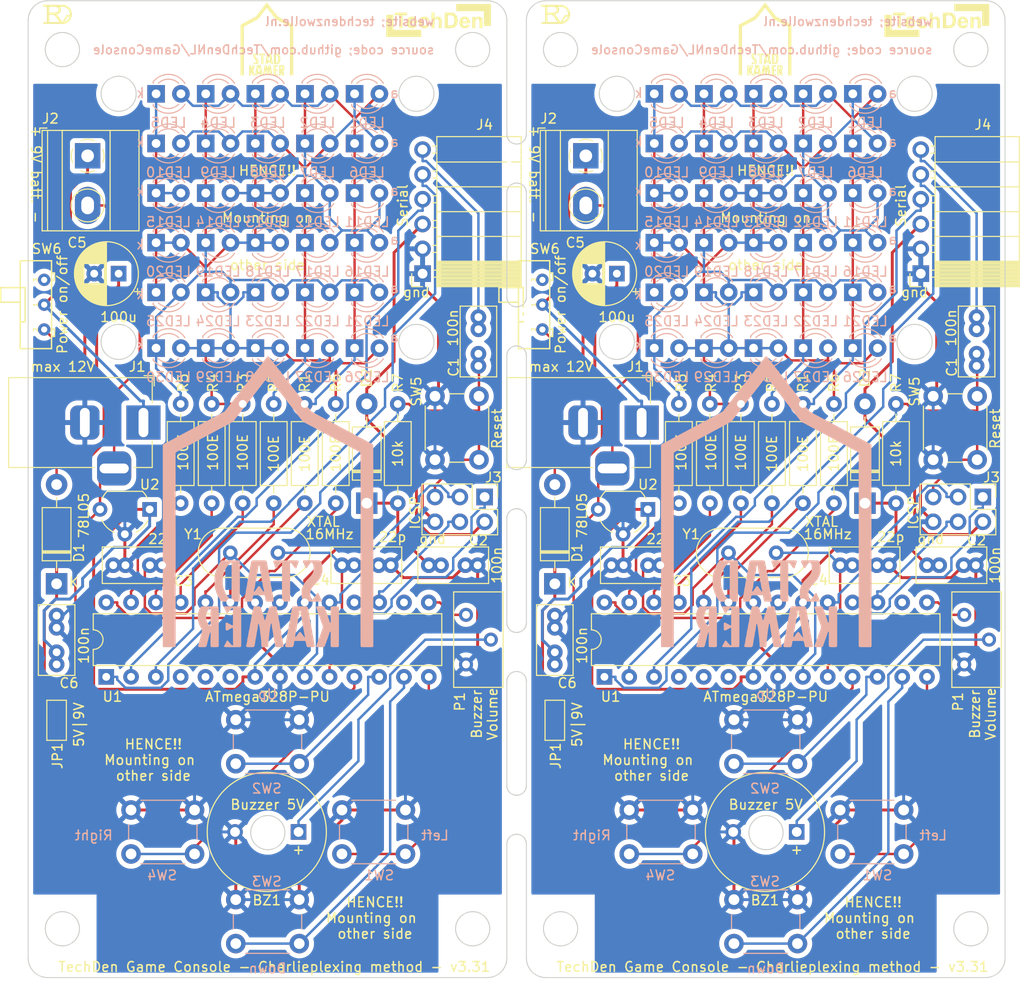
<source format=kicad_pcb>
(kicad_pcb (version 20211014) (generator pcbnew)
  (title_block (title "TechDen Game Console with 30 LEDs (Charlieplexing method)") (date "2022-04-25") (rev "v3.31") (company "TechDen") (comment 1 "Designed by Roland"))
  (layers (0 "F.Cu" signal) (31 "B.Cu" signal) (34 "B.Paste" user) (35 "F.Paste" user) (36 "B.SilkS" user "B.Silkscreen") (37 "F.SilkS" user "F.Silkscreen") (38 "B.Mask" user) (39 "F.Mask" user) (44 "Edge.Cuts" user))
  (net 0 "")
  (net 1 "Board_0-/A0")
  (net 2 "Board_0-/A1")
  (net 3 "Board_0-/A2")
  (net 4 "Board_0-/A3")
  (net 5 "Board_0-/A4")
  (net 6 "Board_0-/A5")
  (net 7 "Board_0-/D5")
  (net 8 "Board_0-/D6")
  (net 9 "Board_0-/D7")
  (net 10 "Board_0-/D8")
  (net 11 "Board_0-/D9")
  (net 12 "Board_0-/Led1-k")
  (net 13 "Board_0-/MISO")
  (net 14 "Board_0-/MOSI")
  (net 15 "Board_0-/RST")
  (net 16 "Board_0-/RTS")
  (net 17 "Board_0-/RxD")
  (net 18 "Board_0-/SCK")
  (net 19 "Board_0-/TxD")
  (net 20 "Board_0-/V1")
  (net 21 "Board_0-/V2")
  (net 22 "Board_0-/V3")
  (net 23 "Board_0-/Vin")
  (net 24 "Board_0-GND")
  (net 25 "Board_0-Net-(BZ1-Pad1)")
  (net 26 "Board_0-Net-(C3-Pad1)")
  (net 27 "Board_0-Net-(C4-Pad1)")
  (net 28 "Board_0-Net-(D1-Pad2)")
  (net 29 "Board_0-Net-(LED1-Pad2)")
  (net 30 "Board_0-Net-(LED10-Pad1)")
  (net 31 "Board_0-Net-(LED14-Pad1)")
  (net 32 "Board_0-V+")
  (net 33 "Board_0-unconnected-(SW6-Pad3)")
  (net 34 "Board_0-unconnected-(U1-Pad16)")
  (net 35 "Board_0-unconnected-(U1-Pad21)")
  (net 36 "Board_0-unconnected-(U1-Pad4)")
  (net 37 "Board_0-unconnected-(U1-Pad5)")
  (net 38 "Board_0-unconnected-(U1-Pad6)")
  (net 39 "Board_1-/A0")
  (net 40 "Board_1-/A1")
  (net 41 "Board_1-/A2")
  (net 42 "Board_1-/A3")
  (net 43 "Board_1-/A4")
  (net 44 "Board_1-/A5")
  (net 45 "Board_1-/D5")
  (net 46 "Board_1-/D6")
  (net 47 "Board_1-/D7")
  (net 48 "Board_1-/D8")
  (net 49 "Board_1-/D9")
  (net 50 "Board_1-/Led1-k")
  (net 51 "Board_1-/MISO")
  (net 52 "Board_1-/MOSI")
  (net 53 "Board_1-/RST")
  (net 54 "Board_1-/RTS")
  (net 55 "Board_1-/RxD")
  (net 56 "Board_1-/SCK")
  (net 57 "Board_1-/TxD")
  (net 58 "Board_1-/V1")
  (net 59 "Board_1-/V2")
  (net 60 "Board_1-/V3")
  (net 61 "Board_1-/Vin")
  (net 62 "Board_1-GND")
  (net 63 "Board_1-Net-(BZ1-Pad1)")
  (net 64 "Board_1-Net-(C3-Pad1)")
  (net 65 "Board_1-Net-(C4-Pad1)")
  (net 66 "Board_1-Net-(D1-Pad2)")
  (net 67 "Board_1-Net-(LED1-Pad2)")
  (net 68 "Board_1-Net-(LED10-Pad1)")
  (net 69 "Board_1-Net-(LED14-Pad1)")
  (net 70 "Board_1-V+")
  (net 71 "Board_1-unconnected-(SW6-Pad3)")
  (net 72 "Board_1-unconnected-(U1-Pad16)")
  (net 73 "Board_1-unconnected-(U1-Pad21)")
  (net 74 "Board_1-unconnected-(U1-Pad4)")
  (net 75 "Board_1-unconnected-(U1-Pad5)")
  (net 76 "Board_1-unconnected-(U1-Pad6)")
  (footprint "NPTH" (layer "F.Cu") (at 65.75 47.499999)
    (fp_text reference "REF**" hide)
    (fp_text value "NPTH" hide)
  )
  (footprint "NPTH" (layer "F.Cu") (at 64.25 46.666666)
    (fp_text reference "REF**" hide)
    (fp_text value "NPTH" hide)
  )
  (footprint "Resistor_THT:R_Axial_DIN0207_L6.3mm_D2.5mm_P10.16mm_Horizontal" (layer "F.Cu") (at 84.785 66.435 90)
    (fp_text reference "R4")
    (fp_text value "100E")
  )
  (footprint "NPTH" (layer "F.Cu") (at 64.25 32.5)
    (fp_text reference "REF**" hide)
    (fp_text value "NPTH" hide)
  )
  (footprint "Potentiometer_THT:Potentiometer_Bourns_3386X_Horizontal" (layer "F.Cu") (at 110.82 77.865)
    (fp_text reference "P1")
    (fp_text value "1k")
  )
  (footprint "Buzzer_Beeper:MagneticBuzzer_ProSignal_ABT-410-RC" (layer "F.Cu") (at 93.675 100.09 180)
    (fp_text reference "BZ1")
    (fp_text value "Buzzer 5V")
  )
  (footprint "NPTH" (layer "F.Cu") (at 65.75 65.833333)
    (fp_text reference "REF**" hide)
    (fp_text value "NPTH" hide)
  )
  (footprint "Logo:RvD Logo inverted small" (layer "F.Cu") (at 69 16.4)
    (fp_text reference "L1" hide)
    (fp_text value "Logo-RvD" hide)
  )
  (footprint "NPTH" (layer "F.Cu") (at 65.75 80)
    (fp_text reference "REF**" hide)
    (fp_text value "NPTH" hide)
  )
  (footprint "NPTH" (layer "F.Cu") (at 65.75 81.666666)
    (fp_text reference "REF**" hide)
    (fp_text value "NPTH" hide)
  )
  (footprint "NPTH" (layer "F.Cu") (at 64.25 82.5)
    (fp_text reference "REF**" hide)
    (fp_text value "NPTH" hide)
  )
  (footprint "NPTH" (layer "F.Cu") (at 64.25 99.166666)
    (fp_text reference "REF**" hide)
    (fp_text value "NPTH" hide)
  )
  (footprint "Resistor_THT:R_Axial_DIN0207_L6.3mm_D2.5mm_P10.16mm_Horizontal" (layer "F.Cu") (at 33.785 66.435 90)
    (fp_text reference "R4")
    (fp_text value "100E")
  )
  (footprint "NPTH" (layer "F.Cu") (at 64.25 100)
    (fp_text reference "REF**" hide)
    (fp_text value "NPTH" hide)
  )
  (footprint "NPTH" (layer "F.Cu") (at 65.75 97.5)
    (fp_text reference "REF**" hide)
    (fp_text value "NPTH" hide)
  )
  (footprint "Resistor_THT:R_Axial_DIN0207_L6.3mm_D2.5mm_P10.16mm_Horizontal" (layer "F.Cu") (at 52.835 66.435 90)
    (fp_text reference "R7")
    (fp_text value "10k")
  )
  (footprint "Package_TO_SOT_THT:TO-92_Wide" (layer "F.Cu") (at 27.435 67.07 180)
    (fp_text reference "U2")
    (fp_text value "78L05")
  )
  (footprint "Resistor_THT:R_Axial_DIN0207_L6.3mm_D2.5mm_P10.16mm_Horizontal" (layer "F.Cu") (at 91.135 66.435 90)
    (fp_text reference "R2")
    (fp_text value "100E")
  )
  (footprint "Capacitor_THT:C_Rect_L7.0mm_W3.5mm_P2.50mm_P5.00mm" (layer "F.Cu") (at 107.01 72.785)
    (fp_text reference "C2")
    (fp_text value "100n")
  )
  (footprint "NPTH" (layer "F.Cu") (at 65.75 100)
    (fp_text reference "REF**" hide)
    (fp_text value "NPTH" hide)
  )
  (footprint "Capacitor_THT:C_Rect_L7.0mm_W3.5mm_P2.50mm_P5.00mm" (layer "F.Cu") (at 68.91 82.945 90)
    (fp_text reference "C6")
    (fp_text value "100n")
  )
  (footprint "TerminalBlock_Phoenix:TerminalBlock_Phoenix_MKDS-1,5-2-5.08_1x02_P5.00&P5.08mm_Horizontal" (layer "F.Cu") (at 72.085 30.875 -90)
    (fp_text reference "J2")
    (fp_text value "9V batt.")
  )
  (footprint "Capacitor_THT:C_Rect_L7.0mm_W3.5mm_P2.50mm_P5.00mm" (layer "F.Cu") (at 28.705 72.785 180)
    (fp_text reference "C3")
    (fp_text value "22p")
  )
  (footprint "Connector_BarrelJack:BarrelJack_Horizontal" (layer "F.Cu") (at 26.8 58.18)
    (fp_text reference "J1")
    (fp_text value "Barrel_Jack_Switch")
  )
  (footprint "Crystal:Crystal_HC49-4H_Vertical" (layer "F.Cu") (at 35.69 71.515)
    (fp_text reference "Y1")
    (fp_text value "16MHz")
  )
  (footprint "Jumper:SolderJumper-3_P1.3mm_Bridged2Bar12_Pad1.0x1.5mm_NumberLabels" (layer "F.Cu") (at 17.91 88.66 -90)
    (fp_text reference "JP1")
    (fp_text value "Select Vcc")
  )
  (footprint "NPTH" (layer "F.Cu") (at 65.75 63.333333)
    (fp_text reference "REF**" hide)
    (fp_text value "NPTH" hide)
  )
  (footprint "NPTH" (layer "F.Cu") (at 65.75 48.333333)
    (fp_text reference "REF**" hide)
    (fp_text value "NPTH" hide)
  )
  (footprint "NPTH" (layer "F.Cu") (at 64.25 65.833333)
    (fp_text reference "REF**" hide)
    (fp_text value "NPTH" hide)
  )
  (footprint "NPTH" (layer "F.Cu") (at 64.25 31.666666)
    (fp_text reference "REF**" hide)
    (fp_text value "NPTH" hide)
  )
  (footprint "Resistor_THT:R_Axial_DIN0207_L6.3mm_D2.5mm_P10.16mm_Horizontal" (layer "F.Cu") (at 87.96 66.435 90)
    (fp_text reference "R3")
    (fp_text value "100E")
  )
  (footprint "Crystal:Crystal_HC49-4H_Vertical" (layer "F.Cu") (at 86.69 71.515)
    (fp_text reference "Y1")
    (fp_text value "16MHz")
  )
  (footprint "NPTH" (layer "F.Cu") (at 64.25 47.499999)
    (fp_text reference "REF**" hide)
    (fp_text value "NPTH" hide)
  )
  (footprint "Capacitor_THT:C_Rect_L7.0mm_W3.5mm_P2.50mm_P5.00mm" (layer "F.Cu") (at 17.91 82.945 90)
    (fp_text reference "C6")
    (fp_text value "100n")
  )
  (footprint "Capacitor_THT:C_Rect_L7.0mm_W3.5mm_P2.50mm_P5.00mm" (layer "F.Cu") (at 112.09 47.385 -90)
    (fp_text reference "C1")
    (fp_text value "100n")
  )
  (footprint "Resistor_THT:R_Axial_DIN0207_L6.3mm_D2.5mm_P10.16mm_Horizontal" (layer "F.Cu") (at 36.96 66.435 90)
    (fp_text reference "R3")
    (fp_text value "100E")
  )
  (footprint "Capacitor_THT:CP_Radial_D6.3mm_P2.50mm" (layer "F.Cu") (at 24.26 42.94 180)
    (fp_text reference "C5")
    (fp_text value "100u")
  )
  (footprint "Resistor_THT:R_Axial_DIN0207_L6.3mm_D2.5mm_P10.16mm_Horizontal" (layer "F.Cu") (at 94.31 66.435 90)
    (fp_text reference "R1")
    (fp_text value "100E")
  )
  (footprint "NPTH" (layer "F.Cu") (at 65.75 96.666666)
    (fp_text reference "REF**" hide)
    (fp_text value "NPTH" hide)
  )
  (footprint "NPTH" (layer "F.Cu") (at 65.75 82.5)
    (fp_text reference "REF**" hide)
    (fp_text value "NPTH" hide)
  )
  (footprint "Buzzer_Beeper:MagneticBuzzer_ProSignal_ABT-410-RC" (layer "F.Cu") (at 42.675 100.09 180)
    (fp_text reference "BZ1")
    (fp_text value "Buzzer 5V")
  )
  (footprint "Jumper:SolderJumper-3_P1.3mm_Bridged2Bar12_Pad1.0x1.5mm_NumberLabels" (layer "F.Cu") (at 68.91 88.66 -90)
    (fp_text reference "JP1")
    (fp_text value "Select Vcc")
  )
  (footprint "Connector_PinHeader_2.54mm:PinHeader_2x03_P2.54mm_Vertical" (layer "F.Cu") (at 112.725 65.8 -90)
    (fp_text reference "J3")
    (fp_text value "ICSP")
  )
  (footprint "NPTH" (layer "F.Cu") (at 64.25 80.833333)
    (fp_text reference "REF**" hide)
    (fp_text value "NPTH" hide)
  )
  (footprint "Diode_THT:D_DO-41_SOD81_P10.16mm_Horizontal" (layer "F.Cu") (at 17.91 74.69 90)
    (fp_text reference "D1")
    (fp_text value "1N4007")
  )
  (footprint "Capacitor_THT:C_Rect_L7.0mm_W3.5mm_P2.50mm_P5.00mm" (layer "F.Cu") (at 79.705 72.785 180)
    (fp_text reference "C3")
    (fp_text value "22p")
  )
  (footprint "NPTH" (layer "F.Cu") (at 65.75 64.166666)
    (fp_text reference "REF**" hide)
    (fp_text value "NPTH" hide)
  )
  (footprint "Connector_PinSocket_2.54mm:PinSocket_1x06_P2.54mm_Horizontal" (layer "F.Cu") (at 106.375 42.94 180)
    (fp_text reference "J4")
    (fp_text value "Serial")
  )
  (footprint "Logo:RvD Logo inverted small" (layer "F.Cu") (at 18 16.4)
    (fp_text reference "L1" hide)
    (fp_text value "Logo-RvD" hide)
  )
  (footprint "NPTH" (layer "F.Cu") (at 64.25 49.166666)
    (fp_text reference "REF**" hide)
    (fp_text value "NPTH" hide)
  )
  (footprint "NPTH" (layer "F.Cu") (at 65.75 30.833333)
    (fp_text reference "REF**" hide)
    (fp_text value "NPTH" hide)
  )
  (footprint "NPTH" (layer "F.Cu") (at 64.25 48.333333)
    (fp_text reference "REF**" hide)
    (fp_text value "NPTH" hide)
  )
  (footprint "NPTH" (layer "F.Cu") (at 64.25 33.333333)
    (fp_text reference "REF**" hide)
    (fp_text value "NPTH" hide)
  )
  (footprint "Logo:TechDen Logo - inverted" (layer "F.Cu") (at 108 17)
    (fp_text reference "L2" hide)
    (fp_text value "Logo-TechDen" hide)
  )
  (footprint "TerminalBlock_Phoenix:TerminalBlock_Phoenix_MKDS-1,5-2-5.08_1x02_P5.00&P5.08mm_Horizontal" (layer "F.Cu") (at 21.085 30.875 -90)
    (fp_text reference "J2")
    (fp_text value "9V batt.")
  )
  (footprint "NPTH" (layer "F.Cu") (at 64.25 64.166666)
    (fp_text reference "REF**" hide)
    (fp_text value "NPTH" hide)
  )
  (footprint "Capacitor_THT:C_Rect_L7.0mm_W3.5mm_P2.50mm_P5.00mm" (layer "F.Cu") (at 61.09 47.385 -90)
    (fp_text reference "C1")
    (fp_text value "100n")
  )
  (footprint "Resistor_THT:R_Axial_DIN0207_L6.3mm_D2.5mm_P10.16mm_Horizontal" (layer "F.Cu") (at 40.135 66.435 90)
    (fp_text reference "R2")
    (fp_text value "100E")
  )
  (footprint "NPTH" (layer "F.Cu") (at 64.25 80)
    (fp_text reference "REF**" hide)
    (fp_text value "NPTH" hide)
  )
  (footprint "Capacitor_THT:C_Rect_L7.0mm_W3.5mm_P2.50mm_P5.00mm" (layer "F.Cu") (at 47.12 72.785)
    (fp_text reference "C4")
    (fp_text value "22p")
  )
  (footprint "Capacitor_THT:CP_Radial_D6.3mm_P2.50mm" (layer "F.Cu") (at 75.26 42.94 180)
    (fp_text reference "C5")
    (fp_text value "100u")
  )
  (footprint "NPTH" (layer "F.Cu") (at 64.25 96.666666)
    (fp_text reference "REF**" hide)
    (fp_text value "NPTH" hide)
  )
  (footprint "Capacitor_THT:C_Rect_L7.0mm_W3.5mm_P2.50mm_P5.00mm" (layer "F.Cu") (at 98.12 72.785)
    (fp_text reference "C4")
    (fp_text value "22p")
  )
  (footprint "Connector_PinSocket_2.54mm:PinSocket_1x06_P2.54mm_Horizontal" (layer "F.Cu") (at 55.375 42.94 180)
    (fp_text reference "J4")
    (fp_text value "Serial")
  )
  (footprint "Resistor_THT:R_Axial_DIN0207_L6.3mm_D2.5mm_P10.16mm_Horizontal" (layer "F.Cu") (at 30.61 66.435 90)
    (fp_text reference "R5")
    (fp_text value "100E")
  )
  (footprint "NPTH" (layer "F.Cu") (at 64.25 65)
    (fp_text reference "REF**" hide)
    (fp_text value "NPTH" hide)
  )
  (footprint "Package_DIP:DIP-28_W7.62mm" (layer "F.Cu") (at 22.99 84.215 90)
    (fp_text reference "U1")
    (fp_text value "ATmega328P-PU")
  )
  (footprint "NPTH" (layer "F.Cu") (at 65.75 65)
    (fp_text reference "REF**" hide)
    (fp_text value "NPTH" hide)
  )
  (footprint "Resistor_THT:R_Axial_DIN0207_L6.3mm_D2.5mm_P10.16mm_Horizontal" (layer "F.Cu") (at 97.485 66.435 90)
    (fp_text reference "R6")
    (fp_text value "100E")
  )
  (footprint "Lib-Comp:switch_MSK-12D19" (layer "F.Cu") (at 67.64 46.115 90)
    (fp_text reference "SW6")
    (fp_text value "Power on/off")
  )
  (footprint "NPTH" (layer "F.Cu") (at 65.75 66.666666)
    (fp_text reference "REF**" hide)
    (fp_text value "NPTH" hide)
  )
  (footprint "NPTH" (layer "F.Cu") (at 65.75 83.333333)
    (fp_text reference "REF**" hide)
    (fp_text value "NPTH" hide)
  )
  (footprint "Connector_BarrelJack:BarrelJack_Horizontal" (layer "F.Cu") (at 77.8 58.18)
    (fp_text reference "J1")
    (fp_text value "Barrel_Jack_Switch")
  )
  (footprint "NPTH" (layer "F.Cu") (at 65.75 33.333333)
    (fp_text reference "REF**" hide)
    (fp_text value "NPTH" hide)
  )
  (footprint "Diode_THT:D_DO-41_SOD81_P10.16mm_Horizontal" (layer "F.Cu") (at 100.66 66.435 90)
    (fp_text reference "D2")
    (fp_text value "1N4007")
  )
  (footprint "Diode_THT:D_DO-41_SOD81_P10.16mm_Horizontal" (layer "F.Cu") (at 68.91 74.69 90)
    (fp_text reference "D1")
    (fp_text value "1N4007")
  )
  (footprint "Resistor_THT:R_Axial_DIN0207_L6.3mm_D2.5mm_P10.16mm_Horizontal" (layer "F.Cu") (at 43.31 66.435 90)
    (fp_text reference "R1")
    (fp_text value "100E")
  )
  (footprint "NPTH" (layer "F.Cu") (at 64.25 30.833333)
    (fp_text reference "REF**" hide)
    (fp_text value "NPTH" hide)
  )
  (footprint "NPTH" (layer "F.Cu") (at 65.75 80.833333)
    (fp_text reference "REF**" hide)
    (fp_text value "NPTH" hide)
  )
  (footprint "Button_Switch_THT:SW_PUSH_6mm" (layer "F.Cu") (at 56.645 61.99 90)
    (fp_text reference "SW5")
    (fp_text value "Reset")
  )
  (footprint "Resistor_THT:R_Axial_DIN0207_L6.3mm_D2.5mm_P10.16mm_Horizontal" (layer "F.Cu") (at 103.835 66.435 90)
    (fp_text reference "R7")
    (fp_text value "10k")
  )
  (footprint "Connector_PinHeader_2.54mm:PinHeader_2x03_P2.54mm_Vertical" (layer "F.Cu") (at 61.725 65.8 -90)
    (fp_text reference "J3")
    (fp_text value "ICSP")
  )
  (footprint "NPTH" (layer "F.Cu") (at 65.75 31.666666)
    (fp_text reference "REF**" hide)
    (fp_text value "NPTH" hide)
  )
  (footprint "Button_Switch_THT:SW_PUSH_6mm" (layer "F.Cu") (at 107.645 61.99 90)
    (fp_text reference "SW5")
    (fp_text value "Reset")
  )
  (footprint "Package_TO_SOT_THT:TO-92_Wide" (layer "F.Cu") (at 78.435 67.07 180)
    (fp_text reference "U2")
    (fp_text value "78L05")
  )
  (footprint "Capacitor_THT:C_Rect_L7.0mm_W3.5mm_P2.50mm_P5.00mm" (layer "F.Cu") (at 56.01 72.785)
    (fp_text reference "C2")
    (fp_text value "100n")
  )
  (footprint "NPTH" (layer "F.Cu") (at 64.25 97.5)
    (fp_text reference "REF**" hide)
    (fp_text value "NPTH" hide)
  )
  (footprint "Logo:TechDen Logo - inverted" (layer "F.Cu") (at 57 17)
    (fp_text reference "L2" hide)
    (fp_text value "Logo-TechDen" hide)
  )
  (footprint "NPTH" (layer "F.Cu") (at 64.25 83.333333)
    (fp_text reference "REF**" hide)
    (fp_text value "NPTH" hide)
  )
  (footprint "NPTH" (layer "F.Cu") (at 65.75 32.5)
    (fp_text reference "REF**" hide)
    (fp_text value "NPTH" hide)
  )
  (footprint "NPTH" (layer "F.Cu") (at 64.25 29.999999)
    (fp_text reference "REF**" hide)
    (fp_text value "NPTH" hide)
  )
  (footprint "Logo:Stadkamer Logo" (layer "F.Cu") (at 39.4 18.9)
    (fp_text reference "L3" hide)
    (fp_text value "Logo-Stadkamer" hide)
  )
  (footprint "NPTH" (layer "F.Cu") (at 64.25 98.333333)
    (fp_text reference "REF**" hide)
    (fp_text value "NPTH" hide)
  )
  (footprint "NPTH" (layer "F.Cu") (at 65.75 46.666666)
    (fp_text reference "REF**" hide)
    (fp_text value "NPTH" hide)
  )
  (footprint "NPTH" (layer "F.Cu") (at 64.25 49.999999)
    (fp_text reference "REF**" hide)
    (fp_text value "NPTH" hide)
  )
  (footprint "NPTH" (layer "F.Cu") (at 65.75 49.166666)
    (fp_text reference "REF**" hide)
    (fp_text value "NPTH" hide)
  )
  (footprint "NPTH" (layer "F.Cu") (at 65.75 30)
    (fp_text reference "REF**" hide)
    (fp_text value "NPTH" hide)
  )
  (footprint "NPTH" (layer "F.Cu") (at 65.75 99.166666)
    (fp_text reference "REF**" hide)
    (fp_text value "NPTH" hide)
  )
  (footprint "Resistor_THT:R_Axial_DIN0207_L6.3mm_D2.5mm_P10.16mm_Horizontal" (layer "F.Cu") (at 81.61 66.435 90)
    (fp_text reference "R5")
    (fp_text value "100E")
  )
  (footprint "NPTH" (layer "F.Cu") (at 65.75 49.999999)
    (fp_text reference "REF**" hide)
    (fp_text value "NPTH" hide)
  )
  (footprint "Diode_THT:D_DO-41_SOD81_P10.16mm_Horizontal" (layer "F.Cu") (at 49.66 66.435 90)
    (fp_text reference "D2")
    (fp_text value "1N4007")
  )
  (footprint "NPTH" (layer "F.Cu") (at 65.75 98.333333)
    (fp_text reference "REF**" hide)
    (fp_text value "NPTH" hide)
  )
  (footprint "Lib-Comp:switch_MSK-12D19" (layer "F.Cu") (at 16.64 46.115 90)
    (fp_text reference "SW6")
    (fp_text value "Power on/off")
  )
  (footprint "NPTH" (layer "F.Cu") (at 64.25 63.333333)
    (fp_text reference "REF**" hide)
    (fp_text value "NPTH" hide)
  )
  (footprint "Logo:Stadkamer Logo" (layer "F.Cu") (at 90.4 18.9)
    (fp_text reference "L3" hide)
    (fp_text value "Logo-Stadkamer" hide)
  )
  (footprint "NPTH" (layer "F.Cu") (at 64.25 81.666666)
    (fp_text reference "REF**" hide)
    (fp_text value "NPTH" hide)
  )
  (footprint "Resistor_THT:R_Axial_DIN0207_L6.3mm_D2.5mm_P10.16mm_Horizontal" (layer "F.Cu") (at 46.485 66.435 90)
    (fp_text reference "R6")
    (fp_text value "100E")
  )
  (footprint "NPTH" (layer "F.Cu") (at 64.25 66.666666)
    (fp_text reference "REF**" hide)
    (fp_text value "NPTH" hide)
  )
  (footprint "Potentiometer_THT:Potentiometer_Bourns_3386X_Horizontal" (layer "F.Cu") (at 59.82 77.865)
    (fp_text reference "P1")
    (fp_text value "1k")
  )
  (footprint "Package_DIP:DIP-28_W7.62mm" (layer "F.Cu") (at 73.99 84.215 90)
    (fp_text reference "U1")
    (fp_text value "ATmega328P-PU")
  )
  (footprint "Button_Switch_THT:SW_PUSH_6mm" (layer "B.Cu") (at 47.12 102.345)
    (fp_text reference "SW1")
    (fp_text value "Left")
  )
  (footprint "LED_THT:LED_D3.0mm" (layer "B.Cu") (at 94.335 29.61)
    (fp_text reference "LED7")
    (fp_text value "LED")
  )
  (footprint "LED_THT:LED_D3.0mm" (layer "B.Cu") (at 94.335 34.69)
    (fp_text reference "LED12")
    (fp_text value "LED")
  )
  (footprint "LED_THT:LED_D3.0mm" (layer "B.Cu") (at 43.335 39.77)
    (fp_text reference "LED17")
    (fp_text value "LED")
  )
  (footprint "LED_THT:LED_D3.0mm" (layer "B.Cu") (at 79.095 39.77)
    (fp_text reference "LED20")
    (fp_text value "LED")
  )
  (footprint "LED_THT:LED_D3.0mm" (layer "B.Cu") (at 43.335 24.53)
    (fp_text reference "LED2")
    (fp_text value "LED")
  )
  (footprint "LED_THT:LED_D3.0mm" (layer "B.Cu") (at 99.415 39.77)
    (fp_text reference "LED16")
    (fp_text value "LED")
  )
  (footprint "LED_THT:LED_D3.0mm" (layer "B.Cu") (at 38.255 39.77)
    (fp_text reference "LED18")
    (fp_text value "LED")
  )
  (footprint "Button_Switch_THT:SW_PUSH_6mm" (layer "B.Cu") (at 98.12 102.345)
    (fp_text reference "SW1")
    (fp_text value "Left")
  )
  (footprint "LED_THT:LED_D3.0mm" (layer "B.Cu") (at 84.175 39.77)
    (fp_text reference "LED19")
    (fp_text value "LED")
  )
  (footprint "LED_THT:LED_D3.0mm" (layer "B.Cu") (at 38.255 34.69)
    (fp_text reference "LED13")
    (fp_text value "LED")
  )
  (footprint "LED_THT:LED_D3.0mm" (layer "B.Cu") (at 38.255 44.85)
    (fp_text reference "LED23")
    (fp_text value "LED")
  )
  (footprint "LED_THT:LED_D3.0mm" (layer "B.Cu") (at 48.415 50.565)
    (fp_text reference "LED26")
    (fp_text value "LED")
  )
  (footprint "LED_THT:LED_D3.0mm" (layer "B.Cu") (at 79.095 34.69)
    (fp_text reference "LED15")
    (fp_text value "LED")
  )
  (footprint "LED_THT:LED_D3.0mm" (layer "B.Cu") (at 48.415 44.85)
    (fp_text reference "LED21")
    (fp_text value "LED")
  )
  (footprint "LED_THT:LED_D3.0mm" (layer "B.Cu") (at 33.175 50.565)
    (fp_text reference "LED29")
    (fp_text value "LED")
  )
  (footprint "Button_Switch_THT:SW_PUSH_6mm" (layer "B.Cu") (at 76.53 102.345)
    (fp_text reference "SW4")
    (fp_text value "Right")
  )
  (footprint "LED_THT:LED_D3.0mm" (layer "B.Cu") (at 99.415 44.85)
    (fp_text reference "LED21")
    (fp_text value "LED")
  )
  (footprint "LED_THT:LED_D3.0mm" (layer "B.Cu") (at 48.415 39.77)
    (fp_text reference "LED16")
    (fp_text value "LED")
  )
  (footprint "LED_THT:LED_D3.0mm" (layer "B.Cu") (at 99.415 29.61)
    (fp_text reference "LED6")
    (fp_text value "LED")
  )
  (footprint "LED_THT:LED_D3.0mm" (layer "B.Cu") (at 28.095 50.565)
    (fp_text reference "LED30")
    (fp_text value "LED")
  )
  (footprint "LED_THT:LED_D3.0mm" (layer "B.Cu") (at 84.175 50.565)
    (fp_text reference "LED29")
    (fp_text value "LED")
  )
  (footprint "LED_THT:LED_D3.0mm" (layer "B.Cu") (at 94.335 24.53)
    (fp_text reference "LED2")
    (fp_text value "LED")
  )
  (footprint "LED_THT:LED_D3.0mm" (layer "B.Cu") (at 84.175 29.61)
    (fp_text reference "LED9")
    (fp_text value "LED")
  )
  (footprint "LED_THT:LED_D3.0mm" (layer "B.Cu") (at 79.095 50.565)
    (fp_text reference "LED30")
    (fp_text value "LED")
  )
  (footprint "LED_THT:LED_D3.0mm" (layer "B.Cu") (at 84.175 44.85)
    (fp_text reference "LED24")
    (fp_text value "LED")
  )
  (footprint "LED_THT:LED_D3.0mm" (layer "B.Cu") (at 28.095 24.53)
    (fp_text reference "LED5")
    (fp_text value "LED")
  )
  (footprint "Button_Switch_THT:SW_PUSH_6mm" (layer "B.Cu") (at 25.53 102.345)
    (fp_text reference "SW4")
    (fp_text value "Right")
  )
  (footprint "LED_THT:LED_D3.0mm" (layer "B.Cu") (at 89.255 39.77)
    (fp_text reference "LED18")
    (fp_text value "LED")
  )
  (footprint "LED_THT:LED_D3.0mm" (layer "B.Cu") (at 99.415 34.69)
    (fp_text reference "LED11")
    (fp_text value "LED")
  )
  (footprint "LED_THT:LED_D3.0mm" (layer "B.Cu") (at 94.335 50.565)
    (fp_text reference "LED27")
    (fp_text value "LED")
  )
  (footprint "LED_THT:LED_D3.0mm" (layer "B.Cu") (at 33.175 29.61)
    (fp_text reference "LED9")
    (fp_text value "LED")
  )
  (footprint "LED_THT:LED_D3.0mm" (layer "B.Cu") (at 33.175 44.85)
    (fp_text reference "LED24")
    (fp_text value "LED")
  )
  (footprint "Button_Switch_THT:SW_PUSH_6mm" (layer "B.Cu") (at 87.25 93.105)
    (fp_text reference "SW2")
    (fp_text value "Up")
  )
  (footprint "LED_THT:LED_D3.0mm" (layer "B.Cu") (at 43.335 50.565)
    (fp_text reference "LED27")
    (fp_text value "LED")
  )
  (footprint "LED_THT:LED_D3.0mm" (layer "B.Cu") (at 89.255 44.85)
    (fp_text reference "LED23")
    (fp_text value "LED")
  )
  (footprint "LED_THT:LED_D3.0mm" (layer "B.Cu") (at 28.095 34.69)
    (fp_text reference "LED15")
    (fp_text value "LED")
  )
  (footprint "LED_THT:LED_D3.0mm" (layer "B.Cu") (at 28.095 39.77)
    (fp_text reference "LED20")
    (fp_text value "LED")
  )
  (footprint "LED_THT:LED_D3.0mm" (layer "B.Cu") (at 99.415 24.53)
    (fp_text reference "LED1")
    (fp_text value "LED")
  )
  (footprint "LED_THT:LED_D3.0mm" (layer "B.Cu") (at 84.175 34.69)
    (fp_text reference "LED14")
    (fp_text value "LED")
  )
  (footprint "LED_THT:LED_D3.0mm" (layer "B.Cu") (at 33.175 24.53)
    (fp_text reference "LED4")
    (fp_text value "LED")
  )
  (footprint "LED_THT:LED_D3.0mm" (layer "B.Cu") (at 94.335 39.77)
    (fp_text reference "LED17")
    (fp_text value "LED")
  )
  (footprint "Button_Switch_THT:SW_PUSH_6mm" (layer "B.Cu") (at 87.25 111.52)
    (fp_text reference "SW3")
    (fp_text value "Down")
  )
  (footprint "LED_THT:LED_D3.0mm" (layer "B.Cu") (at 43.335 34.69)
    (fp_text reference "LED12")
    (fp_text value "LED")
  )
  (footprint "Button_Switch_THT:SW_PUSH_6mm" (layer "B.Cu") (at 36.25 111.52)
    (fp_text reference "SW3")
    (fp_text value "Down")
  )
  (footprint "LED_THT:LED_D3.0mm" (layer "B.Cu") (at 33.175 39.77)
    (fp_text reference "LED19")
    (fp_text value "LED")
  )
  (footprint "LED_THT:LED_D3.0mm" (layer "B.Cu") (at 48.415 29.61)
    (fp_text reference "LED6")
    (fp_text value "LED")
  )
  (footprint "Button_Switch_THT:SW_PUSH_6mm" (layer "B.Cu") (at 36.25 93.105)
    (fp_text reference "SW2")
    (fp_text value "Up")
  )
  (footprint "LED_THT:LED_D3.0mm" (layer "B.Cu") (at 48.415 24.53)
    (fp_text reference "LED1")
    (fp_text value "LED")
  )
  (footprint "LED_THT:LED_D3.0mm" (layer "B.Cu") (at 89.255 29.61)
    (fp_text reference "LED8")
    (fp_text value "LED")
  )
  (footprint "LED_THT:LED_D3.0mm" (layer "B.Cu") (at 38.255 50.565)
    (fp_text reference "LED28")
    (fp_text value "LED")
  )
  (footprint "LED_THT:LED_D3.0mm" (layer "B.Cu") (at 43.335 29.61)
    (fp_text reference "LED7")
    (fp_text value "LED")
  )
  (footprint "LED_THT:LED_D3.0mm" (layer "B.Cu") (at 33.175 34.69)
    (fp_text reference "LED14")
    (fp_text value "LED")
  )
  (footprint "LED_THT:LED_D3.0mm" (layer "B.Cu") (at 99.415 50.565)
    (fp_text reference "LED26")
    (fp_text value "LED")
  )
  (footprint "LED_THT:LED_D3.0mm" (layer "B.Cu") (at 84.175 24.53)
    (fp_text reference "LED4")
    (fp_text value "LED")
  )
  (footprint "LED_THT:LED_D3.0mm" (layer "B.Cu") (at 79.095 29.61)
    (fp_text reference "LED10")
    (fp_text value "LED")
  )
  (footprint "Logo:Stadkamer Logo_large" (layer "B.Cu") (at 90.7 66.2 180)
    (fp_text reference "L4" hide)
    (fp_text value "Logo-Stadkamer_Large" hide)
  )
  (footprint "LED_THT:LED_D3.0mm" (layer "B.Cu") (at 89.255 24.53)
    (fp_text reference "LED3")
    (fp_text value "LED")
  )
  (footprint "LED_THT:LED_D3.0mm" (layer "B.Cu") (at 38.255 29.61)
    (fp_text reference "LED8")
    (fp_text value "LED")
  )
  (footprint "LED_THT:LED_D3.0mm" (layer "B.Cu") (at 48.415 34.69)
    (fp_text reference "LED11")
    (fp_text value "LED")
  )
  (footprint "LED_THT:LED_D3.0mm" (layer "B.Cu") (at 38.255 24.53)
    (fp_text reference "LED3")
    (fp_text value "LED")
  )
  (footprint "LED_THT:LED_D3.0mm" (layer "B.Cu") (at 28.095 29.61)
    (fp_text reference "LED10")
    (fp_text value "LED")
  )
  (footprint "LED_THT:LED_D3.0mm" (layer "B.Cu") (at 79.095 24.53)
    (fp_text reference "LED5")
    (fp_text value "LED")
  )
  (footprint "LED_THT:LED_D3.0mm" (layer "B.Cu") (at 43.335 44.85)
    (fp_text reference "LED22")
    (fp_text value "LED")
  )
  (footprint "LED_THT:LED_D3.0mm" (layer "B.Cu") (at 28.095 44.85)
    (fp_text reference "LED25")
    (fp_text value "LED")
  )
  (footprint "Logo:Stadkamer Logo_large" (layer "B.Cu") (at 39.7 66.2 180)
    (fp_text reference "L4" hide)
    (fp_text value "Logo-Stadkamer_Large" hide)
  )
  (footprint "LED_THT:LED_D3.0mm" (layer "B.Cu") (at 89.255 50.565)
    (fp_text reference "LED28")
    (fp_text value "LED")
  )
  (footprint "LED_THT:LED_D3.0mm" (layer "B.Cu") (at 89.255 34.69)
    (fp_text reference "LED13")
    (fp_text value "LED")
  )
  (footprint "LED_THT:LED_D3.0mm" (layer "B.Cu") (at 94.335 44.85)
    (fp_text reference "LED22")
    (fp_text value "LED")
  )
  (footprint "LED_THT:LED_D3.0mm" (layer "B.Cu") (at 79.095 44.85)
    (fp_text reference "LED25")
    (fp_text value "LED")
  )
  (gr_line (start 16.751752 109.932126) (end 16.757248 109.845752) (layer "Edge.Cuts") (width 0.1))
  (gr_line (start 23.115232 23.141625) (end 23.185046 23.086705) (layer "Edge.Cuts") (width 0.1))
  (gr_line (start 56.33184 25.355819) (end 56.288805 25.433525) (layer "Edge.Cuts") (width 0.1))
  (gr_line (start 68.453117 18.59821) (end 68.523722 18.548153) (layer "Edge.Cuts") (width 0.1))
  (gr_line (start 22.890889 25.686789) (end 22.83511 25.61766) (layer "Edge.Cuts") (width 0.1))
  (gr_line (start 61.647933 108.679687) (end 61.711823 108.738073) (layer "Edge.Cuts") (width 0.1))
  (gr_line (start 40.891988 101.258163) (end 40.836013 101.324175) (layer "Edge.Cuts") (width 0.1))
  (gr_line (start 109.860738 110.61139) (end 109.832509 110.529574) (layer "Edge.Cuts") (width 0.1))
  (gr_line (start 67.929154 20.770336) (end 67.89298 20.691709) (layer "Edge.Cuts") (width 0.1))
  (gr_line (start 113.51324 15.067264) (end 113.390376 15.038753) (layer "Edge.Cuts") (width 0.1))
  (gr_line (start 110.088875 18.965735) (end 110.14175 18.897215) (layer "Edge.Cuts") (width 0.1))
  (gr_line (start 64.990122 63) (end 64.941423 62.998804) (layer "Edge.Cuts") (width 0.1))
  (gr_line (start 65.924637 34.277811) (end 65.942125 34.323146) (layer "Edge.Cuts") (width 0.1))
  (gr_line (start 64.65648 50.391207) (end 64.702619 50.375965) (layer "Edge.Cuts") (width 0.1))
  (gr_line (start 77.049091 50.077874) (end 77.039341 50.166165) (layer "Edge.Cuts") (width 0.1))
  (gr_line (start 23.25749 23.035304) (end 23.332388 22.987549) (layer "Edge.Cuts") (width 0.1))
  (gr_line (start 107.19148 25.582082) (end 107.137427 25.65257) (layer "Edge.Cuts") (width 0.1))
  (gr_line (start 54.6536 26.31853) (end 54.565008 26.312063) (layer "Edge.Cuts") (width 0.1))
  (gr_line (start 92.263797 100.394355) (end 92.250085 100.479811) (layer "Edge.Cuts") (width 0.1))
  (gr_line (start 92.278467 100.221933) (end 92.273265 100.308325) (layer "Edge.Cuts") (width 0.1))
  (gr_line (start 24.439772 48.138411) (end 24.527906 48.149487) (layer "Edge.Cuts") (width 0.1))
  (gr_line (start 60.416446 21.747567) (end 60.330124 21.741297) (layer "Edge.Cuts") (width 0.1))
  (gr_line (start 68.385075 18.651698) (end 68.453117 18.59821) (layer "Edge.Cuts") (width 0.1))
  (gr_line (start 65.957368 34.369285) (end 65.970328 34.416117) (layer "Edge.Cuts") (width 0.1))
  (gr_line (start 76.408465 25.905306) (end 76.338798 25.960413) (layer "Edge.Cuts") (width 0.1))
  (gr_line (start 104.169196 50.794938) (end 104.128096 50.716192) (layer "Edge.Cuts") (width 0.1))
  (gr_line (start 20.202165 110.404484) (end 20.180079 110.488167) (layer "Edge.Cuts") (width 0.1))
  (gr_line (start 65.59974 96.138506) (end 65.560012 96.166485) (layer "Edge.Cuts") (width 0.1))
  (gr_line (start 67.767009 109.759755) (end 67.78101 109.674346) (layer "Edge.Cuts") (width 0.1))
  (gr_line (start 17.223181 111.196122) (end 17.165591 111.131515) (layer "Edge.Cuts") (width 0.1))
  (gr_line (start 65.433278 67.095053) (end 65.476681 67.1169) (layer "Edge.Cuts") (width 0.1))
  (gr_line (start 64.042631 34.369285) (end 64.057874 34.323146) (layer "Edge.Cuts") (width 0.1))
  (gr_line (start 105.870735 51.715845) (end 105.782011 51.720119) (layer "Edge.Cuts") (width 0.1))
  (gr_line (start 70.772747 108.799546) (end 70.830556 108.863957) (layer "Edge.Cuts") (width 0.1))
  (gr_line (start 64.166847 95.893346) (end 64.140851 95.852293) (layer "Edge.Cuts") (width 0.1))
  (gr_line (start 75.390735 48.134154) (end 75.479139 48.142811) (layer "Edge.Cuts") (width 0.1))
  (gr_line (start 61.983923 109.073206) (end 62.027941 109.147725) (layer "Edge.Cuts") (width 0.1))
  (gr_line (start 25.475321 25.846821) (end 25.408465 25.905306) (layer "Edge.Cuts") (width 0.1))
  (gr_line (start 104.291353 23.464036) (end 104.345595 23.393694) (layer "Edge.Cuts") (width 0.1))
  (gr_line (start 113.089419 20.731246) (end 113.051311 20.808954) (layer "Edge.Cuts") (width 0.1))
  (gr_line (start 64.566721 46.23828) (end 64.523318 46.216432) (layer "Edge.Cuts") (width 0.1))
  (gr_line (start 65.560012 29.499819) (end 65.51896 29.525815) (layer "Edge.Cuts") (width 0.1))
  (gr_line (start 76.599954 51.120298) (end 76.539203 51.185101) (layer "Edge.Cuts") (width 0.1))
  (gr_line (start 64.019025 67.796861) (end 64.029671 67.74945) (layer "Edge.Cuts") (width 0.1))
  (gr_line (start 107.16196 23.42853) (end 107.214445 23.500193) (layer "Edge.Cuts") (width 0.1))
  (gr_line (start 58.951445 19.185779) (end 58.993606 19.110193) (layer "Edge.Cuts") (width 0.1))
  (gr_line (start 63.573545 15.765969) (end 63.525359 15.706878) (layer "Edge.Cuts") (width 0.1))
  (gr_line (start 63.368533 15.541921) (end 63.293121 15.47464) (layer "Edge.Cuts") (width 0.1))
  (gr_line (start 65.59974 62.805173) (end 65.560012 62.833152) (layer "Edge.Cuts") (width 0.1))
  (gr_line (start 111.281207 108.26417) (end 111.367318 108.255474) (layer "Edge.Cuts") (width 0.1))
  (gr_line (start 70.289705 18.438801) (end 70.365946 18.479766) (layer "Edge.Cuts") (width 0.1))
  (gr_line (start 53.193631 23.612333) (end 53.240657 23.536976) (layer "Edge.Cuts") (width 0.1))
  (gr_line (start 20.027941 109.147725) (end 20.068219 109.224331) (layer "Edge.Cuts") (width 0.1))
  (gr_line (start 58.993606 19.110193) (end 59.039454 19.036785) (layer "Edge.Cuts") (width 0.1))
  (gr_line (start 26.006814 50.34076) (end 25.984116 50.426638) (layer "Edge.Cuts") (width 0.1))
  (gr_line (start 55.095383 22.764909) (end 55.181992 22.784637) (layer "Edge.Cuts") (width 0.1))
  (gr_line (start 23.822666 48.183461) (end 23.909327 48.163964) (layer "Edge.Cuts") (width 0.1))
  (gr_line (start 54.516092 48.143404) (end 54.604472 48.134511) (layer "Edge.Cuts") (width 0.1))
  (gr_line (start 38.415075 98.811698) (end 38.483117 98.75821) (layer "Edge.Cuts") (width 0.1))
  (gr_line (start 64.566721 62.904946) (end 64.523318 62.883099) (layer "Edge.Cuts") (width 0.1))
  (gr_line (start 110.060339 20.994159) (end 110.012936 20.921746) (layer "Edge.Cuts") (width 0.1))
  (gr_line (start 16.767009 109.759755) (end 16.78101 109.674346) (layer "Edge.Cuts") (width 0.1))
  (gr_line (start 64.1169 29.143348) (end 64.095053 29.099944) (layer "Edge.Cuts") (width 0.1))
  (gr_line (start 59.828219 18.384547) (end 59.908931 18.353302) (layer "Edge.Cuts") (width 0.1))
  (gr_line (start 114.800789 16.130494) (end 114.742266 16.018478) (layer "Edge.Cuts") (width 0.1))
  (gr_line (start 39.360124 98.418702) (end 39.446446 98.412432) (layer "Edge.Cuts") (width 0.1))
  (gr_line (start 88.797009 99.919755) (end 88.81101 99.834346) (layer "Edge.Cuts") (width 0.1))
  (gr_line (start 111.244218 18.269234) (end 111.330124 18.258702) (layer "Edge.Cuts") (width 0.1))
  (gr_line (start 60.330124 21.741297) (end 60.244218 21.730765) (layer "Edge.Cuts") (width 0.1))
  (gr_line (start 53.626026 25.93329) (end 53.557744 25.876477) (layer "Edge.Cuts") (width 0.1))
  (gr_line (start 19.963809 110.958246) (end 19.914629 111.029464) (layer "Edge.Cuts") (width 0.1))
  (gr_line (start 112.177265 111.61316) (end 112.096659 111.644679) (layer "Edge.Cuts") (width 0.1))
  (gr_line (start 89.195591 101.291515) (end 89.141266 101.224139) (layer "Edge.Cuts") (width 0.1))
  (gr_line (start 55.007906 26.300512) (end 54.919772 26.311588) (layer "Edge.Cuts") (width 0.1))
  (gr_line (start 61.096659 21.644679) (end 61.014594 21.672174) (layer "Edge.Cuts") (width 0.1))
  (gr_line (start 22.595669 23.85104) (end 22.631035 23.769557) (layer "Edge.Cuts") (width 0.1))
  (gr_line (start 58.969172 20.847077) (end 58.929154 20.770336) (layer "Edge.Cuts") (width 0.1))
  (gr_line (start 23.444647 51.524818) (end 23.366528 51.482538) (layer "Edge.Cuts") (width 0.1))
  (gr_line (start 23.996846 48.148777) (end 24.085008 48.137936) (layer "Edge.Cuts") (width 0.1))
  (gr_line (start 16.810042 114.990678) (end 16.886069 114.996471) (layer "Edge.Cuts") (width 0.1))
  (gr_line (start 65.560012 100.50018) (end 65.59974 100.52816) (layer "Edge.Cuts") (width 0.1))
  (gr_line (start 65.989281 62.155262) (end 65.980974 62.203138) (layer "Edge.Cuts") (width 0.1))
  (gr_line (start 109.767009 19.759755) (end 109.78101 19.674346) (layer "Edge.Cuts") (width 0.1))
  (gr_line (start 52.945715 49.855987) (end 52.951324 49.767337) (layer "Edge.Cuts") (width 0.1))
  (gr_line (start 113.981521 15.257733) (end 113.891791 15.210141) (layer "Edge.Cuts") (width 0.1))
  (gr_line (start 55.351754 51.613186) (end 55.305252 51.62932) (layer "Edge.Cuts") (width 0.1))
  (gr_line (start 69.626753 108.255033) (end 69.712893 108.263436) (layer "Edge.Cuts") (width 0.1))
  (gr_line (start 54.870735 48.134154) (end 54.959139 48.142811) (layer "Edge.Cuts") (width 0.1))
  (gr_line (start 40.438369 98.664727) (end 40.511204 98.711479) (layer "Edge.Cuts") (width 0.1))
  (gr_line (start 73.782817 25.545857) (end 73.734139 25.471556) (layer "Edge.Cuts") (width 0.1))
  (gr_line (start 105.428259 48.156657) (end 105.516092 48.143404) (layer "Edge.Cuts") (width 0.1))
  (gr_line (start 106.351754 22.836813) (end 106.434492 22.869132) (layer "Edge.Cuts") (width 0.1))
  (gr_line (start 65.743539 50.658491) (end 65.775278 50.695285) (layer "Edge.Cuts") (width 0.1))
  (gr_line (start 88.999172 99.312922) (end 89.042936 99.238253) (layer "Edge.Cuts") (width 0.1))
  (gr_line (start 52.944498 49.944806) (end 52.945715 49.855987) (layer "Edge.Cuts") (width 0.1))
  (gr_line (start 65.995229 28.773703) (end 65.989281 28.821929) (layer "Edge.Cuts") (width 0.1))
  (gr_line (start 64.611144 50.408695) (end 64.65648 50.391207) (layer "Edge.Cuts") (width 0.1))
  (gr_line (start 106.388845 51.599281) (end 106.305252 51.62932) (layer "Edge.Cuts") (width 0.1))
  (gr_line (start 65.942125 84.323146) (end 65.957368 84.369285) (layer "Edge.Cuts") (width 0.1))
  (gr_line (start 67.810042 15.009321) (end 67.709711 15.021462) (layer "Edge.Cuts") (width 0.1))
  (gr_line (start 66 28.676543) (end 65.998804 28.725243) (layer "Edge.Cuts") (width 0.1))
  (gr_line (start 17.862842 21.629418) (end 17.783041 21.595915) (layer "Edge.Cuts") (width 0.1))
  (gr_line (start 65.343519 46.275459) (end 65.29738 46.290701) (layer "Edge.Cuts") (width 0.1))
  (gr_line (start 64.65648 96.275459) (end 64.611144 96.257971) (layer "Edge.Cuts") (width 0.1))
  (gr_line (start 74.737076 26.24278) (end 74.652765 26.214817) (layer "Edge.Cuts") (width 0.1))
  (gr_line (start 104.345595 48.793694) (end 104.403248 48.726119) (layer "Edge.Cuts") (width 0.1))
  (gr_line (start 64.029671 45.583882) (end 64.019025 45.536472) (layer "Edge.Cuts") (width 0.1))
  (gr_line (start 61.408369 18.504727) (end 61.481204 18.551479) (layer "Edge.Cuts") (width 0.1))
  (gr_line (start 54.341189 51.675762) (end 54.255096 51.653897) (layer "Edge.Cuts") (width 0.1))
  (gr_line (start 23.56994 22.867279) (end 23.652765 22.835182) (layer "Edge.Cuts") (width 0.1))
  (gr_line (start 105.217076 26.24278) (end 105.132765 26.214817) (layer "Edge.Cuts") (width 0.1))
  (gr_line (start 62.180079 110.488167) (end 62.153881 110.570656) (layer "Edge.Cuts") (width 0.1))
  (gr_line (start 63.95625 16.585309) (end 63.939017 16.511035) (layer "Edge.Cuts") (width 0.1))
  (gr_line (start 20.165681 19.464763) (end 20.190113 19.547792) (layer "Edge.Cuts") (width 0.1))
  (gr_line (start 61.581234 108.624533) (end 61.647933 108.679687) (layer "Edge.Cuts") (width 0.1))
  (gr_line (start 73.713631 23.612333) (end 73.760657 23.536976) (layer "Edge.Cuts") (width 0.1))
  (gr_line (start 65.833152 95.893346) (end 65.805173 95.933073) (layer "Edge.Cuts") (width 0.1))
  (gr_line (start 52.983436 24.897426) (end 52.967167 24.810102) (layer "Edge.Cuts") (width 0.1))
  (gr_line (start 64.075362 95.722188) (end 64.057874 95.676853) (layer "Edge.Cuts") (width 0.1))
  (gr_line (start 107.512063 24.235154) (end 107.524228 24.323144) (layer "Edge.Cuts") (width 0.1))
  (gr_line (start 18.626753 18.255033) (end 18.712893 18.263436) (layer "Edge.Cuts") (width 0.1))
  (gr_line (start 107.105996 48.75955) (end 107.16196 48.82853) (layer "Edge.Cuts") (width 0.1))
  (gr_line (start 69.931269 18.304422) (end 70.014594 18.327825) (layer "Edge.Cuts") (width 0.1))
  (gr_line (start 73.524003 24.983839) (end 73.503436 24.897426) (layer "Edge.Cuts") (width 0.1))
  (gr_line (start 54.919772 26.311588) (end 54.831199 26.318293) (layer "Edge.Cuts") (width 0.1))
  (gr_line (start 65.710033 67.289966) (end 65.743539 67.325158) (layer "Edge.Cuts") (width 0.1))
  (gr_line (start 70.333311 21.538365) (end 70.256213 21.577693) (layer "Edge.Cuts") (width 0.1))
  (gr_line (start 73.610941 25.235509) (end 73.577821 25.153088) (layer "Edge.Cuts") (width 0.1))
  (gr_line (start 73.595669 23.85104) (end 73.631035 23.769557) (layer "Edge.Cuts") (width 0.1))
  (gr_line (start 39.876889 98.445169) (end 39.961269 98.464422) (layer "Edge.Cuts") (width 0.1))
  (gr_line (start 19.963809 20.958246) (end 19.914629 21.029464) (layer "Edge.Cuts") (width 0.1))
  (gr_line (start 70.914629 111.029464) (end 70.861988 111.098163) (layer "Edge.Cuts") (width 0.1))
  (gr_line (start 65.859148 100.814373) (end 65.883099 100.856651) (layer "Edge.Cuts") (width 0.1))
  (gr_line (start 106.746492 26.012007) (end 106.671722 26.059962) (layer "Edge.Cuts") (width 0.1))
  (gr_line (start 64.65648 67.057874) (end 64.702619 67.042631) (layer "Edge.Cuts") (width 0.1))
  (gr_line (start 20.068219 109.224331) (end 20.10466 109.302834) (layer "Edge.Cuts") (width 0.1))
  (gr_line (start 61.481204 111.44852) (end 61.408369 111.495272) (layer "Edge.Cuts") (width 0.1))
  (gr_line (start 91.741823 98.898073) (end 91.802747 98.959546) (layer "Edge.Cuts") (width 0.1))
  (gr_line (start 64.65648 100.391207) (end 64.702619 100.375965) (layer "Edge.Cuts") (width 0.1))
  (gr_line (start 64.611144 79.591304) (end 64.566721 79.571613) (layer "Edge.Cuts") (width 0.1))
  (gr_line (start 55.818798 25.960413) (end 55.746492 26.012007) (layer "Edge.Cuts") (width 0.1))
  (gr_line (start 22.564376 49.334172) (end 22.595669 49.25104) (layer "Edge.Cuts") (width 0.1))
  (gr_line (start 64.057874 45.676853) (end 64.042631 45.630714) (layer "Edge.Cuts") (width 0.1))
  (gr_line (start 113.248467 20.061933) (end 113.243265 20.148325) (layer "Edge.Cuts") (width 0.1))
  (gr_line (start 64.439987 29.499819) (end 64.400259 29.471839) (layer "Edge.Cuts") (width 0.1))
  (gr_line (start 22.464498 49.944806) (end 22.465715 49.855987) (layer "Edge.Cuts") (width 0.1))
  (gr_line (start 64.74945 46.303661) (end 64.702619 46.290701) (layer "Edge.Cuts") (width 0.1))
  (gr_line (start 65.883099 67.523318) (end 65.904946 67.566721) (layer "Edge.Cuts") (width 0.1))
  (gr_line (start 64.844737 100.344051) (end 64.892963 100.338103) (layer "Edge.Cuts") (width 0.1))
  (gr_line (start 64.289966 46.043366) (end 64.25646 46.008174) (layer "Edge.Cuts") (width 0.1))
  (gr_line (start 60.967351 108.314011) (end 61.050157 108.339186) (layer "Edge.Cuts") (width 0.1))
  (gr_line (start 61.88511 108.931148) (end 61.936274 109.000954) (layer "Edge.Cuts") (width 0.1))
  (gr_line (start 61.096659 18.35532) (end 61.177265 18.386839) (layer "Edge.Cuts") (width 0.1))
  (gr_line (start 64.194826 45.933073) (end 64.166847 45.893346) (layer "Edge.Cuts") (width 0.1))
  (gr_line (start 24.085008 48.137936) (end 24.1736 48.131469) (layer "Edge.Cuts") (width 0.1))
  (gr_line (start 76.475321 25.846821) (end 76.408465 25.905306) (layer "Edge.Cuts") (width 0.1))
  (gr_line (start 114.800789 113.869505) (end 114.842614 113.776947) (layer "Edge.Cuts") (width 0.1))
  (gr_line (start 65.743539 100.658491) (end 65.775278 100.695285) (layer "Edge.Cuts") (width 0.1))
  (gr_line (start 75.213184 51.72) (end 75.124472 51.715488) (layer "Edge.Cuts") (width 0.1))
  (gr_line (start 19.211532 21.598341) (end 19.131617 21.631573) (layer "Edge.Cuts") (width 0.1))
  (gr_line (start 107.16196 48.82853) (end 107.214445 48.900193) (layer "Edge.Cuts") (width 0.1))
  (gr_line (start 64.481039 46.192482) (end 64.439987 46.166485) (layer "Edge.Cuts") (width 0.1))
  (gr_line (start 106.779049 51.389443) (end 106.705356 51.439036) (layer "Edge.Cuts") (width 0.1))
  (gr_line (start 20.210408 19.631928) (end 20.226518 19.716964) (layer "Edge.Cuts") (width 0.1))
  (gr_line (start 20.249391 109.975389) (end 20.248467 110.061933) (layer "Edge.Cuts") (width 0.1))
  (gr_line (start 55.594673 22.945838) (end 55.671722 22.990037) (layer "Edge.Cuts") (width 0.1))
  (gr_line (start 109.799218 109.589734) (end 109.832509 109.470425) (layer "Edge.Cuts") (width 0.1))
  (gr_line (start 74.909327 22.763964) (end 74.996846 22.748777) (layer "Edge.Cuts") (width 0.1))
  (gr_line (start 64.224721 29.304714) (end 64.194826 29.266407) (layer "Edge.Cuts") (width 0.1))
  (gr_line (start 22.83511 51.01766) (end 22.782817 50.945857) (layer "Edge.Cuts") (width 0.1))
  (gr_line (start 61.511889 108.572745) (end 61.581234 108.624533) (layer "Edge.Cuts") (width 0.1))
  (gr_line (start 113.123637 110.651749) (end 113.089419 110.731246) (layer "Edge.Cuts") (width 0.1))
  (gr_line (start 75.825252 51.62932) (end 75.740275 51.655188) (layer "Edge.Cuts") (width 0.1))
  (gr_line (start 76.338798 25.960413) (end 76.266492 26.012007) (layer "Edge.Cuts") (width 0.1))
  (gr_line (start 67.848066 19.423727) (end 67.878586 19.342738) (layer "Edge.Cuts") (width 0.1))
  (gr_line (start 64.140851 50.814373) (end 64.166847 50.77332) (layer "Edge.Cuts") (width 0.1))
  (gr_line (start 69.330124 18.258702) (end 69.416446 18.252432) (layer "Edge.Cuts") (width 0.1))
  (gr_line (start 106.6293 48.365075) (end 106.705356 48.410963) (layer "Edge.Cuts") (width 0.1))
  (gr_line (start 104.214139 50.871556) (end 104.169196 50.794938) (layer "Edge.Cuts") (width 0.1))
  (gr_line (start 64.194826 34.066926) (end 64.224721 34.028619) (layer "Edge.Cuts") (width 0.1))
  (gr_line (start 22.475237 50.12208) (end 22.467674 50.033576) (layer "Edge.Cuts") (width 0.1))
  (gr_line (start 68.862842 108.370581) (end 68.944202 108.341065) (layer "Edge.Cuts") (width 0.1))
  (gr_line (start 54.341189 48.174237) (end 54.428259 48.156657) (layer "Edge.Cuts") (width 0.1))
  (gr_line (start 67.107982 15.210256) (end 67.040401 15.245561) (layer "Edge.Cuts") (width 0.1))
  (gr_line (start 18.453754 21.748952) (end 18.367318 21.744525) (layer "Edge.Cuts") (width 0.1))
  (gr_line (start 61.830556 108.863957) (end 61.88511 108.931148) (layer "Edge.Cuts") (width 0.1))
  (gr_line (start 113.390376 15.038753) (end 113.290288 15.021462) (layer "Edge.Cuts") (width 0.1))
  (gr_line (start 22.811353 23.464036) (end 22.865595 23.393694) (layer "Edge.Cuts") (width 0.1))
  (gr_line (start 54.217076 22.807219) (end 54.302666 22.783461) (layer "Edge.Cuts") (width 0.1))
  (gr_line (start 68.628893 111.517283) (end 68.554923 111.472347) (layer "Edge.Cuts") (width 0.1))
  (gr_line (start 70.096659 18.35532) (end 70.211532 18.401658) (layer "Edge.Cuts") (width 0.1))
  (gr_line (start 60.502972 108.250438) (end 60.58949 108.252726) (layer "Edge.Cuts") (width 0.1))
  (gr_line (start 75.439772 26.311588) (end 75.351199 26.318293) (layer "Edge.Cuts") (width 0.1))
  (gr_line (start 18.158939 108.284001) (end 18.244218 108.269234) (layer "Edge.Cuts") (width 0.1))
  (gr_line (start 68.111266 21.064139) (end 68.060339 20.994159) (layer "Edge.Cuts") (width 0.1))
  (gr_line (start 77.025238 24.853865) (end 77.006814 24.94076) (layer "Edge.Cuts") (width 0.1))
  (gr_line (start 76.89098 50.67608) (end 76.85184 50.755819) (layer "Edge.Cuts") (width 0.1))
  (gr_line (start 107.464116 50.426638) (end 107.437198 50.511288) (layer "Edge.Cuts") (width 0.1))
  (gr_line (start 64.611144 83.742028) (end 64.65648 83.72454) (layer "Edge.Cuts") (width 0.1))
  (gr_line (start 91.802747 98.959546) (end 91.860556 99.023957) (layer "Edge.Cuts") (width 0.1))
  (gr_line (start 64.095053 34.233388) (end 64.1169 34.189985) (layer "Edge.Cuts") (width 0.1))
  (gr_line (start 16.750535 20.018666) (end 16.751752 19.932126) (layer "Edge.Cuts") (width 0.1))
  (gr_line (start 64.892963 100.338103) (end 64.941423 100.334528) (layer "Edge.Cuts") (width 0.1))
  (gr_line (start 64.095053 29.099944) (end 64.075362 29.055522) (layer "Edge.Cuts") (width 0.1))
  (gr_line (start 38.34976 98.868485) (end 38.415075 98.811698) (layer "Edge.Cuts") (width 0.1))
  (gr_line (start 71.068219 109.224331) (end 71.10466 109.302834) (layer "Edge.Cuts") (width 0.1))
  (gr_line (start 107.288805 25.433525) (end 107.24198 25.509008) (layer "Edge.Cuts") (width 0.1))
  (gr_line (start 56.33184 23.69418) (end 56.37098 23.773919) (layer "Edge.Cuts") (width 0.1))
  (gr_line (start 67.751752 109.932126) (end 67.757248 109.845752) (layer "Edge.Cuts") (width 0.1))
  (gr_line (start 64.010718 84.511403) (end 64.019025 84.463527) (layer "Edge.Cuts") (width 0.1))
  (gr_line (start 62.137174 109.383044) (end 62.165681 109.464763) (layer "Edge.Cuts") (width 0.1))
  (gr_line (start 64.481039 83.807517) (end 64.523318 83.783567) (layer "Edge.Cuts") (width 0.1))
  (gr_line (start 22.631035 49.169557) (end 22.670388 49.089923) (layer "Edge.Cuts") (width 0.1))
  (gr_line (start 65.957368 78.964047) (end 65.942125 79.010186) (layer "Edge.Cuts") (width 0.1))
  (gr_line (start 65.942125 79.010186) (end 65.924637 79.055522) (layer "Edge.Cuts") (width 0.1))
  (gr_line (start 56.49556 24.902125) (end 56.464116 25.026638) (layer "Edge.Cuts") (width 0.1))
  (gr_line (start 56.49556 49.547874) (end 56.512063 49.635154) (layer "Edge.Cuts") (width 0.1))
  (gr_line (start 22.713631 23.612333) (end 22.760657 23.536976) (layer "Edge.Cuts") (width 0.1))
  (gr_line (start 66.765969 15.426454) (end 66.688045 15.490809) (layer "Edge.Cuts") (width 0.1))
  (gr_line (start 103.961309 49.679074) (end 103.975648 49.591412) (layer "Edge.Cuts") (width 0.1))
  (gr_line (start 110.596716 18.501649) (end 110.67192 18.458812) (layer "Edge.Cuts") (width 0.1))
  (gr_line (start 64.566721 29.571613) (end 64.523318 29.549766) (layer "Edge.Cuts") (width 0.1))
  (gr_line (start 64.029671 67.74945) (end 64.042631 67.702619) (layer "Edge.Cuts") (width 0.1))
  (gr_line (start 76.89098 25.27608) (end 76.85184 25.355819) (layer "Edge.Cuts") (width 0.1))
  (gr_line (start 71.009407 20.884682) (end 70.963809 20.958246) (layer "Edge.Cuts") (width 0.1))
  (gr_line (start 17.67192 108.458812) (end 17.749151 108.419746) (layer "Edge.Cuts") (width 0.1))
  (gr_line (start 110.31976 18.708485) (end 110.385075 18.651698) (layer "Edge.Cuts") (width 0.1))
  (gr_line (start 65.833152 67.439987) (end 65.859148 67.481039) (layer "Edge.Cuts") (width 0.1))
  (gr_line (start 64.844737 79.655948) (end 64.796861 79.647641) (layer "Edge.Cuts") (width 0.1))
  (gr_line (start 58.951445 109.185779) (end 58.993606 109.110193) (layer "Edge.Cuts") (width 0.1))
  (gr_line (start 64.325158 67.25646) (end 64.361952 67.224721) (layer "Edge.Cuts") (width 0.1))
  (gr_line (start 103.944498 24.544806) (end 103.945715 24.455987) (layer "Edge.Cuts") (width 0.1))
  (gr_line (start 64.796861 29.647641) (end 64.74945 29.636994) (layer "Edge.Cuts") (width 0.1))
  (gr_line (start 65.859148 95.852293) (end 65.833152 95.893346) (layer "Edge.Cuts") (width 0.1))
  (gr_line (start 66.088309 113.586789) (end 66.129195 113.706375) (layer "Edge.Cuts") (width 0.1))
  (gr_line (start 113.390376 114.961246) (end 113.51324 114.932735) (layer "Edge.Cuts") (width 0.1))
  (gr_line (start 76.566688 23.293422) (end 76.625996 23.35955) (layer "Edge.Cuts") (width 0.1))
  (gr_line (start 70.289705 108.438801) (end 70.365946 108.479766) (layer "Edge.Cuts") (width 0.1))
  (gr_line (start 105.004762 51.563183) (end 104.924647 51.524818) (layer "Edge.Cuts") (width 0.1))
  (gr_line (start 16.757248 19.845752) (end 16.767009 19.759755) (layer "Edge.Cuts") (width 0.1))
  (gr_line (start 62.190113 109.547792) (end 62.210408 109.631928) (layer "Edge.Cuts") (width 0.1))
  (gr_line (start 40.776842 101.387338) (end 40.71462 101.447497) (layer "Edge.Cuts") (width 0.1))
  (gr_line (start 111.330124 21.741297) (end 111.244218 21.730765) (layer "Edge.Cuts") (width 0.1))
  (gr_line (start 67.89298 110.691709) (end 67.860738 110.61139) (layer "Edge.Cuts") (width 0.1))
  (gr_line (start 16.929154 110.770336) (end 16.89298 110.691709) (layer "Edge.Cuts") (width 0.1))
  (gr_line (start 113.153881 110.570656) (end 113.123637 110.651749) (layer "Edge.Cuts") (width 0.1))
  (gr_line (start 55.220275 51.655188) (end 55.134123 51.676823) (layer "Edge.Cuts") (width 0.1))
  (gr_line (start 77.039341 24.766165) (end 77.025238 24.853865) (layer "Edge.Cuts") (width 0.1))
  (gr_line (start 70.619499 21.344505) (end 70.551638 21.398224) (layer "Edge.Cuts") (width 0.1))
  (gr_line (start 109.78101 109.674346) (end 109.799218 109.589734) (layer "Edge.Cuts") (width 0.1))
  (gr_line (start 91.860556 99.023957) (end 91.91511 99.091148) (layer "Edge.Cuts") (width 0.1))
  (gr_line (start 91.241532 98.561658) (end 91.319705 98.598801) (layer "Edge.Cuts") (width 0.1))
  (gr_line (start 105.831199 26.318293) (end 105.742402 26.320609) (layer "Edge.Cuts") (width 0.1))
  (gr_line (start 89.444098 101.531784) (end 89.377587 101.476404) (layer "Edge.Cuts") (width 0.1))
  (gr_line (start 64.941423 96.332137) (end 64.892963 96.328563) (layer "Edge.Cuts") (width 0.1))
  (gr_line (start 111.502972 21.749561) (end 111.416446 21.747567) (layer "Edge.Cuts") (width 0.1))
  (gr_line (start 67.293624 114.870804) (end 67.413453 114.911763) (layer "Edge.Cuts") (width 0.1))
  (gr_line (start 65.638047 29.441944) (end 65.59974 29.471839) (layer "Edge.Cuts") (width 0.1))
  (gr_line (start 68.223181 111.196122) (end 68.165591 111.131515) (layer "Edge.Cuts") (width 0.1))
  (gr_line (start 62.248467 110.061933) (end 62.243265 110.148325) (layer "Edge.Cuts") (width 0.1))
  (gr_line (start 38.253181 101.356122) (end 38.195591 101.291515) (layer "Edge.Cuts") (width 0.1))
  (gr_line (start 66.47464 15.706878) (end 66.426454 15.765969) (layer "Edge.Cuts") (width 0.1))
  (gr_line (start 61.177265 18.386839) (end 61.256213 18.422306) (layer "Edge.Cuts") (width 0.1))
  (gr_line (start 39.056923 101.844391) (end 38.974202 101.818934) (layer "Edge.Cuts") (width 0.1))
  (gr_line (start 19.581234 108.624533) (end 19.647933 108.679687) (layer "Edge.Cuts") (width 0.1))
  (gr_line (start 113.165681 109.464763) (end 113.190113 109.547792) (layer "Edge.Cuts") (width 0.1))
  (gr_line (start 65.833152 29.226679) (end 65.805173 29.266407) (layer "Edge.Cuts") (width 0.1))
  (gr_line (start 70.619499 111.344505) (end 70.551638 111.398224) (layer "Edge.Cuts") (width 0.1))
  (gr_line (start 68.006333 115) (end 112.993666 115) (layer "Edge.Cuts") (width 0.1))
  (gr_line (start 75.954492 26.180867) (end 75.871754 26.213186) (layer "Edge.Cuts") (width 0.1))
  (gr_line (start 70.177265 111.61316) (end 70.096659 111.644679) (layer "Edge.Cuts") (width 0.1))
  (gr_line (start 66.952989 15.296284) (end 66.867831 15.351643) (layer "Edge.Cuts") (width 0.1))
  (gr_line (start 60.026923 111.684391) (end 59.944202 111.658934) (layer "Edge.Cuts") (width 0.1))
  (gr_line (start 65.998804 28.725243) (end 65.995229 28.773703) (layer "Edge.Cuts") (width 0.1))
  (gr_line (start 20.202165 20.404484) (end 20.180079 20.488167) (layer "Edge.Cuts") (width 0.1))
  (gr_line (start 75.654123 51.676823) (end 75.567007 51.69417) (layer "Edge.Cuts") (width 0.1))
  (gr_line (start 75.871754 22.836813) (end 75.954492 22.869132) (layer "Edge.Cuts") (width 0.1))
  (gr_line (start 103.967167 50.210102) (end 103.955237 50.12208) (layer "Edge.Cuts") (width 0.1))
  (gr_line (start 75.567007 48.155829) (end 75.654123 48.173176) (layer "Edge.Cuts") (width 0.1))
  (gr_line (start 62.249391 109.975389) (end 62.248467 110.061933) (layer "Edge.Cuts") (width 0.1))
  (gr_line (start 75.615383 22.764909) (end 75.701992 22.784637) (layer "Edge.Cuts") (width 0.1))
  (gr_line (start 25.539203 51.185101) (end 25.475321 51.246821) (layer "Edge.Cuts") (width 0.1))
  (gr_line (start 63.588897 114.214203) (end 63.648498 114.131958) (layer "Edge.Cuts") (width 0.1))
  (gr_line (start 58.799218 109.589734) (end 58.821588 109.506126) (layer "Edge.Cuts") (width 0.1))
  (gr_line (start 60.67579 108.259289) (end 60.76166 108.270113) (layer "Edge.Cuts") (width 0.1))
  (gr_line (start 92.220113 99.707792) (end 92.240408 99.791928) (layer "Edge.Cuts") (width 0.1))
  (gr_line (start 65.743539 67.325158) (end 65.775278 67.361952) (layer "Edge.Cuts") (width 0.1))
  (gr_line (start 55.181992 22.784637) (end 55.267518 22.808625) (layer "Edge.Cuts") (width 0.1))
  (gr_line (start 22.648096 25.316192) (end 22.610941 25.235509) (layer "Edge.Cuts") (width 0.1))
  (gr_line (start 65.904946 45.766611) (end 65.883099 45.810014) (layer "Edge.Cuts") (width 0.1))
  (gr_line (start 26.006814 24.109239) (end 26.025238 24.196134) (layer "Edge.Cuts") (width 0.1))
  (gr_line (start 60.8834 111.707037) (end 60.798512 111.723909) (layer "Edge.Cuts") (width 0.1))
  (gr_line (start 64.941423 46.332137) (end 64.892963 46.328563) (layer "Edge.Cuts") (width 0.1))
  (gr_line (start 41.250085 100.479811) (end 41.232165 100.564484) (layer "Edge.Cuts") (width 0.1))
  (gr_line (start 23.822666 22.783461) (end 23.909327 22.763964) (layer "Edge.Cuts") (width 0.1))
  (gr_line (start 70.096659 21.644679) (end 70.014594 21.672174) (layer "Edge.Cuts") (width 0.1))
  (gr_line (start 23.217035 25.986657) (end 23.146026 25.93329) (layer "Edge.Cuts") (width 0.1))
  (gr_line (start 64.019025 51.130194) (end 64.029671 51.082783) (layer "Edge.Cuts") (width 0.1))
  (gr_line (start 114.996471 16.886069) (end 114.990678 16.810042) (layer "Edge.Cuts") (width 0.1))
  (gr_line (start 18.967351 21.685988) (end 18.8834 21.707037) (layer "Edge.Cuts") (width 0.1))
  (gr_line (start 63.23403 15.426454) (end 63.132168 15.351643) (layer "Edge.Cuts") (width 0.1))
  (gr_line (start 70.936274 109.000954) (end 70.983923 109.073206) (layer "Edge.Cuts") (width 0.1))
  (gr_line (start 76.599954 25.720298) (end 76.539203 25.785101) (layer "Edge.Cuts") (width 0.1))
  (gr_line (start 56.105996 48.75955) (end 56.16196 48.82853) (layer "Edge.Cuts") (width 0.1))
  (gr_line (start 91.776842 101.387338) (end 91.71462 101.447497) (layer "Edge.Cuts") (width 0.1))
  (gr_line (start 64 62.009877) (end 64 51.323456) (layer "Edge.Cuts") (width 0.1))
  (gr_line (start 105.217076 22.807219) (end 105.302666 22.783461) (layer "Edge.Cuts") (width 0.1))
  (gr_line (start 59.828219 21.615452) (end 59.749151 21.580253) (layer "Edge.Cuts") (width 0.1))
  (gr_line (start 69.244218 21.730765) (end 69.158939 21.715998) (layer "Edge.Cuts") (width 0.1))
  (gr_line (start 64.194826 62.59974) (end 64.166847 62.560012) (layer "Edge.Cuts") (width 0.1))
  (gr_line (start 70.440068 18.52445) (end 70.511889 18.572745) (layer "Edge.Cuts") (width 0.1))
  (gr_line (start 76.969718 49.376293) (end 76.994762 49.461516) (layer "Edge.Cuts") (width 0.1))
  (gr_line (start 70.806013 21.164175) (end 70.746842 21.227338) (layer "Edge.Cuts") (width 0.1))
  (gr_line (start 59.523722 21.451846) (end 59.453117 21.401789) (layer "Edge.Cuts") (width 0.1))
  (gr_line (start 24.527906 26.300512) (end 24.439772 26.311588) (layer "Edge.Cuts") (width 0.1))
  (gr_line (start 24.787518 48.208625) (end 24.871754 48.236813) (layer "Edge.Cuts") (width 0.1))
  (gr_line (start 67.222818 114.842518) (end 67.293624 114.870804) (layer "Edge.Cuts") (width 0.1))
  (gr_line (start 15.257607 16.018698) (end 15.210256 16.107982) (layer "Edge.Cuts") (width 0.1))
  (gr_line (start 76.035532 26.144496) (end 75.954492 26.180867) (layer "Edge.Cuts") (width 0.1))
  (gr_line (start 16.799218 19.589734) (end 16.821588 19.506126) (layer "Edge.Cuts") (width 0.1))
  (gr_line (start 90.742893 98.423436) (end 90.828512 98.43609) (layer "Edge.Cuts") (width 0.1))
  (gr_line (start 74.25749 48.435304) (end 74.332388 48.387549) (layer "Edge.Cuts") (width 0.1))
  (gr_line (start 25.035532 51.544496) (end 24.954492 51.580867) (layer "Edge.Cuts") (width 0.1))
  (gr_line (start 114.690317 15.931494) (end 114.634176 15.847458) (layer "Edge.Cuts") (width 0.1))
  (gr_line (start 26.039341 49.683834) (end 26.049091 49.772125) (layer "Edge.Cuts") (width 0.1))
  (gr_line (start 66.931494 114.690317) (end 67.040401 114.754438) (layer "Edge.Cuts") (width 0.1))
  (gr_line (start 111.110801 111.705725) (end 111.026923 111.684391) (layer "Edge.Cuts") (width 0.1))
  (gr_line (start 15.309546 114.068292) (end 15.351501 114.131958) (layer "Edge.Cuts") (width 0.1))
  (gr_line (start 91.891988 101.258163) (end 91.836013 101.324175) (layer "Edge.Cuts") (width 0.1))
  (gr_line (start 65.51896 62.859148) (end 65.476681 62.883099) (layer "Edge.Cuts") (width 0.1))
  (gr_line (start 112.211532 18.401658) (end 112.289705 18.438801) (layer "Edge.Cuts") (width 0.1))
  (gr_line (start 103.955237 50.12208) (end 103.947674 50.033576) (layer "Edge.Cuts") (width 0.1))
  (gr_line (start 56.532028 24.638371) (end 56.524228 24.726855) (layer "Edge.Cuts") (width 0.1))
  (gr_line (start 106.515532 22.905503) (end 106.594673 22.945838) (layer "Edge.Cuts") (width 0.1))
  (gr_line (start 15.426454 15.765969) (end 15.365823 15.847458) (layer "Edge.Cuts") (width 0.1))
  (gr_line (start 15.931494 114.690317) (end 16.018478 114.742266) (layer "Edge.Cuts") (width 0.1))
  (gr_line (start 64.042631 84.369285) (end 64.057874 84.323146) (layer "Edge.Cuts") (width 0.1))
  (gr_line (start 55.351754 22.836813) (end 55.434492 22.869132) (layer "Edge.Cuts") (width 0.1))
  (gr_line (start 40.944629 101.189464) (end 40.891988 101.258163) (layer "Edge.Cuts") (width 0.1))
  (gr_line (start 110.039454 19.036785) (end 110.088875 18.965735) (layer "Edge.Cuts") (width 0.1))
  (gr_line (start 110.783041 21.595915) (end 110.704994 21.558506) (layer "Edge.Cuts") (width 0.1))
  (gr_line (start 18.244218 108.269234) (end 18.330124 108.258702) (layer "Edge.Cuts") (width 0.1))
  (gr_line (start 65.51896 79.525815) (end 65.476681 79.549766) (layer "Edge.Cuts") (width 0.1))
  (gr_line (start 73.811353 48.864036) (end 73.865595 48.793694) (layer "Edge.Cuts") (width 0.1))
  (gr_line (start 24.527906 48.149487) (end 24.615383 48.164909) (layer "Edge.Cuts") (width 0.1))
  (gr_line (start 64.325158 96.076872) (end 64.289966 96.043366) (layer "Edge.Cuts") (width 0.1))
  (gr_line (start 68.283896 108.742197) (end 68.347587 108.683595) (layer "Edge.Cuts") (width 0.1))
  (gr_line (start 64.166847 67.439987) (end 64.194826 67.400259) (layer "Edge.Cuts") (width 0.1))
  (gr_line (start 61.333311 111.538365) (end 61.256213 111.577693) (layer "Edge.Cuts") (width 0.1))
  (gr_line (start 52.975648 24.191412) (end 52.994304 24.104566) (layer "Edge.Cuts") (width 0.1))
  (gr_line (start 65.59974 67.194826) (end 65.638047 67.224721) (layer "Edge.Cuts") (width 0.1))
  (gr_line (start 60.244218 21.730765) (end 60.158939 21.715998) (layer "Edge.Cuts") (width 0.1))
  (gr_line (start 19.647933 21.320312) (end 19.581234 21.375466) (layer "Edge.Cuts") (width 0.1))
  (gr_line (start 89.141266 99.09586) (end 89.195591 99.028484) (layer "Edge.Cuts") (width 0.1))
  (gr_line (start 73.865595 48.793694) (end 73.923248 48.726119) (layer "Edge.Cuts") (width 0.1))
  (gr_line (start 107.519341 24.766165) (end 107.505238 24.853865) (layer "Edge.Cuts") (width 0.1))
  (gr_line (start 37.783599 100.265161) (end 37.780535 100.178666) (layer "Edge.Cuts") (width 0.1))
  (gr_line (start 18.330124 108.258702) (end 18.453754 108.251047) (layer "Edge.Cuts") (width 0.1))
  (gr_line (start 25.808805 25.433525) (end 25.76198 25.509008) (layer "Edge.Cuts") (width 0.1))
  (gr_line (start 71.165681 19.464763) (end 71.190113 19.547792) (layer "Edge.Cuts") (width 0.1))
  (gr_line (start 59.991089 108.326086) (end 60.074493 108.302967) (layer "Edge.Cuts") (width 0.1))
  (gr_line (start 18.540303 108.2509) (end 18.626753 108.255033) (layer "Edge.Cuts") (width 0.1))
  (gr_line (start 74.290595 51.436447) (end 74.217035 51.386657) (layer "Edge.Cuts") (width 0.1))
  (gr_line (start 62.799991 114.832729) (end 62.869505 114.800789) (layer "Edge.Cuts") (width 0.1))
  (gr_line (start 59.012936 20.921746) (end 58.969172 20.847077) (layer "Edge.Cuts") (width 0.1))
  (gr_line (start 104.846528 51.482538) (end 104.770595 51.436447) (layer "Edge.Cuts") (width 0.1))
  (gr_line (start 63.293121 15.47464) (end 63.23403 15.426454) (layer "Edge.Cuts") (width 0.1))
  (gr_line (start 111.281207 111.735829) (end 111.195632 111.722885) (layer "Edge.Cuts") (width 0.1))
  (gr_line (start 39.397318 101.904525) (end 39.311207 101.895829) (layer "Edge.Cuts") (width 0.1))
  (gr_line (start 53.812388 22.987549) (end 53.889555 22.943556) (layer "Edge.Cuts") (width 0.1))
  (gr_line (start 55.515532 22.905503) (end 55.594673 22.945838) (layer "Edge.Cuts") (width 0.1))
  (gr_line (start 71.051311 20.808954) (end 71.009407 20.884682) (layer "Edge.Cuts") (width 0.1))
  (gr_line (start 92.119419 100.891246) (end 92.081311 100.968954) (layer "Edge.Cuts") (width 0.1))
  (gr_line (start 65.560012 79.499819) (end 65.51896 79.525815) (layer "Edge.Cuts") (width 0.1))
  (gr_line (start 66 17.006333) (end 66 28.676543) (layer "Edge.Cuts") (width 0.1))
  (gr_line (start 40.438369 101.655272) (end 40.363311 101.698365) (layer "Edge.Cuts") (width 0.1))
  (gr_line (start 38.042936 101.081746) (end 37.999172 101.007077) (layer "Edge.Cuts") (width 0.1))
  (gr_line (start 90.225632 98.437114) (end 90.311207 98.42417) (layer "Edge.Cuts") (width 0.1))
  (gr_line (start 25.89098 49.173919) (end 25.926128 49.255496) (layer "Edge.Cuts") (width 0.1))
  (gr_line (start 25.89098 50.67608) (end 25.85184 50.755819) (layer "Edge.Cuts") (width 0.1))
  (gr_line (start 25.408465 51.305306) (end 25.338798 51.360413) (layer "Edge.Cuts") (width 0.1))
  (gr_line (start 65.883099 84.189985) (end 65.904946 84.233388) (layer "Edge.Cuts") (width 0.1))
  (gr_line (start 53.924647 48.325181) (end 54.004762 48.286816) (layer "Edge.Cuts") (width 0.1))
  (gr_line (start 59.283896 111.257802) (end 59.223181 111.196122) (layer "Edge.Cuts") (width 0.1))
  (gr_line (start 62.153881 20.570656) (end 62.123637 20.651749) (layer "Edge.Cuts") (width 0.1))
  (gr_line (start 18.367318 111.744525) (end 18.281207 111.735829) (layer "Edge.Cuts") (width 0.1))
  (gr_line (start 65.343519 96.275459) (end 65.29738 96.290701) (layer "Edge.Cuts") (width 0.1))
  (gr_line (start 65.980974 28.869805) (end 65.970328 28.917216) (layer "Edge.Cuts") (width 0.1))
  (gr_line (start 65.859148 84.147706) (end 65.883099 84.189985) (layer "Edge.Cuts") (width 0.1))
  (gr_line (start 15.003528 113.11393) (end 15.009321 113.189957) (layer "Edge.Cuts") (width 0.1))
  (gr_line (start 22.734139 25.471556) (end 22.689196 25.394938) (layer "Edge.Cuts") (width 0.1))
  (gr_line (start 62.11393 114.996471) (end 62.189957 114.990678) (layer "Edge.Cuts") (width 0.1))
  (gr_line (start 71.226518 109.716964) (end 71.238403 109.802693) (layer "Edge.Cuts") (width 0.1))
  (gr_line (start 73.670388 49.089923) (end 73.713631 49.012333) (layer "Edge.Cuts") (width 0.1))
  (gr_line (start 55.671722 51.459962) (end 55.594673 51.504161) (layer "Edge.Cuts") (width 0.1))
  (gr_line (start 107.529091 50.077874) (end 107.519341 50.166165) (layer "Edge.Cuts") (width 0.1))
  (gr_line (start 25.266492 51.412007) (end 25.191722 51.459962) (layer "Edge.Cuts") (width 0.1))
  (gr_line (start 107.019203 51.185101) (end 106.955321 51.246821) (layer "Edge.Cuts") (width 0.1))
  (gr_line (start 66.351643 15.867831) (end 66.309546 15.931707) (layer "Edge.Cuts") (width 0.1))
  (gr_line (start 90.140801 101.865725) (end 90.056923 101.844391) (layer "Edge.Cuts") (width 0.1))
  (gr_line (start 64.892963 83.671436) (end 64.941423 83.667862) (layer "Edge.Cuts") (width 0.1))
  (gr_line (start 67.040401 15.245561) (end 66.952989 15.296284) (layer "Edge.Cuts") (width 0.1))
  (gr_line (start 68.704994 108.441493) (end 68.783041 108.404084) (layer "Edge.Cuts") (width 0.1))
  (gr_line (start 56.529091 50.077874) (end 56.519341 50.166165) (layer "Edge.Cuts") (width 0.1))
  (gr_line (start 64 34.656789) (end 64.001195 34.608089) (layer "Edge.Cuts") (width 0.1))
  (gr_line (start 20.009407 20.884682) (end 19.963809 20.958246) (layer "Edge.Cuts") (width 0.1))
  (gr_line (start 15.021462 16.709711) (end 15.011833 16.785348) (layer "Edge.Cuts") (width 0.1))
  (gr_line (start 113.249391 19.975389) (end 113.248467 20.061933) (layer "Edge.Cuts") (width 0.1))
  (gr_line (start 105.341189 48.174237) (end 105.428259 48.156657) (layer "Edge.Cuts") (width 0.1))
  (gr_line (start 66 95.34321) (end 65.998804 95.39191) (layer "Edge.Cuts") (width 0.1))
  (gr_line (start 53.090941 50.635509) (end 53.057821 50.553088) (layer "Edge.Cuts") (width 0.1))
  (gr_line (start 107.535442 24.500389) (end 107.534462 24.58921) (layer "Edge.Cuts") (width 0.1))
  (gr_line (start 65.250549 83.696338) (end 65.29738 83.709298) (layer "Edge.Cuts") (width 0.1))
  (gr_line (start 54.782011 51.720119) (end 54.693184 51.72) (layer "Edge.Cuts") (width 0.1))
  (gr_line (start 64.439987 100.50018) (end 64.481039 100.474184) (layer "Edge.Cuts") (width 0.1))
  (gr_line (start 53.557744 25.876477) (end 53.492355 25.816356) (layer "Edge.Cuts") (width 0.1))
  (gr_line (start 71.190113 19.547792) (end 71.210408 19.631928) (layer "Edge.Cuts") (width 0.1))
  (gr_line (start 113.246033 19.888905) (end 113.249391 19.975389) (layer "Edge.Cuts") (width 0.1))
  (gr_line (start 110.111266 21.064139) (end 110.060339 20.994159) (layer "Edge.Cuts") (width 0.1))
  (gr_line (start 64.289966 100.623299) (end 64.325158 100.589793) (layer "Edge.Cuts") (width 0.1))
  (gr_line (start 64.611144 33.742028) (end 64.65648 33.72454) (layer "Edge.Cuts") (width 0.1))
  (gr_line (start 56.464116 50.426638) (end 56.437198 50.511288) (layer "Edge.Cuts") (width 0.1))
  (gr_line (start 54.086676 26.197538) (end 54.004762 26.163183) (layer "Edge.Cuts") (width 0.1))
  (gr_line (start 53.770595 26.036447) (end 53.697035 25.986657) (layer "Edge.Cuts") (width 0.1))
  (gr_line (start 64.166847 50.77332) (end 64.194826 50.733592) (layer "Edge.Cuts") (width 0.1))
  (gr_line (start 68.862842 21.629418) (end 68.783041 21.595915) (layer "Edge.Cuts") (width 0.1))
  (gr_line (start 53.291353 23.464036) (end 53.345595 23.393694) (layer "Edge.Cuts") (width 0.1))
  (gr_line (start 76.82847 49.05086) (end 76.86978 49.129497) (layer "Edge.Cuts") (width 0.1))
  (gr_line (start 114.990678 16.810042) (end 114.978537 16.709711) (layer "Edge.Cuts") (width 0.1))
  (gr_line (start 91.649499 101.504505) (end 91.581638 101.558224) (layer "Edge.Cuts") (width 0.1))
  (gr_line (start 107.49556 49.547874) (end 107.512063 49.635154) (layer "Edge.Cuts") (width 0.1))
  (gr_line (start 17.111266 111.064139) (end 17.060339 110.994159) (layer "Edge.Cuts") (width 0.1))
  (gr_line (start 67.760936 110.191399) (end 67.753599 110.105161) (layer "Edge.Cuts") (width 0.1))
  (gr_line (start 64.095053 95.766611) (end 64.075362 95.722188) (layer "Edge.Cuts") (width 0.1))
  (gr_line (start 89.313896 101.417802) (end 89.253181 101.356122) (layer "Edge.Cuts") (width 0.1))
  (gr_line (start 64.439987 62.833152) (end 64.400259 62.805173) (layer "Edge.Cuts") (width 0.1))
  (gr_line (start 61.619499 111.344505) (end 61.551638 111.398224) (layer "Edge.Cuts") (width 0.1))
  (gr_line (start 63.440804 114.38671) (end 63.509023 114.312145) (layer "Edge.Cuts") (width 0.1))
  (gr_line (start 56.519341 24.283834) (end 56.529091 24.372125) (layer "Edge.Cuts") (width 0.1))
  (gr_line (start 76.408465 51.305306) (end 76.338798 51.360413) (layer "Edge.Cuts") (width 0.1))
  (gr_line (start 22.487167 50.210102) (end 22.475237 50.12208) (layer "Edge.Cuts") (width 0.1))
  (gr_line (start 110.257334 18.768432) (end 110.31976 18.708485) (layer "Edge.Cuts") (width 0.1))
  (gr_line (start 24.567007 51.69417) (end 24.479139 51.707188) (layer "Edge.Cuts") (width 0.1))
  (gr_line (start 105.341189 51.675762) (end 105.255096 51.653897) (layer "Edge.Cuts") (width 0.1))
  (gr_line (start 66 45.34321) (end 65.998804 45.39191) (layer "Edge.Cuts") (width 0.1))
  (gr_line (start 25.539203 23.264898) (end 25.599954 23.329701) (layer "Edge.Cuts") (width 0.1))
  (gr_line (start 16.293861 15.129104) (end 16.223052 15.157385) (layer "Edge.Cuts") (width 0.1))
  (gr_line (start 55.888465 25.905306) (end 55.818798 25.960413) (layer "Edge.Cuts") (width 0.1))
  (gr_line (start 25.114673 22.945838) (end 25.191722 22.990037) (layer "Edge.Cuts") (width 0.1))
  (gr_line (start 58.878586 19.342738) (end 58.913074 19.263357) (layer "Edge.Cuts") (width 0.1))
  (gr_line (start 17.012936 20.921746) (end 16.969172 20.847077) (layer "Edge.Cuts") (width 0.1))
  (gr_line (start 106.671722 26.059962) (end 106.594673 26.104161) (layer "Edge.Cuts") (width 0.1))
  (gr_line (start 18.626753 111.744966) (end 18.540303 111.749099) (layer "Edge.Cuts") (width 0.1))
  (gr_line (start 20.009407 110.884682) (end 19.963809 110.958246) (layer "Edge.Cuts") (width 0.1))
  (gr_line (start 103.975648 49.591412) (end 103.994304 49.504566) (layer "Edge.Cuts") (width 0.1))
  (gr_line (start 67.832509 110.529574) (end 67.80836 110.446462) (layer "Edge.Cuts") (width 0.1))
  (gr_line (start 69.931269 21.695577) (end 69.846889 21.71483) (layer "Edge.Cuts") (width 0.1))
  (gr_line (start 113.682861 114.879516) (end 113.776947 114.842614) (layer "Edge.Cuts") (width 0.1))
  (gr_line (start 64.095053 79.099944) (end 64.075362 79.055522) (layer "Edge.Cuts") (width 0.1))
  (gr_line (start 65.058576 62.998804) (end 64.990122 63) (layer "Edge.Cuts") (width 0.1))
  (gr_line (start 64.481039 79.525815) (end 64.439987 79.499819) (layer "Edge.Cuts") (width 0.1))
  (gr_line (start 73.487167 24.810102) (end 73.475237 24.72208) (layer "Edge.Cuts") (width 0.1))
  (gr_line (start 18.8834 18.292962) (end 18.967351 18.314011) (layer "Edge.Cuts") (width 0.1))
  (gr_line (start 73.503436 50.297426) (end 73.487167 50.210102) (layer "Edge.Cuts") (width 0.1))
  (gr_line (start 105.132765 22.835182) (end 105.217076 22.807219) (layer "Edge.Cuts") (width 0.1))
  (gr_line (start 65.833152 34.106653) (end 65.859148 34.147706) (layer "Edge.Cuts") (width 0.1))
  (gr_line (start 61.914629 18.970535) (end 61.963809 19.041753) (layer "Edge.Cuts") (width 0.1))
  (gr_line (start 64.224721 79.304714) (end 64.194826 79.266407) (layer "Edge.Cuts") (width 0.1))
  (gr_line (start 76.907151 23.81008) (end 76.940491 23.892412) (layer "Edge.Cuts") (width 0.1))
  (gr_line (start 22.467674 24.633576) (end 22.464498 24.544806) (layer "Edge.Cuts") (width 0.1))
  (gr_line (start 56.486814 50.34076) (end 56.464116 50.426638) (layer "Edge.Cuts") (width 0.1))
  (gr_line (start 77.052028 49.811628) (end 77.055442 49.900389) (layer "Edge.Cuts") (width 0.1))
  (gr_line (start 16.821588 19.506126) (end 16.848066 19.423727) (layer "Edge.Cuts") (width 0.1))
  (gr_line (start 75.124472 51.715488) (end 75.036092 51.706595) (layer "Edge.Cuts") (width 0.1))
  (gr_line (start 109.929154 109.229663) (end 109.969172 109.152922) (layer "Edge.Cuts") (width 0.1))
  (gr_line (start 17.453117 18.59821) (end 17.523722 18.548153) (layer "Edge.Cuts") (width 0.1))
  (gr_line (start 106.007906 22.749487) (end 106.095383 22.764909) (layer "Edge.Cuts") (width 0.1))
  (gr_line (start 67.750535 110.018666) (end 67.751752 109.932126) (layer "Edge.Cuts") (width 0.1))
  (gr_line (start 113.123637 20.651749) (end 113.089419 20.731246) (layer "Edge.Cuts") (width 0.1))
  (gr_line (start 76.475321 51.246821) (end 76.408465 51.305306) (layer "Edge.Cuts") (width 0.1))
  (gr_line (start 55.888465 51.305306) (end 55.818798 51.360413) (layer "Edge.Cuts") (width 0.1))
  (gr_line (start 24.439772 26.311588) (end 24.351199 26.318293) (layer "Edge.Cuts") (width 0.1))
  (gr_line (start 67.886069 114.996471) (end 68.006333 115) (layer "Edge.Cuts") (width 0.1))
  (gr_line (start 64.010718 67.844737) (end 64.019025 67.796861) (layer "Edge.Cuts") (width 0.1))
  (gr_line (start 65.51896 96.192482) (end 65.476681 96.216432) (layer "Edge.Cuts") (width 0.1))
  (gr_line (start 76.191722 26.059962) (end 76.114673 26.104161) (layer "Edge.Cuts") (width 0.1))
  (gr_line (start 68.012936 109.078253) (end 68.060339 109.00584) (layer "Edge.Cuts") (width 0.1))
  (gr_line (start 55.746492 51.412007) (end 55.671722 51.459962) (layer "Edge.Cuts") (width 0.1))
  (gr_line (start 55.955321 51.246821) (end 55.888465 51.305306) (layer "Edge.Cuts") (width 0.1))
  (gr_line (start 66.002255 16.911112) (end 66 17.006333) (layer "Edge.Cuts") (width 0.1))
  (gr_line (start 64.439987 96.166485) (end 64.400259 96.138506) (layer "Edge.Cuts") (width 0.1))
  (gr_line (start 65.805173 79.266407) (end 65.775278 79.304714) (layer "Edge.Cuts") (width 0.1))
  (gr_line (start 60.931269 18.304422) (end 61.014594 18.327825) (layer "Edge.Cuts") (width 0.1))
  (gr_line (start 65.743539 46.008174) (end 65.710033 46.043366) (layer "Edge.Cuts") (width 0.1))
  (gr_line (start 64.844737 62.989281) (end 64.796861 62.980974) (layer "Edge.Cuts") (width 0.1))
  (gr_line (start 38.938931 98.513302) (end 39.021089 98.486086) (layer "Edge.Cuts") (width 0.1))
  (gr_line (start 61.746842 111.227338) (end 61.68462 111.287497) (layer "Edge.Cuts") (width 0.1))
  (gr_line (start 65.107036 100.338103) (end 65.155262 100.344051) (layer "Edge.Cuts") (width 0.1))
  (gr_line (start 22.760657 23.536976) (end 22.811353 23.464036) (layer "Edge.Cuts") (width 0.1))
  (gr_line (start 59.704994 111.558506) (end 59.628893 111.517283) (layer "Edge.Cuts") (width 0.1))
  (gr_line (start 64.74945 67.029671) (end 64.796861 67.019025) (layer "Edge.Cuts") (width 0.1))
  (gr_line (start 106.470851 51.565144) (end 106.388845 51.599281) (layer "Edge.Cuts") (width 0.1))
  (gr_line (start 53.968804 22.903434) (end 54.04994 22.867279) (layer "Edge.Cuts") (width 0.1))
  (gr_line (start 77.055442 24.500389) (end 77.054462 24.58921) (layer "Edge.Cuts") (width 0.1))
  (gr_line (start 109.753599 110.105161) (end 109.750535 110.018666) (layer "Edge.Cuts") (width 0.1))
  (gr_line (start 61.333311 18.461634) (end 61.408369 18.504727) (layer "Edge.Cuts") (width 0.1))
  (gr_line (start 66.210141 16.108208) (end 66.157385 16.223052) (layer "Edge.Cuts") (width 0.1))
  (gr_line (start 69.416446 18.252432) (end 69.502972 18.250438) (layer "Edge.Cuts") (width 0.1))
  (gr_line (start 55.134123 48.173176) (end 55.220275 48.194811) (layer "Edge.Cuts") (width 0.1))
  (gr_line (start 66.025298 16.684674) (end 66.009299 16.810295) (layer "Edge.Cuts") (width 0.1))
  (gr_line (start 64.194826 95.933073) (end 64.166847 95.893346) (layer "Edge.Cuts") (width 0.1))
  (gr_line (start 64.001195 34.608089) (end 64.00477 34.559629) (layer "Edge.Cuts") (width 0.1))
  (gr_line (start 88.959154 99.389663) (end 88.999172 99.312922) (layer "Edge.Cuts") (width 0.1))
  (gr_line (start 64.74945 50.363005) (end 64.796861 50.352358) (layer "Edge.Cuts") (width 0.1))
  (gr_line (start 65.388855 96.257971) (end 65.343519 96.275459) (layer "Edge.Cuts") (width 0.1))
  (gr_line (start 88.92298 99.46829) (end 88.959154 99.389663) (layer "Edge.Cuts") (width 0.1))
  (gr_line (start 65.743539 33.991825) (end 65.775278 34.028619) (layer "Edge.Cuts") (width 0.1))
  (gr_line (start 67.89298 109.30829) (end 67.929154 109.229663) (layer "Edge.Cuts") (width 0.1))
  (gr_line (start 18.281207 21.735829) (end 18.195632 21.722885) (layer "Edge.Cuts") (width 0.1))
  (gr_line (start 88.780535 100.178666) (end 88.781752 100.092126) (layer "Edge.Cuts") (width 0.1))
  (gr_line (start 90.61949 101.907273) (end 90.532972 101.909561) (layer "Edge.Cuts") (width 0.1))
  (gr_line (start 107.046688 23.293422) (end 107.105996 23.35955) (layer "Edge.Cuts") (width 0.1))
  (gr_line (start 76.266492 23.037992) (end 76.338798 23.089586) (layer "Edge.Cuts") (width 0.1))
  (gr_line (start 65.560012 33.833514) (end 65.59974 33.861493) (layer "Edge.Cuts") (width 0.1))
  (gr_line (start 64.00477 67.892963) (end 64.010718 67.844737) (layer "Edge.Cuts") (width 0.1))
  (gr_line (start 75.439772 22.738411) (end 75.527906 22.749487) (layer "Edge.Cuts") (width 0.1))
  (gr_line (start 114.842614 113.776947) (end 114.879516 113.682861) (layer "Edge.Cuts") (width 0.1))
  (gr_line (start 69.074493 18.302967) (end 69.158939 18.284001) (layer "Edge.Cuts") (width 0.1))
  (gr_line (start 67.860738 109.388609) (end 67.89298 109.30829) (layer "Edge.Cuts") (width 0.1))
  (gr_line (start 64.325158 50.589793) (end 64.361952 50.558055) (layer "Edge.Cuts") (width 0.1))
  (gr_line (start 105.389327 26.286035) (end 105.302666 26.266538) (layer "Edge.Cuts") (width 0.1))
  (gr_line (start 65.058576 96.332137) (end 64.990122 96.333333) (layer "Edge.Cuts") (width 0.1))
  (gr_line (start 64.042631 78.964047) (end 64.029671 78.917216) (layer "Edge.Cuts") (width 0.1))
  (gr_line (start 65.107036 79.661896) (end 65.058576 79.665471) (layer "Edge.Cuts") (width 0.1))
  (gr_line (start 88.862509 99.630425) (end 88.890738 99.548609) (layer "Edge.Cuts") (width 0.1))
  (gr_line (start 60.074493 21.697032) (end 59.991089 21.673913) (layer "Edge.Cuts") (width 0.1))
  (gr_line (start 20.180079 20.488167) (end 20.153881 20.570656) (layer "Edge.Cuts") (width 0.1))
  (gr_line (start 54.693184 48.129999) (end 54.782011 48.12988) (layer "Edge.Cuts") (width 0.1))
  (gr_line (start 64.00477 95.44037) (end 64.001195 95.39191) (layer "Edge.Cuts") (width 0.1))
  (gr_line (start 17.060339 110.994159) (end 17.012936 110.921746) (layer "Edge.Cuts") (width 0.1))
  (gr_line (start 75.701992 22.784637) (end 75.787518 22.808625) (layer "Edge.Cuts") (width 0.1))
  (gr_line (start 65.638047 33.891388) (end 65.674841 33.923127) (layer "Edge.Cuts") (width 0.1))
  (gr_line (start 17.223181 21.196122) (end 17.165591 21.131515) (layer "Edge.Cuts") (width 0.1))
  (gr_line (start 64.00477 78.773703) (end 64.001195 78.725243) (layer "Edge.Cuts") (width 0.1))
  (gr_line (start 89.042936 101.081746) (end 88.999172 101.007077) (layer "Edge.Cuts") (width 0.1))
  (gr_line (start 68.060339 109.00584) (end 68.111266 108.93586) (layer "Edge.Cuts") (width 0.1))
  (gr_line (start 64.1169 95.810014) (end 64.095053 95.766611) (layer "Edge.Cuts") (width 0.1))
  (gr_line (start 52.975648 49.591412) (end 52.994304 49.504566) (layer "Edge.Cuts") (width 0.1))
  (gr_line (start 65.343519 50.391207) (end 65.388855 50.408695) (layer "Edge.Cuts") (width 0.1))
  (gr_line (start 109.772529 110.277167) (end 109.760936 110.191399) (layer "Edge.Cuts") (width 0.1))
  (gr_line (start 64.400259 62.805173) (end 64.361952 62.775278) (layer "Edge.Cuts") (width 0.1))
  (gr_line (start 64.566721 83.761719) (end 64.611144 83.742028) (layer "Edge.Cuts") (width 0.1))
  (gr_line (start 64.702619 62.957368) (end 64.65648 62.942125) (layer "Edge.Cuts") (width 0.1))
  (gr_line (start 24.825252 51.62932) (end 24.740275 51.655188) (layer "Edge.Cuts") (width 0.1))
  (gr_line (start 65.155262 46.322615) (end 65.107036 46.328563) (layer "Edge.Cuts") (width 0.1))
  (gr_line (start 25.85184 23.69418) (end 25.89098 23.773919) (layer "Edge.Cuts") (width 0.1))
  (gr_line (start 105.476846 26.301222) (end 105.389327 26.286035) (layer "Edge.Cuts") (width 0.1))
  (gr_line (start 65.859148 29.185626) (end 65.833152 29.226679) (layer "Edge.Cuts") (width 0.1))
  (gr_line (start 66.002255 113.088887) (end 66.009299 113.189704) (layer "Edge.Cuts") (width 0.1))
  (gr_line (start 62.210408 109.631928) (end 62.226518 109.716964) (layer "Edge.Cuts") (width 0.1))
  (gr_line (start 56.079954 23.329701) (end 56.137427 23.397429) (layer "Edge.Cuts") (width 0.1))
  (gr_line (start 76.114673 26.104161) (end 76.035532 26.144496) (layer "Edge.Cuts") (width 0.1))
  (gr_line (start 65.29738 29.624034) (end 65.250549 29.636994) (layer "Edge.Cuts") (width 0.1))
  (gr_line (start 40.363311 101.698365) (end 40.286213 101.737693) (layer "Edge.Cuts") (width 0.1))
  (gr_line (start 64.361952 29.441944) (end 64.325158 29.410206) (layer "Edge.Cuts") (width 0.1))
  (gr_line (start 76.734445 23.500193) (end 76.783321 23.574363) (layer "Edge.Cuts") (width 0.1))
  (gr_line (start 64.941423 29.665471) (end 64.892963 29.661896) (layer "Edge.Cuts") (width 0.1))
  (gr_line (start 25.71148 23.467917) (end 25.76198 23.540991) (layer "Edge.Cuts") (width 0.1))
  (gr_line (start 65.29738 50.375965) (end 65.343519 50.391207) (layer "Edge.Cuts") (width 0.1))
  (gr_line (start 68.006333 15) (end 67.886069 15.003528) (layer "Edge.Cuts") (width 0.1))
  (gr_line (start 71.226518 19.716964) (end 71.238403 19.802693) (layer "Edge.Cuts") (width 0.1))
  (gr_line (start 104.090941 50.635509) (end 104.057821 50.553088) (layer "Edge.Cuts") (width 0.1))
  (gr_line (start 64.042631 101.035952) (end 64.057874 100.989813) (layer "Edge.Cuts") (width 0.1))
  (gr_line (start 55.888465 23.144693) (end 55.955321 23.203178) (layer "Edge.Cuts") (width 0.1))
  (gr_line (start 107.420491 23.892412) (end 107.449718 23.976293) (layer "Edge.Cuts") (width 0.1))
  (gr_line (start 107.105996 23.35955) (end 107.16196 23.42853) (layer "Edge.Cuts") (width 0.1))
  (gr_line (start 17.67192 18.458812) (end 17.749151 18.419746) (layer "Edge.Cuts") (width 0.1))
  (gr_line (start 15.688045 114.50919) (end 15.785999 114.589049) (layer "Edge.Cuts") (width 0.1))
  (gr_line (start 65.674841 96.076872) (end 65.638047 96.108611) (layer "Edge.Cuts") (width 0.1))
  (gr_line (start 105.170189 51.627801) (end 105.086676 51.597538) (layer "Edge.Cuts") (width 0.1))
  (gr_line (start 105.086676 48.252461) (end 105.170189 48.222198) (layer "Edge.Cuts") (width 0.1))
  (gr_line (start 104.52822 48.599931) (end 104.595232 48.541625) (layer "Edge.Cuts") (width 0.1))
  (gr_line (start 40.207265 98.546839) (end 40.286213 98.582306) (layer "Edge.Cuts") (width 0.1))
  (gr_line (start 62.238403 109.802693) (end 62.246033 109.888905) (layer "Edge.Cuts") (width 0.1))
  (gr_line (start 112.772747 108.799546) (end 112.830556 108.863957) (layer "Edge.Cuts") (width 0.1))
  (gr_line (start 76.969718 23.976293) (end 76.994762 24.061516) (layer "Edge.Cuts") (width 0.1))
  (gr_line (start 60.074493 18.302967) (end 60.158939 18.284001) (layer "Edge.Cuts") (width 0.1))
  (gr_line (start 56.534462 24.460789) (end 56.535442 24.54961) (layer "Edge.Cuts") (width 0.1))
  (gr_line (start 52.951324 24.367337) (end 52.961309 24.279074) (layer "Edge.Cuts") (width 0.1))
  (gr_line (start 91.044594 101.832174) (end 90.961269 101.855577) (layer "Edge.Cuts") (width 0.1))
  (gr_line (start 54.255096 51.653897) (end 54.170189 51.627801) (layer "Edge.Cuts") (width 0.1))
  (gr_line (start 25.76198 25.509008) (end 25.71148 25.582082) (layer "Edge.Cuts") (width 0.1))
  (gr_line (start 16.78835 110.362258) (end 16.772529 110.277167) (layer "Edge.Cuts") (width 0.1))
  (gr_line (start 73.503436 24.897426) (end 73.487167 24.810102) (layer "Edge.Cuts") (width 0.1))
  (gr_line (start 64.611144 96.257971) (end 64.566721 96.23828) (layer "Edge.Cuts") (width 0.1))
  (gr_line (start 106.220275 48.194811) (end 106.305252 48.220679) (layer "Edge.Cuts") (width 0.1))
  (gr_line (start 73.537232 24.018749) (end 73.564376 23.934172) (layer "Edge.Cuts") (width 0.1))
  (gr_line (start 91.91511 99.091148) (end 91.966274 99.160954) (layer "Edge.Cuts") (width 0.1))
  (gr_line (start 65.058576 33.667862) (end 65.107036 33.671436) (layer "Edge.Cuts") (width 0.1))
  (gr_line (start 70.333311 111.538365) (end 70.256213 111.577693) (layer "Edge.Cuts") (width 0.1))
  (gr_line (start 64.1169 100.856651) (end 64.140851 100.814373) (layer "Edge.Cuts") (width 0.1))
  (gr_line (start 19.211532 18.401658) (end 19.289705 18.438801) (layer "Edge.Cuts") (width 0.1))
  (gr_line (start 73.670388 23.689923) (end 73.713631 23.612333) (layer "Edge.Cuts") (width 0.1))
  (gr_line (start 114.38671 15.559195) (end 114.312145 15.490976) (layer "Edge.Cuts") (width 0.1))
  (gr_line (start 75.908845 51.599281) (end 75.825252 51.62932) (layer "Edge.Cuts") (width 0.1))
  (gr_line (start 66 34.656789) (end 66 45.34321) (layer "Edge.Cuts") (width 0.1))
  (gr_line (start 74.56994 26.18272) (end 74.488804 26.146565) (layer "Edge.Cuts") (width 0.1))
  (gr_line (start 25.957198 25.111288) (end 25.926128 25.194503) (layer "Edge.Cuts") (width 0.1))
  (gr_line (start 64.166847 34.106653) (end 64.194826 34.066926) (layer "Edge.Cuts") (width 0.1))
  (gr_line (start 112.551638 21.398224) (end 112.481204 21.44852) (layer "Edge.Cuts") (width 0.1))
  (gr_line (start 70.177265 21.61316) (end 70.096659 21.644679) (layer "Edge.Cuts") (width 0.1))
  (gr_line (start 53.626026 51.33329) (end 53.557744 51.276477) (layer "Edge.Cuts") (width 0.1))
  (gr_line (start 107.534462 24.58921) (end 107.529091 24.677874) (layer "Edge.Cuts") (width 0.1))
  (gr_line (start 64.400259 96.138506) (end 64.361952 96.108611) (layer "Edge.Cuts") (width 0.1))
  (gr_line (start 104.291353 48.864036) (end 104.345595 48.793694) (layer "Edge.Cuts") (width 0.1))
  (gr_line (start 103.961309 24.279074) (end 103.975648 24.191412) (layer "Edge.Cuts") (width 0.1))
  (gr_line (start 65.805173 45.933073) (end 65.775278 45.97138) (layer "Edge.Cuts") (width 0.1))
  (gr_line (start 24.262402 48.12939) (end 24.351199 48.131706) (layer "Edge.Cuts") (width 0.1))
  (gr_line (start 65.203138 100.352358) (end 65.250549 100.363005) (layer "Edge.Cuts") (width 0.1))
  (gr_line (start 60.58949 108.252726) (end 60.67579 108.259289) (layer "Edge.Cuts") (width 0.1))
  (gr_line (start 71.027941 19.147725) (end 71.068219 19.224331) (layer "Edge.Cuts") (width 0.1))
  (gr_line (start 74.606676 51.597538) (end 74.524762 51.563183) (layer "Edge.Cuts") (width 0.1))
  (gr_line (start 65.203138 67.019025) (end 65.250549 67.029671) (layer "Edge.Cuts") (width 0.1))
  (gr_line (start 23.996846 26.301222) (end 23.909327 26.286035) (layer "Edge.Cuts") (width 0.1))
  (gr_line (start 67.799218 19.589734) (end 67.821588 19.506126) (layer "Edge.Cuts") (width 0.1))
  (gr_line (start 64.566721 100.428386) (end 64.611144 100.408695) (layer "Edge.Cuts") (width 0.1))
  (gr_line (start 70.481204 21.44852) (end 70.408369 21.495272) (layer "Edge.Cuts") (width 0.1))
  (gr_line (start 104.075669 49.25104) (end 104.111035 49.169557) (layer "Edge.Cuts") (width 0.1))
  (gr_line (start 104.595232 48.541625) (end 104.665046 48.486705) (layer "Edge.Cuts") (width 0.1))
  (gr_line (start 15 17.006333) (end 15 112.993666) (layer "Edge.Cuts") (width 0.1))
  (gr_line (start 75.871754 26.213186) (end 75.787518 26.241374) (layer "Edge.Cuts") (width 0.1))
  (gr_line (start 64.166847 84.106653) (end 64.194826 84.066926) (layer "Edge.Cuts") (width 0.1))
  (gr_line (start 65.710033 62.710033) (end 65.674841 62.743539) (layer "Edge.Cuts") (width 0.1))
  (gr_line (start 62.068219 19.224331) (end 62.10466 19.302834) (layer "Edge.Cuts") (width 0.1))
  (gr_line (start 23.366528 51.482538) (end 23.290595 51.436447) (layer "Edge.Cuts") (width 0.1))
  (gr_line (start 65.743539 83.991825) (end 65.775278 84.028619) (layer "Edge.Cuts") (width 0.1))
  (gr_line (start 24.351199 22.731706) (end 24.439772 22.738411) (layer "Edge.Cuts") (width 0.1))
  (gr_line (start 22.734139 50.871556) (end 22.689196 50.794938) (layer "Edge.Cuts") (width 0.1))
  (gr_line (start 65.859148 45.852293) (end 65.833152 45.893346) (layer "Edge.Cuts") (width 0.1))
  (gr_line (start 110.828219 18.384547) (end 110.908931 18.353302) (layer "Edge.Cuts") (width 0.1))
  (gr_line (start 55.671722 22.990037) (end 55.746492 23.037992) (layer "Edge.Cuts") (width 0.1))
  (gr_line (start 75.701992 26.265362) (end 75.615383 26.28509) (layer "Edge.Cuts") (width 0.1))
  (gr_line (start 66.157481 113.777181) (end 66.199101 113.869276) (layer "Edge.Cuts") (width 0.1))
  (gr_line (start 112.88511 18.931148) (end 112.936274 19.000954) (layer "Edge.Cuts") (width 0.1))
  (gr_line (start 65.433278 46.23828) (end 65.388855 46.257971) (layer "Edge.Cuts") (width 0.1))
  (gr_line (start 64.844737 67.010718) (end 64.892963 67.00477) (layer "Edge.Cuts") (width 0.1))
  (gr_line (start 64.289966 62.710033) (end 64.25646 62.674841) (layer "Edge.Cuts") (width 0.1))
  (gr_line (start 24.351199 48.131706) (end 24.439772 48.138411) (layer "Edge.Cuts") (width 0.1))
  (gr_line (start 65.388855 100.408695) (end 65.433278 100.428386) (layer "Edge.Cuts") (width 0.1))
  (gr_line (start 110.283896 111.257802) (end 110.223181 111.196122) (layer "Edge.Cuts") (width 0.1))
  (gr_line (start 55.594673 26.104161) (end 55.515532 26.144496) (layer "Edge.Cuts") (width 0.1))
  (gr_line (start 53.31511 48.832339) (end 53.370889 48.76321) (layer "Edge.Cuts") (width 0.1))
  (gr_line (start 55.918634 48.570363) (end 55.984184 48.630309) (layer "Edge.Cuts") (width 0.1))
  (gr_line (start 19.551638 111.398224) (end 19.481204 111.44852) (layer "Edge.Cuts") (width 0.1))
  (gr_line (start 26.032063 24.814845) (end 26.01556 24.902125) (layer "Edge.Cuts") (width 0.1))
  (gr_line (start 65.924637 29.055522) (end 65.904946 29.099944) (layer "Edge.Cuts") (width 0.1))
  (gr_line (start 104.090941 25.235509) (end 104.057821 25.153088) (layer "Edge.Cuts") (width 0.1))
  (gr_line (start 53.403248 23.326119) (end 53.464173 23.261479) (layer "Edge.Cuts") (width 0.1))
  (gr_line (start 55.551068 48.323005) (end 55.6293 48.365075) (layer "Edge.Cuts") (width 0.1))
  (gr_line (start 24.085008 22.737936) (end 24.1736 22.731469) (layer "Edge.Cuts") (width 0.1))
  (gr_line (start 112.68462 111.287497) (end 112.619499 111.344505) (layer "Edge.Cuts") (width 0.1))
  (gr_line (start 88.890738 100.77139) (end 88.862509 100.689574) (layer "Edge.Cuts") (width 0.1))
  (gr_line (start 65.51896 83.807517) (end 65.560012 83.833514) (layer "Edge.Cuts") (width 0.1))
  (gr_line (start 17.991089 18.326086) (end 18.074493 18.302967) (layer "Edge.Cuts") (width 0.1))
  (gr_line (start 65.674841 67.25646) (end 65.710033 67.289966) (layer "Edge.Cuts") (width 0.1))
  (gr_line (start 68.554923 108.527652) (end 68.628893 108.482716) (layer "Edge.Cuts") (width 0.1))
  (gr_line (start 114.131958 114.648498) (end 114.214 114.589049) (layer "Edge.Cuts") (width 0.1))
  (gr_line (start 75.262402 26.320609) (end 75.1736 26.31853) (layer "Edge.Cuts") (width 0.1))
  (gr_line (start 64.194826 79.266407) (end 64.166847 79.226679) (layer "Edge.Cuts") (width 0.1))
  (gr_line (start 106.267518 22.808625) (end 106.351754 22.836813) (layer "Edge.Cuts") (width 0.1))
  (gr_line (start 18.967351 108.314011) (end 19.050157 108.339186) (layer "Edge.Cuts") (width 0.1))
  (gr_line (start 68.628893 108.482716) (end 68.704994 108.441493) (layer "Edge.Cuts") (width 0.1))
  (gr_line (start 65.51896 67.140851) (end 65.560012 67.166847) (layer "Edge.Cuts") (width 0.1))
  (gr_line (start 65.805173 50.733592) (end 65.833152 50.77332) (layer "Edge.Cuts") (width 0.1))
  (gr_line (start 74.822666 26.266538) (end 74.737076 26.24278) (layer "Edge.Cuts") (width 0.1))
  (gr_line (start 71.202165 20.404484) (end 71.180079 20.488167) (layer "Edge.Cuts") (width 0.1))
  (gr_line (start 25.926128 25.194503) (end 25.89098 25.27608) (layer "Edge.Cuts") (width 0.1))
  (gr_line (start 55.267518 26.241374) (end 55.181992 26.265362) (layer "Edge.Cuts") (width 0.1))
  (gr_line (start 113.220085 110.319811) (end 113.202165 110.404484) (layer "Edge.Cuts") (width 0.1))
  (gr_line (start 65.970328 95.583882) (end 65.957368 95.630714) (layer "Edge.Cuts") (width 0.1))
  (gr_line (start 64 45.34321) (end 64 34.656789) (layer "Edge.Cuts") (width 0.1))
  (gr_line (start 112.711823 108.738073) (end 112.772747 108.799546) (layer "Edge.Cuts") (width 0.1))
  (gr_line (start 65.29738 100.375965) (end 65.343519 100.391207) (layer "Edge.Cuts") (width 0.1))
  (gr_line (start 70.772747 18.799546) (end 70.830556 18.863957) (layer "Edge.Cuts") (width 0.1))
  (gr_line (start 64.010718 78.821929) (end 64.00477 78.773703) (layer "Edge.Cuts") (width 0.1))
  (gr_line (start 76.3702 48.513733) (end 76.438634 48.570363) (layer "Edge.Cuts") (width 0.1))
  (gr_line (start 56.30847 49.05086) (end 56.34978 49.129497) (layer "Edge.Cuts") (width 0.1))
  (gr_line (start 59.14175 21.102784) (end 59.088875 21.034264) (layer "Edge.Cuts") (width 0.1))
  (gr_line (start 17.453117 108.59821) (end 17.523722 108.548153) (layer "Edge.Cuts") (width 0.1))
  (gr_line (start 65.710033 96.043366) (end 65.674841 96.076872) (layer "Edge.Cuts") (width 0.1))
  (gr_line (start 104.044376 23.934172) (end 104.075669 23.85104) (layer "Edge.Cuts") (width 0.1))
  (gr_line (start 113.210408 19.631928) (end 113.226518 19.716964) (layer "Edge.Cuts") (width 0.1))
  (gr_line (start 67.886069 15.003528) (end 67.810042 15.009321) (layer "Edge.Cuts") (width 0.1))
  (gr_line (start 76.926128 25.194503) (end 76.89098 25.27608) (layer "Edge.Cuts") (width 0.1))
  (gr_line (start 16.993794 15.000158) (end 16.886069 15.003528) (layer "Edge.Cuts") (width 0.1))
  (gr_line (start 65.924637 50.944477) (end 65.942125 50.989813) (layer "Edge.Cuts") (width 0.1))
  (gr_line (start 110.483267 21.423808) (end 110.414098 21.371784) (layer "Edge.Cuts") (width 0.1))
  (gr_line (start 16.951445 109.185779) (end 16.993606 109.110193) (layer "Edge.Cuts") (width 0.1))
  (gr_line (start 58.753599 20.105161) (end 58.750535 20.018666) (layer "Edge.Cuts") (width 0.1))
  (gr_line (start 104.214139 25.471556) (end 104.169196 25.394938) (layer "Edge.Cuts") (width 0.1))
  (gr_line (start 69.798512 108.27609) (end 69.8834 108.292962) (layer "Edge.Cuts") (width 0.1))
  (gr_line (start 62.233797 110.234355) (end 62.220085 110.319811) (layer "Edge.Cuts") (width 0.1))
  (gr_line (start 104.345595 25.656305) (end 104.31511 25.61766) (layer "Edge.Cuts") (width 0.1))
  (gr_line (start 54.604472 48.134511) (end 54.693184 48.129999) (layer "Edge.Cuts") (width 0.1))
  (gr_line (start 60.158939 18.284001) (end 60.244218 18.269234) (layer "Edge.Cuts") (width 0.1))
  (gr_line (start 65.859148 67.481039) (end 65.883099 67.523318) (layer "Edge.Cuts") (width 0.1))
  (gr_line (start 65.883099 50.856651) (end 65.904946 50.900055) (layer "Edge.Cuts") (width 0.1))
  (gr_line (start 56.137427 51.05257) (end 56.079954 51.120298) (layer "Edge.Cuts") (width 0.1))
  (gr_line (start 54.6536 22.731469) (end 54.742402 22.72939) (layer "Edge.Cuts") (width 0.1))
  (gr_line (start 67.929154 110.770336) (end 67.89298 110.691709) (layer "Edge.Cuts") (width 0.1))
  (gr_line (start 104.492355 51.216356) (end 104.43002 51.153075) (layer "Edge.Cuts") (width 0.1))
  (gr_line (start 53.345595 23.393694) (end 53.403248 23.326119) (layer "Edge.Cuts") (width 0.1))
  (gr_line (start 64.1169 45.810014) (end 64.095053 45.766611) (layer "Edge.Cuts") (width 0.1))
  (gr_line (start 64.65648 83.72454) (end 64.702619 83.709298) (layer "Edge.Cuts") (width 0.1))
  (gr_line (start 112.333311 21.538365) (end 112.256213 21.577693) (layer "Edge.Cuts") (width 0.1))
  (gr_line (start 20.210408 109.631928) (end 20.226518 109.716964) (layer "Edge.Cuts") (width 0.1))
  (gr_line (start 54.870735 51.715845) (end 54.782011 51.720119) (layer "Edge.Cuts") (width 0.1))
  (gr_line (start 26.025238 49.596134) (end 26.039341 49.683834) (layer "Edge.Cuts") (width 0.1))
  (gr_line (start 76.071068 48.323005) (end 76.1493 48.365075) (layer "Edge.Cuts") (width 0.1))
  (gr_line (start 64.74945 29.636994) (end 64.702619 29.624034) (layer "Edge.Cuts") (width 0.1))
  (gr_line (start 20.226518 19.716964) (end 20.238403 19.802693) (layer "Edge.Cuts") (width 0.1))
  (gr_line (start 68.483267 111.423808) (end 68.414098 111.371784) (layer "Edge.Cuts") (width 0.1))
  (gr_line (start 64.892963 67.00477) (end 64.941423 67.001195) (layer "Edge.Cuts") (width 0.1))
  (gr_line (start 59.257334 21.231567) (end 59.197949 21.168605) (layer "Edge.Cuts") (width 0.1))
  (gr_line (start 38.069454 99.196785) (end 38.118875 99.125735) (layer "Edge.Cuts") (width 0.1))
  (gr_line (start 70.408369 111.495272) (end 70.333311 111.538365) (layer "Edge.Cuts") (width 0.1))
  (gr_line (start 92.081311 100.968954) (end 92.039407 101.044682) (layer "Edge.Cuts") (width 0.1))
  (gr_line (start 66.199101 113.869276) (end 66.245561 113.959598) (layer "Edge.Cuts") (width 0.1))
  (gr_line (start 112.88511 108.931148) (end 112.936274 109.000954) (layer "Edge.Cuts") (width 0.1))
  (gr_line (start 65.107036 46.328563) (end 65.058576 46.332137) (layer "Edge.Cuts") (width 0.1))
  (gr_line (start 110.991089 21.673913) (end 110.908931 21.646697) (layer "Edge.Cuts") (width 0.1))
  (gr_line (start 62.11393 15.003528) (end 61.993666 15) (layer "Edge.Cuts") (width 0.1))
  (gr_line (start 71.210408 19.631928) (end 71.226518 19.716964) (layer "Edge.Cuts") (width 0.1))
  (gr_line (start 59.483267 111.423808) (end 59.414098 111.371784) (layer "Edge.Cuts") (width 0.1))
  (gr_line (start 64.611144 67.075362) (end 64.65648 67.057874) (layer "Edge.Cuts") (width 0.1))
  (gr_line (start 89.658893 98.642716) (end 89.734994 98.601493) (layer "Edge.Cuts") (width 0.1))
  (gr_line (start 62.892017 15.210256) (end 62.777181 15.157481) (layer "Edge.Cuts") (width 0.1))
  (gr_line (start 104.028818 50.469129) (end 104.004003 50.383839) (layer "Edge.Cuts") (width 0.1))
  (gr_line (start 16.389286 15.095818) (end 16.293861 15.129104) (layer "Edge.Cuts") (width 0.1))
  (gr_line (start 68.111266 111.064139) (end 68.060339 110.994159) (layer "Edge.Cuts") (width 0.1))
  (gr_line (start 64.019025 28.869805) (end 64.010718 28.821929) (layer "Edge.Cuts") (width 0.1))
  (gr_line (start 53.557744 51.276477) (end 53.492355 51.216356) (layer "Edge.Cuts") (width 0.1))
  (gr_line (start 24.740275 51.655188) (end 24.654123 51.676823) (layer "Edge.Cuts") (width 0.1))
  (gr_line (start 23.996846 22.748777) (end 24.085008 22.737936) (layer "Edge.Cuts") (width 0.1))
  (gr_line (start 64 78.676543) (end 64 67.990122) (layer "Edge.Cuts") (width 0.1))
  (gr_line (start 105.831199 22.731706) (end 105.919772 22.738411) (layer "Edge.Cuts") (width 0.1))
  (gr_line (start 75.351199 26.318293) (end 75.262402 26.320609) (layer "Edge.Cuts") (width 0.1))
  (gr_line (start 71.027941 109.147725) (end 71.068219 109.224331) (layer "Edge.Cuts") (width 0.1))
  (gr_line (start 76.76198 50.909008) (end 76.71148 50.982082) (layer "Edge.Cuts") (width 0.1))
  (gr_line (start 111.110801 108.294274) (end 111.195632 108.277114) (layer "Edge.Cuts") (width 0.1))
  (gr_line (start 64.057874 95.676853) (end 64.042631 95.630714) (layer "Edge.Cuts") (width 0.1))
  (gr_line (start 65.859148 62.51896) (end 65.833152 62.560012) (layer "Edge.Cuts") (width 0.1))
  (gr_line (start 106.594673 22.945838) (end 106.671722 22.990037) (layer "Edge.Cuts") (width 0.1))
  (gr_line (start 65.859148 50.814373) (end 65.883099 50.856651) (layer "Edge.Cuts") (width 0.1))
  (gr_line (start 56.137427 25.65257) (end 56.079954 25.720298) (layer "Edge.Cuts") (width 0.1))
  (gr_line (start 37.802529 100.437167) (end 37.790936 100.351399) (layer "Edge.Cuts") (width 0.1))
  (gr_line (start 77.049091 24.677874) (end 77.039341 24.766165) (layer "Edge.Cuts") (width 0.1))
  (gr_line (start 61.408369 21.495272) (end 61.333311 21.538365) (layer "Edge.Cuts") (width 0.1))
  (gr_line (start 64.702619 50.375965) (end 64.74945 50.363005) (layer "Edge.Cuts") (width 0.1))
  (gr_line (start 66 51.323456) (end 66 62.009877) (layer "Edge.Cuts") (width 0.1))
  (gr_line (start 64.796861 100.352358) (end 64.844737 100.344051) (layer "Edge.Cuts") (width 0.1))
  (gr_line (start 110.554923 108.527652) (end 110.628893 108.482716) (layer "Edge.Cuts") (width 0.1))
  (gr_line (start 53.370889 51.086789) (end 53.31511 51.01766) (layer "Edge.Cuts") (width 0.1))
  (gr_line (start 65.155262 29.655948) (end 65.107036 29.661896) (layer "Edge.Cuts") (width 0.1))
  (gr_line (start 53.057821 49.296911) (end 53.090941 49.21449) (layer "Edge.Cuts") (width 0.1))
  (gr_line (start 58.78835 110.362258) (end 58.772529 110.277167) (layer "Edge.Cuts") (width 0.1))
  (gr_line (start 74.332388 26.06245) (end 74.25749 26.014695) (layer "Edge.Cuts") (width 0.1))
  (gr_line (start 69.846889 111.71483) (end 69.76166 111.729886) (layer "Edge.Cuts") (width 0.1))
  (gr_line (start 17.628893 21.517283) (end 17.554923 21.472347) (layer "Edge.Cuts") (width 0.1))
  (gr_line (start 59.257334 108.768432) (end 59.31976 108.708485) (layer "Edge.Cuts") (width 0.1))
  (gr_line (start 59.197949 108.831394) (end 59.257334 108.768432) (layer "Edge.Cuts") (width 0.1))
  (gr_line (start 52.994304 24.104566) (end 53.017232 24.018749) (layer "Edge.Cuts") (width 0.1))
  (gr_line (start 67.913074 19.263357) (end 67.951445 19.185779) (layer "Edge.Cuts") (width 0.1))
  (gr_line (start 64.1169 84.189985) (end 64.140851 84.147706) (layer "Edge.Cuts") (width 0.1))
  (gr_line (start 37.81101 99.834346) (end 37.829218 99.749734) (layer "Edge.Cuts") (width 0.1))
  (gr_line (start 107.486814 50.34076) (end 107.464116 50.426638) (layer "Edge.Cuts") (width 0.1))
  (gr_line (start 61.861988 18.901836) (end 61.914629 18.970535) (layer "Edge.Cuts") (width 0.1))
  (gr_line (start 77.044228 49.723144) (end 77.052028 49.811628) (layer "Edge.Cuts") (width 0.1))
  (gr_line (start 76.76198 25.509008) (end 76.71148 25.582082) (layer "Edge.Cuts") (width 0.1))
  (gr_line (start 18.453754 108.251047) (end 18.540303 108.2509) (layer "Edge.Cuts") (width 0.1))
  (gr_line (start 58.913074 109.263357) (end 58.951445 109.185779) (layer "Edge.Cuts") (width 0.1))
  (gr_line (start 113.290288 114.978537) (end 113.390376 114.961246) (layer "Edge.Cuts") (width 0.1))
  (gr_line (start 54.04994 22.867279) (end 54.132765 22.835182) (layer "Edge.Cuts") (width 0.1))
  (gr_line (start 109.80836 20.446462) (end 109.78835 20.362258) (layer "Edge.Cuts") (width 0.1))
  (gr_line (start 70.88511 18.931148) (end 70.936274 19.000954) (layer "Edge.Cuts") (width 0.1))
  (gr_line (start 75.213184 48.129999) (end 75.302011 48.12988) (layer "Edge.Cuts") (width 0.1))
  (gr_line (start 56.19148 50.982082) (end 56.137427 51.05257) (layer "Edge.Cuts") (width 0.1))
  (gr_line (start 112.746842 111.227338) (end 112.68462 111.287497) (layer "Edge.Cuts") (width 0.1))
  (gr_line (start 89.734994 98.601493) (end 89.813041 98.564084) (layer "Edge.Cuts") (width 0.1))
  (gr_line (start 75.527906 26.300512) (end 75.439772 26.311588) (layer "Edge.Cuts") (width 0.1))
  (gr_line (start 70.440068 108.52445) (end 70.511889 108.572745) (layer "Edge.Cuts") (width 0.1))
  (gr_line (start 73.495648 49.591412) (end 73.514304 49.504566) (layer "Edge.Cuts") (width 0.1))
  (gr_line (start 65.433278 96.23828) (end 65.388855 96.257971) (layer "Edge.Cuts") (width 0.1))
  (gr_line (start 68.060339 110.994159) (end 68.012936 110.921746) (layer "Edge.Cuts") (width 0.1))
  (gr_line (start 64.166847 100.77332) (end 64.194826 100.733592) (layer "Edge.Cuts") (width 0.1))
  (gr_line (start 60.846889 21.71483) (end 60.76166 21.729886) (layer "Edge.Cuts") (width 0.1))
  (gr_line (start 113.137174 109.383044) (end 113.165681 109.464763) (layer "Edge.Cuts") (width 0.1))
  (gr_line (start 24.213184 51.72) (end 24.124472 51.715488) (layer "Edge.Cuts") (width 0.1))
  (gr_line (start 54.565008 22.737936) (end 54.6536 22.731469) (layer "Edge.Cuts") (width 0.1))
  (gr_line (start 76.926128 50.594503) (end 76.89098 50.67608) (layer "Edge.Cuts") (width 0.1))
  (gr_line (start 64.439987 46.166485) (end 64.400259 46.138506) (layer "Edge.Cuts") (width 0.1))
  (gr_line (start 65.743539 62.674841) (end 65.710033 62.710033) (layer "Edge.Cuts") (width 0.1))
  (gr_line (start 75.654123 48.173176) (end 75.740275 48.194811) (layer "Edge.Cuts") (width 0.1))
  (gr_line (start 19.365946 18.479766) (end 19.440068 18.52445) (layer "Edge.Cuts") (width 0.1))
  (gr_line (start 64.140851 95.852293) (end 64.1169 95.810014) (layer "Edge.Cuts") (width 0.1))
  (gr_line (start 106.551068 48.323005) (end 106.6293 48.365075) (layer "Edge.Cuts") (width 0.1))
  (gr_line (start 110.944202 108.341065) (end 111.026923 108.315608) (layer "Edge.Cuts") (width 0.1))
  (gr_line (start 65.476681 62.883099) (end 65.433278 62.904946) (layer "Edge.Cuts") (width 0.1))
  (gr_line (start 77.054462 24.58921) (end 77.049091 24.677874) (layer "Edge.Cuts") (width 0.1))
  (gr_line (start 67.486759 114.932735) (end 67.585062 114.956196) (layer "Edge.Cuts") (width 0.1))
  (gr_line (start 59.67192 18.458812) (end 59.749151 18.419746) (layer "Edge.Cuts") (width 0.1))
  (gr_line (start 69.502972 21.749561) (end 69.416446 21.747567) (layer "Edge.Cuts") (width 0.1))
  (gr_line (start 109.929154 20.770336) (end 109.89298 20.691709) (layer "Edge.Cuts") (width 0.1))
  (gr_line (start 37.83836 100.606462) (end 37.81835 100.522258) (layer "Edge.Cuts") (width 0.1))
  (gr_line (start 54.516092 51.706595) (end 54.428259 51.693342) (layer "Edge.Cuts") (width 0.1))
  (gr_line (start 15.095818 113.610713) (end 15.129104 113.706138) (layer "Edge.Cuts") (width 0.1))
  (gr_line (start 62.869505 114.800789) (end 62.959375 114.754558) (layer "Edge.Cuts") (width 0.1))
  (gr_line (start 111.367318 108.255474) (end 111.453754 108.251047) (layer "Edge.Cuts") (width 0.1))
  (gr_line (start 107.474762 24.061516) (end 107.49556 24.147874) (layer "Edge.Cuts") (width 0.1))
  (gr_line (start 64.844737 83.677384) (end 64.892963 83.671436) (layer "Edge.Cuts") (width 0.1))
  (gr_line (start 25.539203 48.664898) (end 25.599954 48.729701) (layer "Edge.Cuts") (width 0.1))
  (gr_line (start 104.31511 51.01766) (end 104.262817 50.945857) (layer "Edge.Cuts") (width 0.1))
  (gr_line (start 25.408465 48.544693) (end 25.475321 48.603178) (layer "Edge.Cuts") (width 0.1))
  (gr_line (start 64.029671 78.917216) (end 64.019025 78.869805) (layer "Edge.Cuts") (width 0.1))
  (gr_line (start 104.044376 49.334172) (end 104.075669 49.25104) (layer "Edge.Cuts") (width 0.1))
  (gr_line (start 17.908931 18.353302) (end 17.991089 18.326086) (layer "Edge.Cuts") (width 0.1))
  (gr_line (start 74.04822 25.850068) (end 73.984173 25.78852) (layer "Edge.Cuts") (width 0.1))
  (gr_line (start 65.859148 34.147706) (end 65.883099 34.189985) (layer "Edge.Cuts") (width 0.1))
  (gr_line (start 114.312145 15.490976) (end 114.233831 15.426296) (layer "Edge.Cuts") (width 0.1))
  (gr_line (start 112.365946 18.479766) (end 112.440068 18.52445) (layer "Edge.Cuts") (width 0.1))
  (gr_line (start 69.416446 21.747567) (end 69.330124 21.741297) (layer "Edge.Cuts") (width 0.1))
  (gr_line (start 74.04822 23.199931) (end 74.115232 23.141625) (layer "Edge.Cuts") (width 0.1))
  (gr_line (start 20.190113 109.547792) (end 20.210408 109.631928) (layer "Edge.Cuts") (width 0.1))
  (gr_line (start 25.85184 50.755819) (end 25.808805 50.833525) (layer "Edge.Cuts") (width 0.1))
  (gr_line (start 66.867831 15.351643) (end 66.765969 15.426454) (layer "Edge.Cuts") (width 0.1))
  (gr_line (start 112.914629 111.029464) (end 112.861988 111.098163) (layer "Edge.Cuts") (width 0.1))
  (gr_line (start 22.95002 51.153075) (end 22.890889 51.086789) (layer "Edge.Cuts") (width 0.1))
  (gr_line (start 61.050157 111.660813) (end 60.967351 111.685988) (layer "Edge.Cuts") (width 0.1))
  (gr_line (start 26.049091 49.772125) (end 26.055442 49.900389) (layer "Edge.Cuts") (width 0.1))
  (gr_line (start 25.89098 23.773919) (end 25.926128 23.855496) (layer "Edge.Cuts") (width 0.1))
  (gr_line (start 55.746492 23.037992) (end 55.818798 23.089586) (layer "Edge.Cuts") (width 0.1))
  (gr_line (start 64.439987 79.499819) (end 64.400259 79.471839) (layer "Edge.Cuts") (width 0.1))
  (gr_line (start 64.095053 50.900055) (end 64.1169 50.856651) (layer "Edge.Cuts") (width 0.1))
  (gr_line (start 67.767009 19.759755) (end 67.78101 19.674346) (layer "Edge.Cuts") (width 0.1))
  (gr_line (start 56.437198 25.111288) (end 56.406128 25.194503) (layer "Edge.Cuts") (width 0.1))
  (gr_line (start 112.289705 108.438801) (end 112.365946 108.479766) (layer "Edge.Cuts") (width 0.1))
  (gr_line (start 111.58949 21.747273) (end 111.502972 21.749561) (layer "Edge.Cuts") (width 0.1))
  (gr_line (start 65.904946 95.766611) (end 65.883099 95.810014) (layer "Edge.Cuts") (width 0.1))
  (gr_line (start 112.211532 108.401658) (end 112.289705 108.438801) (layer "Edge.Cuts") (width 0.1))
  (gr_line (start 25.338798 25.960413) (end 25.266492 26.012007) (layer "Edge.Cuts") (width 0.1))
  (gr_line (start 17.783041 111.595915) (end 17.704994 111.558506) (layer "Edge.Cuts") (width 0.1))
  (gr_line (start 20.165681 109.464763) (end 20.190113 109.547792) (layer "Edge.Cuts") (width 0.1))
  (gr_line (start 15.021462 113.290288) (end 15.038753 113.390376) (layer "Edge.Cuts") (width 0.1))
  (gr_line (start 113.11393 15.003528) (end 113.006331 15.00016) (layer "Edge.Cuts") (width 0.1))
  (gr_line (start 65.957368 95.630714) (end 65.942125 95.676853) (layer "Edge.Cuts") (width 0.1))
  (gr_line (start 56.24198 23.540991) (end 56.288805 23.616474) (layer "Edge.Cuts") (width 0.1))
  (gr_line (start 17.385075 108.651698) (end 17.453117 108.59821) (layer "Edge.Cuts") (width 0.1))
  (gr_line (start 76.984116 50.426638) (end 76.957198 50.511288) (layer "Edge.Cuts") (width 0.1))
  (gr_line (start 64.019025 84.463527) (end 64.029671 84.416117) (layer "Edge.Cuts") (width 0.1))
  (gr_line (start 89.513267 101.583808) (end 89.444098 101.531784) (layer "Edge.Cuts") (width 0.1))
  (gr_line (start 77.044228 24.323144) (end 77.052028 24.411628) (layer "Edge.Cuts") (width 0.1))
  (gr_line (start 53.090941 25.235509) (end 53.057821 25.153088) (layer "Edge.Cuts") (width 0.1))
  (gr_line (start 61.177265 21.61316) (end 61.096659 21.644679) (layer "Edge.Cuts") (width 0.1))
  (gr_line (start 109.969172 109.152922) (end 110.012936 109.078253) (layer "Edge.Cuts") (width 0.1))
  (gr_line (start 64.990122 46.333333) (end 64.941423 46.332137) (layer "Edge.Cuts") (width 0.1))
  (gr_line (start 103.994304 24.104566) (end 104.017232 24.018749) (layer "Edge.Cuts") (width 0.1))
  (gr_line (start 58.89298 110.691709) (end 58.860738 110.61139) (layer "Edge.Cuts") (width 0.1))
  (gr_line (start 64.001195 67.941423) (end 64.00477 67.892963) (layer "Edge.Cuts") (width 0.1))
  (gr_line (start 53.028818 50.469129) (end 53.004003 50.383839) (layer "Edge.Cuts") (width 0.1))
  (gr_line (start 111.074493 18.302967) (end 111.158939 18.284001) (layer "Edge.Cuts") (width 0.1))
  (gr_line (start 15.129104 113.706138) (end 15.157385 113.776947) (layer "Edge.Cuts") (width 0.1))
  (gr_line (start 53.075669 23.85104) (end 53.111035 23.769557) (layer "Edge.Cuts") (width 0.1))
  (gr_line (start 53.017232 24.018749) (end 53.044376 23.934172) (layer "Edge.Cuts") (width 0.1))
  (gr_line (start 103.947674 50.033576) (end 103.944498 49.944806) (layer "Edge.Cuts") (width 0.1))
  (gr_line (start 74.524762 51.563183) (end 74.444647 51.524818) (layer "Edge.Cuts") (width 0.1))
  (gr_line (start 56.019203 51.185101) (end 55.955321 51.246821) (layer "Edge.Cuts") (width 0.1))
  (gr_line (start 114.742266 113.981521) (end 114.800789 113.869505) (layer "Edge.Cuts") (width 0.1))
  (gr_line (start 61.963809 19.041753) (end 62.027941 19.147725) (layer "Edge.Cuts") (width 0.1))
  (gr_line (start 54.565008 26.312063) (end 54.476846 26.301222) (layer "Edge.Cuts") (width 0.1))
  (gr_line (start 19.365946 21.520233) (end 19.289705 21.561198) (layer "Edge.Cuts") (width 0.1))
  (gr_line (start 67.751752 19.932126) (end 67.757248 19.845752) (layer "Edge.Cuts") (width 0.1))
  (gr_line (start 60.110801 111.705725) (end 60.026923 111.684391) (layer "Edge.Cuts") (width 0.1))
  (gr_line (start 104.111035 49.169557) (end 104.150388 49.089923) (layer "Edge.Cuts") (width 0.1))
  (gr_line (start 56.387151 49.21008) (end 56.420491 49.292412) (layer "Edge.Cuts") (width 0.1))
  (gr_line (start 113.226518 109.716964) (end 113.238403 109.802693) (layer "Edge.Cuts") (width 0.1))
  (gr_line (start 107.529091 24.677874) (end 107.519341 24.766165) (layer "Edge.Cuts") (width 0.1))
  (gr_line (start 37.959154 100.930336) (end 37.92298 100.851709) (layer "Edge.Cuts") (width 0.1))
  (gr_line (start 64.140851 45.852293) (end 64.1169 45.810014) (layer "Edge.Cuts") (width 0.1))
  (gr_line (start 18.026923 111.684391) (end 17.944202 111.658934) (layer "Edge.Cuts") (width 0.1))
  (gr_line (start 71.10466 19.302834) (end 71.137174 19.383044) (layer "Edge.Cuts") (width 0.1))
  (gr_line (start 24.615383 48.164909) (end 24.701992 48.184637) (layer "Edge.Cuts") (width 0.1))
  (gr_line (start 41.279391 100.135389) (end 41.278467 100.221933) (layer "Edge.Cuts") (width 0.1))
  (gr_line (start 18.453754 18.251047) (end 18.540303 18.2509) (layer "Edge.Cuts") (width 0.1))
  (gr_line (start 60.846889 18.285169) (end 60.931269 18.304422) (layer "Edge.Cuts") (width 0.1))
  (gr_line (start 53.370889 48.76321) (end 53.43002 48.696924) (layer "Edge.Cuts") (width 0.1))
  (gr_line (start 64.057874 29.010186) (end 64.042631 28.964047) (layer "Edge.Cuts") (width 0.1))
  (gr_line (start 23.488804 48.303434) (end 23.56994 48.267279) (layer "Edge.Cuts") (width 0.1))
  (gr_line (start 64.481039 33.807517) (end 64.523318 33.783567) (layer "Edge.Cuts") (width 0.1))
  (gr_line (start 23.332388 48.387549) (end 23.409555 48.343556) (layer "Edge.Cuts") (width 0.1))
  (gr_line (start 110.414098 21.371784) (end 110.347587 21.316404) (layer "Edge.Cuts") (width 0.1))
  (gr_line (start 88.783599 100.265161) (end 88.780535 100.178666) (layer "Edge.Cuts") (width 0.1))
  (gr_line (start 76.1493 48.365075) (end 76.225356 48.410963) (layer "Edge.Cuts") (width 0.1))
  (gr_line (start 64.289966 67.289966) (end 64.325158 67.25646) (layer "Edge.Cuts") (width 0.1))
  (gr_line (start 65.560012 67.166847) (end 65.59974 67.194826) (layer "Edge.Cuts") (width 0.1))
  (gr_line (start 22.610941 25.235509) (end 22.577821 25.153088) (layer "Edge.Cuts") (width 0.1))
  (gr_line (start 76.035532 22.905503) (end 76.114673 22.945838) (layer "Edge.Cuts") (width 0.1))
  (gr_line (start 114.509023 114.312145) (end 114.588897 114.214203) (layer "Edge.Cuts") (width 0.1))
  (gr_line (start 112.365946 108.479766) (end 112.440068 108.52445) (layer "Edge.Cuts") (width 0.1))
  (gr_line (start 17.257334 108.768432) (end 17.31976 108.708485) (layer "Edge.Cuts") (width 0.1))
  (gr_line (start 77.032063 24.235154) (end 77.044228 24.323144) (layer "Edge.Cuts") (width 0.1))
  (gr_line (start 15.490976 114.312145) (end 15.559195 114.38671) (layer "Edge.Cuts") (width 0.1))
  (gr_line (start 76.071068 51.526994) (end 75.990851 51.565144) (layer "Edge.Cuts") (width 0.1))
  (gr_line (start 105.959139 51.707188) (end 105.870735 51.715845) (layer "Edge.Cuts") (width 0.1))
  (gr_line (start 69.110801 108.294274) (end 69.195632 108.277114) (layer "Edge.Cuts") (width 0.1))
  (gr_line (start 74.948259 51.693342) (end 74.861189 51.675762) (layer "Edge.Cuts") (width 0.1))
  (gr_line (start 114.440804 114.38671) (end 114.509023 114.312145) (layer "Edge.Cuts") (width 0.1))
  (gr_line (start 64.892963 29.661896) (end 64.844737 29.655948) (layer "Edge.Cuts") (width 0.1))
  (gr_line (start 25.191722 48.390037) (end 25.266492 48.437992) (layer "Edge.Cuts") (width 0.1))
  (gr_line (start 17.31976 18.708485) (end 17.385075 18.651698) (layer "Edge.Cuts") (width 0.1))
  (gr_line (start 62.027941 109.147725) (end 62.068219 109.224331) (layer "Edge.Cuts") (width 0.1))
  (gr_line (start 109.760936 110.191399) (end 109.753599 110.105161) (layer "Edge.Cuts") (width 0.1))
  (gr_line (start 39.70579 101.90071) (end 39.656753 101.904966) (layer "Edge.Cuts") (width 0.1))
  (gr_line (start 22.631035 23.769557) (end 22.670388 23.689923) (layer "Edge.Cuts") (width 0.1))
  (gr_line (start 19.914629 111.029464) (end 19.861988 111.098163) (layer "Edge.Cuts") (width 0.1))
  (gr_line (start 64.010718 101.17807) (end 64.019025 101.130194) (layer "Edge.Cuts") (width 0.1))
  (gr_line (start 112.993666 115) (end 113.11393 114.996471) (layer "Edge.Cuts") (width 0.1))
  (gr_line (start 19.581234 18.624533) (end 19.647933 18.679687) (layer "Edge.Cuts") (width 0.1))
  (gr_line (start 104.262817 50.945857) (end 104.214139 50.871556) (layer "Edge.Cuts") (width 0.1))
  (gr_line (start 53.017232 49.418749) (end 53.057821 49.296911) (layer "Edge.Cuts") (width 0.1))
  (gr_line (start 17.14175 18.897215) (end 17.197949 18.831394) (layer "Edge.Cuts") (width 0.1))
  (gr_line (start 65.995229 34.559629) (end 65.998804 34.608089) (layer "Edge.Cuts") (width 0.1))
  (gr_line (start 18.712893 18.263436) (end 18.798512 18.27609) (layer "Edge.Cuts") (width 0.1))
  (gr_line (start 22.503436 24.897426) (end 22.487167 24.810102) (layer "Edge.Cuts") (width 0.1))
  (gr_line (start 73.514304 24.104566) (end 73.537232 24.018749) (layer "Edge.Cuts") (width 0.1))
  (gr_line (start 64.029671 34.416117) (end 64.042631 34.369285) (layer "Edge.Cuts") (width 0.1))
  (gr_line (start 112.481204 111.44852) (end 112.408369 111.495272) (layer "Edge.Cuts") (width 0.1))
  (gr_line (start 63.293121 114.525359) (end 63.386891 114.440627) (layer "Edge.Cuts") (width 0.1))
  (gr_line (start 91.966274 99.160954) (end 92.013923 99.233206) (layer "Edge.Cuts") (width 0.1))
  (gr_line (start 38.287334 98.928432) (end 38.34976 98.868485) (layer "Edge.Cuts") (width 0.1))
  (gr_line (start 111.330124 18.258702) (end 111.416446 18.252432) (layer "Edge.Cuts") (width 0.1))
  (gr_line (start 59.908931 108.353302) (end 59.991089 108.326086) (layer "Edge.Cuts") (width 0.1))
  (gr_line (start 61.481204 18.551479) (end 61.551638 18.601775) (layer "Edge.Cuts") (width 0.1))
  (gr_line (start 64.325158 83.923127) (end 64.361952 83.891388) (layer "Edge.Cuts") (width 0.1))
  (gr_line (start 65.250549 50.363005) (end 65.29738 50.375965) (layer "Edge.Cuts") (width 0.1))
  (gr_line (start 16.785348 15.011833) (end 16.709711 15.021462) (layer "Edge.Cuts") (width 0.1))
  (gr_line (start 65.560012 83.833514) (end 65.59974 83.861493) (layer "Edge.Cuts") (width 0.1))
  (gr_line (start 68.31976 18.708485) (end 68.385075 18.651698) (layer "Edge.Cuts") (width 0.1))
  (gr_line (start 24.871754 26.213186) (end 24.787518 26.241374) (layer "Edge.Cuts") (width 0.1))
  (gr_line (start 64.523318 96.216432) (end 64.481039 96.192482) (layer "Edge.Cuts") (width 0.1))
  (gr_line (start 66.309546 15.931707) (end 66.257733 16.018478) (layer "Edge.Cuts") (width 0.1))
  (gr_line (start 54.086676 48.252461) (end 54.170189 48.222198) (layer "Edge.Cuts") (width 0.1))
  (gr_line (start 54.831199 22.731706) (end 54.919772 22.738411) (layer "Edge.Cuts") (width 0.1))
  (gr_line (start 40.286213 101.737693) (end 40.207265 101.77316) (layer "Edge.Cuts") (width 0.1))
  (gr_line (start 17.704994 21.558506) (end 17.628893 21.517283) (layer "Edge.Cuts") (width 0.1))
  (gr_line (start 64.702619 79.624034) (end 64.65648 79.608792) (layer "Edge.Cuts") (width 0.1))
  (gr_line (start 66.09574 16.389527) (end 66.060982 16.511035) (layer "Edge.Cuts") (width 0.1))
  (gr_line (start 104.403248 25.72388) (end 104.345595 25.656305) (layer "Edge.Cuts") (width 0.1))
  (gr_line (start 54.170189 26.227801) (end 54.086676 26.197538) (layer "Edge.Cuts") (width 0.1))
  (gr_line (start 104.464173 23.261479) (end 104.52822 23.199931) (layer "Edge.Cuts") (width 0.1))
  (gr_line (start 64.029671 84.416117) (end 64.042631 84.369285) (layer "Edge.Cuts") (width 0.1))
  (gr_line (start 38.483117 98.75821) (end 38.553722 98.708153) (layer "Edge.Cuts") (width 0.1))
  (gr_line (start 104.665046 23.086705) (end 104.73749 23.035304) (layer "Edge.Cuts") (width 0.1))
  (gr_line (start 58.751752 19.932126) (end 58.757248 19.845752) (layer "Edge.Cuts") (width 0.1))
  (gr_line (start 105.604472 48.134511) (end 105.693184 48.129999) (layer "Edge.Cuts") (width 0.1))
  (gr_line (start 56.079954 51.120298) (end 56.019203 51.185101) (layer "Edge.Cuts") (width 0.1))
  (gr_line (start 25.657427 51.05257) (end 25.599954 51.120298) (layer "Edge.Cuts") (width 0.1))
  (gr_line (start 64.029671 28.917216) (end 64.019025 28.869805) (layer "Edge.Cuts") (width 0.1))
  (gr_line (start 53.492355 25.816356) (end 53.43002 25.753075) (layer "Edge.Cuts") (width 0.1))
  (gr_line (start 68.828219 18.384547) (end 68.908931 18.353302) (layer "Edge.Cuts") (width 0.1))
  (gr_line (start 63.152747 114.634028) (end 63.233831 114.573703) (layer "Edge.Cuts") (width 0.1))
  (gr_line (start 15.47464 15.706878) (end 15.426454 15.765969) (layer "Edge.Cuts") (width 0.1))
  (gr_line (start 109.993606 19.110193) (end 110.039454 19.036785) (layer "Edge.Cuts") (width 0.1))
  (gr_line (start 106.134123 51.676823) (end 106.047007 51.69417) (layer "Edge.Cuts") (width 0.1))
  (gr_line (start 104.52822 25.850068) (end 104.464173 25.78852) (layer "Edge.Cuts") (width 0.1))
  (gr_line (start 65.343519 33.72454) (end 65.388855 33.742028) (layer "Edge.Cuts") (width 0.1))
  (gr_line (start 17.828219 108.384547) (end 17.908931 108.353302) (layer "Edge.Cuts") (width 0.1))
  (gr_line (start 105.782011 48.12988) (end 105.870735 48.134154) (layer "Edge.Cuts") (width 0.1))
  (gr_line (start 62.238403 19.802693) (end 62.246033 19.888905) (layer "Edge.Cuts") (width 0.1))
  (gr_line (start 64.523318 62.883099) (end 64.481039 62.859148) (layer "Edge.Cuts") (width 0.1))
  (gr_line (start 112.050157 108.339186) (end 112.131617 108.368426) (layer "Edge.Cuts") (width 0.1))
  (gr_line (start 26.054462 49.98921) (end 26.049091 50.077874) (layer "Edge.Cuts") (width 0.1))
  (gr_line (start 109.969172 20.847077) (end 109.929154 20.770336) (layer "Edge.Cuts") (width 0.1))
  (gr_line (start 39.140801 101.865725) (end 39.056923 101.844391) (layer "Edge.Cuts") (width 0.1))
  (gr_line (start 24.871754 51.613186) (end 24.825252 51.62932) (layer "Edge.Cuts") (width 0.1))
  (gr_line (start 66 78.676543) (end 65.998804 78.725243) (layer "Edge.Cuts") (width 0.1))
  (gr_line (start 58.757248 19.845752) (end 58.767009 19.759755) (layer "Edge.Cuts") (width 0.1))
  (gr_line (start 104.004003 50.383839) (end 103.983436 50.297426) (layer "Edge.Cuts") (width 0.1))
  (gr_line (start 63.832729 16.200008) (end 63.800789 16.130494) (layer "Edge.Cuts") (width 0.1))
  (gr_line (start 69.502972 111.749561) (end 69.416446 111.747567) (layer "Edge.Cuts") (width 0.1))
  (gr_line (start 65.980974 62.203138) (end 65.970328 62.250549) (layer "Edge.Cuts") (width 0.1))
  (gr_line (start 67.70946 114.978501) (end 67.785348 114.988166) (layer "Edge.Cuts") (width 0.1))
  (gr_line (start 73.471324 24.367337) (end 73.481309 24.279074) (layer "Edge.Cuts") (width 0.1))
  (gr_line (start 73.548818 50.469129) (end 73.524003 50.383839) (layer "Edge.Cuts") (width 0.1))
  (gr_line (start 53.464173 23.261479) (end 53.52822 23.199931) (layer "Edge.Cuts") (width 0.1))
  (gr_line (start 110.14175 18.897215) (end 110.197949 18.831394) (layer "Edge.Cuts") (width 0.1))
  (gr_line (start 64.224721 95.97138) (end 64.194826 95.933073) (layer "Edge.Cuts") (width 0.1))
  (gr_line (start 66.157385 16.223052) (end 66.120483 16.317138) (layer "Edge.Cuts") (width 0.1))
  (gr_line (start 70.014594 111.672174) (end 69.931269 111.695577) (layer "Edge.Cuts") (width 0.1))
  (gr_line (start 73.890889 51.086789) (end 73.83511 51.01766) (layer "Edge.Cuts") (width 0.1))
  (gr_line (start 77.032063 49.635154) (end 77.044228 49.723144) (layer "Edge.Cuts") (width 0.1))
  (gr_line (start 55.818798 51.360413) (end 55.746492 51.412007) (layer "Edge.Cuts") (width 0.1))
  (gr_line (start 64 17.006333) (end 63.997744 16.911112) (layer "Edge.Cuts") (width 0.1))
  (gr_line (start 64.74945 33.696338) (end 64.796861 33.685692) (layer "Edge.Cuts") (width 0.1))
  (gr_line (start 66.63128 114.457906) (end 66.688045 114.50919) (layer "Edge.Cuts") (width 0.1))
  (gr_line (start 109.951445 19.185779) (end 109.993606 19.110193) (layer "Edge.Cuts") (width 0.1))
  (gr_line (start 38.779151 98.579746) (end 38.858219 98.544547) (layer "Edge.Cuts") (width 0.1))
  (gr_line (start 23.185046 48.486705) (end 23.25749 48.435304) (layer "Edge.Cuts") (width 0.1))
  (gr_line (start 59.828219 108.384547) (end 59.908931 108.353302) (layer "Edge.Cuts") (width 0.1))
  (gr_line (start 65.29738 83.709298) (end 65.343519 83.72454) (layer "Edge.Cuts") (width 0.1))
  (gr_line (start 107.535442 49.900389) (end 107.534462 49.98921) (layer "Edge.Cuts") (width 0.1))
  (gr_line (start 18.8834 108.292962) (end 18.967351 108.314011) (layer "Edge.Cuts") (width 0.1))
  (gr_line (start 18.846889 111.71483) (end 18.76166 111.729886) (layer "Edge.Cuts") (width 0.1))
  (gr_line (start 62.226518 19.716964) (end 62.238403 19.802693) (layer "Edge.Cuts") (width 0.1))
  (gr_line (start 109.751752 19.932126) (end 109.757248 19.845752) (layer "Edge.Cuts") (width 0.1))
  (gr_line (start 18.026923 21.684391) (end 17.944202 21.658934) (layer "Edge.Cuts") (width 0.1))
  (gr_line (start 55.515532 51.544496) (end 55.434492 51.580867) (layer "Edge.Cuts") (width 0.1))
  (gr_line (start 20.027941 19.147725) (end 20.068219 19.224331) (layer "Edge.Cuts") (width 0.1))
  (gr_line (start 64.194826 100.733592) (end 64.224721 100.695285) (layer "Edge.Cuts") (width 0.1))
  (gr_line (start 65.970328 62.250549) (end 65.957368 62.29738) (layer "Edge.Cuts") (width 0.1))
  (gr_line (start 105.170189 48.222198) (end 105.255096 48.196102) (layer "Edge.Cuts") (width 0.1))
  (gr_line (start 24.302011 51.720119) (end 24.213184 51.72) (layer "Edge.Cuts") (width 0.1))
  (gr_line (start 65.476681 67.1169) (end 65.51896 67.140851) (layer "Edge.Cuts") (width 0.1))
  (gr_line (start 64.042631 62.29738) (end 64.029671 62.250549) (layer "Edge.Cuts") (width 0.1))
  (gr_line (start 62.153881 110.570656) (end 62.123637 110.651749) (layer "Edge.Cuts") (width 0.1))
  (gr_line (start 65.970328 34.416117) (end 65.980974 34.463527) (layer "Edge.Cuts") (width 0.1))
  (gr_line (start 104.697035 51.386657) (end 104.626026 51.33329) (layer "Edge.Cuts") (width 0.1))
  (gr_line (start 109.751752 109.932126) (end 109.757248 109.845752) (layer "Edge.Cuts") (width 0.1))
  (gr_line (start 65.203138 79.647641) (end 65.155262 79.655948) (layer "Edge.Cuts") (width 0.1))
  (gr_line (start 76.539203 25.785101) (end 76.475321 25.846821) (layer "Edge.Cuts") (width 0.1))
  (gr_line (start 25.957198 50.511288) (end 25.926128 50.594503) (layer "Edge.Cuts") (width 0.1))
  (gr_line (start 104.812388 26.06245) (end 104.73749 26.014695) (layer "Edge.Cuts") (width 0.1))
  (gr_line (start 15.157385 113.776947) (end 15.19921 113.869505) (layer "Edge.Cuts") (width 0.1))
  (gr_line (start 66.631466 15.541921) (end 66.541921 15.631466) (layer "Edge.Cuts") (width 0.1))
  (gr_line (start 112.333311 111.538365) (end 112.256213 111.577693) (layer "Edge.Cuts") (width 0.1))
  (gr_line (start 74.948259 48.156657) (end 75.036092 48.143404) (layer "Edge.Cuts") (width 0.1))
  (gr_line (start 26.01556 24.902125) (end 25.984116 25.026638) (layer "Edge.Cuts") (width 0.1))
  (gr_line (start 22.514304 24.104566) (end 22.537232 24.018749) (layer "Edge.Cuts") (width 0.1))
  (gr_line (start 65.883099 29.143348) (end 65.859148 29.185626) (layer "Edge.Cuts") (width 0.1))
  (gr_line (start 105.693184 48.129999) (end 105.782011 48.12988) (layer "Edge.Cuts") (width 0.1))
  (gr_line (start 62.41469 114.95625) (end 62.513484 114.932669) (layer "Edge.Cuts") (width 0.1))
  (gr_line (start 107.079954 51.120298) (end 107.019203 51.185101) (layer "Edge.Cuts") (width 0.1))
  (gr_line (start 76.566688 48.693422) (end 76.625996 48.75955) (layer "Edge.Cuts") (width 0.1))
  (gr_line (start 64.166847 79.226679) (end 64.140851 79.185626) (layer "Edge.Cuts") (width 0.1))
  (gr_line (start 53.240657 23.536976) (end 53.291353 23.464036) (layer "Edge.Cuts") (width 0.1))
  (gr_line (start 24.351199 26.318293) (end 24.262402 26.320609) (layer "Edge.Cuts") (width 0.1))
  (gr_line (start 74.115232 25.908374) (end 74.04822 25.850068) (layer "Edge.Cuts") (width 0.1))
  (gr_line (start 65.980974 101.130194) (end 65.989281 101.17807) (layer "Edge.Cuts") (width 0.1))
  (gr_line (start 24.615383 22.764909) (end 24.701992 22.784637) (layer "Edge.Cuts") (width 0.1))
  (gr_line (start 63.904259 113.610472) (end 63.939017 113.488964) (layer "Edge.Cuts") (width 0.1))
  (gr_line (start 40.836013 98.995824) (end 40.891988 99.061836) (layer "Edge.Cuts") (width 0.1))
  (gr_line (start 23.290595 26.036447) (end 23.217035 25.986657) (layer "Edge.Cuts") (width 0.1))
  (gr_line (start 73.487167 50.210102) (end 73.475237 50.12208) (layer "Edge.Cuts") (width 0.1))
  (gr_line (start 71.089419 110.731246) (end 71.051311 110.808954) (layer "Edge.Cuts") (width 0.1))
  (gr_line (start 70.647933 18.679687) (end 70.711823 18.738073) (layer "Edge.Cuts") (width 0.1))
  (gr_line (start 25.191722 22.990037) (end 25.266492 23.037992) (layer "Edge.Cuts") (width 0.1))
  (gr_line (start 25.338798 48.489586) (end 25.408465 48.544693) (layer "Edge.Cuts") (width 0.1))
  (gr_line (start 65.476681 96.216432) (end 65.433278 96.23828) (layer "Edge.Cuts") (width 0.1))
  (gr_line (start 65.942125 50.989813) (end 65.957368 51.035952) (layer "Edge.Cuts") (width 0.1))
  (gr_line (start 89.141266 101.224139) (end 89.090339 101.154159) (layer "Edge.Cuts") (width 0.1))
  (gr_line (start 69.967351 108.314011) (end 70.050157 108.339186) (layer "Edge.Cuts") (width 0.1))
  (gr_line (start 25.926128 50.594503) (end 25.89098 50.67608) (layer "Edge.Cuts") (width 0.1))
  (gr_line (start 74.409555 26.106443) (end 74.332388 26.06245) (layer "Edge.Cuts") (width 0.1))
  (gr_line (start 65.970328 84.416117) (end 65.980974 84.463527) (layer "Edge.Cuts") (width 0.1))
  (gr_line (start 64.1169 34.189985) (end 64.140851 34.147706) (layer "Edge.Cuts") (width 0.1))
  (gr_line (start 53.028818 25.069129) (end 53.004003 24.983839) (layer "Edge.Cuts") (width 0.1))
  (gr_line (start 75.479139 51.707188) (end 75.390735 51.715845) (layer "Edge.Cuts") (width 0.1))
  (gr_line (start 65.250549 96.303661) (end 65.203138 96.314307) (layer "Edge.Cuts") (width 0.1))
  (gr_line (start 59.783041 111.595915) (end 59.704994 111.558506) (layer "Edge.Cuts") (width 0.1))
  (gr_line (start 92.240408 99.791928) (end 92.256518 99.876964) (layer "Edge.Cuts") (width 0.1))
  (gr_line (start 71.233797 110.234355) (end 71.220085 110.319811) (layer "Edge.Cuts") (width 0.1))
  (gr_line (start 106.470851 48.284855) (end 106.551068 48.323005) (layer "Edge.Cuts") (width 0.1))
  (gr_line (start 90.397318 98.415474) (end 90.483754 98.411047) (layer "Edge.Cuts") (width 0.1))
  (gr_line (start 55.267518 22.808625) (end 55.351754 22.836813) (layer "Edge.Cuts") (width 0.1))
  (gr_line (start 59.991089 21.673913) (end 59.908931 21.646697) (layer "Edge.Cuts") (width 0.1))
  (gr_line (start 64.892963 46.328563) (end 64.844737 46.322615) (layer "Edge.Cuts") (width 0.1))
  (gr_line (start 65.638047 50.558055) (end 65.674841 50.589793) (layer "Edge.Cuts") (width 0.1))
  (gr_line (start 65.203138 83.685692) (end 65.250549 83.696338) (layer "Edge.Cuts") (width 0.1))
  (gr_line (start 62.290288 15.021462) (end 62.214651 15.011833) (layer "Edge.Cuts") (width 0.1))
  (gr_line (start 68.223181 21.196122) (end 68.165591 21.131515) (layer "Edge.Cuts") (width 0.1))
  (gr_line (start 58.913074 19.263357) (end 58.951445 19.185779) (layer "Edge.Cuts") (width 0.1))
  (gr_line (start 68.111266 108.93586) (end 68.165591 108.868484) (layer "Edge.Cuts") (width 0.1))
  (gr_line (start 58.80836 110.446462) (end 58.78835 110.362258) (layer "Edge.Cuts") (width 0.1))
  (gr_line (start 40.649499 98.815494) (end 40.71462 98.872502) (layer "Edge.Cuts") (width 0.1))
  (gr_line (start 41.039407 101.044682) (end 40.993809 101.118246) (layer "Edge.Cuts") (width 0.1))
  (gr_line (start 73.610941 50.635509) (end 73.577821 50.553088) (layer "Edge.Cuts") (width 0.1))
  (gr_line (start 65.433278 50.428386) (end 65.476681 50.450233) (layer "Edge.Cuts") (width 0.1))
  (gr_line (start 15.011833 16.785348) (end 15.003528 16.886069) (layer "Edge.Cuts") (width 0.1))
  (gr_line (start 64.844737 96.322615) (end 64.796861 96.314307) (layer "Edge.Cuts") (width 0.1))
  (gr_line (start 65.989281 84.511403) (end 65.995229 84.559629) (layer "Edge.Cuts") (width 0.1))
  (gr_line (start 107.387151 49.21008) (end 107.420491 49.292412) (layer "Edge.Cuts") (width 0.1))
  (gr_line (start 65.998804 78.725243) (end 65.995229 78.773703) (layer "Edge.Cuts") (width 0.1))
  (gr_line (start 67.389527 15.09574) (end 67.317376 15.120398) (layer "Edge.Cuts") (width 0.1))
  (gr_line (start 104.464173 25.78852) (end 104.403248 25.72388) (layer "Edge.Cuts") (width 0.1))
  (gr_line (start 76.438634 48.570363) (end 76.504184 48.630309) (layer "Edge.Cuts") (width 0.1))
  (gr_line (start 16.993668 114.999839) (end 61.993666 115) (layer "Edge.Cuts") (width 0.1))
  (gr_line (start 107.33184 25.355819) (end 107.288805 25.433525) (layer "Edge.Cuts") (width 0.1))
  (gr_line (start 70.408369 21.495272) (end 70.333311 21.538365) (layer "Edge.Cuts") (width 0.1))
  (gr_line (start 61.408369 111.495272) (end 61.333311 111.538365) (layer "Edge.Cuts") (width 0.1))
  (gr_line (start 58.760936 110.191399) (end 58.753599 110.105161) (layer "Edge.Cuts") (width 0.1))
  (gr_line (start 67.78835 110.362258) (end 67.772529 110.277167) (layer "Edge.Cuts") (width 0.1))
  (gr_line (start 40.511204 101.60852) (end 40.438369 101.655272) (layer "Edge.Cuts") (width 0.1))
  (gr_line (start 111.931269 18.304422) (end 112.014594 18.327825) (layer "Edge.Cuts") (width 0.1))
  (gr_line (start 15.426296 114.233831) (end 15.490976 114.312145) (layer "Edge.Cuts") (width 0.1))
  (gr_line (start 68.704994 111.558506) (end 68.628893 111.517283) (layer "Edge.Cuts") (width 0.1))
  (gr_line (start 88.81835 100.522258) (end 88.802529 100.437167) (layer "Edge.Cuts") (width 0.1))
  (gr_line (start 40.044594 101.832174) (end 39.961269 101.855577) (layer "Edge.Cuts") (width 0.1))
  (gr_line (start 104.73749 26.014695) (end 104.665046 25.963294) (layer "Edge.Cuts") (width 0.1))
  (gr_line (start 60.967351 111.685988) (end 60.8834 111.707037) (layer "Edge.Cuts") (width 0.1))
  (gr_line (start 60.244218 108.269234) (end 60.330124 108.258702) (layer "Edge.Cuts") (width 0.1))
  (gr_line (start 20.190113 19.547792) (end 20.210408 19.631928) (layer "Edge.Cuts") (width 0.1))
  (gr_line (start 22.670388 23.689923) (end 22.713631 23.612333) (layer "Edge.Cuts") (width 0.1))
  (gr_line (start 69.8834 108.292962) (end 69.967351 108.314011) (layer "Edge.Cuts") (width 0.1))
  (gr_line (start 54.132765 22.835182) (end 54.217076 22.807219) (layer "Edge.Cuts") (width 0.1))
  (gr_line (start 15.120398 16.317376) (end 15.09574 16.389527) (layer "Edge.Cuts") (width 0.1))
  (gr_line (start 40.836013 101.324175) (end 40.776842 101.387338) (layer "Edge.Cuts") (width 0.1))
  (gr_line (start 64.941423 83.667862) (end 65.009877 83.666666) (layer "Edge.Cuts") (width 0.1))
  (gr_line (start 70.511889 108.572745) (end 70.581234 108.624533) (layer "Edge.Cuts") (width 0.1))
  (gr_line (start 65.343519 100.391207) (end 65.388855 100.408695) (layer "Edge.Cuts") (width 0.1))
  (gr_line (start 113.981521 114.742266) (end 114.047227 114.703583) (layer "Edge.Cuts") (width 0.1))
  (gr_line (start 66 62.009877) (end 65.998804 62.058576) (layer "Edge.Cuts") (width 0.1))
  (gr_line (start 112.481204 21.44852) (end 112.408369 21.495272) (layer "Edge.Cuts") (width 0.1))
  (gr_line (start 66.257733 16.018478) (end 66.210141 16.108208) (layer "Edge.Cuts") (width 0.1))
  (gr_line (start 62.214651 15.011833) (end 62.11393 15.003528) (layer "Edge.Cuts") (width 0.1))
  (gr_line (start 53.262817 50.945857) (end 53.214139 50.871556) (layer "Edge.Cuts") (width 0.1))
  (gr_line (start 65.59974 29.471839) (end 65.560012 29.499819) (layer "Edge.Cuts") (width 0.1))
  (gr_line (start 53.169196 49.055061) (end 53.214139 48.978443) (layer "Edge.Cuts") (width 0.1))
  (gr_line (start 71.180079 110.488167) (end 71.153881 110.570656) (layer "Edge.Cuts") (width 0.1))
  (gr_line (start 65.009877 83.666666) (end 65.058576 83.667862) (layer "Edge.Cuts") (width 0.1))
  (gr_line (start 110.483267 111.423808) (end 110.414098 111.371784) (layer "Edge.Cuts") (width 0.1))
  (gr_line (start 64.00477 34.559629) (end 64.010718 34.511403) (layer "Edge.Cuts") (width 0.1))
  (gr_line (start 64.029671 101.082783) (end 64.042631 101.035952) (layer "Edge.Cuts") (width 0.1))
  (gr_line (start 25.191722 51.459962) (end 25.114673 51.504161) (layer "Edge.Cuts") (width 0.1))
  (gr_line (start 104.403248 48.726119) (end 104.464173 48.661479) (layer "Edge.Cuts") (width 0.1))
  (gr_line (start 24.701992 48.184637) (end 24.787518 48.208625) (layer "Edge.Cuts") (width 0.1))
  (gr_line (start 58.860738 110.61139) (end 58.832509 110.529574) (layer "Edge.Cuts") (width 0.1))
  (gr_line (start 73.923248 25.72388) (end 73.865595 25.656305) (layer "Edge.Cuts") (width 0.1))
  (gr_line (start 18.453754 111.748952) (end 18.367318 111.744525) (layer "Edge.Cuts") (width 0.1))
  (gr_line (start 71.190113 109.547792) (end 71.210408 109.631928) (layer "Edge.Cuts") (width 0.1))
  (gr_line (start 56.37098 50.67608) (end 56.33184 50.755819) (layer "Edge.Cuts") (width 0.1))
  (gr_line (start 112.963809 20.958246) (end 112.914629 21.029464) (layer "Edge.Cuts") (width 0.1))
  (gr_line (start 68.783041 108.404084) (end 68.862842 108.370581) (layer "Edge.Cuts") (width 0.1))
  (gr_line (start 104.370889 51.086789) (end 104.31511 51.01766) (layer "Edge.Cuts") (width 0.1))
  (gr_line (start 65.883099 79.143348) (end 65.859148 79.185626) (layer "Edge.Cuts") (width 0.1))
  (gr_line (start 65.710033 79.3767) (end 65.674841 79.410206) (layer "Edge.Cuts") (width 0.1))
  (gr_line (start 64.611144 46.257971) (end 64.566721 46.23828) (layer "Edge.Cuts") (width 0.1))
  (gr_line (start 65.883099 62.476681) (end 65.859148 62.51896) (layer "Edge.Cuts") (width 0.1))
  (gr_line (start 65.995229 51.226296) (end 65.998804 51.274756) (layer "Edge.Cuts") (width 0.1))
  (gr_line (start 65.51896 50.474184) (end 65.560012 50.50018) (layer "Edge.Cuts") (width 0.1))
  (gr_line (start 64.25646 46.008174) (end 64.224721 45.97138) (layer "Edge.Cuts") (width 0.1))
  (gr_line (start 19.581234 21.375466) (end 19.511889 21.427254) (layer "Edge.Cuts") (width 0.1))
  (gr_line (start 25.191722 26.059962) (end 25.114673 26.104161) (layer "Edge.Cuts") (width 0.1))
  (gr_line (start 19.050157 108.339186) (end 19.131617 108.368426) (layer "Edge.Cuts") (width 0.1))
  (gr_line (start 64.057874 84.323146) (end 64.075362 84.277811) (layer "Edge.Cuts") (width 0.1))
  (gr_line (start 112.096659 18.35532) (end 112.211532 18.401658) (layer "Edge.Cuts") (width 0.1))
  (gr_line (start 112.746842 21.227338) (end 112.68462 21.287497) (layer "Edge.Cuts") (width 0.1))
  (gr_line (start 104.345595 23.393694) (end 104.403248 23.326119) (layer "Edge.Cuts") (width 0.1))
  (gr_line (start 91.470068 98.68445) (end 91.541889 98.732745) (layer "Edge.Cuts") (width 0.1))
  (gr_line (start 65.058576 46.332137) (end 64.990122 46.333333) (layer "Edge.Cuts") (width 0.1))
  (gr_line (start 74.488804 26.146565) (end 74.409555 26.106443) (layer "Edge.Cuts") (width 0.1))
  (gr_line (start 52.955237 50.12208) (end 52.947674 50.033576) (layer "Edge.Cuts") (width 0.1))
  (gr_line (start 73.760657 48.936976) (end 73.811353 48.864036) (layer "Edge.Cuts") (width 0.1))
  (gr_line (start 110.67192 18.458812) (end 110.749151 18.419746) (layer "Edge.Cuts") (width 0.1))
  (gr_line (start 65.998804 34.608089) (end 66 34.656789) (layer "Edge.Cuts") (width 0.1))
  (gr_line (start 109.913074 19.263357) (end 109.951445 19.185779) (layer "Edge.Cuts") (width 0.1))
  (gr_line (start 37.862509 100.689574) (end 37.83836 100.606462) (layer "Edge.Cuts") (width 0.1))
  (gr_line (start 111.540303 108.2509) (end 111.626753 108.255033) (layer "Edge.Cuts") (width 0.1))
  (gr_line (start 22.471324 49.767337) (end 22.481309 49.679074) (layer "Edge.Cuts") (width 0.1))
  (gr_line (start 24.1736 22.731469) (end 24.262402 22.72939) (layer "Edge.Cuts") (width 0.1))
  (gr_line (start 76.504184 48.630309) (end 76.566688 48.693422) (layer "Edge.Cuts") (width 0.1))
  (gr_line (start 114.589049 15.785999) (end 114.525359 15.706878) (layer "Edge.Cuts") (width 0.1))
  (gr_line (start 107.137427 25.65257) (end 107.079954 25.720298) (layer "Edge.Cuts") (width 0.1))
  (gr_line (start 64.400259 50.52816) (end 64.439987 50.50018) (layer "Edge.Cuts") (width 0.1))
  (gr_line (start 104.924647 48.325181) (end 105.004762 48.286816) (layer "Edge.Cuts") (width 0.1))
  (gr_line (start 61.861988 111.098163) (end 61.806013 111.164175) (layer "Edge.Cuts") (width 0.1))
  (gr_line (start 67.832509 20.529574) (end 67.80836 20.446462) (layer "Edge.Cuts") (width 0.1))
  (gr_line (start 103.945715 24.455987) (end 103.951324 24.367337) (layer "Edge.Cuts") (width 0.1))
  (gr_line (start 68.165591 111.131515) (end 68.111266 111.064139) (layer "Edge.Cuts") (width 0.1))
  (gr_line (start 64.25646 100.658491) (end 64.289966 100.623299) (layer "Edge.Cuts") (width 0.1))
  (gr_line (start 110.197949 18.831394) (end 110.257334 18.768432) (layer "Edge.Cuts") (width 0.1))
  (gr_line (start 62.246033 109.888905) (end 62.249391 109.975389) (layer "Edge.Cuts") (width 0.1))
  (gr_line (start 64.140851 84.147706) (end 64.166847 84.106653) (layer "Edge.Cuts") (width 0.1))
  (gr_line (start 65.710033 50.623299) (end 65.743539 50.658491) (layer "Edge.Cuts") (width 0.1))
  (gr_line (start 25.808805 50.833525) (end 25.76198 50.909008) (layer "Edge.Cuts") (width 0.1))
  (gr_line (start 17.385075 18.651698) (end 17.453117 18.59821) (layer "Edge.Cuts") (width 0.1))
  (gr_line (start 59.67192 21.541187) (end 59.596716 21.49835) (layer "Edge.Cuts") (width 0.1))
  (gr_line (start 16.860738 110.61139) (end 16.832509 110.529574) (layer "Edge.Cuts") (width 0.1))
  (gr_line (start 107.33184 50.755819) (end 107.288805 50.833525) (layer "Edge.Cuts") (width 0.1))
  (gr_line (start 64.289966 50.623299) (end 64.325158 50.589793) (layer "Edge.Cuts") (width 0.1))
  (gr_line (start 76.957198 50.511288) (end 76.926128 50.594503) (layer "Edge.Cuts") (width 0.1))
  (gr_line (start 54.742402 26.320609) (end 54.6536 26.31853) (layer "Edge.Cuts") (width 0.1))
  (gr_line (start 22.537232 49.418749) (end 22.564376 49.334172) (layer "Edge.Cuts") (width 0.1))
  (gr_line (start 23.04822 48.599931) (end 23.115232 48.541625) (layer "Edge.Cuts") (width 0.1))
  (gr_line (start 67.969172 20.847077) (end 67.929154 20.770336) (layer "Edge.Cuts") (width 0.1))
  (gr_line (start 114.386891 114.440627) (end 114.440804 114.38671) (layer "Edge.Cuts") (width 0.1))
  (gr_line (start 16.767009 19.759755) (end 16.78101 19.674346) (layer "Edge.Cuts") (width 0.1))
  (gr_line (start 76.734445 48.900193) (end 76.783321 48.974363) (layer "Edge.Cuts") (width 0.1))
  (gr_line (start 111.846889 18.285169) (end 111.931269 18.304422) (layer "Edge.Cuts") (width 0.1))
  (gr_line (start 68.554923 111.472347) (end 68.483267 111.423808) (layer "Edge.Cuts") (width 0.1))
  (gr_line (start 56.24198 25.509008) (end 56.19148 25.582082) (layer "Edge.Cuts") (width 0.1))
  (gr_line (start 104.557744 51.276477) (end 104.492355 51.216356) (layer "Edge.Cuts") (width 0.1))
  (gr_line (start 65.775278 67.361952) (end 65.805173 67.400259) (layer "Edge.Cuts") (width 0.1))
  (gr_line (start 22.923248 23.326119) (end 22.984173 23.261479) (layer "Edge.Cuts") (width 0.1))
  (gr_line (start 70.88511 108.931148) (end 70.936274 109.000954) (layer "Edge.Cuts") (width 0.1))
  (gr_line (start 53.262817 48.904142) (end 53.31511 48.832339) (layer "Edge.Cuts") (width 0.1))
  (gr_line (start 113.233797 20.234355) (end 113.220085 20.319811) (layer "Edge.Cuts") (width 0.1))
  (gr_line (start 113.180079 20.488167) (end 113.153881 20.570656) (layer "Edge.Cuts") (width 0.1))
  (gr_line (start 62.248467 20.061933) (end 62.243265 20.148325) (layer "Edge.Cuts") (width 0.1))
  (gr_line (start 64.057874 79.010186) (end 64.042631 78.964047) (layer "Edge.Cuts") (width 0.1))
  (gr_line (start 75.615383 26.28509) (end 75.527906 26.300512) (layer "Edge.Cuts") (width 0.1))
  (gr_line (start 104.403248 23.326119) (end 104.464173 23.261479) (layer "Edge.Cuts") (width 0.1))
  (gr_line (start 22.481309 24.279074) (end 22.495648 24.191412) (layer "Edge.Cuts") (width 0.1))
  (gr_line (start 71.246033 109.888905) (end 71.249391 109.975389) (layer "Edge.Cuts") (width 0.1))
  (gr_line (start 23.077744 51.276477) (end 23.012355 51.216356) (layer "Edge.Cuts") (width 0.1))
  (gr_line (start 114.525359 15.706878) (end 114.440627 15.613108) (layer "Edge.Cuts") (width 0.1))
  (gr_line (start 91.286213 101.737693) (end 91.207265 101.77316) (layer "Edge.Cuts") (width 0.1))
  (gr_line (start 60.540303 111.749099) (end 60.453754 111.748952) (layer "Edge.Cuts") (width 0.1))
  (gr_line (start 69.367318 108.255474) (end 69.453754 108.251047) (layer "Edge.Cuts") (width 0.1))
  (gr_line (start 73.648096 50.716192) (end 73.610941 50.635509) (layer "Edge.Cuts") (width 0.1))
  (gr_line (start 73.83511 25.61766) (end 73.782817 25.545857) (layer "Edge.Cuts") (width 0.1))
  (gr_line (start 19.131617 21.631573) (end 19.050157 21.660813) (layer "Edge.Cuts") (width 0.1))
  (gr_line (start 65.995229 78.773703) (end 65.989281 78.821929) (layer "Edge.Cuts") (width 0.1))
  (gr_line (start 56.37098 25.27608) (end 56.33184 25.355819) (layer "Edge.Cuts") (width 0.1))
  (gr_line (start 68.944202 111.658934) (end 68.862842 111.629418) (layer "Edge.Cuts") (width 0.1))
  (gr_line (start 64.439987 67.166847) (end 64.481039 67.140851) (layer "Edge.Cuts") (width 0.1))
  (gr_line (start 67.200008 15.16727) (end 67.107982 15.210256) (layer "Edge.Cuts") (width 0.1))
  (gr_line (start 67.799218 109.589734) (end 67.832509 109.470425) (layer "Edge.Cuts") (width 0.1))
  (gr_line (start 104.595232 25.908374) (end 104.52822 25.850068) (layer "Edge.Cuts") (width 0.1))
  (gr_line (start 67.040401 114.754438) (end 67.130723 114.800898) (layer "Edge.Cuts") (width 0.1))
  (gr_line (start 113.220085 20.319811) (end 113.202165 20.404484) (layer "Edge.Cuts") (width 0.1))
  (gr_line (start 64.566721 67.095053) (end 64.611144 67.075362) (layer "Edge.Cuts") (width 0.1))
  (gr_line (start 64.00477 101.226296) (end 64.010718 101.17807) (layer "Edge.Cuts") (width 0.1))
  (gr_line (start 65.250549 29.636994) (end 65.203138 29.647641) (layer "Edge.Cuts") (width 0.1))
  (gr_line (start 26.006814 49.509239) (end 26.025238 49.596134) (layer "Edge.Cuts") (width 0.1))
  (gr_line (start 76.82847 23.65086) (end 76.86978 23.729497) (layer "Edge.Cuts") (width 0.1))
  (gr_line (start 65.710033 46.043366) (end 65.674841 46.076872) (layer "Edge.Cuts") (width 0.1))
  (gr_line (start 74.861189 48.174237) (end 74.948259 48.156657) (layer "Edge.Cuts") (width 0.1))
  (gr_line (start 64.941423 67.001195) (end 65.009877 67) (layer "Edge.Cuts") (width 0.1))
  (gr_line (start 107.214445 48.900193) (end 107.263321 48.974363) (layer "Edge.Cuts") (width 0.1))
  (gr_line (start 114.588897 114.214203) (end 114.648498 114.131958) (layer "Edge.Cuts") (width 0.1))
  (gr_line (start 65.59974 83.861493) (end 65.638047 83.891388) (layer "Edge.Cuts") (width 0.1))
  (gr_line (start 40.944629 99.130535) (end 40.993809 99.201753) (layer "Edge.Cuts") (width 0.1))
  (gr_line (start 53.52822 23.199931) (end 53.595232 23.141625) (layer "Edge.Cuts") (width 0.1))
  (gr_line (start 56.288805 25.433525) (end 56.24198 25.509008) (layer "Edge.Cuts") (width 0.1))
  (gr_line (start 88.781752 100.092126) (end 88.787248 100.005752) (layer "Edge.Cuts") (width 0.1))
  (gr_line (start 64.289966 96.043366) (end 64.25646 96.008174) (layer "Edge.Cuts") (width 0.1))
  (gr_line (start 110.991089 18.326086) (end 111.074493 18.302967) (layer "Edge.Cuts") (width 0.1))
  (gr_line (start 91.71462 101.447497) (end 91.649499 101.504505) (layer "Edge.Cuts") (width 0.1))
  (gr_line (start 22.471324 24.367337) (end 22.481309 24.279074) (layer "Edge.Cuts") (width 0.1))
  (gr_line (start 104.017232 24.018749) (end 104.044376 23.934172) (layer "Edge.Cuts") (width 0.1))
  (gr_line (start 65.29738 67.042631) (end 65.343519 67.057874) (layer "Edge.Cuts") (width 0.1))
  (gr_line (start 111.330124 111.741297) (end 111.281207 111.735829) (layer "Edge.Cuts") (width 0.1))
  (gr_line (start 16.130494 114.800789) (end 16.223052 114.842614) (layer "Edge.Cuts") (width 0.1))
  (gr_line (start 91.080157 98.499186) (end 91.161617 98.528426) (layer "Edge.Cuts") (width 0.1))
  (gr_line (start 74.25749 26.014695) (end 74.185046 25.963294) (layer "Edge.Cuts") (width 0.1))
  (gr_line (start 92.276033 100.048905) (end 92.279391 100.135389) (layer "Edge.Cuts") (width 0.1))
  (gr_line (start 62.165681 19.464763) (end 62.190113 19.547792) (layer "Edge.Cuts") (width 0.1))
  (gr_line (start 69.502972 18.250438) (end 69.58949 18.252726) (layer "Edge.Cuts") (width 0.1))
  (gr_line (start 16.018478 114.742266) (end 16.130494 114.800789) (layer "Edge.Cuts") (width 0.1))
  (gr_line (start 19.936274 19.000954) (end 19.983923 19.073206) (layer "Edge.Cuts") (width 0.1))
  (gr_line (start 67.585062 114.956196) (end 67.70946 114.978501) (layer "Edge.Cuts") (width 0.1))
  (gr_line (start 65.989281 45.488596) (end 65.980974 45.536472) (layer "Edge.Cuts") (width 0.1))
  (gr_line (start 90.446446 101.907567) (end 90.360124 101.901297) (layer "Edge.Cuts") (width 0.1))
  (gr_line (start 71.137174 109.383044) (end 71.165681 109.464763) (layer "Edge.Cuts") (width 0.1))
  (gr_line (start 105.476846 22.748777) (end 105.565008 22.737936) (layer "Edge.Cuts") (width 0.1))
  (gr_line (start 59.039454 19.036785) (end 59.088875 18.965735) (layer "Edge.Cuts") (width 0.1))
  (gr_line (start 76.338798 23.089586) (end 76.438634 23.170363) (layer "Edge.Cuts") (width 0.1))
  (gr_line (start 55.181992 26.265362) (end 55.095383 26.28509) (layer "Edge.Cuts") (width 0.1))
  (gr_line (start 114.932735 16.486759) (end 114.904181 16.389286) (layer "Edge.Cuts") (width 0.1))
  (gr_line (start 65.203138 29.647641) (end 65.155262 29.655948) (layer "Edge.Cuts") (width 0.1))
  (gr_line (start 92.256518 99.876964) (end 92.268403 99.962693) (layer "Edge.Cuts") (width 0.1))
  (gr_line (start 76.994762 49.461516) (end 77.01556 49.547874) (layer "Edge.Cuts") (width 0.1))
  (gr_line (start 111.846889 21.71483) (end 111.76166 21.729886) (layer "Edge.Cuts") (width 0.1))
  (gr_line (start 65.833152 50.77332) (end 65.859148 50.814373) (layer "Edge.Cuts") (width 0.1))
  (gr_line (start 73.465715 24.455987) (end 73.471324 24.367337) (layer "Edge.Cuts") (width 0.1))
  (gr_line (start 65.710033 33.956633) (end 65.743539 33.991825) (layer "Edge.Cuts") (width 0.1))
  (gr_line (start 111.67579 18.259289) (end 111.76166 18.270113) (layer "Edge.Cuts") (width 0.1))
  (gr_line (start 65.59974 50.52816) (end 65.638047 50.558055) (layer "Edge.Cuts") (width 0.1))
  (gr_line (start 66 67.990122) (end 66 78.676543) (layer "Edge.Cuts") (width 0.1))
  (gr_line (start 64.65648 46.275459) (end 64.611144 46.257971) (layer "Edge.Cuts") (width 0.1))
  (gr_line (start 24.439772 22.738411) (end 24.527906 22.749487) (layer "Edge.Cuts") (width 0.1))
  (gr_line (start 65.989281 78.821929) (end 65.980974 78.869805) (layer "Edge.Cuts") (width 0.1))
  (gr_line (start 17.908931 108.353302) (end 17.991089 108.326086) (layer "Edge.Cuts") (width 0.1))
  (gr_line (start 64.74945 62.970328) (end 64.702619 62.957368) (layer "Edge.Cuts") (width 0.1))
  (gr_line (start 73.984173 25.78852) (end 73.923248 25.72388) (layer "Edge.Cuts") (width 0.1))
  (gr_line (start 104.150388 23.689923) (end 104.193631 23.612333) (layer "Edge.Cuts") (width 0.1))
  (gr_line (start 19.914629 21.029464) (end 19.861988 21.098163) (layer "Edge.Cuts") (width 0.1))
  (gr_line (start 107.34978 23.729497) (end 107.387151 23.81008) (layer "Edge.Cuts") (width 0.1))
  (gr_line (start 59.14175 18.897215) (end 59.197949 18.831394) (layer "Edge.Cuts") (width 0.1))
  (gr_line (start 106.918634 23.170363) (end 106.984184 23.230309) (layer "Edge.Cuts") (width 0.1))
  (gr_line (start 25.957198 23.938711) (end 25.984116 24.023361) (layer "Edge.Cuts") (width 0.1))
  (gr_line (start 59.862842 111.629418) (end 59.783041 111.595915) (layer "Edge.Cuts") (width 0.1))
  (gr_line (start 25.657427 48.797429) (end 25.71148 48.867917) (layer "Edge.Cuts") (width 0.1))
  (gr_line (start 61.131617 108.368426) (end 61.211532 108.401658) (layer "Edge.Cuts") (width 0.1))
  (gr_line (start 17.554923 111.472347) (end 17.483267 111.423808) (layer "Edge.Cuts") (width 0.1))
  (gr_line (start 18.798512 18.27609) (end 18.8834 18.292962) (layer "Edge.Cuts") (width 0.1))
  (gr_line (start 52.967167 24.810102) (end 52.955237 24.72208) (layer "Edge.Cuts") (width 0.1))
  (gr_line (start 55.594673 51.504161) (end 55.515532 51.544496) (layer "Edge.Cuts") (width 0.1))
  (gr_line (start 71.248467 110.061933) (end 71.243265 110.148325) (layer "Edge.Cuts") (width 0.1))
  (gr_line (start 76.783321 23.574363) (end 76.82847 23.65086) (layer "Edge.Cuts") (width 0.1))
  (gr_line (start 52.951324 49.767337) (end 52.961309 49.679074) (layer "Edge.Cuts") (width 0.1))
  (gr_line (start 53.128096 50.716192) (end 53.090941 50.635509) (layer "Edge.Cuts") (width 0.1))
  (gr_line (start 53.73749 23.035304) (end 53.812388 22.987549) (layer "Edge.Cuts") (width 0.1))
  (gr_line (start 112.647933 108.679687) (end 112.711823 108.738073) (layer "Edge.Cuts") (width 0.1))
  (gr_line (start 56.263321 48.974363) (end 56.30847 49.05086) (layer "Edge.Cuts") (width 0.1))
  (gr_line (start 56.420491 49.292412) (end 56.449718 49.376293) (layer "Edge.Cuts") (width 0.1))
  (gr_line (start 64.001195 45.39191) (end 64 45.34321) (layer "Edge.Cuts") (width 0.1))
  (gr_line (start 105.6536 22.731469) (end 105.742402 22.72939) (layer "Edge.Cuts") (width 0.1))
  (gr_line (start 65.942125 95.676853) (end 65.924637 95.722188) (layer "Edge.Cuts") (width 0.1))
  (gr_line (start 64.400259 100.52816) (end 64.439987 100.50018) (layer "Edge.Cuts") (width 0.1))
  (gr_line (start 106.594673 26.104161) (end 106.515532 26.144496) (layer "Edge.Cuts") (width 0.1))
  (gr_line (start 109.878586 19.342738) (end 109.913074 19.263357) (layer "Edge.Cuts") (width 0.1))
  (gr_line (start 110.012936 109.078253) (end 110.060339 109.00584) (layer "Edge.Cuts") (width 0.1))
  (gr_line (start 60.76166 18.270113) (end 60.846889 18.285169) (layer "Edge.Cuts") (width 0.1))
  (gr_line (start 107.34978 49.129497) (end 107.387151 49.21008) (layer "Edge.Cuts") (width 0.1))
  (gr_line (start 26.039341 24.283834) (end 26.049091 24.372125) (layer "Edge.Cuts") (width 0.1))
  (gr_line (start 69.58949 21.747273) (end 69.502972 21.749561) (layer "Edge.Cuts") (width 0.1))
  (gr_line (start 63.842518 113.777181) (end 63.870804 113.706375) (layer "Edge.Cuts") (width 0.1))
  (gr_line (start 68.944202 108.341065) (end 69.026923 108.315608) (layer "Edge.Cuts") (width 0.1))
  (gr_line (start 104.770595 51.436447) (end 104.697035 51.386657) (layer "Edge.Cuts") (width 0.1))
  (gr_line (start 23.737076 48.207219) (end 23.822666 48.183461) (layer "Edge.Cuts") (width 0.1))
  (gr_line (start 65.250549 67.029671) (end 65.29738 67.042631) (layer "Edge.Cuts") (width 0.1))
  (gr_line (start 68.523722 18.548153) (end 68.596716 18.501649) (layer "Edge.Cuts") (width 0.1))
  (gr_line (start 65.957368 28.964047) (end 65.942125 29.010186) (layer "Edge.Cuts") (width 0.1))
  (gr_line (start 65.29738 46.290701) (end 65.250549 46.303661) (layer "Edge.Cuts") (width 0.1))
  (gr_line (start 53.128096 49.133807) (end 53.169196 49.055061) (layer "Edge.Cuts") (width 0.1))
  (gr_line (start 68.165591 21.131515) (end 68.111266 21.064139) (layer "Edge.Cuts") (width 0.1))
  (gr_line (start 22.467674 50.033576) (end 22.464498 49.944806) (layer "Edge.Cuts") (width 0.1))
  (gr_line (start 55.305252 48.220679) (end 55.388845 48.250718) (layer "Edge.Cuts") (width 0.1))
  (gr_line (start 64.796861 50.352358) (end 64.844737 50.344051) (layer "Edge.Cuts") (width 0.1))
  (gr_line (start 65.995229 45.44037) (end 65.989281 45.488596) (layer "Edge.Cuts") (width 0.1))
  (gr_line (start 107.19148 50.982082) (end 107.137427 51.05257) (layer "Edge.Cuts") (width 0.1))
  (gr_line (start 22.548818 50.469129) (end 22.524003 50.383839) (layer "Edge.Cuts") (width 0.1))
  (gr_line (start 69.244218 18.269234) (end 69.330124 18.258702) (layer "Edge.Cuts") (width 0.1))
  (gr_line (start 23.409555 22.943556) (end 23.488804 22.903434) (layer "Edge.Cuts") (width 0.1))
  (gr_line (start 54.389327 22.763964) (end 54.476846 22.748777) (layer "Edge.Cuts") (width 0.1))
  (gr_line (start 25.475321 51.246821) (end 25.408465 51.305306) (layer "Edge.Cuts") (width 0.1))
  (gr_line (start 111.58949 111.747273) (end 111.502972 111.749561) (layer "Edge.Cuts") (width 0.1))
  (gr_line (start 37.781752 100.092126) (end 37.787248 100.005752) (layer "Edge.Cuts") (width 0.1))
  (gr_line (start 75.787518 22.808625) (end 75.871754 22.836813) (layer "Edge.Cuts") (width 0.1))
  (gr_line (start 17.414098 21.371784) (end 17.347587 21.316404) (layer "Edge.Cuts") (width 0.1))
  (gr_line (start 114.904181 113.610713) (end 114.932735 113.51324) (layer "Edge.Cuts") (width 0.1))
  (gr_line (start 68.223181 108.803877) (end 68.283896 108.742197) (layer "Edge.Cuts") (width 0.1))
  (gr_line (start 59.165591 111.131515) (end 59.111266 111.064139) (layer "Edge.Cuts") (width 0.1))
  (gr_line (start 64 84.656789) (end 64.001195 84.608089) (layer "Edge.Cuts") (width 0.1))
  (gr_line (start 73.595669 49.25104) (end 73.631035 49.169557) (layer "Edge.Cuts") (width 0.1))
  (gr_line (start 73.475237 24.72208) (end 73.467674 24.633576) (layer "Edge.Cuts") (width 0.1))
  (gr_line (start 107.24198 50.909008) (end 107.19148 50.982082) (layer "Edge.Cuts") (width 0.1))
  (gr_line (start 104.665046 25.963294) (end 104.595232 25.908374) (layer "Edge.Cuts") (width 0.1))
  (gr_line (start 111.026923 111.684391) (end 110.944202 111.658934) (layer "Edge.Cuts") (width 0.1))
  (gr_line (start 65.998804 95.39191) (end 65.995229 95.44037) (layer "Edge.Cuts") (width 0.1))
  (gr_line (start 61.993666 15) (end 16.993794 15.000158) (layer "Edge.Cuts") (width 0.1))
  (gr_line (start 64.224721 62.638047) (end 64.194826 62.59974) (layer "Edge.Cuts") (width 0.1))
  (gr_line (start 75.479139 48.142811) (end 75.567007 48.155829) (layer "Edge.Cuts") (width 0.1))
  (gr_line (start 64.224721 84.028619) (end 64.25646 83.991825) (layer "Edge.Cuts") (width 0.1))
  (gr_line (start 24.954492 51.580867) (end 24.871754 51.613186) (layer "Edge.Cuts") (width 0.1))
  (gr_line (start 16.993606 109.110193) (end 17.039454 109.036785) (layer "Edge.Cuts") (width 0.1))
  (gr_line (start 59.453117 21.401789) (end 59.385075 21.348301) (layer "Edge.Cuts") (width 0.1))
  (gr_line (start 70.861988 111.098163) (end 70.806013 111.164175) (layer "Edge.Cuts") (width 0.1))
  (gr_line (start 70.581234 108.624533) (end 70.647933 108.679687) (layer "Edge.Cuts") (width 0.1))
  (gr_line (start 54.217076 26.24278) (end 54.170189 26.227801) (layer "Edge.Cuts") (width 0.1))
  (gr_line (start 107.49556 24.147874) (end 107.512063 24.235154) (layer "Edge.Cuts") (width 0.1))
  (gr_line (start 18.798512 108.27609) (end 18.8834 108.292962) (layer "Edge.Cuts") (width 0.1))
  (gr_line (start 25.114673 26.104161) (end 25.035532 26.144496) (layer "Edge.Cuts") (width 0.1))
  (gr_line (start 73.713631 49.012333) (end 73.760657 48.936976) (layer "Edge.Cuts") (width 0.1))
  (gr_line (start 64.095053 62.433278) (end 64.075362 62.388855) (layer "Edge.Cuts") (width 0.1))
  (gr_line (start 62.610472 15.09574) (end 62.513484 15.06733) (layer "Edge.Cuts") (width 0.1))
  (gr_line (start 71.153881 110.570656) (end 71.123637 110.651749) (layer "Edge.Cuts") (width 0.1))
  (gr_line (start 38.813041 101.755915) (end 38.734994 101.718506) (layer "Edge.Cuts") (width 0.1))
  (gr_line (start 90.532972 101.909561) (end 90.446446 101.907567) (layer "Edge.Cuts") (width 0.1))
  (gr_line (start 19.983923 109.073206) (end 20.027941 109.147725) (layer "Edge.Cuts") (width 0.1))
  (gr_line (start 65.998804 101.274756) (end 66 101.323456) (layer "Edge.Cuts") (width 0.1))
  (gr_line (start 65.433278 79.571613) (end 65.388855 79.591304) (layer "Edge.Cuts") (width 0.1))
  (gr_line (start 69.026923 111.684391) (end 68.944202 111.658934) (layer "Edge.Cuts") (width 0.1))
  (gr_line (start 16.860738 20.61139) (end 16.832509 20.529574) (layer "Edge.Cuts") (width 0.1))
  (gr_line (start 70.963809 20.958246) (end 70.914629 21.029464) (layer "Edge.Cuts") (width 0.1))
  (gr_line (start 66 84.656789) (end 66 95.34321) (layer "Edge.Cuts") (width 0.1))
  (gr_line (start 65.058576 83.667862) (end 65.107036 83.671436) (layer "Edge.Cuts") (width 0.1))
  (gr_line (start 113.068219 109.224331) (end 113.10466 109.302834) (layer "Edge.Cuts") (width 0.1))
  (gr_line (start 64.702619 83.709298) (end 64.74945 83.696338) (layer "Edge.Cuts") (width 0.1))
  (gr_line (start 56.505238 50.253865) (end 56.486814 50.34076) (layer "Edge.Cuts") (width 0.1))
  (gr_line (start 53.150388 23.689923) (end 53.193631 23.612333) (layer "Edge.Cuts") (width 0.1))
  (gr_line (start 111.76166 18.270113) (end 111.846889 18.285169) (layer "Edge.Cuts") (width 0.1))
  (gr_line (start 61.256213 21.577693) (end 61.177265 21.61316) (layer "Edge.Cuts") (width 0.1))
  (gr_line (start 54.742402 22.72939) (end 54.831199 22.731706) (layer "Edge.Cuts") (width 0.1))
  (gr_line (start 65.155262 96.322615) (end 65.107036 96.328563) (layer "Edge.Cuts") (width 0.1))
  (gr_line (start 63.904259 16.389527) (end 63.870804 16.293624) (layer "Edge.Cuts") (width 0.1))
  (gr_line (start 64.481039 29.525815) (end 64.439987 29.499819) (layer "Edge.Cuts") (width 0.1))
  (gr_line (start 22.811353 48.864036) (end 22.865595 48.793694) (layer "Edge.Cuts") (width 0.1))
  (gr_line (start 16.913074 19.263357) (end 16.951445 19.185779) (layer "Edge.Cuts") (width 0.1))
  (gr_line (start 37.81835 100.522258) (end 37.802529 100.437167) (layer "Edge.Cuts") (width 0.1))
  (gr_line (start 65.957368 67.702619) (end 65.970328 67.74945) (layer "Edge.Cuts") (width 0.1))
  (gr_line (start 104.017232 49.418749) (end 104.044376 49.334172) (layer "Edge.Cuts") (width 0.1))
  (gr_line (start 24.701992 22.784637) (end 24.787518 22.808625) (layer "Edge.Cuts") (width 0.1))
  (gr_line (start 16.609623 114.961246) (end 16.709711 114.978537) (layer "Edge.Cuts") (width 0.1))
  (gr_line (start 19.647933 18.679687) (end 19.711823 18.738073) (layer "Edge.Cuts") (width 0.1))
  (gr_line (start 109.78101 19.674346) (end 109.799218 19.589734) (layer "Edge.Cuts") (width 0.1))
  (gr_line (start 65.29738 79.624034) (end 65.250549 79.636994) (layer "Edge.Cuts") (width 0.1))
  (gr_line (start 56.33184 50.755819) (end 56.288805 50.833525) (layer "Edge.Cuts") (width 0.1))
  (gr_line (start 111.798512 108.27609) (end 111.8834 108.292962) (layer "Edge.Cuts") (width 0.1))
  (gr_line (start 58.78101 19.674346) (end 58.799218 19.589734) (layer "Edge.Cuts") (width 0.1))
  (gr_line (start 56.532028 49.811628) (end 56.535442 49.900389) (layer "Edge.Cuts") (width 0.1))
  (gr_line (start 65.980974 95.536472) (end 65.970328 95.583882) (layer "Edge.Cuts") (width 0.1))
  (gr_line (start 66.309682 114.068505) (end 66.365823 114.152541) (layer "Edge.Cuts") (width 0.1))
  (gr_line (start 76.71148 25.582082) (end 76.657427 25.65257) (layer "Edge.Cuts") (width 0.1))
  (gr_line (start 54.428259 48.156657) (end 54.516092 48.143404) (layer "Edge.Cuts") (width 0.1))
  (gr_line (start 107.437198 50.511288) (end 107.406128 50.594503) (layer "Edge.Cuts") (width 0.1))
  (gr_line (start 60.453754 111.748952) (end 60.367318 111.744525) (layer "Edge.Cuts") (width 0.1))
  (gr_line (start 59.197949 21.168605) (end 59.14175 21.102784) (layer "Edge.Cuts") (width 0.1))
  (gr_line (start 64.001195 95.39191) (end 64 95.34321) (layer "Edge.Cuts") (width 0.1))
  (gr_line (start 19.481204 111.44852) (end 19.408369 111.495272) (layer "Edge.Cuts") (width 0.1))
  (gr_line (start 71.243265 110.148325) (end 71.233797 110.234355) (layer "Edge.Cuts") (width 0.1))
  (gr_line (start 107.406128 50.594503) (end 107.37098 50.67608) (layer "Edge.Cuts") (width 0.1))
  (gr_line (start 106.305252 51.62932) (end 106.220275 51.655188) (layer "Edge.Cuts") (width 0.1))
  (gr_line (start 53.770595 48.413552) (end 53.846528 48.367461) (layer "Edge.Cuts") (width 0.1))
  (gr_line (start 15.867831 114.648356) (end 15.931494 114.690317) (layer "Edge.Cuts") (width 0.1))
  (gr_line (start 59.414098 111.371784) (end 59.347587 111.316404) (layer "Edge.Cuts") (width 0.1))
  (gr_line (start 71.089419 20.731246) (end 71.051311 20.808954) (layer "Edge.Cuts") (width 0.1))
  (gr_line (start 65.970328 78.917216) (end 65.957368 78.964047) (layer "Edge.Cuts") (width 0.1))
  (gr_line (start 17.862842 111.629418) (end 17.783041 111.595915) (layer "Edge.Cuts") (width 0.1))
  (gr_line (start 68.347587 21.316404) (end 68.283896 21.257802) (layer "Edge.Cuts") (width 0.1))
  (gr_line (start 53.697035 51.386657) (end 53.626026 51.33329) (layer "Edge.Cuts") (width 0.1))
  (gr_line (start 23.56994 48.267279) (end 23.652765 48.235182) (layer "Edge.Cuts") (width 0.1))
  (gr_line (start 64.65648 62.942125) (end 64.611144 62.924637) (layer "Edge.Cuts") (width 0.1))
  (gr_line (start 60.416446 108.252432) (end 60.502972 108.250438) (layer "Edge.Cuts") (width 0.1))
  (gr_line (start 64.439987 33.833514) (end 64.481039 33.807517) (layer "Edge.Cuts") (width 0.1))
  (gr_line (start 55.671722 26.059962) (end 55.594673 26.104161) (layer "Edge.Cuts") (width 0.1))
  (gr_line (start 109.750535 110.018666) (end 109.751752 109.932126) (layer "Edge.Cuts") (width 0.1))
  (gr_line (start 26.049091 24.372125) (end 26.054462 24.460789) (layer "Edge.Cuts") (width 0.1))
  (gr_line (start 65.560012 46.166485) (end 65.51896 46.192482) (layer "Edge.Cuts") (width 0.1))
  (gr_line (start 88.802529 100.437167) (end 88.790936 100.351399) (layer "Edge.Cuts") (width 0.1))
  (gr_line (start 65.343519 83.72454) (end 65.388855 83.742028) (layer "Edge.Cuts") (width 0.1))
  (gr_line (start 109.89298 110.691709) (end 109.860738 110.61139) (layer "Edge.Cuts") (width 0.1))
  (gr_line (start 111.8834 108.292962) (end 111.967351 108.314011) (layer "Edge.Cuts") (width 0.1))
  (gr_line (start 112.096659 21.644679) (end 112.014594 21.672174) (layer "Edge.Cuts") (width 0.1))
  (gr_line (start 65.388855 50.408695) (end 65.433278 50.428386) (layer "Edge.Cuts") (width 0.1))
  (gr_line (start 53.004003 24.983839) (end 52.983436 24.897426) (layer "Edge.Cuts") (width 0.1))
  (gr_line (start 112.936274 109.000954) (end 112.983923 109.073206) (layer "Edge.Cuts") (width 0.1))
  (gr_line (start 63.742266 113.981521) (end 63.800898 113.869276) (layer "Edge.Cuts") (width 0.1))
  (gr_line (start 60.67579 18.259289) (end 60.76166 18.270113) (layer "Edge.Cuts") (width 0.1))
  (gr_line (start 92.250085 100.479811) (end 92.232165 100.564484) (layer "Edge.Cuts") (width 0.1))
  (gr_line (start 63.386891 114.440627) (end 63.440804 114.38671) (layer "Edge.Cuts") (width 0.1))
  (gr_line (start 64.019025 101.130194) (end 64.029671 101.082783) (layer "Edge.Cuts") (width 0.1))
  (gr_line (start 68.749151 18.419746) (end 68.828219 18.384547) (layer "Edge.Cuts") (width 0.1))
  (gr_line (start 65.805173 62.59974) (end 65.775278 62.638047) (layer "Edge.Cuts") (width 0.1))
  (gr_line (start 58.929154 110.770336) (end 58.89298 110.691709) (layer "Edge.Cuts") (width 0.1))
  (gr_line (start 65.009877 67) (end 65.058576 67.001195) (layer "Edge.Cuts") (width 0.1))
  (gr_line (start 16.821588 109.506126) (end 16.848066 109.423727) (layer "Edge.Cuts") (width 0.1))
  (gr_line (start 62.226518 109.716964) (end 62.238403 109.802693) (layer "Edge.Cuts") (width 0.1))
  (gr_line (start 112.551638 111.398224) (end 112.481204 111.44852) (layer "Edge.Cuts") (width 0.1))
  (gr_line (start 23.909327 26.286035) (end 23.822666 26.266538) (layer "Edge.Cuts") (width 0.1))
  (gr_line (start 65.388855 62.924637) (end 65.343519 62.942125) (layer "Edge.Cuts") (width 0.1))
  (gr_line (start 64.25646 96.008174) (end 64.224721 95.97138) (layer "Edge.Cuts") (width 0.1))
  (gr_line (start 39.70579 98.419289) (end 39.79166 98.430113) (layer "Edge.Cuts") (width 0.1))
  (gr_line (start 39.274218 98.429234) (end 39.360124 98.418702) (layer "Edge.Cuts") (width 0.1))
  (gr_line (start 15.003528 16.886069) (end 15 17.006333) (layer "Edge.Cuts") (width 0.1))
  (gr_line (start 62.513484 114.932669) (end 62.610472 114.904259) (layer "Edge.Cuts") (width 0.1))
  (gr_line (start 65.476681 46.216432) (end 65.433278 46.23828) (layer "Edge.Cuts") (width 0.1))
  (gr_line (start 65.433278 33.761719) (end 65.476681 33.783567) (layer "Edge.Cuts") (width 0.1))
  (gr_line (start 66.043749 16.585309) (end 66.025298 16.684674) (layer "Edge.Cuts") (width 0.1))
  (gr_line (start 107.30847 23.65086) (end 107.34978 23.729497) (layer "Edge.Cuts") (width 0.1))
  (gr_line (start 65.924637 45.722188) (end 65.904946 45.766611) (layer "Edge.Cuts") (width 0.1))
  (gr_line (start 106.818798 25.960413) (end 106.746492 26.012007) (layer "Edge.Cuts") (width 0.1))
  (gr_line (start 90.828512 98.43609) (end 90.9134 98.452962) (layer "Edge.Cuts") (width 0.1))
  (gr_line (start 74.146026 51.33329) (end 74.077744 51.276477) (layer "Edge.Cuts") (width 0.1))
  (gr_line (start 73.481309 49.679074) (end 73.495648 49.591412) (layer "Edge.Cuts") (width 0.1))
  (gr_line (start 62.220085 110.319811) (end 62.202165 110.404484) (layer "Edge.Cuts") (width 0.1))
  (gr_line (start 73.467674 24.633576) (end 73.464498 24.544806) (layer "Edge.Cuts") (width 0.1))
  (gr_line (start 41.276033 100.048905) (end 41.279391 100.135389) (layer "Edge.Cuts") (width 0.1))
  (gr_line (start 19.88511 108.931148) (end 19.936274 109.000954) (layer "Edge.Cuts") (width 0.1))
  (gr_line (start 19.772747 18.799546) (end 19.830556 18.863957) (layer "Edge.Cuts") (width 0.1))
  (gr_line (start 61.211532 108.401658) (end 61.289705 108.438801) (layer "Edge.Cuts") (width 0.1))
  (gr_line (start 54.919772 22.738411) (end 55.007906 22.749487) (layer "Edge.Cuts") (width 0.1))
  (gr_line (start 67.78101 19.674346) (end 67.799218 19.589734) (layer "Edge.Cuts") (width 0.1))
  (gr_line (start 22.577821 50.553088) (end 22.548818 50.469129) (layer "Edge.Cuts") (width 0.1))
  (gr_line (start 111.76166 111.729886) (end 111.67579 111.74071) (layer "Edge.Cuts") (width 0.1))
  (gr_line (start 67.993606 19.110193) (end 68.039454 19.036785) (layer "Edge.Cuts") (width 0.1))
  (gr_line (start 65.904946 62.433278) (end 65.883099 62.476681) (layer "Edge.Cuts") (width 0.1))
  (gr_line (start 65.433278 100.428386) (end 65.476681 100.450233) (layer "Edge.Cuts") (width 0.1))
  (gr_line (start 110.554923 111.472347) (end 110.483267 111.423808) (layer "Edge.Cuts") (width 0.1))
  (gr_line (start 71.009407 110.884682) (end 70.963809 110.958246) (layer "Edge.Cuts") (width 0.1))
  (gr_line (start 114.311954 114.50919) (end 114.386891 114.440627) (layer "Edge.Cuts") (width 0.1))
  (gr_line (start 75.124472 48.134511) (end 75.213184 48.129999) (layer "Edge.Cuts") (width 0.1))
  (gr_line (start 38.227949 98.991394) (end 38.287334 98.928432) (layer "Edge.Cuts") (width 0.1))
  (gr_line (start 75.527906 22.749487) (end 75.615383 22.764909) (layer "Edge.Cuts") (width 0.1))
  (gr_line (start 22.83511 25.61766) (end 22.782817 25.545857) (layer "Edge.Cuts") (width 0.1))
  (gr_line (start 61.333311 21.538365) (end 61.256213 21.577693) (layer "Edge.Cuts") (width 0.1))
  (gr_line (start 54.428259 51.693342) (end 54.341189 51.675762) (layer "Edge.Cuts") (width 0.1))
  (gr_line (start 64.140851 29.185626) (end 64.1169 29.143348) (layer "Edge.Cuts") (width 0.1))
  (gr_line (start 64.00477 84.559629) (end 64.010718 84.511403) (layer "Edge.Cuts") (width 0.1))
  (gr_line (start 26.055442 24.54961) (end 26.052028 24.638371) (layer "Edge.Cuts") (width 0.1))
  (gr_line (start 88.81101 99.834346) (end 88.829218 99.749734) (layer "Edge.Cuts") (width 0.1))
  (gr_line (start 62.180079 20.488167) (end 62.153881 20.570656) (layer "Edge.Cuts") (width 0.1))
  (gr_line (start 64.796861 83.685692) (end 64.844737 83.677384) (layer "Edge.Cuts") (width 0.1))
  (gr_line (start 65.957368 51.035952) (end 65.970328 51.082783) (layer "Edge.Cuts") (width 0.1))
  (gr_line (start 110.749151 18.419746) (end 110.828219 18.384547) (layer "Edge.Cuts") (width 0.1))
  (gr_line (start 62.243265 20.148325) (end 62.233797 20.234355) (layer "Edge.Cuts") (width 0.1))
  (gr_line (start 64.095053 67.566721) (end 64.1169 67.523318) (layer "Edge.Cuts") (width 0.1))
  (gr_line (start 65.970328 101.082783) (end 65.980974 101.130194) (layer "Edge.Cuts") (width 0.1))
  (gr_line (start 76.338798 51.360413) (end 76.299049 51.389443) (layer "Edge.Cuts") (width 0.1))
  (gr_line (start 58.860738 20.61139) (end 58.832509 20.529574) (layer "Edge.Cuts") (width 0.1))
  (gr_line (start 75.262402 22.72939) (end 75.351199 22.731706) (layer "Edge.Cuts") (width 0.1))
  (gr_line (start 73.734139 25.471556) (end 73.689196 25.394938) (layer "Edge.Cuts") (width 0.1))
  (gr_line (start 69.158939 18.284001) (end 69.244218 18.269234) (layer "Edge.Cuts") (width 0.1))
  (gr_line (start 59.012936 110.921746) (end 58.969172 110.847077) (layer "Edge.Cuts") (width 0.1))
  (gr_line (start 19.050157 21.660813) (end 18.967351 21.685988) (layer "Edge.Cuts") (width 0.1))
  (gr_line (start 63.458078 15.631466) (end 63.368533 15.541921) (layer "Edge.Cuts") (width 0.1))
  (gr_line (start 60.330124 108.258702) (end 60.416446 108.252432) (layer "Edge.Cuts") (width 0.1))
  (gr_line (start 70.963809 110.958246) (end 70.914629 111.029464) (layer "Edge.Cuts") (width 0.1))
  (gr_line (start 23.861189 51.675762) (end 23.775096 51.653897) (layer "Edge.Cuts") (width 0.1))
  (gr_line (start 64.010718 62.155262) (end 64.00477 62.107036) (layer "Edge.Cuts") (width 0.1))
  (gr_line (start 90.961269 101.855577) (end 90.876889 101.87483) (layer "Edge.Cuts") (width 0.1))
  (gr_line (start 22.595669 49.25104) (end 22.631035 49.169557) (layer "Edge.Cuts") (width 0.1))
  (gr_line (start 64.019025 78.869805) (end 64.010718 78.821929) (layer "Edge.Cuts") (width 0.1))
  (gr_line (start 55.8502 48.513733) (end 55.918634 48.570363) (layer "Edge.Cuts") (width 0.1))
  (gr_line (start 66.541921 15.631466) (end 66.47464 15.706878) (layer "Edge.Cuts") (width 0.1))
  (gr_line (start 106.746492 23.037992) (end 106.818798 23.089586) (layer "Edge.Cuts") (width 0.1))
  (gr_line (start 70.68462 21.287497) (end 70.619499 21.344505) (layer "Edge.Cuts") (width 0.1))
  (gr_line (start 55.434492 26.180867) (end 55.351754 26.213186) (layer "Edge.Cuts") (width 0.1))
  (gr_line (start 110.060339 109.00584) (end 110.111266 108.93586) (layer "Edge.Cuts") (width 0.1))
  (gr_line (start 23.332388 22.987549) (end 23.409555 22.943556) (layer "Edge.Cuts") (width 0.1))
  (gr_line (start 61.050157 108.339186) (end 61.131617 108.368426) (layer "Edge.Cuts") (width 0.1))
  (gr_line (start 114.703583 114.047227) (end 114.742266 113.981521) (layer "Edge.Cuts") (width 0.1))
  (gr_line (start 61.936274 109.000954) (end 61.983923 109.073206) (layer "Edge.Cuts") (width 0.1))
  (gr_line (start 110.783041 111.595915) (end 110.704994 111.558506) (layer "Edge.Cuts") (width 0.1))
  (gr_line (start 75.740275 48.194811) (end 75.825252 48.220679) (layer "Edge.Cuts") (width 0.1))
  (gr_line (start 89.584923 98.687652) (end 89.658893 98.642716) (layer "Edge.Cuts") (width 0.1))
  (gr_line (start 65.904946 100.900055) (end 65.924637 100.944477) (layer "Edge.Cuts") (width 0.1))
  (gr_line (start 65.995229 95.44037) (end 65.989281 95.488596) (layer "Edge.Cuts") (width 0.1))
  (gr_line (start 90.79166 101.889886) (end 90.70579 101.90071) (layer "Edge.Cuts") (width 0.1))
  (gr_line (start 68.783041 111.595915) (end 68.704994 111.558506) (layer "Edge.Cuts") (width 0.1))
  (gr_line (start 23.366528 26.082538) (end 23.290595 26.036447) (layer "Edge.Cuts") (width 0.1))
  (gr_line (start 68.554923 21.472347) (end 68.483267 21.423808) (layer "Edge.Cuts") (width 0.1))
  (gr_line (start 41.183881 99.589343) (end 41.210079 99.671832) (layer "Edge.Cuts") (width 0.1))
  (gr_line (start 112.511889 18.572745) (end 112.581234 18.624533) (layer "Edge.Cuts") (width 0.1))
  (gr_line (start 16.753599 110.105161) (end 16.750535 110.018666) (layer "Edge.Cuts") (width 0.1))
  (gr_line (start 109.929154 110.770336) (end 109.89298 110.691709) (layer "Edge.Cuts") (width 0.1))
  (gr_line (start 89.377587 101.476404) (end 89.313896 101.417802) (layer "Edge.Cuts") (width 0.1))
  (gr_line (start 75.908845 48.250718) (end 75.990851 48.284855) (layer "Edge.Cuts") (width 0.1))
  (gr_line (start 55.047007 48.155829) (end 55.134123 48.173176) (layer "Edge.Cuts") (width 0.1))
  (gr_line (start 74.115232 48.541625) (end 74.185046 48.486705) (layer "Edge.Cuts") (width 0.1))
  (gr_line (start 65.388855 46.257971) (end 65.343519 46.275459) (layer "Edge.Cuts") (width 0.1))
  (gr_line (start 90.876889 101.87483) (end 90.79166 101.889886) (layer "Edge.Cuts") (width 0.1))
  (gr_line (start 63.939017 113.488964) (end 63.95625 113.41469) (layer "Edge.Cuts") (width 0.1))
  (gr_line (start 19.746842 111.227338) (end 19.68462 111.287497) (layer "Edge.Cuts") (width 0.1))
  (gr_line (start 69.330124 21.741297) (end 69.244218 21.730765) (layer "Edge.Cuts") (width 0.1))
  (gr_line (start 73.475237 50.12208) (end 73.467674 50.033576) (layer "Edge.Cuts") (width 0.1))
  (gr_line (start 112.408369 21.495272) (end 112.333311 21.538365) (layer "Edge.Cuts") (width 0.1))
  (gr_line (start 59.31976 18.708485) (end 59.385075 18.651698) (layer "Edge.Cuts") (width 0.1))
  (gr_line (start 105.132765 26.214817) (end 105.04994 26.18272) (layer "Edge.Cuts") (width 0.1))
  (gr_line (start 75.036092 48.143404) (end 75.124472 48.134511) (layer "Edge.Cuts") (width 0.1))
  (gr_line (start 69.281207 108.26417) (end 69.367318 108.255474) (layer "Edge.Cuts") (width 0.1))
  (gr_line (start 109.757248 109.845752) (end 109.767009 109.759755) (layer "Edge.Cuts") (width 0.1))
  (gr_line (start 56.34978 49.129497) (end 56.387151 49.21008) (layer "Edge.Cuts") (width 0.1))
  (gr_line (start 64.941423 33.667862) (end 65.009877 33.666666) (layer "Edge.Cuts") (width 0.1))
  (gr_line (start 15 112.993666) (end 15.003528 113.11393) (layer "Edge.Cuts") (width 0.1))
  (gr_line (start 68.039454 19.036785) (end 68.088875 18.965735) (layer "Edge.Cuts") (width 0.1))
  (gr_line (start 90.140801 98.454274) (end 90.225632 98.437114) (layer "Edge.Cuts") (width 0.1))
  (gr_line (start 111.416446 21.747567) (end 111.330124 21.741297) (layer "Edge.Cuts") (width 0.1))
  (gr_line (start 104.43002 51.153075) (end 104.370889 51.086789) (layer "Edge.Cuts") (width 0.1))
  (gr_line (start 106.181992 22.784637) (end 106.267518 22.808625) (layer "Edge.Cuts") (width 0.1))
  (gr_line (start 64.325158 29.410206) (end 64.289966 29.3767) (layer "Edge.Cuts") (width 0.1))
  (gr_line (start 111.158939 21.715998) (end 111.074493 21.697032) (layer "Edge.Cuts") (width 0.1))
  (gr_line (start 56.535442 24.54961) (end 56.532028 24.638371) (layer "Edge.Cuts") (width 0.1))
  (gr_line (start 64.289966 33.956633) (end 64.325158 33.923127) (layer "Edge.Cuts") (width 0.1))
  (gr_line (start 64.74945 96.303661) (end 64.702619 96.290701) (layer "Edge.Cuts") (width 0.1))
  (gr_line (start 60.195632 111.722885) (end 60.110801 111.705725) (layer "Edge.Cuts") (width 0.1))
  (gr_line (start 110.628893 111.517283) (end 110.554923 111.472347) (layer "Edge.Cuts") (width 0.1))
  (gr_line (start 91.836013 101.324175) (end 91.776842 101.387338) (layer "Edge.Cuts") (width 0.1))
  (gr_line (start 63.509023 114.312145) (end 63.588897 114.214203) (layer "Edge.Cuts") (width 0.1))
  (gr_line (start 88.999172 101.007077) (end 88.959154 100.930336) (layer "Edge.Cuts") (width 0.1))
  (gr_line (start 70.806013 111.164175) (end 70.746842 111.227338) (layer "Edge.Cuts") (width 0.1))
  (gr_line (start 65.998804 45.39191) (end 65.995229 45.44037) (layer "Edge.Cuts") (width 0.1))
  (gr_line (start 52.967167 50.210102) (end 52.955237 50.12208) (layer "Edge.Cuts") (width 0.1))
  (gr_line (start 73.467674 50.033576) (end 73.464498 49.944806) (layer "Edge.Cuts") (width 0.1))
  (gr_line (start 69.76166 18.270113) (end 69.846889 18.285169) (layer "Edge.Cuts") (width 0.1))
  (gr_line (start 65.155262 83.677384) (end 65.203138 83.685692) (layer "Edge.Cuts") (width 0.1))
  (gr_line (start 22.465715 49.855987) (end 22.471324 49.767337) (layer "Edge.Cuts") (width 0.1))
  (gr_line (start 65.833152 62.560012) (end 65.805173 62.59974) (layer "Edge.Cuts") (width 0.1))
  (gr_line (start 58.821588 109.506126) (end 58.848066 109.423727) (layer "Edge.Cuts") (width 0.1))
  (gr_line (start 74.25749 23.035304) (end 74.332388 22.987549) (layer "Edge.Cuts") (width 0.1))
  (gr_line (start 18.195632 111.722885) (end 18.110801 111.705725) (layer "Edge.Cuts") (width 0.1))
  (gr_line (start 103.983436 50.297426) (end 103.967167 50.210102) (layer "Edge.Cuts") (width 0.1))
  (gr_line (start 110.165591 108.868484) (end 110.223181 108.803877) (layer "Edge.Cuts") (width 0.1))
  (gr_line (start 64.990122 79.666666) (end 64.941423 79.665471) (layer "Edge.Cuts") (width 0.1))
  (gr_line (start 65.775278 29.304714) (end 65.743539 29.341508) (layer "Edge.Cuts") (width 0.1))
  (gr_line (start 65.51896 33.807517) (end 65.560012 33.833514) (layer "Edge.Cuts") (width 0.1))
  (gr_line (start 68.414098 111.371784) (end 68.347587 111.316404) (layer "Edge.Cuts") (width 0.1))
  (gr_line (start 62.051311 110.808954) (end 62.009407 110.884682) (layer "Edge.Cuts") (width 0.1))
  (gr_line (start 61.551638 18.601775) (end 61.619499 18.655494) (layer "Edge.Cuts") (width 0.1))
  (gr_line (start 17.749151 18.419746) (end 17.828219 18.384547) (layer "Edge.Cuts") (width 0.1))
  (gr_line (start 70.014594 18.327825) (end 70.096659 18.35532) (layer "Edge.Cuts") (width 0.1))
  (gr_line (start 112.983923 19.073206) (end 113.027941 19.147725) (layer "Edge.Cuts") (width 0.1))
  (gr_line (start 103.945715 49.855987) (end 103.951324 49.767337) (layer "Edge.Cuts") (width 0.1))
  (gr_line (start 64.892963 50.338103) (end 64.941423 50.334528) (layer "Edge.Cuts") (width 0.1))
  (gr_line (start 65.476681 29.549766) (end 65.433278 29.571613) (layer "Edge.Cuts") (width 0.1))
  (gr_line (start 70.936274 19.000954) (end 70.983923 19.073206) (layer "Edge.Cuts") (width 0.1))
  (gr_line (start 61.914629 111.029464) (end 61.861988 111.098163) (layer "Edge.Cuts") (width 0.1))
  (gr_line (start 92.183881 100.730656) (end 92.153637 100.811749) (layer "Edge.Cuts") (width 0.1))
  (gr_line (start 112.014594 18.327825) (end 112.096659 18.35532) (layer "Edge.Cuts") (width 0.1))
  (gr_line (start 66 101.323456) (end 66 112.993666) (layer "Edge.Cuts") (width 0.1))
  (gr_line (start 23.217035 51.386657) (end 23.146026 51.33329) (layer "Edge.Cuts") (width 0.1))
  (gr_line (start 65.203138 96.314307) (end 65.155262 96.322615) (layer "Edge.Cuts") (width 0.1))
  (gr_line (start 53.43002 48.696924) (end 53.492355 48.633643) (layer "Edge.Cuts") (width 0.1))
  (gr_line (start 112.177265 21.61316) (end 112.096659 21.644679) (layer "Edge.Cuts") (width 0.1))
  (gr_line (start 113.068219 19.224331) (end 113.10466 19.302834) (layer "Edge.Cuts") (width 0.1))
  (gr_line (start 65.59974 33.861493) (end 65.638047 33.891388) (layer "Edge.Cuts") (width 0.1))
  (gr_line (start 104.028818 25.069129) (end 104.004003 24.983839) (layer "Edge.Cuts") (width 0.1))
  (gr_line (start 74.652765 22.835182) (end 74.737076 22.807219) (layer "Edge.Cuts") (width 0.1))
  (gr_line (start 76.940491 49.292412) (end 76.969718 49.376293) (layer "Edge.Cuts") (width 0.1))
  (gr_line (start 112.511889 108.572745) (end 112.581234 108.624533) (layer "Edge.Cuts") (width 0.1))
  (gr_line (start 25.984116 24.023361) (end 26.006814 24.109239) (layer "Edge.Cuts") (width 0.1))
  (gr_line (start 91.944629 101.189464) (end 91.891988 101.258163) (layer "Edge.Cuts") (width 0.1))
  (gr_line (start 64.00477 45.44037) (end 64.001195 45.39191) (layer "Edge.Cuts") (width 0.1))
  (gr_line (start 19.365946 108.479766) (end 19.440068 108.52445) (layer "Edge.Cuts") (width 0.1))
  (gr_line (start 18.330124 18.258702) (end 18.453754 18.251047) (layer "Edge.Cuts") (width 0.1))
  (gr_line (start 58.757248 109.845752) (end 58.767009 109.759755) (layer "Edge.Cuts") (width 0.1))
  (gr_line (start 64.702619 33.709298) (end 64.74945 33.696338) (layer "Edge.Cuts") (width 0.1))
  (gr_line (start 55.470851 48.284855) (end 55.551068 48.323005) (layer "Edge.Cuts") (width 0.1))
  (gr_line (start 105.04994 26.18272) (end 104.968804 26.146565) (layer "Edge.Cuts") (width 0.1))
  (gr_line (start 66.426454 15.765969) (end 66.351643 15.867831) (layer "Edge.Cuts") (width 0.1))
  (gr_line (start 103.975648 24.191412) (end 103.994304 24.104566) (layer "Edge.Cuts") (width 0.1))
  (gr_line (start 111.416446 111.747567) (end 111.330124 111.741297) (layer "Edge.Cuts") (width 0.1))
  (gr_line (start 15.009321 113.189957) (end 15.021462 113.290288) (layer "Edge.Cuts") (width 0.1))
  (gr_line (start 17.347587 111.316404) (end 17.283896 111.257802) (layer "Edge.Cuts") (width 0.1))
  (gr_line (start 23.115232 48.541625) (end 23.185046 48.486705) (layer "Edge.Cuts") (width 0.1))
  (gr_line (start 110.385075 18.651698) (end 110.453117 18.59821) (layer "Edge.Cuts") (width 0.1))
  (gr_line (start 110.283896 108.742197) (end 110.347587 108.683595) (layer "Edge.Cuts") (width 0.1))
  (gr_line (start 110.704994 111.558506) (end 110.628893 111.517283) (layer "Edge.Cuts") (width 0.1))
  (gr_line (start 62.190113 19.547792) (end 62.210408 19.631928) (layer "Edge.Cuts") (width 0.1))
  (gr_line (start 17.483267 21.423808) (end 17.414098 21.371784) (layer "Edge.Cuts") (width 0.1))
  (gr_line (start 65.674841 50.589793) (end 65.710033 50.623299) (layer "Edge.Cuts") (width 0.1))
  (gr_line (start 75.740275 51.655188) (end 75.654123 51.676823) (layer "Edge.Cuts") (width 0.1))
  (gr_line (start 110.111266 111.064139) (end 110.060339 110.994159) (layer "Edge.Cuts") (width 0.1))
  (gr_line (start 54.170189 48.222198) (end 54.255096 48.196102) (layer "Edge.Cuts") (width 0.1))
  (gr_line (start 75.567007 51.69417) (end 75.479139 51.707188) (layer "Edge.Cuts") (width 0.1))
  (gr_line (start 112.440068 108.52445) (end 112.511889 108.572745) (layer "Edge.Cuts") (width 0.1))
  (gr_line (start 66.009299 113.189704) (end 66.025256 113.315075) (layer "Edge.Cuts") (width 0.1))
  (gr_line (start 59.944202 111.658934) (end 59.862842 111.629418) (layer "Edge.Cuts") (width 0.1))
  (gr_line (start 91.207265 101.77316) (end 91.126659 101.804679) (layer "Edge.Cuts") (width 0.1))
  (gr_line (start 65.743539 96.008174) (end 65.710033 96.043366) (layer "Edge.Cuts") (width 0.1))
  (gr_line (start 76.438634 23.170363) (end 76.504184 23.230309) (layer "Edge.Cuts") (width 0.1))
  (gr_line (start 65.710033 29.3767) (end 65.674841 29.410206) (layer "Edge.Cuts") (width 0.1))
  (gr_line (start 106.220275 51.655188) (end 106.134123 51.676823) (layer "Edge.Cuts") (width 0.1))
  (gr_line (start 40.207265 101.77316) (end 40.126659 101.804679) (layer "Edge.Cuts") (width 0.1))
  (gr_line (start 103.951324 49.767337) (end 103.961309 49.679074) (layer "Edge.Cuts") (width 0.1))
  (gr_line (start 18.074493 108.302967) (end 18.158939 108.284001) (layer "Edge.Cuts") (width 0.1))
  (gr_line (start 65.155262 100.344051) (end 65.203138 100.352358) (layer "Edge.Cuts") (width 0.1))
  (gr_line (start 65.250549 33.696338) (end 65.29738 33.709298) (layer "Edge.Cuts") (width 0.1))
  (gr_line (start 71.238403 109.802693) (end 71.246033 109.888905) (layer "Edge.Cuts") (width 0.1))
  (gr_line (start 113.165681 19.464763) (end 113.190113 19.547792) (layer "Edge.Cuts") (width 0.1))
  (gr_line (start 56.406128 50.594503) (end 56.37098 50.67608) (layer "Edge.Cuts") (width 0.1))
  (gr_line (start 91.161617 98.528426) (end 91.241532 98.561658) (layer "Edge.Cuts") (width 0.1))
  (gr_line (start 111.453754 108.251047) (end 111.540303 108.2509) (layer "Edge.Cuts") (width 0.1))
  (gr_line (start 66.245561 113.959598) (end 66.309682 114.068505) (layer "Edge.Cuts") (width 0.1))
  (gr_line (start 41.081311 99.351045) (end 41.119419 99.428753) (layer "Edge.Cuts") (width 0.1))
  (gr_line (start 105.04994 22.867279) (end 105.132765 22.835182) (layer "Edge.Cuts") (width 0.1))
  (gr_line (start 65.107036 62.995229) (end 65.058576 62.998804) (layer "Edge.Cuts") (width 0.1))
  (gr_line (start 25.475321 23.203178) (end 25.539203 23.264898) (layer "Edge.Cuts") (width 0.1))
  (gr_line (start 111.416446 18.252432) (end 111.502972 18.250438) (layer "Edge.Cuts") (width 0.1))
  (gr_line (start 68.347587 111.316404) (end 68.283896 111.257802) (layer "Edge.Cuts") (width 0.1))
  (gr_line (start 20.089419 110.731246) (end 20.051311 110.808954) (layer "Edge.Cuts") (width 0.1))
  (gr_line (start 106.779049 48.460556) (end 106.8502 48.513733) (layer "Edge.Cuts") (width 0.1))
  (gr_line (start 64.029671 62.250549) (end 64.019025 62.203138) (layer "Edge.Cuts") (width 0.1))
  (gr_line (start 107.532028 49.811628) (end 107.535442 49.900389) (layer "Edge.Cuts") (width 0.1))
  (gr_line (start 17.060339 20.994159) (end 17.012936 20.921746) (layer "Edge.Cuts") (width 0.1))
  (gr_line (start 105.302666 22.783461) (end 105.389327 22.763964) (layer "Edge.Cuts") (width 0.1))
  (gr_line (start 17.628893 111.517283) (end 17.554923 111.472347) (layer "Edge.Cuts") (width 0.1))
  (gr_line (start 24.701992 26.265362) (end 24.615383 26.28509) (layer "Edge.Cuts") (width 0.1))
  (gr_line (start 25.984116 25.026638) (end 25.957198 25.111288) (layer "Edge.Cuts") (width 0.1))
  (gr_line (start 61.014594 18.327825) (end 61.096659 18.35532) (layer "Edge.Cuts") (width 0.1))
  (gr_line (start 56.534462 49.98921) (end 56.529091 50.077874) (layer "Edge.Cuts") (width 0.1))
  (gr_line (start 76.68196 48.82853) (end 76.734445 48.900193) (layer "Edge.Cuts") (width 0.1))
  (gr_line (start 77.01556 24.147874) (end 77.032063 24.235154) (layer "Edge.Cuts") (width 0.1))
  (gr_line (start 16.78835 20.362258) (end 16.772529 20.277167) (layer "Edge.Cuts") (width 0.1))
  (gr_line (start 65.009877 50.333333) (end 65.058576 50.334528) (layer "Edge.Cuts") (width 0.1))
  (gr_line (start 22.537232 24.018749) (end 22.564376 23.934172) (layer "Edge.Cuts") (width 0.1))
  (gr_line (start 23.652765 22.835182) (end 23.737076 22.807219) (layer "Edge.Cuts") (width 0.1))
  (gr_line (start 38.626716 98.661649) (end 38.70192 98.618812) (layer "Edge.Cuts") (width 0.1))
  (gr_line (start 104.128096 50.716192) (end 104.090941 50.635509) (layer "Edge.Cuts") (width 0.1))
  (gr_line (start 65.883099 95.810014) (end 65.859148 95.852293) (layer "Edge.Cuts") (width 0.1))
  (gr_line (start 107.288805 50.833525) (end 107.24198 50.909008) (layer "Edge.Cuts") (width 0.1))
  (gr_line (start 64.00477 28.773703) (end 64.001195 28.725243) (layer "Edge.Cuts") (width 0.1))
  (gr_line (start 91.319705 98.598801) (end 91.395946 98.639766) (layer "Edge.Cuts") (width 0.1))
  (gr_line (start 69.074493 21.697032) (end 68.991089 21.673913) (layer "Edge.Cuts") (width 0.1))
  (gr_line (start 68.060339 20.994159) (end 68.012936 20.921746) (layer "Edge.Cuts") (width 0.1))
  (gr_line (start 19.440068 108.52445) (end 19.511889 108.572745) (layer "Edge.Cuts") (width 0.1))
  (gr_line (start 112.806013 111.164175) (end 112.746842 111.227338) (layer "Edge.Cuts") (width 0.1))
  (gr_line (start 112.983923 109.073206) (end 113.027941 109.147725) (layer "Edge.Cuts") (width 0.1))
  (gr_line (start 104.193631 23.612333) (end 104.240657 23.536976) (layer "Edge.Cuts") (width 0.1))
  (gr_line (start 40.363311 98.621634) (end 40.438369 98.664727) (layer "Edge.Cuts") (width 0.1))
  (gr_line (start 71.220085 20.319811) (end 71.202165 20.404484) (layer "Edge.Cuts") (width 0.1))
  (gr_line (start 107.474762 49.461516) (end 107.49556 49.547874) (layer "Edge.Cuts") (width 0.1))
  (gr_line (start 64.1169 67.523318) (end 64.140851 67.481039) (layer "Edge.Cuts") (width 0.1))
  (gr_line (start 62.290288 114.978537) (end 62.41469 114.95625) (layer "Edge.Cuts") (width 0.1))
  (gr_line (start 64.702619 67.042631) (end 64.74945 67.029671) (layer "Edge.Cuts") (width 0.1))
  (gr_line (start 104.52822 23.199931) (end 104.595232 23.141625) (layer "Edge.Cuts") (width 0.1))
  (gr_line (start 23.488804 22.903434) (end 23.56994 22.867279) (layer "Edge.Cuts") (width 0.1))
  (gr_line (start 65.59974 46.138506) (end 65.560012 46.166485) (layer "Edge.Cuts") (width 0.1))
  (gr_line (start 113.189957 114.990678) (end 113.290288 114.978537) (layer "Edge.Cuts") (width 0.1))
  (gr_line (start 64.400259 67.194826) (end 64.439987 67.166847) (layer "Edge.Cuts") (width 0.1))
  (gr_line (start 88.83836 100.606462) (end 88.81835 100.522258) (layer "Edge.Cuts") (width 0.1))
  (gr_line (start 64.140851 79.185626) (end 64.1169 79.143348) (layer "Edge.Cuts") (width 0.1))
  (gr_line (start 76.504184 23.230309) (end 76.566688 23.293422) (layer "Edge.Cuts") (width 0.1))
  (gr_line (start 65.674841 46.076872) (end 65.638047 46.108611) (layer "Edge.Cuts") (width 0.1))
  (gr_line (start 64.075362 62.388855) (end 64.057874 62.343519) (layer "Edge.Cuts") (width 0.1))
  (gr_line (start 20.153881 20.570656) (end 20.123637 20.651749) (layer "Edge.Cuts") (width 0.1))
  (gr_line (start 60.281207 111.735829) (end 60.195632 111.722885) (layer "Edge.Cuts") (width 0.1))
  (gr_line (start 112.014594 111.672174) (end 111.931269 111.695577) (layer "Edge.Cuts") (width 0.1))
  (gr_line (start 64.224721 45.97138) (end 64.194826 45.933073) (layer "Edge.Cuts") (width 0.1))
  (gr_line (start 26.052028 24.638371) (end 26.044228 24.726855) (layer "Edge.Cuts") (width 0.1))
  (gr_line (start 60.931269 21.695577) (end 60.846889 21.71483) (layer "Edge.Cuts") (width 0.1))
  (gr_line (start 71.202165 110.404484) (end 71.180079 110.488167) (layer "Edge.Cuts") (width 0.1))
  (gr_line (start 67.413453 114.911763) (end 67.486759 114.932735) (layer "Edge.Cuts") (width 0.1))
  (gr_line (start 68.991089 18.326086) (end 69.074493 18.302967) (layer "Edge.Cuts") (width 0.1))
  (gr_line (start 63.9907 16.810295) (end 63.974701 16.684674) (layer "Edge.Cuts") (width 0.1))
  (gr_line (start 40.511204 98.711479) (end 40.581638 98.761775) (layer "Edge.Cuts") (width 0.1))
  (gr_line (start 107.263321 23.574363) (end 107.30847 23.65086) (layer "Edge.Cuts") (width 0.1))
  (gr_line (start 16.993606 19.110193) (end 17.039454 19.036785) (layer "Edge.Cuts") (width 0.1))
  (gr_line (start 74.444647 48.325181) (end 74.524762 48.286816) (layer "Edge.Cuts") (width 0.1))
  (gr_line (start 113.006331 15.00016) (end 68.006333 15) (layer "Edge.Cuts") (width 0.1))
  (gr_line (start 18.67579 111.74071) (end 18.626753 111.744966) (layer "Edge.Cuts") (width 0.1))
  (gr_line (start 16.753599 20.105161) (end 16.750535 20.018666) (layer "Edge.Cuts") (width 0.1))
  (gr_line (start 67.821588 19.506126) (end 67.848066 19.423727) (layer "Edge.Cuts") (width 0.1))
  (gr_line (start 53.924647 51.524818) (end 53.846528 51.482538) (layer "Edge.Cuts") (width 0.1))
  (gr_line (start 38.584923 101.632347) (end 38.513267 101.583808) (layer "Edge.Cuts") (width 0.1))
  (gr_line (start 41.256518 99.876964) (end 41.268403 99.962693) (layer "Edge.Cuts") (width 0.1))
  (gr_line (start 69.846889 21.71483) (end 69.76166 21.729886) (layer "Edge.Cuts") (width 0.1))
  (gr_line (start 54.389327 26.286035) (end 54.302666 26.266538) (layer "Edge.Cuts") (width 0.1))
  (gr_line (start 60.58949 21.747273) (end 60.502972 21.749561) (layer "Edge.Cuts") (width 0.1))
  (gr_line (start 64.075362 29.055522) (end 64.057874 29.010186) (layer "Edge.Cuts") (width 0.1))
  (gr_line (start 111.502972 18.250438) (end 111.58949 18.252726) (layer "Edge.Cuts") (width 0.1))
  (gr_line (start 61.481204 21.44852) (end 61.408369 21.495272) (layer "Edge.Cuts") (width 0.1))
  (gr_line (start 16.913074 109.263357) (end 16.951445 109.185779) (layer "Edge.Cuts") (width 0.1))
  (gr_line (start 55.134123 51.676823) (end 55.047007 51.69417) (layer "Edge.Cuts") (width 0.1))
  (gr_line (start 65.775278 45.97138) (end 65.743539 46.008174) (layer "Edge.Cuts") (width 0.1))
  (gr_line (start 56.512063 49.635154) (end 56.524228 49.723144) (layer "Edge.Cuts") (width 0.1))
  (gr_line (start 68.991089 21.673913) (end 68.908931 21.646697) (layer "Edge.Cuts") (width 0.1))
  (gr_line (start 18.540303 18.2509) (end 18.626753 18.255033) (layer "Edge.Cuts") (width 0.1))
  (gr_line (start 56.512063 24.814845) (end 56.49556 24.902125) (layer "Edge.Cuts") (width 0.1))
  (gr_line (start 74.996846 22.748777) (end 75.085008 22.737936) (layer "Edge.Cuts") (width 0.1))
  (gr_line (start 64.439987 50.50018) (end 64.481039 50.474184) (layer "Edge.Cuts") (width 0.1))
  (gr_line (start 40.126659 101.804679) (end 40.044594 101.832174) (layer "Edge.Cuts") (width 0.1))
  (gr_line (start 63.047227 114.703583) (end 63.152747 114.634028) (layer "Edge.Cuts") (width 0.1))
  (gr_line (start 70.365946 108.479766) (end 70.440068 108.52445) (layer "Edge.Cuts") (width 0.1))
  (gr_line (start 89.195591 99.028484) (end 89.253181 98.963877) (layer "Edge.Cuts") (width 0.1))
  (gr_line (start 71.123637 20.651749) (end 71.089419 20.731246) (layer "Edge.Cuts") (width 0.1))
  (gr_line (start 64.523318 83.783567) (end 64.566721 83.761719) (layer "Edge.Cuts") (width 0.1))
  (gr_line (start 64.224721 100.695285) (end 64.25646 100.658491) (layer "Edge.Cuts") (width 0.1))
  (gr_line (start 76.994762 24.061516) (end 77.01556 24.147874) (layer "Edge.Cuts") (width 0.1))
  (gr_line (start 64.361952 79.441944) (end 64.325158 79.410206) (layer "Edge.Cuts") (width 0.1))
  (gr_line (start 60.67579 21.74071) (end 60.58949 21.747273) (layer "Edge.Cuts") (width 0.1))
  (gr_line (start 16.772529 110.277167) (end 16.760936 110.191399) (layer "Edge.Cuts") (width 0.1))
  (gr_line (start 69.330124 111.741297) (end 69.281207 111.735829) (layer "Edge.Cuts") (width 0.1))
  (gr_line (start 16.848066 19.423727) (end 16.878586 19.342738) (layer "Edge.Cuts") (width 0.1))
  (gr_line (start 23.444647 26.124818) (end 23.366528 26.082538) (layer "Edge.Cuts") (width 0.1))
  (gr_line (start 67.78835 20.362258) (end 67.772529 20.277167) (layer "Edge.Cuts") (width 0.1))
  (gr_line (start 107.30847 49.05086) (end 107.34978 49.129497) (layer "Edge.Cuts") (width 0.1))
  (gr_line (start 56.19148 23.467917) (end 56.24198 23.540991) (layer "Edge.Cuts") (width 0.1))
  (gr_line (start 89.892842 101.789418) (end 89.813041 101.755915) (layer "Edge.Cuts") (width 0.1))
  (gr_line (start 110.347587 21.316404) (end 110.283896 21.257802) (layer "Edge.Cuts") (width 0.1))
  (gr_line (start 69.110801 111.705725) (end 69.026923 111.684391) (layer "Edge.Cuts") (width 0.1))
  (gr_line (start 65.388855 29.591304) (end 65.343519 29.608792) (layer "Edge.Cuts") (width 0.1))
  (gr_line (start 64.042631 67.702619) (end 64.057874 67.65648) (layer "Edge.Cuts") (width 0.1))
  (gr_line (start 76.783321 48.974363) (end 76.82847 49.05086) (layer "Edge.Cuts") (width 0.1))
  (gr_line (start 71.233797 20.234355) (end 71.220085 20.319811) (layer "Edge.Cuts") (width 0.1))
  (gr_line (start 62.682623 114.879601) (end 62.799991 114.832729) (layer "Edge.Cuts") (width 0.1))
  (gr_line (start 104.812388 48.387549) (end 104.924647 48.325181) (layer "Edge.Cuts") (width 0.1))
  (gr_line (start 65.998804 51.274756) (end 66 51.323456) (layer "Edge.Cuts") (width 0.1))
  (gr_line (start 64.400259 33.861493) (end 64.439987 33.833514) (layer "Edge.Cuts") (width 0.1))
  (gr_line (start 92.210079 100.648167) (end 92.183881 100.730656) (layer "Edge.Cuts") (width 0.1))
  (gr_line (start 67.757248 19.845752) (end 67.767009 19.759755) (layer "Edge.Cuts") (width 0.1))
  (gr_line (start 89.813041 101.755915) (end 89.734994 101.718506) (layer "Edge.Cuts") (width 0.1))
  (gr_line (start 88.787248 100.005752) (end 88.797009 99.919755) (layer "Edge.Cuts") (width 0.1))
  (gr_line (start 41.210079 99.671832) (end 41.240408 99.791928) (layer "Edge.Cuts") (width 0.1))
  (gr_line (start 16.969172 20.847077) (end 16.929154 20.770336) (layer "Edge.Cuts") (width 0.1))
  (gr_line (start 22.670388 49.089923) (end 22.713631 49.012333) (layer "Edge.Cuts") (width 0.1))
  (gr_line (start 39.961269 98.464422) (end 40.044594 98.487825) (layer "Edge.Cuts") (width 0.1))
  (gr_line (start 65.970328 51.082783) (end 65.980974 51.130194) (layer "Edge.Cuts") (width 0.1))
  (gr_line (start 37.790936 100.351399) (end 37.783599 100.265161) (layer "Edge.Cuts") (width 0.1))
  (gr_line (start 39.311207 101.895829) (end 39.225632 101.882885) (layer "Edge.Cuts") (width 0.1))
  (gr_line (start 64.075362 34.277811) (end 64.095053 34.233388) (layer "Edge.Cuts") (width 0.1))
  (gr_line (start 113.210408 109.631928) (end 113.226518 109.716964) (layer "Edge.Cuts") (width 0.1))
  (gr_line (start 38.17175 99.057215) (end 38.227949 98.991394) (layer "Edge.Cuts") (width 0.1))
  (gr_line (start 22.890889 51.086789) (end 22.83511 51.01766) (layer "Edge.Cuts") (width 0.1))
  (gr_line (start 73.514304 49.504566) (end 73.537232 49.418749) (layer "Edge.Cuts") (width 0.1))
  (gr_line (start 59.14175 108.897215) (end 59.197949 108.831394) (layer "Edge.Cuts") (width 0.1))
  (gr_line (start 64.001195 28.725243) (end 64 28.676543) (layer "Edge.Cuts") (width 0.1))
  (gr_line (start 25.71148 50.982082) (end 25.657427 51.05257) (layer "Edge.Cuts") (width 0.1))
  (gr_line (start 64.523318 100.450233) (end 64.566721 100.428386) (layer "Edge.Cuts") (width 0.1))
  (gr_line (start 25.599954 51.120298) (end 25.539203 51.185101) (layer "Edge.Cuts") (width 0.1))
  (gr_line (start 68.483267 21.423808) (end 68.414098 21.371784) (layer "Edge.Cuts") (width 0.1))
  (gr_line (start 19.68462 111.287497) (end 19.619499 111.344505) (layer "Edge.Cuts") (width 0.1))
  (gr_line (start 64.796861 96.314307) (end 64.74945 96.303661) (layer "Edge.Cuts") (width 0.1))
  (gr_line (start 22.495648 49.591412) (end 22.514304 49.504566) (layer "Edge.Cuts") (width 0.1))
  (gr_line (start 58.753599 110.105161) (end 58.750535 110.018666) (layer "Edge.Cuts") (width 0.1))
  (gr_line (start 65.107036 96.328563) (end 65.058576 96.332137) (layer "Edge.Cuts") (width 0.1))
  (gr_line (start 64.65648 33.72454) (end 64.702619 33.709298) (layer "Edge.Cuts") (width 0.1))
  (gr_line (start 64.289966 83.956633) (end 64.325158 83.923127) (layer "Edge.Cuts") (width 0.1))
  (gr_line (start 65.343519 67.057874) (end 65.388855 67.075362) (layer "Edge.Cuts") (width 0.1))
  (gr_line (start 23.146026 25.93329) (end 23.077744 25.876477) (layer "Edge.Cuts") (width 0.1))
  (gr_line (start 74.185046 48.486705) (end 74.25749 48.435304) (layer "Edge.Cuts") (width 0.1))
  (gr_line (start 103.967167 24.810102) (end 103.955237 24.72208) (layer "Edge.Cuts") (width 0.1))
  (gr_line (start 40.126659 98.51532) (end 40.207265 98.546839) (layer "Edge.Cuts") (width 0.1))
  (gr_line (start 37.999172 101.007077) (end 37.959154 100.930336) (layer "Edge.Cuts") (width 0.1))
  (gr_line (start 22.782817 50.945857) (end 22.734139 50.871556) (layer "Edge.Cuts") (width 0.1))
  (gr_line (start 55.705356 48.410963) (end 55.779049 48.460556) (layer "Edge.Cuts") (width 0.1))
  (gr_line (start 54.004762 51.563183) (end 53.924647 51.524818) (layer "Edge.Cuts") (width 0.1))
  (gr_line (start 25.808805 49.016474) (end 25.85184 49.09418) (layer "Edge.Cuts") (width 0.1))
  (gr_line (start 40.993809 101.118246) (end 40.944629 101.189464) (layer "Edge.Cuts") (width 0.1))
  (gr_line (start 59.039454 109.036785) (end 59.088875 108.965735) (layer "Edge.Cuts") (width 0.1))
  (gr_line (start 61.746842 21.227338) (end 61.68462 21.287497) (layer "Edge.Cuts") (width 0.1))
  (gr_line (start 74.332388 22.987549) (end 74.409555 22.943556) (layer "Edge.Cuts") (width 0.1))
  (gr_line (start 75.990851 51.565144) (end 75.908845 51.599281) (layer "Edge.Cuts") (width 0.1))
  (gr_line (start 112.289705 18.438801) (end 112.365946 18.479766) (layer "Edge.Cuts") (width 0.1))
  (gr_line (start 53.846528 26.082538) (end 53.770595 26.036447) (layer "Edge.Cuts") (width 0.1))
  (gr_line (start 25.266492 26.012007) (end 25.191722 26.059962) (layer "Edge.Cuts") (width 0.1))
  (gr_line (start 59.554923 111.472347) (end 59.483267 111.423808) (layer "Edge.Cuts") (width 0.1))
  (gr_line (start 40.71462 98.872502) (end 40.776842 98.932661) (layer "Edge.Cuts") (width 0.1))
  (gr_line (start 111.931269 111.695577) (end 111.846889 111.71483) (layer "Edge.Cuts") (width 0.1))
  (gr_line (start 55.305252 51.62932) (end 55.220275 51.655188) (layer "Edge.Cuts") (width 0.1))
  (gr_line (start 65.775278 79.304714) (end 65.743539 79.341508) (layer "Edge.Cuts") (width 0.1))
  (gr_line (start 64.941423 100.334528) (end 65.009877 100.333333) (layer "Edge.Cuts") (width 0.1))
  (gr_line (start 77.025238 50.253865) (end 77.006814 50.34076) (layer "Edge.Cuts") (width 0.1))
  (gr_line (start 65.942125 29.010186) (end 65.924637 29.055522) (layer "Edge.Cuts") (width 0.1))
  (gr_line (start 114.879516 113.682861) (end 114.904181 113.610713) (layer "Edge.Cuts") (width 0.1))
  (gr_line (start 18.195632 21.722885) (end 18.110801 21.705725) (layer "Edge.Cuts") (width 0.1))
  (gr_line (start 59.908931 21.646697) (end 59.828219 21.615452) (layer "Edge.Cuts") (width 0.1))
  (gr_line (start 65.833152 79.226679) (end 65.805173 79.266407) (layer "Edge.Cuts") (width 0.1))
  (gr_line (start 70.711823 18.738073) (end 70.772747 18.799546) (layer "Edge.Cuts") (width 0.1))
  (gr_line (start 56.137427 23.397429) (end 56.19148 23.467917) (layer "Edge.Cuts") (width 0.1))
  (gr_line (start 53.31511 51.01766) (end 53.262817 50.945857) (layer "Edge.Cuts") (width 0.1))
  (gr_line (start 65.995229 62.107036) (end 65.989281 62.155262) (layer "Edge.Cuts") (width 0.1))
  (gr_line (start 19.289705 108.438801) (end 19.365946 108.479766) (layer "Edge.Cuts") (width 0.1))
  (gr_line (start 64.65648 29.608792) (end 64.611144 29.591304) (layer "Edge.Cuts") (width 0.1))
  (gr_line (start 68.347587 108.683595) (end 68.414098 108.628215) (layer "Edge.Cuts") (width 0.1))
  (gr_line (start 64.844737 29.655948) (end 64.796861 29.647641) (layer "Edge.Cuts") (width 0.1))
  (gr_line (start 110.483267 108.576191) (end 110.554923 108.527652) (layer "Edge.Cuts") (width 0.1))
  (gr_line (start 64.439987 83.833514) (end 64.481039 83.807517) (layer "Edge.Cuts") (width 0.1))
  (gr_line (start 59.257334 18.768432) (end 59.31976 18.708485) (layer "Edge.Cuts") (width 0.1))
  (gr_line (start 23.822666 26.266538) (end 23.737076 26.24278) (layer "Edge.Cuts") (width 0.1))
  (gr_line (start 59.749151 18.419746) (end 59.828219 18.384547) (layer "Edge.Cuts") (width 0.1))
  (gr_line (start 19.177265 111.61316) (end 19.096659 111.644679) (layer "Edge.Cuts") (width 0.1))
  (gr_line (start 26.055442 49.900389) (end 26.054462 49.98921) (layer "Edge.Cuts") (width 0.1))
  (gr_line (start 53.626026 48.516709) (end 53.697035 48.463342) (layer "Edge.Cuts") (width 0.1))
  (gr_line (start 23.146026 51.33329) (end 23.077744 51.276477) (layer "Edge.Cuts") (width 0.1))
  (gr_line (start 59.67192 108.458812) (end 59.749151 108.419746) (layer "Edge.Cuts") (width 0.1))
  (gr_line (start 63.974701 113.315325) (end 63.9907 113.189704) (layer "Edge.Cuts") (width 0.1))
  (gr_line (start 106.955321 51.246821) (end 106.888465 51.305306) (layer "Edge.Cuts") (width 0.1))
  (gr_line (start 56.079954 25.720298) (end 56.019203 25.785101) (layer "Edge.Cuts") (width 0.1))
  (gr_line (start 25.657427 25.65257) (end 25.599954 25.720298) (layer "Edge.Cuts") (width 0.1))
  (gr_line (start 64.65648 79.608792) (end 64.611144 79.591304) (layer "Edge.Cuts") (width 0.1))
  (gr_line (start 109.750535 20.018666) (end 109.751752 19.932126) (layer "Edge.Cuts") (width 0.1))
  (gr_line (start 74.444647 51.524818) (end 74.366528 51.482538) (layer "Edge.Cuts") (width 0.1))
  (gr_line (start 67.609623 15.038753) (end 67.486515 15.06733) (layer "Edge.Cuts") (width 0.1))
  (gr_line (start 55.220275 48.194811) (end 55.305252 48.220679) (layer "Edge.Cuts") (width 0.1))
  (gr_line (start 76.86978 23.729497) (end 76.907151 23.81008) (layer "Edge.Cuts") (width 0.1))
  (gr_line (start 22.865595 23.393694) (end 22.923248 23.326119) (layer "Edge.Cuts") (width 0.1))
  (gr_line (start 65.155262 62.989281) (end 65.107036 62.995229) (layer "Edge.Cuts") (width 0.1))
  (gr_line (start 65.942125 62.343519) (end 65.924637 62.388855) (layer "Edge.Cuts") (width 0.1))
  (gr_line (start 39.104493 98.462967) (end 39.188939 98.444001) (layer "Edge.Cuts") (width 0.1))
  (gr_line (start 64.400259 79.471839) (end 64.361952 79.441944) (layer "Edge.Cuts") (width 0.1))
  (gr_line (start 61.806013 18.835824) (end 61.861988 18.901836) (layer "Edge.Cuts") (width 0.1))
  (gr_line (start 20.10466 19.302834) (end 20.137174 19.383044) (layer "Edge.Cuts") (width 0.1))
  (gr_line (start 56.486814 24.109239) (end 56.505238 24.196134) (layer "Edge.Cuts") (width 0.1))
  (gr_line (start 17.111266 21.064139) (end 17.060339 20.994159) (layer "Edge.Cuts") (width 0.1))
  (gr_line (start 104.464173 48.661479) (end 104.52822 48.599931) (layer "Edge.Cuts") (width 0.1))
  (gr_line (start 112.581234 108.624533) (end 112.647933 108.679687) (layer "Edge.Cuts") (width 0.1))
  (gr_line (start 61.256213 111.577693) (end 61.211532 111.598341) (layer "Edge.Cuts") (width 0.1))
  (gr_line (start 70.211532 108.401658) (end 70.289705 108.438801) (layer "Edge.Cuts") (width 0.1))
  (gr_line (start 112.647933 18.679687) (end 112.711823 18.738073) (layer "Edge.Cuts") (width 0.1))
  (gr_line (start 62.202165 20.404484) (end 62.180079 20.488167) (layer "Edge.Cuts") (width 0.1))
  (gr_line (start 25.926128 23.855496) (end 25.957198 23.938711) (layer "Edge.Cuts") (width 0.1))
  (gr_line (start 68.283896 21.257802) (end 68.223181 21.196122) (layer "Edge.Cuts") (width 0.1))
  (gr_line (start 65.957368 45.630714) (end 65.942125 45.676853) (layer "Edge.Cuts") (width 0.1))
  (gr_line (start 25.035532 22.905503) (end 25.114673 22.945838) (layer "Edge.Cuts") (width 0.1))
  (gr_line (start 74.56994 22.867279) (end 74.652765 22.835182) (layer "Edge.Cuts") (width 0.1))
  (gr_line (start 58.767009 19.759755) (end 58.78101 19.674346) (layer "Edge.Cuts") (width 0.1))
  (gr_line (start 69.158939 21.715998) (end 69.074493 21.697032) (layer "Edge.Cuts") (width 0.1))
  (gr_line (start 64.611144 29.591304) (end 64.566721 29.571613) (layer "Edge.Cuts") (width 0.1))
  (gr_line (start 19.772747 108.799546) (end 19.830556 108.863957) (layer "Edge.Cuts") (width 0.1))
  (gr_line (start 65.476681 33.783567) (end 65.51896 33.807517) (layer "Edge.Cuts") (width 0.1))
  (gr_line (start 65.638047 46.108611) (end 65.59974 46.138506) (layer "Edge.Cuts") (width 0.1))
  (gr_line (start 89.377587 98.843595) (end 89.444098 98.788215) (layer "Edge.Cuts") (width 0.1))
  (gr_line (start 24.390735 51.715845) (end 24.302011 51.720119) (layer "Edge.Cuts") (width 0.1))
  (gr_line (start 70.914629 21.029464) (end 70.861988 21.098163) (layer "Edge.Cuts") (width 0.1))
  (gr_line (start 17.088875 108.965735) (end 17.14175 108.897215) (layer "Edge.Cuts") (width 0.1))
  (gr_line (start 114.233831 15.426296) (end 114.131958 15.351501) (layer "Edge.Cuts") (width 0.1))
  (gr_line (start 65.638047 67.224721) (end 65.674841 67.25646) (layer "Edge.Cuts") (width 0.1))
  (gr_line (start 53.557744 48.573522) (end 53.626026 48.516709) (layer "Edge.Cuts") (width 0.1))
  (gr_line (start 39.61949 98.412726) (end 39.70579 98.419289) (layer "Edge.Cuts") (width 0.1))
  (gr_line (start 55.434492 51.580867) (end 55.351754 51.613186) (layer "Edge.Cuts") (width 0.1))
  (gr_line (start 88.959154 100.930336) (end 88.92298 100.851709) (layer "Edge.Cuts") (width 0.1))
  (gr_line (start 19.096659 111.644679) (end 19.014594 111.672174) (layer "Edge.Cuts") (width 0.1))
  (gr_line (start 92.273265 100.308325) (end 92.263797 100.394355) (layer "Edge.Cuts") (width 0.1))
  (gr_line (start 64.361952 96.108611) (end 64.325158 96.076872) (layer "Edge.Cuts") (width 0.1))
  (gr_line (start 64.400259 83.861493) (end 64.439987 83.833514) (layer "Edge.Cuts") (width 0.1))
  (gr_line (start 106.047007 48.155829) (end 106.134123 48.173176) (layer "Edge.Cuts") (width 0.1))
  (gr_line (start 19.256213 111.577693) (end 19.177265 111.61316) (layer "Edge.Cuts") (width 0.1))
  (gr_line (start 104.193631 49.012333) (end 104.240657 48.936976) (layer "Edge.Cuts") (width 0.1))
  (gr_line (start 64.523318 50.450233) (end 64.566721 50.428386) (layer "Edge.Cuts") (width 0.1))
  (gr_line (start 18.367318 21.744525) (end 18.281207 21.735829) (layer "Edge.Cuts") (width 0.1))
  (gr_line (start 65.980974 51.130194) (end 65.989281 51.17807) (layer "Edge.Cuts") (width 0.1))
  (gr_line (start 64.796861 46.314307) (end 64.74945 46.303661) (layer "Edge.Cuts") (width 0.1))
  (gr_line (start 20.051311 20.808954) (end 20.009407 20.884682) (layer "Edge.Cuts") (width 0.1))
  (gr_line (start 65.998804 62.058576) (end 65.995229 62.107036) (layer "Edge.Cuts") (width 0.1))
  (gr_line (start 56.406128 23.855496) (end 56.437198 23.938711) (layer "Edge.Cuts") (width 0.1))
  (gr_line (start 64.892963 96.328563) (end 64.844737 96.322615) (layer "Edge.Cuts") (width 0.1))
  (gr_line (start 105.919772 26.311588) (end 105.831199 26.318293) (layer "Edge.Cuts") (width 0.1))
  (gr_line (start 105.516092 51.706595) (end 105.428259 51.693342) (layer "Edge.Cuts") (width 0.1))
  (gr_line (start 112.861988 111.098163) (end 112.806013 111.164175) (layer "Edge.Cuts") (width 0.1))
  (gr_line (start 65.638047 96.108611) (end 65.59974 96.138506) (layer "Edge.Cuts") (width 0.1))
  (gr_line (start 54.782011 48.12988) (end 54.870735 48.134154) (layer "Edge.Cuts") (width 0.1))
  (gr_line (start 64.361952 100.558055) (end 64.400259 100.52816) (layer "Edge.Cuts") (width 0.1))
  (gr_line (start 65.924637 100.944477) (end 65.942125 100.989813) (layer "Edge.Cuts") (width 0.1))
  (gr_line (start 107.534462 49.98921) (end 107.529091 50.077874) (layer "Edge.Cuts") (width 0.1))
  (gr_line (start 63.648356 15.867831) (end 63.573545 15.765969) (layer "Edge.Cuts") (width 0.1))
  (gr_line (start 107.079954 25.720298) (end 107.019203 25.785101) (layer "Edge.Cuts") (width 0.1))
  (gr_line (start 22.760657 48.936976) (end 22.811353 48.864036) (layer "Edge.Cuts") (width 0.1))
  (gr_line (start 65.433278 62.904946) (end 65.388855 62.924637) (layer "Edge.Cuts") (width 0.1))
  (gr_line (start 64.140851 100.814373) (end 64.166847 100.77332) (layer "Edge.Cuts") (width 0.1))
  (gr_line (start 65.883099 100.856651) (end 65.904946 100.900055) (layer "Edge.Cuts") (width 0.1))
  (gr_line (start 25.957198 49.338711) (end 25.984116 49.423361) (layer "Edge.Cuts") (width 0.1))
  (gr_line (start 16.760936 20.191399) (end 16.753599 20.105161) (layer "Edge.Cuts") (width 0.1))
  (gr_line (start 65.203138 33.685692) (end 65.250549 33.696338) (layer "Edge.Cuts") (width 0.1))
  (gr_line (start 64.001195 51.274756) (end 64.00477 51.226296) (layer "Edge.Cuts") (width 0.1))
  (gr_line (start 54.302666 26.266538) (end 54.217076 26.24278) (layer "Edge.Cuts") (width 0.1))
  (gr_line (start 106.388845 48.250718) (end 106.470851 48.284855) (layer "Edge.Cuts") (width 0.1))
  (gr_line (start 17.749151 108.419746) (end 17.828219 108.384547) (layer "Edge.Cuts") (width 0.1))
  (gr_line (start 16.130494 15.19921) (end 16.018698 15.257607) (layer "Edge.Cuts") (width 0.1))
  (gr_line (start 67.832509 109.470425) (end 67.860738 109.388609) (layer "Edge.Cuts") (width 0.1))
  (gr_line (start 64.25646 83.991825) (end 64.289966 83.956633) (layer "Edge.Cuts") (width 0.1))
  (gr_line (start 59.523722 18.548153) (end 59.596716 18.501649) (layer "Edge.Cuts") (width 0.1))
  (gr_line (start 60.330124 18.258702) (end 60.416446 18.252432) (layer "Edge.Cuts") (width 0.1))
  (gr_line (start 62.10466 19.302834) (end 62.137174 19.383044) (layer "Edge.Cuts") (width 0.1))
  (gr_line (start 70.746842 21.227338) (end 70.68462 21.287497) (layer "Edge.Cuts") (width 0.1))
  (gr_line (start 53.665046 23.086705) (end 53.73749 23.035304) (layer "Edge.Cuts") (width 0.1))
  (gr_line (start 40.581638 98.761775) (end 40.649499 98.815494) (layer "Edge.Cuts") (width 0.1))
  (gr_line (start 105.742402 22.72939) (end 105.831199 22.731706) (layer "Edge.Cuts") (width 0.1))
  (gr_line (start 106.551068 51.526994) (end 106.470851 51.565144) (layer "Edge.Cuts") (width 0.1))
  (gr_line (start 65.638047 79.441944) (end 65.59974 79.471839) (layer "Edge.Cuts") (width 0.1))
  (gr_line (start 66.847458 114.634176) (end 66.931494 114.690317) (layer "Edge.Cuts") (width 0.1))
  (gr_line (start 92.279391 100.135389) (end 92.278467 100.221933) (layer "Edge.Cuts") (width 0.1))
  (gr_line (start 74.996846 26.301222) (end 74.909327 26.286035) (layer "Edge.Cuts") (width 0.1))
  (gr_line (start 114.996471 113.11393) (end 114.999999 112.993792) (layer "Edge.Cuts") (width 0.1))
  (gr_line (start 113.226518 19.716964) (end 113.238403 19.802693) (layer "Edge.Cuts") (width 0.1))
  (gr_line (start 104.004003 24.983839) (end 103.983436 24.897426) (layer "Edge.Cuts") (width 0.1))
  (gr_line (start 114.842614 16.223052) (end 114.800789 16.130494) (layer "Edge.Cuts") (width 0.1))
  (gr_line (start 62.202165 110.404484) (end 62.180079 110.488167) (layer "Edge.Cuts") (width 0.1))
  (gr_line (start 68.67192 18.458812) (end 68.749151 18.419746) (layer "Edge.Cuts") (width 0.1))
  (gr_line (start 41.183881 100.730656) (end 41.153637 100.811749) (layer "Edge.Cuts") (width 0.1))
  (gr_line (start 20.246033 109.888905) (end 20.249391 109.975389) (layer "Edge.Cuts") (width 0.1))
  (gr_line (start 15.847458 15.365823) (end 15.785999 15.41095) (layer "Edge.Cuts") (width 0.1))
  (gr_line (start 23.606676 51.597538) (end 23.524762 51.563183) (layer "Edge.Cuts") (width 0.1))
  (gr_line (start 63.939017 16.511035) (end 63.904259 16.389527) (layer "Edge.Cuts") (width 0.1))
  (gr_line (start 17.596716 18.501649) (end 17.67192 18.458812) (layer "Edge.Cuts") (width 0.1))
  (gr_line (start 106.515532 26.144496) (end 106.434492 26.180867) (layer "Edge.Cuts") (width 0.1))
  (gr_line (start 53.595232 23.141625) (end 53.665046 23.086705) (layer "Edge.Cuts") (width 0.1))
  (gr_line (start 22.465715 24.455987) (end 22.471324 24.367337) (layer "Edge.Cuts") (width 0.1))
  (gr_line (start 24.954492 48.269132) (end 25.035532 48.305503) (layer "Edge.Cuts") (width 0.1))
  (gr_line (start 17.165591 111.131515) (end 17.111266 111.064139) (layer "Edge.Cuts") (width 0.1))
  (gr_line (start 58.848066 109.423727) (end 58.878586 109.342738) (layer "Edge.Cuts") (width 0.1))
  (gr_line (start 65.957368 101.035952) (end 65.970328 101.082783) (layer "Edge.Cuts") (width 0.1))
  (gr_line (start 61.914629 21.029464) (end 61.861988 21.098163) (layer "Edge.Cuts") (width 0.1))
  (gr_line (start 62.777181 15.157481) (end 62.682623 15.120398) (layer "Edge.Cuts") (width 0.1))
  (gr_line (start 53.846528 48.367461) (end 53.924647 48.325181) (layer "Edge.Cuts") (width 0.1))
  (gr_line (start 19.289705 18.438801) (end 19.365946 18.479766) (layer "Edge.Cuts") (width 0.1))
  (gr_line (start 64.361952 33.891388) (end 64.400259 33.861493) (layer "Edge.Cuts") (width 0.1))
  (gr_line (start 114.648498 114.131958) (end 114.703583 114.047227) (layer "Edge.Cuts") (width 0.1))
  (gr_line (start 56.24198 50.909008) (end 56.19148 50.982082) (layer "Edge.Cuts") (width 0.1))
  (gr_line (start 92.039407 101.044682) (end 91.993809 101.118246) (layer "Edge.Cuts") (width 0.1))
  (gr_line (start 90.656753 98.415033) (end 90.742893 98.423436) (layer "Edge.Cuts") (width 0.1))
  (gr_line (start 53.889555 22.943556) (end 53.968804 22.903434) (layer "Edge.Cuts") (width 0.1))
  (gr_line (start 25.76198 50.909008) (end 25.71148 50.982082) (layer "Edge.Cuts") (width 0.1))
  (gr_line (start 54.170189 51.627801) (end 54.086676 51.597538) (layer "Edge.Cuts") (width 0.1))
  (gr_line (start 73.481309 24.279074) (end 73.495648 24.191412) (layer "Edge.Cuts") (width 0.1))
  (gr_line (start 19.711823 18.738073) (end 19.772747 18.799546) (layer "Edge.Cuts") (width 0.1))
  (gr_line (start 73.464498 49.944806) (end 73.465715 49.855987) (layer "Edge.Cuts") (width 0.1))
  (gr_line (start 69.67579 18.259289) (end 69.76166 18.270113) (layer "Edge.Cuts") (width 0.1))
  (gr_line (start 62.959375 114.754558) (end 63.047227 114.703583) (layer "Edge.Cuts") (width 0.1))
  (gr_line (start 23.606676 26.197538) (end 23.524762 26.163183) (layer "Edge.Cuts") (width 0.1))
  (gr_line (start 59.908931 18.353302) (end 59.991089 18.326086) (layer "Edge.Cuts") (width 0.1))
  (gr_line (start 64.166847 29.226679) (end 64.140851 29.185626) (layer "Edge.Cuts") (width 0.1))
  (gr_line (start 65.59974 100.52816) (end 65.638047 100.558055) (layer "Edge.Cuts") (width 0.1))
  (gr_line (start 20.238403 109.802693) (end 20.246033 109.888905) (layer "Edge.Cuts") (width 0.1))
  (gr_line (start 62.233797 20.234355) (end 62.220085 20.319811) (layer "Edge.Cuts") (width 0.1))
  (gr_line (start 111.244218 21.730765) (end 111.158939 21.715998) (layer "Edge.Cuts") (width 0.1))
  (gr_line (start 110.628893 21.517283) (end 110.554923 21.472347) (layer "Edge.Cuts") (width 0.1))
  (gr_line (start 113.238403 109.802693) (end 113.246033 109.888905) (layer "Edge.Cuts") (width 0.1))
  (gr_line (start 20.051311 110.808954) (end 20.009407 110.884682) (layer "Edge.Cuts") (width 0.1))
  (gr_line (start 77.052028 24.411628) (end 77.055442 24.500389) (layer "Edge.Cuts") (width 0.1))
  (gr_line (start 17.554923 21.472347) (end 17.483267 21.423808) (layer "Edge.Cuts") (width 0.1))
  (gr_line (start 24.124472 51.715488) (end 24.036092 51.706595) (layer "Edge.Cuts") (width 0.1))
  (gr_line (start 56.406128 25.194503) (end 56.37098 25.27608) (layer "Edge.Cuts") (width 0.1))
  (gr_line (start 60.76166 21.729886) (end 60.67579 21.74071) (layer "Edge.Cuts") (width 0.1))
  (gr_line (start 109.89298 20.691709) (end 109.860738 20.61139) (layer "Edge.Cuts") (width 0.1))
  (gr_line (start 75.390735 51.715845) (end 75.302011 51.720119) (layer "Edge.Cuts") (width 0.1))
  (gr_line (start 16.878586 109.342738) (end 16.913074 109.263357) (layer "Edge.Cuts") (width 0.1))
  (gr_line (start 22.865595 48.793694) (end 22.923248 48.726119) (layer "Edge.Cuts") (width 0.1))
  (gr_line (start 64.361952 50.558055) (end 64.400259 50.52816) (layer "Edge.Cuts") (width 0.1))
  (gr_line (start 63.132168 15.351643) (end 63.04701 15.296284) (layer "Edge.Cuts") (width 0.1))
  (gr_line (start 64.1169 79.143348) (end 64.095053 79.099944) (layer "Edge.Cuts") (width 0.1))
  (gr_line (start 52.994304 49.504566) (end 53.017232 49.418749) (layer "Edge.Cuts") (width 0.1))
  (gr_line (start 90.311207 101.895829) (end 90.225632 101.882885) (layer "Edge.Cuts") (width 0.1))
  (gr_line (start 62.243265 110.148325) (end 62.233797 110.234355) (layer "Edge.Cuts") (width 0.1))
  (gr_line (start 91.611234 98.784533) (end 91.677933 98.839687) (layer "Edge.Cuts") (width 0.1))
  (gr_line (start 64.566721 50.428386) (end 64.611144 50.408695) (layer "Edge.Cuts") (width 0.1))
  (gr_line (start 15.613108 114.440627) (end 15.688045 114.50919) (layer "Edge.Cuts") (width 0.1))
  (gr_line (start 65.29738 33.709298) (end 65.343519 33.72454) (layer "Edge.Cuts") (width 0.1))
  (gr_line (start 20.180079 110.488167) (end 20.153881 110.570656) (layer "Edge.Cuts") (width 0.1))
  (gr_line (start 41.240408 99.791928) (end 41.256518 99.876964) (layer "Edge.Cuts") (width 0.1))
  (gr_line (start 20.123637 20.651749) (end 20.089419 20.731246) (layer "Edge.Cuts") (width 0.1))
  (gr_line (start 67.860738 110.61139) (end 67.832509 110.529574) (layer "Edge.Cuts") (width 0.1))
  (gr_line (start 64.25646 62.674841) (end 64.224721 62.638047) (layer "Edge.Cuts") (width 0.1))
  (gr_line (start 65.743539 29.341508) (end 65.710033 29.3767) (layer "Edge.Cuts") (width 0.1))
  (gr_line (start 22.713631 49.012333) (end 22.760657 48.936976) (layer "Edge.Cuts") (width 0.1))
  (gr_line (start 61.289705 108.438801) (end 61.365946 108.479766) (layer "Edge.Cuts") (width 0.1))
  (gr_line (start 64.25646 33.991825) (end 64.289966 33.956633) (layer "Edge.Cuts") (width 0.1))
  (gr_line (start 77.01556 49.547874) (end 77.032063 49.635154) (layer "Edge.Cuts") (width 0.1))
  (gr_line (start 68.012936 110.921746) (end 67.969172 110.847077) (layer "Edge.Cuts") (width 0.1))
  (gr_line (start 20.068219 19.224331) (end 20.10466 19.302834) (layer "Edge.Cuts") (width 0.1))
  (gr_line (start 19.511889 21.427254) (end 19.440068 21.475549) (layer "Edge.Cuts") (width 0.1))
  (gr_line (start 64.325158 100.589793) (end 64.361952 100.558055) (layer "Edge.Cuts") (width 0.1))
  (gr_line (start 20.246033 19.888905) (end 20.249391 19.975389) (layer "Edge.Cuts") (width 0.1))
  (gr_line (start 92.013923 99.233206) (end 92.057941 99.307725) (layer "Edge.Cuts") (width 0.1))
  (gr_line (start 112.131617 108.368426) (end 112.211532 108.401658) (layer "Edge.Cuts") (width 0.1))
  (gr_line (start 15.613289 15.559195) (end 15.541921 15.631466) (layer "Edge.Cuts") (width 0.1))
  (gr_line (start 66.060982 113.488964) (end 66.088309 113.586789) (layer "Edge.Cuts") (width 0.1))
  (gr_line (start 65.775278 100.695285) (end 65.805173 100.733592) (layer "Edge.Cuts") (width 0.1))
  (gr_line (start 77.006814 50.34076) (end 76.984116 50.426638) (layer "Edge.Cuts") (width 0.1))
  (gr_line (start 61.211532 111.598341) (end 61.131617 111.631573) (layer "Edge.Cuts") (width 0.1))
  (gr_line (start 89.042936 99.238253) (end 89.090339 99.16584) (layer "Edge.Cuts") (width 0.1))
  (gr_line (start 26.044228 24.726855) (end 26.032063 24.814845) (layer "Edge.Cuts") (width 0.1))
  (gr_line (start 70.014594 21.672174) (end 69.931269 21.695577) (layer "Edge.Cuts") (width 0.1))
  (gr_line (start 20.233797 110.234355) (end 20.220085 110.319811) (layer "Edge.Cuts") (width 0.1))
  (gr_line (start 88.790936 100.351399) (end 88.783599 100.265161) (layer "Edge.Cuts") (width 0.1))
  (gr_line (start 75.085008 22.737936) (end 75.1736 22.731469) (layer "Edge.Cuts") (width 0.1))
  (gr_line (start 73.577821 25.153088) (end 73.548818 25.069129) (layer "Edge.Cuts") (width 0.1))
  (gr_line (start 22.923248 48.726119) (end 22.984173 48.661479) (layer "Edge.Cuts") (width 0.1))
  (gr_line (start 112.408369 111.495272) (end 112.333311 111.538365) (layer "Edge.Cuts") (width 0.1))
  (gr_line (start 16.80836 20.446462) (end 16.78835 20.362258) (layer "Edge.Cuts") (width 0.1))
  (gr_line (start 71.249391 19.975389) (end 71.248467 20.061933) (layer "Edge.Cuts") (width 0.1))
  (gr_line (start 73.577821 50.553088) (end 73.548818 50.469129) (layer "Edge.Cuts") (width 0.1))
  (gr_line (start 60.367318 111.744525) (end 60.281207 111.735829) (layer "Edge.Cuts") (width 0.1))
  (gr_line (start 17.944202 21.658934) (end 17.862842 21.629418) (layer "Edge.Cuts") (width 0.1))
  (gr_line (start 112.440068 18.52445) (end 112.511889 18.572745) (layer "Edge.Cuts") (width 0.1))
  (gr_line (start 74.332388 48.387549) (end 74.444647 48.325181) (layer "Edge.Cuts") (width 0.1))
  (gr_line (start 19.746842 21.227338) (end 19.711823 21.261926) (layer "Edge.Cuts") (width 0.1))
  (gr_line (start 70.211532 18.401658) (end 70.289705 18.438801) (layer "Edge.Cuts") (width 0.1))
  (gr_line (start 63.974701 16.684674) (end 63.95625 16.585309) (layer "Edge.Cuts") (width 0.1))
  (gr_line (start 64.990122 96.333333) (end 64.941423 96.332137) (layer "Edge.Cuts") (width 0.1))
  (gr_line (start 56.046688 48.693422) (end 56.105996 48.75955) (layer "Edge.Cuts") (width 0.1))
  (gr_line (start 89.892842 98.530581) (end 89.974202 98.501065) (layer "Edge.Cuts") (width 0.1))
  (gr_line (start 70.581234 18.624533) (end 70.647933 18.679687) (layer "Edge.Cuts") (width 0.1))
  (gr_line (start 15.16727 16.200008) (end 15.120398 16.317376) (layer "Edge.Cuts") (width 0.1))
  (gr_line (start 16.969172 110.847077) (end 16.929154 110.770336) (layer "Edge.Cuts") (width 0.1))
  (gr_line (start 65.805173 84.066926) (end 65.833152 84.106653) (layer "Edge.Cuts") (width 0.1))
  (gr_line (start 65.388855 79.591304) (end 65.343519 79.608792) (layer "Edge.Cuts") (width 0.1))
  (gr_line (start 65.638047 62.775278) (end 65.59974 62.805173) (layer "Edge.Cuts") (width 0.1))
  (gr_line (start 38.377587 101.476404) (end 38.313896 101.417802) (layer "Edge.Cuts") (width 0.1))
  (gr_line (start 73.95002 51.153075) (end 73.890889 51.086789) (layer "Edge.Cuts") (width 0.1))
  (gr_line (start 65.924637 95.722188) (end 65.904946 95.766611) (layer "Edge.Cuts") (width 0.1))
  (gr_line (start 59.749151 108.419746) (end 59.828219 108.384547) (layer "Edge.Cuts") (width 0.1))
  (gr_line (start 113.009407 20.884682) (end 112.963809 20.958246) (layer "Edge.Cuts") (width 0.1))
  (gr_line (start 64.194826 84.066926) (end 64.224721 84.028619) (layer "Edge.Cuts") (width 0.1))
  (gr_line (start 64.25646 67.325158) (end 64.289966 67.289966) (layer "Edge.Cuts") (width 0.1))
  (gr_line (start 26.049091 50.077874) (end 26.039341 50.166165) (layer "Edge.Cuts") (width 0.1))
  (gr_line (start 104.240657 23.536976) (end 104.291353 23.464036) (layer "Edge.Cuts") (width 0.1))
  (gr_line (start 76.225356 51.439036) (end 76.1493 51.484924) (layer "Edge.Cuts") (width 0.1))
  (gr_line (start 65.957368 84.369285) (end 65.970328 84.416117) (layer "Edge.Cuts") (width 0.1))
  (gr_line (start 18.626753 108.255033) (end 18.712893 108.263436) (layer "Edge.Cuts") (width 0.1))
  (gr_line (start 103.951324 24.367337) (end 103.961309 24.279074) (layer "Edge.Cuts") (width 0.1))
  (gr_line (start 113.51324 114.932735) (end 113.610713 114.904181) (layer "Edge.Cuts") (width 0.1))
  (gr_line (start 90.70579 101.90071) (end 90.61949 101.907273) (layer "Edge.Cuts") (width 0.1))
  (gr_line (start 64.844737 33.677384) (end 64.892963 33.671436) (layer "Edge.Cuts") (width 0.1))
  (gr_line (start 58.78835 20.362258) (end 58.772529 20.277167) (layer "Edge.Cuts") (width 0.1))
  (gr_line (start 64.289966 29.3767) (end 64.25646 29.341508) (layer "Edge.Cuts") (width 0.1))
  (gr_line (start 20.249391 19.975389) (end 20.248467 20.061933) (layer "Edge.Cuts") (width 0.1))
  (gr_line (start 25.035532 48.305503) (end 25.114673 48.345838) (layer "Edge.Cuts") (width 0.1))
  (gr_line (start 61.963809 20.958246) (end 61.914629 21.029464) (layer "Edge.Cuts") (width 0.1))
  (gr_line (start 62.009407 110.884682) (end 61.963809 110.958246) (layer "Edge.Cuts") (width 0.1))
  (gr_line (start 23.012355 25.816356) (end 22.95002 25.753075) (layer "Edge.Cuts") (width 0.1))
  (gr_line (start 59.385075 21.348301) (end 59.31976 21.291514) (layer "Edge.Cuts") (width 0.1))
  (gr_line (start 59.111266 111.064139) (end 59.060339 110.994159) (layer "Edge.Cuts") (width 0.1))
  (gr_line (start 61.619499 18.655494) (end 61.68462 18.712502) (layer "Edge.Cuts") (width 0.1))
  (gr_line (start 64.74945 83.696338) (end 64.796861 83.685692) (layer "Edge.Cuts") (width 0.1))
  (gr_line (start 18.540303 111.749099) (end 18.453754 111.748952) (layer "Edge.Cuts") (width 0.1))
  (gr_line (start 59.223181 111.196122) (end 59.165591 111.131515) (layer "Edge.Cuts") (width 0.1))
  (gr_line (start 65.343519 79.608792) (end 65.29738 79.624034) (layer "Edge.Cuts") (width 0.1))
  (gr_line (start 70.983923 19.073206) (end 71.027941 19.147725) (layer "Edge.Cuts") (width 0.1))
  (gr_line (start 64.010718 51.17807) (end 64.019025 51.130194) (layer "Edge.Cuts") (width 0.1))
  (gr_line (start 75.302011 48.12988) (end 75.390735 48.134154) (layer "Edge.Cuts") (width 0.1))
  (gr_line (start 65.058576 29.665471) (end 64.990122 29.666666) (layer "Edge.Cuts") (width 0.1))
  (gr_line (start 16.89298 110.691709) (end 16.860738 110.61139) (layer "Edge.Cuts") (width 0.1))
  (gr_line (start 62.165681 109.464763) (end 62.190113 109.547792) (layer "Edge.Cuts") (width 0.1))
  (gr_line (start 70.131617 108.368426) (end 70.211532 108.401658) (layer "Edge.Cuts") (width 0.1))
  (gr_line (start 111.846889 111.71483) (end 111.76166 111.729886) (layer "Edge.Cuts") (width 0.1))
  (gr_line (start 16.929154 20.770336) (end 16.89298 20.691709) (layer "Edge.Cuts") (width 0.1))
  (gr_line (start 71.243265 20.148325) (end 71.233797 20.234355) (layer "Edge.Cuts") (width 0.1))
  (gr_line (start 73.865595 25.656305) (end 73.83511 25.61766) (layer "Edge.Cuts") (width 0.1))
  (gr_line (start 67.709711 15.021462) (end 67.609623 15.038753) (layer "Edge.Cuts") (width 0.1))
  (gr_line (start 66.688045 114.50919) (end 66.785999 114.589049) (layer "Edge.Cuts") (width 0.1))
  (gr_line (start 107.505238 50.253865) (end 107.486814 50.34076) (layer "Edge.Cuts") (width 0.1))
  (gr_line (start 105.870735 48.134154) (end 105.959139 48.142811) (layer "Edge.Cuts") (width 0.1))
  (gr_line (start 73.689196 50.794938) (end 73.648096 50.716192) (layer "Edge.Cuts") (width 0.1))
  (gr_line (start 64.224721 67.361952) (end 64.25646 67.325158) (layer "Edge.Cuts") (width 0.1))
  (gr_line (start 62.10466 109.302834) (end 62.137174 109.383044) (layer "Edge.Cuts") (width 0.1))
  (gr_line (start 64.702619 29.624034) (end 64.65648 29.608792) (layer "Edge.Cuts") (width 0.1))
  (gr_line (start 114.047227 114.703583) (end 114.131958 114.648498) (layer "Edge.Cuts") (width 0.1))
  (gr_line (start 70.096659 111.644679) (end 70.014594 111.672174) (layer "Edge.Cuts") (width 0.1))
  (gr_line (start 17.828219 18.384547) (end 17.908931 18.353302) (layer "Edge.Cuts") (width 0.1))
  (gr_line (start 41.263797 100.394355) (end 41.250085 100.479811) (layer "Edge.Cuts") (width 0.1))
  (gr_line (start 65.775278 34.028619) (end 65.805173 34.066926) (layer "Edge.Cuts") (width 0.1))
  (gr_line (start 23.012355 51.216356) (end 22.95002 51.153075) (layer "Edge.Cuts") (width 0.1))
  (gr_line (start 110.704994 108.441493) (end 110.783041 108.404084) (layer "Edge.Cuts") (width 0.1))
  (gr_line (start 25.984116 49.423361) (end 26.006814 49.509239) (layer "Edge.Cuts") (width 0.1))
  (gr_line (start 54.959139 48.142811) (end 55.047007 48.155829) (layer "Edge.Cuts") (width 0.1))
  (gr_line (start 70.365946 18.479766) (end 70.440068 18.52445) (layer "Edge.Cuts") (width 0.1))
  (gr_line (start 22.984173 23.261479) (end 23.04822 23.199931) (layer "Edge.Cuts") (width 0.1))
  (gr_line (start 54.831199 26.318293) (end 54.742402 26.320609) (layer "Edge.Cuts") (width 0.1))
  (gr_line (start 105.004762 48.286816) (end 105.086676 48.252461) (layer "Edge.Cuts") (width 0.1))
  (gr_line (start 40.71462 101.447497) (end 40.649499 101.504505) (layer "Edge.Cuts") (width 0.1))
  (gr_line (start 114.047227 15.296416) (end 113.981521 15.257733) (layer "Edge.Cuts") (width 0.1))
  (gr_line (start 41.232165 100.564484) (end 41.210079 100.648167) (layer "Edge.Cuts") (width 0.1))
  (gr_line (start 53.370889 25.686789) (end 53.31511 25.61766) (layer "Edge.Cuts") (width 0.1))
  (gr_line (start 73.631035 49.169557) (end 73.670388 49.089923) (layer "Edge.Cuts") (width 0.1))
  (gr_line (start 74.775096 51.653897) (end 74.690189 51.627801) (layer "Edge.Cuts") (width 0.1))
  (gr_line (start 56.19148 25.582082) (end 56.137427 25.65257) (layer "Edge.Cuts") (width 0.1))
  (gr_line (start 64.140851 34.147706) (end 64.166847 34.106653) (layer "Edge.Cuts") (width 0.1))
  (gr_line (start 58.750535 20.018666) (end 58.751752 19.932126) (layer "Edge.Cuts") (width 0.1))
  (gr_line (start 73.537232 49.418749) (end 73.564376 49.334172) (layer "Edge.Cuts") (width 0.1))
  (gr_line (start 25.266492 48.437992) (end 25.338798 48.489586) (layer "Edge.Cuts") (width 0.1))
  (gr_line (start 20.220085 110.319811) (end 20.202165 110.404484) (layer "Edge.Cuts") (width 0.1))
  (gr_line (start 25.808805 23.616474) (end 25.85184 23.69418) (layer "Edge.Cuts") (width 0.1))
  (gr_line (start 64.042631 95.630714) (end 64.029671 95.583882) (layer "Edge.Cuts") (width 0.1))
  (gr_line (start 53.090941 49.21449) (end 53.128096 49.133807) (layer "Edge.Cuts") (width 0.1))
  (gr_line (start 17.704994 111.558506) (end 17.628893 111.517283) (layer "Edge.Cuts") (width 0.1))
  (gr_line (start 90.997351 98.474011) (end 91.080157 98.499186) (layer "Edge.Cuts") (width 0.1))
  (gr_line (start 113.190113 19.547792) (end 113.210408 19.631928) (layer "Edge.Cuts") (width 0.1))
  (gr_line (start 65.710033 100.623299) (end 65.743539 100.658491) (layer "Edge.Cuts") (width 0.1))
  (gr_line (start 64.796861 67.019025) (end 64.844737 67.010718) (layer "Edge.Cuts") (width 0.1))
  (gr_line (start 104.262817 25.545857) (end 104.214139 25.471556) (layer "Edge.Cuts") (width 0.1))
  (gr_line (start 23.409555 48.343556) (end 23.488804 48.303434) (layer "Edge.Cuts") (width 0.1))
  (gr_line (start 66.688045 15.490809) (end 66.631466 15.541921) (layer "Edge.Cuts") (width 0.1))
  (gr_line (start 64.25646 50.658491) (end 64.289966 50.623299) (layer "Edge.Cuts") (width 0.1))
  (gr_line (start 65.904946 79.099944) (end 65.883099 79.143348) (layer "Edge.Cuts") (width 0.1))
  (gr_line (start 63.997744 113.088887) (end 64 112.993666) (layer "Edge.Cuts") (width 0.1))
  (gr_line (start 16.751752 19.932126) (end 16.757248 19.845752) (layer "Edge.Cuts") (width 0.1))
  (gr_line (start 17.596716 108.501649) (end 17.67192 108.458812) (layer "Edge.Cuts") (width 0.1))
  (gr_line (start 53.492355 51.216356) (end 53.43002 51.153075) (layer "Edge.Cuts") (width 0.1))
  (gr_line (start 16.772529 20.277167) (end 16.760936 20.191399) (layer "Edge.Cuts") (width 0.1))
  (gr_line (start 52.983436 50.297426) (end 52.967167 50.210102) (layer "Edge.Cuts") (width 0.1))
  (gr_line (start 25.76198 48.940991) (end 25.808805 49.016474) (layer "Edge.Cuts") (width 0.1))
  (gr_line (start 26.025238 24.196134) (end 26.039341 24.283834) (layer "Edge.Cuts") (width 0.1))
  (gr_line (start 64.224721 50.695285) (end 64.25646 50.658491) (layer "Edge.Cuts") (width 0.1))
  (gr_line (start 15.365823 15.847458) (end 15.296284 15.952989) (layer "Edge.Cuts") (width 0.1))
  (gr_line (start 25.475321 48.603178) (end 25.539203 48.664898) (layer "Edge.Cuts") (width 0.1))
  (gr_line (start 53.43002 25.753075) (end 53.370889 25.686789) (layer "Edge.Cuts") (width 0.1))
  (gr_line (start 110.628893 108.482716) (end 110.704994 108.441493) (layer "Edge.Cuts") (width 0.1))
  (gr_line (start 54.086676 51.597538) (end 54.004762 51.563183) (layer "Edge.Cuts") (width 0.1))
  (gr_line (start 63.800789 16.130494) (end 63.742266 16.018478) (layer "Edge.Cuts") (width 0.1))
  (gr_line (start 59.453117 108.59821) (end 59.523722 108.548153) (layer "Edge.Cuts") (width 0.1))
  (gr_line (start 67.860738 20.61139) (end 67.832509 20.529574) (layer "Edge.Cuts") (width 0.1))
  (gr_line (start 106.434492 22.869132) (end 106.515532 22.905503) (layer "Edge.Cuts") (width 0.1))
  (gr_line (start 53.214139 50.871556) (end 53.169196 50.794938) (layer "Edge.Cuts") (width 0.1))
  (gr_line (start 18.712893 21.736563) (end 18.626753 21.744966) (layer "Edge.Cuts") (width 0.1))
  (gr_line (start 65.775278 84.028619) (end 65.805173 84.066926) (layer "Edge.Cuts") (width 0.1))
  (gr_line (start 104.889555 22.943556) (end 104.968804 22.903434) (layer "Edge.Cuts") (width 0.1))
  (gr_line (start 39.021089 98.486086) (end 39.104493 98.462967) (layer "Edge.Cuts") (width 0.1))
  (gr_line (start 70.551638 21.398224) (end 70.481204 21.44852) (layer "Edge.Cuts") (width 0.1))
  (gr_line (start 65.970328 45.583882) (end 65.957368 45.630714) (layer "Edge.Cuts") (width 0.1))
  (gr_line (start 55.984184 48.630309) (end 56.046688 48.693422) (layer "Edge.Cuts") (width 0.1))
  (gr_line (start 76.625996 48.75955) (end 76.68196 48.82853) (layer "Edge.Cuts") (width 0.1))
  (gr_line (start 111.967351 108.314011) (end 112.050157 108.339186) (layer "Edge.Cuts") (width 0.1))
  (gr_line (start 64.194826 29.266407) (end 64.166847 29.226679) (layer "Edge.Cuts") (width 0.1))
  (gr_line (start 107.37098 50.67608) (end 107.33184 50.755819) (layer "Edge.Cuts") (width 0.1))
  (gr_line (start 113.610713 15.095818) (end 113.51324 15.067264) (layer "Edge.Cuts") (width 0.1))
  (gr_line (start 64 95.34321) (end 64 84.656789) (layer "Edge.Cuts") (width 0.1))
  (gr_line (start 113.11393 114.996471) (end 113.189957 114.990678) (layer "Edge.Cuts") (width 0.1))
  (gr_line (start 41.273265 100.308325) (end 41.263797 100.394355) (layer "Edge.Cuts") (width 0.1))
  (gr_line (start 17.165591 21.131515) (end 17.111266 21.064139) (layer "Edge.Cuts") (width 0.1))
  (gr_line (start 76.68196 23.42853) (end 76.734445 23.500193) (layer "Edge.Cuts") (width 0.1))
  (gr_line (start 62.068219 109.224331) (end 62.10466 109.302834) (layer "Edge.Cuts") (width 0.1))
  (gr_line (start 56.288805 23.616474) (end 56.33184 23.69418) (layer "Edge.Cuts") (width 0.1))
  (gr_line (start 65.980974 67.796861) (end 65.989281 67.844737) (layer "Edge.Cuts") (width 0.1))
  (gr_line (start 55.818798 23.089586) (end 55.888465 23.144693) (layer "Edge.Cuts") (width 0.1))
  (gr_line (start 65.476681 79.549766) (end 65.433278 79.571613) (layer "Edge.Cuts") (width 0.1))
  (gr_line (start 24.036092 51.706595) (end 23.948259 51.693342) (layer "Edge.Cuts") (width 0.1))
  (gr_line (start 64.057874 34.323146) (end 64.075362 34.277811) (layer "Edge.Cuts") (width 0.1))
  (gr_line (start 113.009407 110.884682) (end 112.963809 110.958246) (layer "Edge.Cuts") (width 0.1))
  (gr_line (start 18.110801 21.705725) (end 18.026923 21.684391) (layer "Edge.Cuts") (width 0.1))
  (gr_line (start 73.471324 49.767337) (end 73.481309 49.679074) (layer "Edge.Cuts") (width 0.1))
  (gr_line (start 65.058576 100.334528) (end 65.107036 100.338103) (layer "Edge.Cuts") (width 0.1))
  (gr_line (start 19.711823 108.738073) (end 19.772747 108.799546) (layer "Edge.Cuts") (width 0.1))
  (gr_line (start 76.808805 50.833525) (end 76.76198 50.909008) (layer "Edge.Cuts") (width 0.1))
  (gr_line (start 74.012355 51.216356) (end 73.95002 51.153075) (layer "Edge.Cuts") (width 0.1))
  (gr_line (start 25.599954 25.720298) (end 25.539203 25.785101) (layer "Edge.Cuts") (width 0.1))
  (gr_line (start 37.787248 100.005752) (end 37.797009 99.919755) (layer "Edge.Cuts") (width 0.1))
  (gr_line (start 15.210256 16.107982) (end 15.16727 16.200008) (layer "Edge.Cuts") (width 0.1))
  (gr_line (start 66.038753 113.390376) (end 66.060982 113.488964) (layer "Edge.Cuts") (width 0.1))
  (gr_line (start 64.892963 62.995229) (end 64.844737 62.989281) (layer "Edge.Cuts") (width 0.1))
  (gr_line (start 73.984173 48.661479) (end 74.04822 48.599931) (layer "Edge.Cuts") (width 0.1))
  (gr_line (start 60.712893 111.736563) (end 60.626753 111.744966) (layer "Edge.Cuts") (width 0.1))
  (gr_line (start 19.806013 111.164175) (end 19.746842 111.227338) (layer "Edge.Cuts") (width 0.1))
  (gr_line (start 91.395946 98.639766) (end 91.470068 98.68445) (layer "Edge.Cuts") (width 0.1))
  (gr_line (start 38.090339 101.154159) (end 38.042936 101.081746) (layer "Edge.Cuts") (width 0.1))
  (gr_line (start 106.267518 26.241374) (end 106.181992 26.265362) (layer "Edge.Cuts") (width 0.1))
  (gr_line (start 53.697035 25.986657) (end 53.626026 25.93329) (layer "Edge.Cuts") (width 0.1))
  (gr_line (start 64.566721 33.761719) (end 64.611144 33.742028) (layer "Edge.Cuts") (width 0.1))
  (gr_line (start 37.908586 99.502738) (end 37.943074 99.423357) (layer "Edge.Cuts") (width 0.1))
  (gr_line (start 65.674841 33.923127) (end 65.710033 33.956633) (layer "Edge.Cuts") (width 0.1))
  (gr_line (start 59.385075 108.651698) (end 59.453117 108.59821) (layer "Edge.Cuts") (width 0.1))
  (gr_line (start 17.012936 110.921746) (end 16.969172 110.847077) (layer "Edge.Cuts") (width 0.1))
  (gr_line (start 110.223181 111.196122) (end 110.165591 111.131515) (layer "Edge.Cuts") (width 0.1))
  (gr_line (start 19.511889 108.572745) (end 19.581234 108.624533) (layer "Edge.Cuts") (width 0.1))
  (gr_line (start 66.060982 16.511035) (end 66.043749 16.585309) (layer "Edge.Cuts") (width 0.1))
  (gr_line (start 65.989281 28.821929) (end 65.980974 28.869805) (layer "Edge.Cuts") (width 0.1))
  (gr_line (start 70.511889 18.572745) (end 70.581234 18.624533) (layer "Edge.Cuts") (width 0.1))
  (gr_line (start 37.780535 100.178666) (end 37.781752 100.092126) (layer "Edge.Cuts") (width 0.1))
  (gr_line (start 54.004762 26.163183) (end 53.924647 26.124818) (layer "Edge.Cuts") (width 0.1))
  (gr_line (start 65.980974 34.463527) (end 65.989281 34.511403) (layer "Edge.Cuts") (width 0.1))
  (gr_line (start 68.862842 111.629418) (end 68.783041 111.595915) (layer "Edge.Cuts") (width 0.1))
  (gr_line (start 65.203138 50.352358) (end 65.250549 50.363005) (layer "Edge.Cuts") (width 0.1))
  (gr_line (start 23.25749 48.435304) (end 23.332388 48.387549) (layer "Edge.Cuts") (width 0.1))
  (gr_line (start 40.891988 99.061836) (end 40.944629 99.130535) (layer "Edge.Cuts") (width 0.1))
  (gr_line (start 68.283896 111.257802) (end 68.223181 111.196122) (layer "Edge.Cuts") (width 0.1))
  (gr_line (start 66.559372 114.386891) (end 66.63128 114.457906) (layer "Edge.Cuts") (width 0.1))
  (gr_line (start 20.137174 19.383044) (end 20.165681 19.464763) (layer "Edge.Cuts") (width 0.1))
  (gr_line (start 110.704994 21.558506) (end 110.628893 21.517283) (layer "Edge.Cuts") (width 0.1))
  (gr_line (start 19.806013 21.164175) (end 19.746842 21.227338) (layer "Edge.Cuts") (width 0.1))
  (gr_line (start 113.238403 19.802693) (end 113.246033 19.888905) (layer "Edge.Cuts") (width 0.1))
  (gr_line (start 113.190113 109.547792) (end 113.210408 109.631928) (layer "Edge.Cuts") (width 0.1))
  (gr_line (start 40.286213 98.582306) (end 40.363311 98.621634) (layer "Edge.Cuts") (width 0.1))
  (gr_line (start 92.232165 100.564484) (end 92.210079 100.648167) (layer "Edge.Cuts") (width 0.1))
  (gr_line (start 62.027941 19.147725) (end 62.068219 19.224331) (layer "Edge.Cuts") (width 0.1))
  (gr_line (start 106.671722 22.990037) (end 106.746492 23.037992) (layer "Edge.Cuts") (width 0.1))
  (gr_line (start 71.246033 19.888905) (end 71.249391 19.975389) (layer "Edge.Cuts") (width 0.1))
  (gr_line (start 15.09574 16.389527) (end 15.06733 16.486515) (layer "Edge.Cuts") (width 0.1))
  (gr_line (start 89.090339 99.16584) (end 89.141266 99.09586) (layer "Edge.Cuts") (width 0.1))
  (gr_line (start 114.978537 16.709711) (end 114.961246 16.609623) (layer "Edge.Cuts") (width 0.1))
  (gr_line (start 113.10466 19.302834) (end 113.137174 19.383044) (layer "Edge.Cuts") (width 0.1))
  (gr_line (start 112.256213 21.577693) (end 112.177265 21.61316) (layer "Edge.Cuts") (width 0.1))
  (gr_line (start 65.924637 79.055522) (end 65.904946 79.099944) (layer "Edge.Cuts") (width 0.1))
  (gr_line (start 62.089419 20.731246) (end 62.051311 20.808954) (layer "Edge.Cuts") (width 0.1))
  (gr_line (start 64 51.323456) (end 64.001195 51.274756) (layer "Edge.Cuts") (width 0.1))
  (gr_line (start 77.054462 49.98921) (end 77.049091 50.077874) (layer "Edge.Cuts") (width 0.1))
  (gr_line (start 38.444098 101.531784) (end 38.377587 101.476404) (layer "Edge.Cuts") (width 0.1))
  (gr_line (start 65.155262 79.655948) (end 65.107036 79.661896) (layer "Edge.Cuts") (width 0.1))
  (gr_line (start 16.750535 110.018666) (end 16.751752 109.932126) (layer "Edge.Cuts") (width 0.1))
  (gr_line (start 40.776842 98.932661) (end 40.836013 98.995824) (layer "Edge.Cuts") (width 0.1))
  (gr_line (start 55.955321 23.203178) (end 56.019203 23.264898) (layer "Edge.Cuts") (width 0.1))
  (gr_line (start 64.001195 62.058576) (end 64 62.009877) (layer "Edge.Cuts") (width 0.1))
  (gr_line (start 66.41095 114.214) (end 66.490809 114.311954) (layer "Edge.Cuts") (width 0.1))
  (gr_line (start 64.057874 67.65648) (end 64.075362 67.611144) (layer "Edge.Cuts") (width 0.1))
  (gr_line (start 107.214445 23.500193) (end 107.263321 23.574363) (layer "Edge.Cuts") (width 0.1))
  (gr_line (start 110.862842 108.370581) (end 110.944202 108.341065) (layer "Edge.Cuts") (width 0.1))
  (gr_line (start 16.80836 110.446462) (end 16.78835 110.362258) (layer "Edge.Cuts") (width 0.1))
  (gr_line (start 68.197949 18.831394) (end 68.257334 18.768432) (layer "Edge.Cuts") (width 0.1))
  (gr_line (start 104.968804 22.903434) (end 105.04994 22.867279) (layer "Edge.Cuts") (width 0.1))
  (gr_line (start 71.220085 110.319811) (end 71.202165 110.404484) (layer "Edge.Cuts") (width 0.1))
  (gr_line (start 61.806013 21.164175) (end 61.746842 21.227338) (layer "Edge.Cuts") (width 0.1))
  (gr_line (start 89.253181 101.356122) (end 89.195591 101.291515) (layer "Edge.Cuts") (width 0.1))
  (gr_line (start 64.400259 29.471839) (end 64.361952 29.441944) (layer "Edge.Cuts") (width 0.1))
  (gr_line (start 40.581638 101.558224) (end 40.511204 101.60852) (layer "Edge.Cuts") (width 0.1))
  (gr_line (start 17.944202 111.658934) (end 17.862842 111.629418) (layer "Edge.Cuts") (width 0.1))
  (gr_line (start 107.524228 49.723144) (end 107.532028 49.811628) (layer "Edge.Cuts") (width 0.1))
  (gr_line (start 19.014594 111.672174) (end 18.931269 111.695577) (layer "Edge.Cuts") (width 0.1))
  (gr_line (start 64.194826 67.400259) (end 64.224721 67.361952) (layer "Edge.Cuts") (width 0.1))
  (gr_line (start 65.883099 34.189985) (end 65.904946 34.233388) (layer "Edge.Cuts") (width 0.1))
  (gr_line (start 63.742266 16.018478) (end 63.690453 15.931707) (layer "Edge.Cuts") (width 0.1))
  (gr_line (start 40.044594 98.487825) (end 40.126659 98.51532) (layer "Edge.Cuts") (width 0.1))
  (gr_line (start 65.805173 29.266407) (end 65.775278 29.304714) (layer "Edge.Cuts") (width 0.1))
  (gr_line (start 18.244218 18.269234) (end 18.330124 18.258702) (layer "Edge.Cuts") (width 0.1))
  (gr_line (start 64.702619 100.375965) (end 64.74945 100.363005) (layer "Edge.Cuts") (width 0.1))
  (gr_line (start 37.878066 99.583727) (end 37.908586 99.502738) (layer "Edge.Cuts") (width 0.1))
  (gr_line (start 67.89298 20.691709) (end 67.860738 20.61139) (layer "Edge.Cuts") (width 0.1))
  (gr_line (start 58.993606 109.110193) (end 59.039454 109.036785) (layer "Edge.Cuts") (width 0.1))
  (gr_line (start 104.812388 22.987549) (end 104.889555 22.943556) (layer "Edge.Cuts") (width 0.1))
  (gr_line (start 65.155262 67.010718) (end 65.203138 67.019025) (layer "Edge.Cuts") (width 0.1))
  (gr_line (start 63.703583 114.047227) (end 63.742266 113.981521) (layer "Edge.Cuts") (width 0.1))
  (gr_line (start 113.243265 110.148325) (end 113.233797 110.234355) (layer "Edge.Cuts") (width 0.1))
  (gr_line (start 74.737076 22.807219) (end 74.822666 22.783461) (layer "Edge.Cuts") (width 0.1))
  (gr_line (start 76.940491 23.892412) (end 76.969718 23.976293) (layer "Edge.Cuts") (width 0.1))
  (gr_line (start 71.137174 19.383044) (end 71.165681 19.464763) (layer "Edge.Cuts") (width 0.1))
  (gr_line (start 54.004762 48.286816) (end 54.086676 48.252461) (layer "Edge.Cuts") (width 0.1))
  (gr_line (start 25.984116 50.426638) (end 25.957198 50.511288) (layer "Edge.Cuts") (width 0.1))
  (gr_line (start 74.115232 23.141625) (end 74.185046 23.086705) (layer "Edge.Cuts") (width 0.1))
  (gr_line (start 106.095383 22.764909) (end 106.181992 22.784637) (layer "Edge.Cuts") (width 0.1))
  (gr_line (start 77.039341 50.166165) (end 77.025238 50.253865) (layer "Edge.Cuts") (width 0.1))
  (gr_line (start 53.044376 23.934172) (end 53.075669 23.85104) (layer "Edge.Cuts") (width 0.1))
  (gr_line (start 70.746842 111.227338) (end 70.68462 111.287497) (layer "Edge.Cuts") (width 0.1))
  (gr_line (start 18.540303 21.749099) (end 18.453754 21.748952) (layer "Edge.Cuts") (width 0.1))
  (gr_line (start 64.057874 62.343519) (end 64.042631 62.29738) (layer "Edge.Cuts") (width 0.1))
  (gr_line (start 64.990122 29.666666) (end 64.941423 29.665471) (layer "Edge.Cuts") (width 0.1))
  (gr_line (start 107.486814 24.94076) (end 107.464116 25.026638) (layer "Edge.Cuts") (width 0.1))
  (gr_line (start 114.932735 113.51324) (end 114.961246 113.390376) (layer "Edge.Cuts") (width 0.1))
  (gr_line (start 91.993809 101.118246) (end 91.944629 101.189464) (layer "Edge.Cuts") (width 0.1))
  (gr_line (start 19.936274 109.000954) (end 19.983923 109.073206) (layer "Edge.Cuts") (width 0.1))
  (gr_line (start 64.029671 51.082783) (end 64.042631 51.035952) (layer "Edge.Cuts") (width 0.1))
  (gr_line (start 37.92298 100.851709) (end 37.890738 100.77139) (layer "Edge.Cuts") (width 0.1))
  (gr_line (start 76.625996 23.35955) (end 76.68196 23.42853) (layer "Edge.Cuts") (width 0.1))
  (gr_line (start 65.560012 96.166485) (end 65.51896 96.192482) (layer "Edge.Cuts") (width 0.1))
  (gr_line (start 39.79166 101.889886) (end 39.70579 101.90071) (layer "Edge.Cuts") (width 0.1))
  (gr_line (start 92.057941 99.307725) (end 92.098219 99.384331) (layer "Edge.Cuts") (width 0.1))
  (gr_line (start 58.929154 20.770336) (end 58.89298 20.691709) (layer "Edge.Cuts") (width 0.1))
  (gr_line (start 105.959139 48.142811) (end 106.047007 48.155829) (layer "Edge.Cuts") (width 0.1))
  (gr_line (start 105.428259 51.693342) (end 105.341189 51.675762) (layer "Edge.Cuts") (width 0.1))
  (gr_line (start 113.137174 19.383044) (end 113.165681 19.464763) (layer "Edge.Cuts") (width 0.1))
  (gr_line (start 37.981445 99.345779) (end 38.023606 99.270193) (layer "Edge.Cuts") (width 0.1))
  (gr_line (start 56.464116 24.023361) (end 56.486814 24.109239) (layer "Edge.Cuts") (width 0.1))
  (gr_line (start 16.609623 15.038753) (end 16.486759 15.067264) (layer "Edge.Cuts") (width 0.1))
  (gr_line (start 113.243265 20.148325) (end 113.233797 20.234355) (layer "Edge.Cuts") (width 0.1))
  (gr_line (start 19.289705 21.561198) (end 19.211532 21.598341) (layer "Edge.Cuts") (width 0.1))
  (gr_line (start 23.524762 51.563183) (end 23.444647 51.524818) (layer "Edge.Cuts") (width 0.1))
  (gr_line (start 109.753599 20.105161) (end 109.750535 20.018666) (layer "Edge.Cuts") (width 0.1))
  (gr_line (start 105.516092 48.143404) (end 105.604472 48.134511) (layer "Edge.Cuts") (width 0.1))
  (gr_line (start 65.957368 62.29738) (end 65.942125 62.343519) (layer "Edge.Cuts") (width 0.1))
  (gr_line (start 67.929154 109.229663) (end 67.969172 109.152922) (layer "Edge.Cuts") (width 0.1))
  (gr_line (start 64.941423 50.334528) (end 65.009877 50.333333) (layer "Edge.Cuts") (width 0.1))
  (gr_line (start 65.638047 83.891388) (end 65.674841 83.923127) (layer "Edge.Cuts") (width 0.1))
  (gr_line (start 66.785999 114.589049) (end 66.847458 114.634176) (layer "Edge.Cuts") (width 0.1))
  (gr_line (start 64.361952 46.108611) (end 64.325158 46.076872) (layer "Edge.Cuts") (width 0.1))
  (gr_line (start 67.969172 110.847077) (end 67.929154 110.770336) (layer "Edge.Cuts") (width 0.1))
  (gr_line (start 111.026923 108.315608) (end 111.110801 108.294274) (layer "Edge.Cuts") (width 0.1))
  (gr_line (start 59.31976 21.291514) (end 59.257334 21.231567) (layer "Edge.Cuts") (width 0.1))
  (gr_line (start 53.128096 25.316192) (end 53.090941 25.235509) (layer "Edge.Cuts") (width 0.1))
  (gr_line (start 107.524228 24.323144) (end 107.532028 24.411628) (layer "Edge.Cuts") (width 0.1))
  (gr_line (start 58.750535 110.018666) (end 58.751752 109.932126) (layer "Edge.Cuts") (width 0.1))
  (gr_line (start 60.244218 18.269234) (end 60.330124 18.258702) (layer "Edge.Cuts") (width 0.1))
  (gr_line (start 60.416446 18.252432) (end 60.502972 18.250438) (layer "Edge.Cuts") (width 0.1))
  (gr_line (start 60.58949 18.252726) (end 60.67579 18.259289) (layer "Edge.Cuts") (width 0.1))
  (gr_line (start 65.058576 67.001195) (end 65.107036 67.00477) (layer "Edge.Cuts") (width 0.1))
  (gr_line (start 105.255096 51.653897) (end 105.170189 51.627801) (layer "Edge.Cuts") (width 0.1))
  (gr_line (start 22.481309 49.679074) (end 22.495648 49.591412) (layer "Edge.Cuts") (width 0.1))
  (gr_line (start 110.944202 111.658934) (end 110.862842 111.629418) (layer "Edge.Cuts") (width 0.1))
  (gr_line (start 76.299049 51.389443) (end 76.225356 51.439036) (layer "Edge.Cuts") (width 0.1))
  (gr_line (start 54.693184 51.72) (end 54.604472 51.715488) (layer "Edge.Cuts") (width 0.1))
  (gr_line (start 107.532028 24.411628) (end 107.535442 24.500389) (layer "Edge.Cuts") (width 0.1))
  (gr_line (start 56.524228 49.723144) (end 56.532028 49.811628) (layer "Edge.Cuts") (width 0.1))
  (gr_line (start 65.476681 83.783567) (end 65.51896 83.807517) (layer "Edge.Cuts") (width 0.1))
  (gr_line (start 37.851588 99.666126) (end 37.878066 99.583727) (layer "Edge.Cuts") (width 0.1))
  (gr_line (start 22.503436 50.297426) (end 22.487167 50.210102) (layer "Edge.Cuts") (width 0.1))
  (gr_line (start 62.123637 110.651749) (end 62.089419 110.731246) (layer "Edge.Cuts") (width 0.1))
  (gr_line (start 65.250549 46.303661) (end 65.203138 46.314307) (layer "Edge.Cuts") (width 0.1))
  (gr_line (start 65.995229 101.226296) (end 65.998804 101.274756) (layer "Edge.Cuts") (width 0.1))
  (gr_line (start 41.210079 100.648167) (end 41.183881 100.730656) (layer "Edge.Cuts") (width 0.1))
  (gr_line (start 74.217035 51.386657) (end 74.146026 51.33329) (layer "Edge.Cuts") (width 0.1))
  (gr_line (start 58.821588 19.506126) (end 58.848066 19.423727) (layer "Edge.Cuts") (width 0.1))
  (gr_line (start 24.527906 22.749487) (end 24.615383 22.764909) (layer "Edge.Cuts") (width 0.1))
  (gr_line (start 59.749151 21.580253) (end 59.67192 21.541187) (layer "Edge.Cuts") (width 0.1))
  (gr_line (start 76.299049 48.460556) (end 76.3702 48.513733) (layer "Edge.Cuts") (width 0.1))
  (gr_line (start 58.832509 110.529574) (end 58.80836 110.446462) (layer "Edge.Cuts") (width 0.1))
  (gr_line (start 52.947674 24.633576) (end 52.944498 24.544806) (layer "Edge.Cuts") (width 0.1))
  (gr_line (start 39.188939 98.444001) (end 39.274218 98.429234) (layer "Edge.Cuts") (width 0.1))
  (gr_line (start 65.107036 33.671436) (end 65.155262 33.677384) (layer "Edge.Cuts") (width 0.1))
  (gr_line (start 23.948259 51.693342) (end 23.861189 51.675762) (layer "Edge.Cuts") (width 0.1))
  (gr_line (start 110.908931 21.646697) (end 110.862842 21.629418) (layer "Edge.Cuts") (width 0.1))
  (gr_line (start 24.654123 51.676823) (end 24.567007 51.69417) (layer "Edge.Cuts") (width 0.1))
  (gr_line (start 104.111035 23.769557) (end 104.150388 23.689923) (layer "Edge.Cuts") (width 0.1))
  (gr_line (start 24.262402 26.320609) (end 24.1736 26.31853) (layer "Edge.Cuts") (width 0.1))
  (gr_line (start 67.772529 20.277167) (end 67.760936 20.191399) (layer "Edge.Cuts") (width 0.1))
  (gr_line (start 70.830556 108.863957) (end 70.88511 108.931148) (layer "Edge.Cuts") (width 0.1))
  (gr_line (start 65.924637 84.277811) (end 65.942125 84.323146) (layer "Edge.Cuts") (width 0.1))
  (gr_line (start 64.325158 33.923127) (end 64.361952 33.891388) (layer "Edge.Cuts") (width 0.1))
  (gr_line (start 22.524003 50.383839) (end 22.503436 50.297426) (layer "Edge.Cuts") (width 0.1))
  (gr_line (start 113.776947 114.842614) (end 113.869505 114.800789) (layer "Edge.Cuts") (width 0.1))
  (gr_line (start 63.233831 114.573703) (end 63.293121 114.525359) (layer "Edge.Cuts") (width 0.1))
  (gr_line (start 17.197949 18.831394) (end 17.257334 18.768432) (layer "Edge.Cuts") (width 0.1))
  (gr_line (start 22.495648 24.191412) (end 22.514304 24.104566) (layer "Edge.Cuts") (width 0.1))
  (gr_line (start 110.165591 21.131515) (end 110.111266 21.064139) (layer "Edge.Cuts") (width 0.1))
  (gr_line (start 23.690189 51.627801) (end 23.606676 51.597538) (layer "Edge.Cuts") (width 0.1))
  (gr_line (start 18.110801 111.705725) (end 18.026923 111.684391) (layer "Edge.Cuts") (width 0.1))
  (gr_line (start 58.80836 20.446462) (end 58.78835 20.362258) (layer "Edge.Cuts") (width 0.1))
  (gr_line (start 70.711823 108.738073) (end 70.772747 108.799546) (layer "Edge.Cuts") (width 0.1))
  (gr_line (start 109.799218 19.589734) (end 109.821588 19.506126) (layer "Edge.Cuts") (width 0.1))
  (gr_line (start 64.481039 62.859148) (end 64.439987 62.833152) (layer "Edge.Cuts") (width 0.1))
  (gr_line (start 17.283896 21.257802) (end 17.223181 21.196122) (layer "Edge.Cuts") (width 0.1))
  (gr_line (start 65.009877 33.666666) (end 65.058576 33.667862) (layer "Edge.Cuts") (width 0.1))
  (gr_line (start 65.775278 62.638047) (end 65.743539 62.674841) (layer "Edge.Cuts") (width 0.1))
  (gr_line (start 110.783041 108.404084) (end 110.862842 108.370581) (layer "Edge.Cuts") (width 0.1))
  (gr_line (start 19.647933 108.679687) (end 19.711823 108.738073) (layer "Edge.Cuts") (width 0.1))
  (gr_line (start 38.023606 99.270193) (end 38.069454 99.196785) (layer "Edge.Cuts") (width 0.1))
  (gr_line (start 65.29738 96.290701) (end 65.250549 96.303661) (layer "Edge.Cuts") (width 0.1))
  (gr_line (start 106.984184 23.230309) (end 107.046688 23.293422) (layer "Edge.Cuts") (width 0.1))
  (gr_line (start 63.800898 113.869276) (end 63.842518 113.777181) (layer "Edge.Cuts") (width 0.1))
  (gr_line (start 64.481039 100.474184) (end 64.523318 100.450233) (layer "Edge.Cuts") (width 0.1))
  (gr_line (start 58.878586 109.342738) (end 58.913074 109.263357) (layer "Edge.Cuts") (width 0.1))
  (gr_line (start 67.80836 20.446462) (end 67.78835 20.362258) (layer "Edge.Cuts") (width 0.1))
  (gr_line (start 89.444098 98.788215) (end 89.513267 98.736191) (layer "Edge.Cuts") (width 0.1))
  (gr_line (start 113.027941 109.147725) (end 113.068219 109.224331) (layer "Edge.Cuts") (width 0.1))
  (gr_line (start 67.486515 15.06733) (end 67.389527 15.09574) (layer "Edge.Cuts") (width 0.1))
  (gr_line (start 104.73749 48.435304) (end 104.812388 48.387549) (layer "Edge.Cuts") (width 0.1))
  (gr_line (start 90.9134 98.452962) (end 90.997351 98.474011) (layer "Edge.Cuts") (width 0.1))
  (gr_line (start 75.954492 22.869132) (end 76.035532 22.905503) (layer "Edge.Cuts") (width 0.1))
  (gr_line (start 111.67579 111.74071) (end 111.58949 111.747273) (layer "Edge.Cuts") (width 0.1))
  (gr_line (start 24.787518 26.241374) (end 24.701992 26.265362) (layer "Edge.Cuts") (width 0.1))
  (gr_line (start 65.833152 84.106653) (end 65.859148 84.147706) (layer "Edge.Cuts") (width 0.1))
  (gr_line (start 112.619499 111.344505) (end 112.551638 111.398224) (layer "Edge.Cuts") (width 0.1))
  (gr_line (start 65.51896 29.525815) (end 65.476681 29.549766) (layer "Edge.Cuts") (width 0.1))
  (gr_line (start 67.753599 20.105161) (end 67.750535 20.018666) (layer "Edge.Cuts") (width 0.1))
  (gr_line (start 64.075362 100.944477) (end 64.095053 100.900055) (layer "Edge.Cuts") (width 0.1))
  (gr_line (start 65.674841 83.923127) (end 65.710033 83.956633) (layer "Edge.Cuts") (width 0.1))
  (gr_line (start 77.006814 24.94076) (end 76.984116 25.026638) (layer "Edge.Cuts") (width 0.1))
  (gr_line (start 24.1736 26.31853) (end 24.085008 26.312063) (layer "Edge.Cuts") (width 0.1))
  (gr_line (start 64.400259 46.138506) (end 64.361952 46.108611) (layer "Edge.Cuts") (width 0.1))
  (gr_line (start 76.191722 22.990037) (end 76.266492 23.037992) (layer "Edge.Cuts") (width 0.1))
  (gr_line (start 18.074493 18.302967) (end 18.158939 18.284001) (layer "Edge.Cuts") (width 0.1))
  (gr_line (start 113.10466 109.302834) (end 113.137174 109.383044) (layer "Edge.Cuts") (width 0.1))
  (gr_line (start 38.513267 101.583808) (end 38.444098 101.531784) (layer "Edge.Cuts") (width 0.1))
  (gr_line (start 75.1736 22.731469) (end 75.262402 22.72939) (layer "Edge.Cuts") (width 0.1))
  (gr_line (start 24.615383 26.28509) (end 24.527906 26.300512) (layer "Edge.Cuts") (width 0.1))
  (gr_line (start 107.449718 49.376293) (end 107.474762 49.461516) (layer "Edge.Cuts") (width 0.1))
  (gr_line (start 15.038753 113.390376) (end 15.067264 113.51324) (layer "Edge.Cuts") (width 0.1))
  (gr_line (start 37.943074 99.423357) (end 37.981445 99.345779) (layer "Edge.Cuts") (width 0.1))
  (gr_line (start 69.76166 111.729886) (end 69.67579 111.74071) (layer "Edge.Cuts") (width 0.1))
  (gr_line (start 63.870804 113.706375) (end 63.904259 113.610472) (layer "Edge.Cuts") (width 0.1))
  (gr_line (start 17.197949 108.831394) (end 17.257334 108.768432) (layer "Edge.Cuts") (width 0.1))
  (gr_line (start 110.283896 21.257802) (end 110.223181 21.196122) (layer "Edge.Cuts") (width 0.1))
  (gr_line (start 17.523722 108.548153) (end 17.596716 108.501649) (layer "Edge.Cuts") (width 0.1))
  (gr_line (start 25.408465 25.905306) (end 25.338798 25.960413) (layer "Edge.Cuts") (width 0.1))
  (gr_line (start 111.76166 21.729886) (end 111.67579 21.74071) (layer "Edge.Cuts") (width 0.1))
  (gr_line (start 74.652765 26.214817) (end 74.56994 26.18272) (layer "Edge.Cuts") (width 0.1))
  (gr_line (start 39.483754 101.908952) (end 39.397318 101.904525) (layer "Edge.Cuts") (width 0.1))
  (gr_line (start 53.169196 50.794938) (end 53.128096 50.716192) (layer "Edge.Cuts") (width 0.1))
  (gr_line (start 65.433278 29.571613) (end 65.388855 29.591304) (layer "Edge.Cuts") (width 0.1))
  (gr_line (start 65.924637 67.611144) (end 65.942125 67.65648) (layer "Edge.Cuts") (width 0.1))
  (gr_line (start 39.570303 101.909099) (end 39.483754 101.908952) (layer "Edge.Cuts") (width 0.1))
  (gr_line (start 73.923248 23.326119) (end 73.984173 23.261479) (layer "Edge.Cuts") (width 0.1))
  (gr_line (start 65.989281 101.17807) (end 65.995229 101.226296) (layer "Edge.Cuts") (width 0.1))
  (gr_line (start 70.861988 21.098163) (end 70.806013 21.164175) (layer "Edge.Cuts") (width 0.1))
  (gr_line (start 56.214445 48.900193) (end 56.263321 48.974363) (layer "Edge.Cuts") (width 0.1))
  (gr_line (start 53.492355 48.633643) (end 53.557744 48.573522) (layer "Edge.Cuts") (width 0.1))
  (gr_line (start 113.891791 15.210141) (end 113.776947 15.157385) (layer "Edge.Cuts") (width 0.1))
  (gr_line (start 41.039407 99.275317) (end 41.081311 99.351045) (layer "Edge.Cuts") (width 0.1))
  (gr_line (start 107.519341 50.166165) (end 107.505238 50.253865) (layer "Edge.Cuts") (width 0.1))
  (gr_line (start 92.13466 99.462834) (end 92.167174 99.543044) (layer "Edge.Cuts") (width 0.1))
  (gr_line (start 19.131617 18.368426) (end 19.211532 18.401658) (layer "Edge.Cuts") (width 0.1))
  (gr_line (start 52.947674 50.033576) (end 52.944498 49.944806) (layer "Edge.Cuts") (width 0.1))
  (gr_line (start 68.628893 21.517283) (end 68.554923 21.472347) (layer "Edge.Cuts") (width 0.1))
  (gr_line (start 25.539203 25.785101) (end 25.475321 25.846821) (layer "Edge.Cuts") (width 0.1))
  (gr_line (start 58.78101 109.674346) (end 58.799218 109.589734) (layer "Edge.Cuts") (width 0.1))
  (gr_line (start 66 112.993666) (end 66.002255 113.088887) (layer "Edge.Cuts") (width 0.1))
  (gr_line (start 113.027941 19.147725) (end 113.068219 19.224331) (layer "Edge.Cuts") (width 0.1))
  (gr_line (start 64.194826 50.733592) (end 64.224721 50.695285) (layer "Edge.Cuts") (width 0.1))
  (gr_line (start 64.075362 45.722188) (end 64.057874 45.676853) (layer "Edge.Cuts") (width 0.1))
  (gr_line (start 25.338798 51.360413) (end 25.266492 51.412007) (layer "Edge.Cuts") (width 0.1))
  (gr_line (start 64.566721 79.571613) (end 64.523318 79.549766) (layer "Edge.Cuts") (width 0.1))
  (gr_line (start 39.876889 101.87483) (end 39.79166 101.889886) (layer "Edge.Cuts") (width 0.1))
  (gr_line (start 22.475237 24.72208) (end 22.467674 24.633576) (layer "Edge.Cuts") (width 0.1))
  (gr_line (start 107.137427 51.05257) (end 107.079954 51.120298) (layer "Edge.Cuts") (width 0.1))
  (gr_line (start 65.674841 79.410206) (end 65.638047 79.441944) (layer "Edge.Cuts") (width 0.1))
  (gr_line (start 112.936274 19.000954) (end 112.983923 19.073206) (layer "Edge.Cuts") (width 0.1))
  (gr_line (start 73.811353 23.464036) (end 73.865595 23.393694) (layer "Edge.Cuts") (width 0.1))
  (gr_line (start 107.437198 25.111288) (end 107.406128 25.194503) (layer "Edge.Cuts") (width 0.1))
  (gr_line (start 115 17.006333) (end 114.996471 16.886069) (layer "Edge.Cuts") (width 0.1))
  (gr_line (start 65.433278 83.761719) (end 65.476681 83.783567) (layer "Edge.Cuts") (width 0.1))
  (gr_line (start 75.990851 48.284855) (end 76.071068 48.323005) (layer "Edge.Cuts") (width 0.1))
  (gr_line (start 110.165591 111.131515) (end 110.111266 111.064139) (layer "Edge.Cuts") (width 0.1))
  (gr_line (start 74.488804 22.903434) (end 74.56994 22.867279) (layer "Edge.Cuts") (width 0.1))
  (gr_line (start 64.523318 29.549766) (end 64.481039 29.525815) (layer "Edge.Cuts") (width 0.1))
  (gr_line (start 59.060339 20.994159) (end 59.012936 20.921746) (layer "Edge.Cuts") (width 0.1))
  (gr_line (start 66.120483 16.317138) (end 66.09574 16.389527) (layer "Edge.Cuts") (width 0.1))
  (gr_line (start 75.1736 26.31853) (end 75.085008 26.312063) (layer "Edge.Cuts") (width 0.1))
  (gr_line (start 64.481039 67.140851) (end 64.523318 67.1169) (layer "Edge.Cuts") (width 0.1))
  (gr_line (start 52.944498 24.544806) (end 52.945715 24.455987) (layer "Edge.Cuts") (width 0.1))
  (gr_line (start 64.844737 50.344051) (end 64.892963 50.338103) (layer "Edge.Cuts") (width 0.1))
  (gr_line (start 104.31511 25.61766) (end 104.262817 25.545857) (layer "Edge.Cuts") (width 0.1))
  (gr_line (start 109.89298 109.30829) (end 109.929154 109.229663) (layer "Edge.Cuts") (width 0.1))
  (gr_line (start 16.486759 114.932735) (end 16.609623 114.961246) (layer "Edge.Cuts") (width 0.1))
  (gr_line (start 76.71148 50.982082) (end 76.657427 51.05257) (layer "Edge.Cuts") (width 0.1))
  (gr_line (start 91.677933 98.839687) (end 91.741823 98.898073) (layer "Edge.Cuts") (width 0.1))
  (gr_line (start 71.248467 20.061933) (end 71.243265 20.148325) (layer "Edge.Cuts") (width 0.1))
  (gr_line (start 114.742266 16.018478) (end 114.690317 15.931494) (layer "Edge.Cuts") (width 0.1))
  (gr_line (start 19.408369 111.495272) (end 19.333311 111.538365) (layer "Edge.Cuts") (width 0.1))
  (gr_line (start 16.878586 19.342738) (end 16.913074 19.263357) (layer "Edge.Cuts") (width 0.1))
  (gr_line (start 60.76166 108.270113) (end 60.846889 108.285169) (layer "Edge.Cuts") (width 0.1))
  (gr_line (start 65.833152 100.77332) (end 65.859148 100.814373) (layer "Edge.Cuts") (width 0.1))
  (gr_line (start 64.796861 62.980974) (end 64.74945 62.970328) (layer "Edge.Cuts") (width 0.1))
  (gr_line (start 41.119419 99.428753) (end 41.153637 99.50825) (layer "Edge.Cuts") (width 0.1))
  (gr_line (start 61.440068 108.52445) (end 61.511889 108.572745) (layer "Edge.Cuts") (width 0.1))
  (gr_line (start 61.551638 21.398224) (end 61.481204 21.44852) (layer "Edge.Cuts") (width 0.1))
  (gr_line (start 26.025238 50.253865) (end 26.006814 50.34076) (layer "Edge.Cuts") (width 0.1))
  (gr_line (start 113.153881 20.570656) (end 113.123637 20.651749) (layer "Edge.Cuts") (width 0.1))
  (gr_line (start 41.153637 100.811749) (end 41.119419 100.891246) (layer "Edge.Cuts") (width 0.1))
  (gr_line (start 15.067264 113.51324) (end 15.095818 113.610713) (layer "Edge.Cuts") (width 0.1))
  (gr_line (start 73.524003 50.383839) (end 73.503436 50.297426) (layer "Edge.Cuts") (width 0.1))
  (gr_line (start 37.829218 99.749734) (end 37.851588 99.666126) (layer "Edge.Cuts") (width 0.1))
  (gr_line (start 20.233797 20.234355) (end 20.220085 20.319811) (layer "Edge.Cuts") (width 0.1))
  (gr_line (start 18.281207 111.735829) (end 18.195632 111.722885) (layer "Edge.Cuts") (width 0.1))
  (gr_line (start 17.283896 111.257802) (end 17.223181 111.196122) (layer "Edge.Cuts") (width 0.1))
  (gr_line (start 71.153881 20.570656) (end 71.123637 20.651749) (layer "Edge.Cuts") (width 0.1))
  (gr_line (start 16.832509 20.529574) (end 16.80836 20.446462) (layer "Edge.Cuts") (width 0.1))
  (gr_line (start 112.711823 18.738073) (end 112.772747 18.799546) (layer "Edge.Cuts") (width 0.1))
  (gr_line (start 74.185046 23.086705) (end 74.25749 23.035304) (layer "Edge.Cuts") (width 0.1))
  (gr_line (start 105.6536 26.31853) (end 105.565008 26.312063) (layer "Edge.Cuts") (width 0.1))
  (gr_line (start 110.012936 110.921746) (end 109.969172 110.847077) (layer "Edge.Cuts") (width 0.1))
  (gr_line (start 64.844737 46.322615) (end 64.796861 46.314307) (layer "Edge.Cuts") (width 0.1))
  (gr_line (start 20.226518 109.716964) (end 20.238403 109.802693) (layer "Edge.Cuts") (width 0.1))
  (gr_line (start 68.414098 21.371784) (end 68.347587 21.316404) (layer "Edge.Cuts") (width 0.1))
  (gr_line (start 25.408465 23.144693) (end 25.475321 23.203178) (layer "Edge.Cuts") (width 0.1))
  (gr_line (start 56.437198 50.511288) (end 56.406128 50.594503) (layer "Edge.Cuts") (width 0.1))
  (gr_line (start 15.931494 15.309682) (end 15.847458 15.365823) (layer "Edge.Cuts") (width 0.1))
  (gr_line (start 61.711823 108.738073) (end 61.772747 108.799546) (layer "Edge.Cuts") (width 0.1))
  (gr_line (start 15.351501 114.131958) (end 15.426296 114.233831) (layer "Edge.Cuts") (width 0.1))
  (gr_line (start 16.78101 19.674346) (end 16.799218 19.589734) (layer "Edge.Cuts") (width 0.1))
  (gr_line (start 65.942125 45.676853) (end 65.924637 45.722188) (layer "Edge.Cuts") (width 0.1))
  (gr_line (start 73.865595 23.393694) (end 73.923248 23.326119) (layer "Edge.Cuts") (width 0.1))
  (gr_line (start 53.004003 50.383839) (end 52.983436 50.297426) (layer "Edge.Cuts") (width 0.1))
  (gr_line (start 74.077744 51.276477) (end 74.012355 51.216356) (layer "Edge.Cuts") (width 0.1))
  (gr_line (start 66.009299 16.810295) (end 66.002255 16.911112) (layer "Edge.Cuts") (width 0.1))
  (gr_line (start 63.525359 15.706878) (end 63.458078 15.631466) (layer "Edge.Cuts") (width 0.1))
  (gr_line (start 74.409555 22.943556) (end 74.488804 22.903434) (layer "Edge.Cuts") (width 0.1))
  (gr_line (start 76.539203 51.185101) (end 76.475321 51.246821) (layer "Edge.Cuts") (width 0.1))
  (gr_line (start 64.095053 100.900055) (end 64.1169 100.856651) (layer "Edge.Cuts") (width 0.1))
  (gr_line (start 106.6293 51.484924) (end 106.551068 51.526994) (layer "Edge.Cuts") (width 0.1))
  (gr_line (start 64 28.676543) (end 64 17.006333) (layer "Edge.Cuts") (width 0.1))
  (gr_line (start 73.631035 23.769557) (end 73.670388 23.689923) (layer "Edge.Cuts") (width 0.1))
  (gr_line (start 113.051311 110.808954) (end 113.009407 110.884682) (layer "Edge.Cuts") (width 0.1))
  (gr_line (start 113.202165 110.404484) (end 113.180079 110.488167) (layer "Edge.Cuts") (width 0.1))
  (gr_line (start 105.782011 51.720119) (end 105.693184 51.72) (layer "Edge.Cuts") (width 0.1))
  (gr_line (start 65.59974 79.471839) (end 65.560012 79.499819) (layer "Edge.Cuts") (width 0.1))
  (gr_line (start 76.657427 51.05257) (end 76.599954 51.120298) (layer "Edge.Cuts") (width 0.1))
  (gr_line (start 92.153637 100.811749) (end 92.119419 100.891246) (layer "Edge.Cuts") (width 0.1))
  (gr_line (start 106.818798 23.089586) (end 106.918634 23.170363) (layer "Edge.Cuts") (width 0.1))
  (gr_line (start 112.772747 18.799546) (end 112.830556 18.863957) (layer "Edge.Cuts") (width 0.1))
  (gr_line (start 105.565008 22.737936) (end 105.6536 22.731469) (layer "Edge.Cuts") (width 0.1))
  (gr_line (start 62.220085 20.319811) (end 62.202165 20.404484) (layer "Edge.Cuts") (width 0.1))
  (gr_line (start 69.195632 108.277114) (end 69.281207 108.26417) (layer "Edge.Cuts") (width 0.1))
  (gr_line (start 53.169196 25.394938) (end 53.128096 25.316192) (layer "Edge.Cuts") (width 0.1))
  (gr_line (start 63.648498 114.131958) (end 63.703583 114.047227) (layer "Edge.Cuts") (width 0.1))
  (gr_line (start 64.010718 95.488596) (end 64.00477 95.44037) (layer "Edge.Cuts") (width 0.1))
  (gr_line (start 65.107036 83.671436) (end 65.155262 83.677384) (layer "Edge.Cuts") (width 0.1))
  (gr_line (start 69.026923 108.315608) (end 69.110801 108.294274) (layer "Edge.Cuts") (width 0.1))
  (gr_line (start 111.67579 21.74071) (end 111.58949 21.747273) (layer "Edge.Cuts") (width 0.1))
  (gr_line (start 64.010718 28.821929) (end 64.00477 28.773703) (layer "Edge.Cuts") (width 0.1))
  (gr_line (start 103.983436 24.897426) (end 103.967167 24.810102) (layer "Edge.Cuts") (width 0.1))
  (gr_line (start 53.262817 25.545857) (end 53.214139 25.471556) (layer "Edge.Cuts") (width 0.1))
  (gr_line (start 23.909327 22.763964) (end 23.996846 22.748777) (layer "Edge.Cuts") (width 0.1))
  (gr_line (start 110.223181 21.196122) (end 110.165591 21.131515) (layer "Edge.Cuts") (width 0.1))
  (gr_line (start 64 101.323456) (end 64.001195 101.274756) (layer "Edge.Cuts") (width 0.1))
  (gr_line (start 64.361952 67.224721) (end 64.400259 67.194826) (layer "Edge.Cuts") (width 0.1))
  (gr_line (start 64.361952 83.891388) (end 64.400259 83.861493) (layer "Edge.Cuts") (width 0.1))
  (gr_line (start 23.04822 23.199931) (end 23.115232 23.141625) (layer "Edge.Cuts") (width 0.1))
  (gr_line (start 61.256213 18.422306) (end 61.333311 18.461634) (layer "Edge.Cuts") (width 0.1))
  (gr_line (start 55.047007 51.69417) (end 54.959139 51.707188) (layer "Edge.Cuts") (width 0.1))
  (gr_line (start 73.83511 51.01766) (end 73.782817 50.945857) (layer "Edge.Cuts") (width 0.1))
  (gr_line (start 56.449718 49.376293) (end 56.474762 49.461516) (layer "Edge.Cuts") (width 0.1))
  (gr_line (start 18.158939 18.284001) (end 18.244218 18.269234) (layer "Edge.Cuts") (width 0.1))
  (gr_line (start 109.78835 110.362258) (end 109.772529 110.277167) (layer "Edge.Cuts") (width 0.1))
  (gr_line (start 111.58949 18.252726) (end 111.67579 18.259289) (layer "Edge.Cuts") (width 0.1))
  (gr_line (start 106.434492 26.180867) (end 106.351754 26.213186) (layer "Edge.Cuts") (width 0.1))
  (gr_line (start 73.923248 48.726119) (end 73.984173 48.661479) (layer "Edge.Cuts") (width 0.1))
  (gr_line (start 19.131617 108.368426) (end 19.211532 108.401658) (layer "Edge.Cuts") (width 0.1))
  (gr_line (start 106.181992 26.265362) (end 106.095383 26.28509) (layer "Edge.Cuts") (width 0.1))
  (gr_line (start 68.14175 18.897215) (end 68.197949 18.831394) (layer "Edge.Cuts") (width 0.1))
  (gr_line (start 55.095383 26.28509) (end 55.007906 26.300512) (layer "Edge.Cuts") (width 0.1))
  (gr_line (start 103.994304 49.504566) (end 104.017232 49.418749) (layer "Edge.Cuts") (width 0.1))
  (gr_line (start 38.974202 101.818934) (end 38.892842 101.789418) (layer "Edge.Cuts") (width 0.1))
  (gr_line (start 65.107036 50.338103) (end 65.155262 50.344051) (layer "Edge.Cuts") (width 0.1))
  (gr_line (start 59.31976 108.708485) (end 59.385075 108.651698) (layer "Edge.Cuts") (width 0.1))
  (gr_line (start 17.347587 21.316404) (end 17.283896 21.257802) (layer "Edge.Cuts") (width 0.1))
  (gr_line (start 114.879516 16.317138) (end 114.842614 16.223052) (layer "Edge.Cuts") (width 0.1))
  (gr_line (start 64.523318 67.1169) (end 64.566721 67.095053) (layer "Edge.Cuts") (width 0.1))
  (gr_line (start 70.68462 111.287497) (end 70.619499 111.344505) (layer "Edge.Cuts") (width 0.1))
  (gr_line (start 20.243265 20.148325) (end 20.233797 20.234355) (layer "Edge.Cuts") (width 0.1))
  (gr_line (start 110.453117 18.59821) (end 110.523722 18.548153) (layer "Edge.Cuts") (width 0.1))
  (gr_line (start 74.861189 51.675762) (end 74.775096 51.653897) (layer "Edge.Cuts") (width 0.1))
  (gr_line (start 18.712893 108.263436) (end 18.798512 108.27609) (layer "Edge.Cuts") (width 0.1))
  (gr_line (start 22.524003 24.983839) (end 22.503436 24.897426) (layer "Edge.Cuts") (width 0.1))
  (gr_line (start 69.453754 108.251047) (end 69.540303 108.2509) (layer "Edge.Cuts") (width 0.1))
  (gr_line (start 59.088875 21.034264) (end 59.060339 20.994159) (layer "Edge.Cuts") (width 0.1))
  (gr_line (start 65.476681 100.450233) (end 65.51896 100.474184) (layer "Edge.Cuts") (width 0.1))
  (gr_line (start 64.74945 79.636994) (end 64.702619 79.624034) (layer "Edge.Cuts") (width 0.1))
  (gr_line (start 69.712893 108.263436) (end 69.798512 108.27609) (layer "Edge.Cuts") (width 0.1))
  (gr_line (start 73.984173 23.261479) (end 74.04822 23.199931) (layer "Edge.Cuts") (width 0.1))
  (gr_line (start 16.951445 19.185779) (end 16.993606 19.110193) (layer "Edge.Cuts") (width 0.1))
  (gr_line (start 113.248467 110.061933) (end 113.243265 110.148325) (layer "Edge.Cuts") (width 0.1))
  (gr_line (start 76.114673 22.945838) (end 76.191722 22.990037) (layer "Edge.Cuts") (width 0.1))
  (gr_line (start 109.80836 110.446462) (end 109.78835 110.362258) (layer "Edge.Cuts") (width 0.1))
  (gr_line (start 65.805173 100.733592) (end 65.833152 100.77332) (layer "Edge.Cuts") (width 0.1))
  (gr_line (start 110.523722 18.548153) (end 110.596716 18.501649) (layer "Edge.Cuts") (width 0.1))
  (gr_line (start 90.570303 98.4109) (end 90.656753 98.415033) (layer "Edge.Cuts") (width 0.1))
  (gr_line (start 111.712893 108.263436) (end 111.798512 108.27609) (layer "Edge.Cuts") (width 0.1))
  (gr_line (start 110.111266 108.93586) (end 110.165591 108.868484) (layer "Edge.Cuts") (width 0.1))
  (gr_line (start 24.954492 26.180867) (end 24.871754 26.213186) (layer "Edge.Cuts") (width 0.1))
  (gr_line (start 67.750535 20.018666) (end 67.751752 19.932126) (layer "Edge.Cuts") (width 0.1))
  (gr_line (start 91.511204 101.60852) (end 91.438369 101.655272) (layer "Edge.Cuts") (width 0.1))
  (gr_line (start 16.389286 114.904181) (end 16.486759 114.932735) (layer "Edge.Cuts") (width 0.1))
  (gr_line (start 19.440068 21.475549) (end 19.365946 21.520233) (layer "Edge.Cuts") (width 0.1))
  (gr_line (start 91.541889 98.732745) (end 91.611234 98.784533) (layer "Edge.Cuts") (width 0.1))
  (gr_line (start 63.870804 16.293624) (end 63.832729 16.200008) (layer "Edge.Cuts") (width 0.1))
  (gr_line (start 64 112.993666) (end 64 101.323456) (layer "Edge.Cuts") (width 0.1))
  (gr_line (start 17.039454 19.036785) (end 17.088875 18.965735) (layer "Edge.Cuts") (width 0.1))
  (gr_line (start 20.123637 110.651749) (end 20.089419 110.731246) (layer "Edge.Cuts") (width 0.1))
  (gr_line (start 24.262402 22.72939) (end 24.351199 22.731706) (layer "Edge.Cuts") (width 0.1))
  (gr_line (start 17.31976 108.708485) (end 17.385075 108.651698) (layer "Edge.Cuts") (width 0.1))
  (gr_line (start 62.137174 19.383044) (end 62.165681 19.464763) (layer "Edge.Cuts") (width 0.1))
  (gr_line (start 69.846889 18.285169) (end 69.931269 18.304422) (layer "Edge.Cuts") (width 0.1))
  (gr_line (start 53.697035 48.463342) (end 53.770595 48.413552) (layer "Edge.Cuts") (width 0.1))
  (gr_line (start 112.68462 21.287497) (end 112.619499 21.344505) (layer "Edge.Cuts") (width 0.1))
  (gr_line (start 64.566721 96.23828) (end 64.523318 96.216432) (layer "Edge.Cuts") (width 0.1))
  (gr_line (start 64.001195 101.274756) (end 64.00477 101.226296) (layer "Edge.Cuts") (width 0.1))
  (gr_line (start 69.58949 18.252726) (end 69.67579 18.259289) (layer "Edge.Cuts") (width 0.1))
  (gr_line (start 114.990678 113.189957) (end 114.996471 113.11393) (layer "Edge.Cuts") (width 0.1))
  (gr_line (start 67.878586 19.342738) (end 67.913074 19.263357) (layer "Edge.Cuts") (width 0.1))
  (gr_line (start 16.886069 114.996471) (end 16.993668 114.999839) (layer "Edge.Cuts") (width 0.1))
  (gr_line (start 113.249391 109.975389) (end 113.248467 110.061933) (layer "Edge.Cuts") (width 0.1))
  (gr_line (start 60.502972 18.250438) (end 60.58949 18.252726) (layer "Edge.Cuts") (width 0.1))
  (gr_line (start 65.155262 33.677384) (end 65.203138 33.685692) (layer "Edge.Cuts") (width 0.1))
  (gr_line (start 105.742402 26.320609) (end 105.6536 26.31853) (layer "Edge.Cuts") (width 0.1))
  (gr_line (start 104.075669 23.85104) (end 104.111035 23.769557) (layer "Edge.Cuts") (width 0.1))
  (gr_line (start 64.523318 46.216432) (end 64.481039 46.192482) (layer "Edge.Cuts") (width 0.1))
  (gr_line (start 54.604472 51.715488) (end 54.516092 51.706595) (layer "Edge.Cuts") (width 0.1))
  (gr_line (start 65.989281 95.488596) (end 65.980974 95.536472) (layer "Edge.Cuts") (width 0.1))
  (gr_line (start 73.689196 25.394938) (end 73.648096 25.316192) (layer "Edge.Cuts") (width 0.1))
  (gr_line (start 62.390376 15.038753) (end 62.290288 15.021462) (layer "Edge.Cuts") (width 0.1))
  (gr_line (start 105.565008 26.312063) (end 105.476846 26.301222) (layer "Edge.Cuts") (width 0.1))
  (gr_line (start 64.029671 95.583882) (end 64.019025 95.536472) (layer "Edge.Cuts") (width 0.1))
  (gr_line (start 65.009877 100.333333) (end 65.058576 100.334528) (layer "Edge.Cuts") (width 0.1))
  (gr_line (start 39.79166 98.430113) (end 39.876889 98.445169) (layer "Edge.Cuts") (width 0.1))
  (gr_line (start 63.690453 15.931707) (end 63.648356 15.867831) (layer "Edge.Cuts") (width 0.1))
  (gr_line (start 107.420491 49.292412) (end 107.449718 49.376293) (layer "Edge.Cuts") (width 0.1))
  (gr_line (start 104.595232 23.141625) (end 104.665046 23.086705) (layer "Edge.Cuts") (width 0.1))
  (gr_line (start 60.502972 21.749561) (end 60.416446 21.747567) (layer "Edge.Cuts") (width 0.1))
  (gr_line (start 39.225632 101.882885) (end 39.140801 101.865725) (layer "Edge.Cuts") (width 0.1))
  (gr_line (start 24.085008 26.312063) (end 23.996846 26.301222) (layer "Edge.Cuts") (width 0.1))
  (gr_line (start 65.970328 28.917216) (end 65.957368 28.964047) (layer "Edge.Cuts") (width 0.1))
  (gr_line (start 91.581638 101.558224) (end 91.511204 101.60852) (layer "Edge.Cuts") (width 0.1))
  (gr_line (start 58.799218 19.589734) (end 58.821588 19.506126) (layer "Edge.Cuts") (width 0.1))
  (gr_line (start 19.440068 18.52445) (end 19.511889 18.572745) (layer "Edge.Cuts") (width 0.1))
  (gr_line (start 20.248467 110.061933) (end 20.243265 110.148325) (layer "Edge.Cuts") (width 0.1))
  (gr_line (start 41.268403 99.962693) (end 41.276033 100.048905) (layer "Edge.Cuts") (width 0.1))
  (gr_line (start 109.860738 109.388609) (end 109.89298 109.30829) (layer "Edge.Cuts") (width 0.1))
  (gr_line (start 15.706878 15.47464) (end 15.613289 15.559195) (layer "Edge.Cuts") (width 0.1))
  (gr_line (start 68.783041 21.595915) (end 68.704994 21.558506) (layer "Edge.Cuts") (width 0.1))
  (gr_line (start 64.00477 51.226296) (end 64.010718 51.17807) (layer "Edge.Cuts") (width 0.1))
  (gr_line (start 66.129195 113.706375) (end 66.157481 113.777181) (layer "Edge.Cuts") (width 0.1))
  (gr_line (start 73.495648 24.191412) (end 73.514304 24.104566) (layer "Edge.Cuts") (width 0.1))
  (gr_line (start 64 67.990122) (end 64.001195 67.941423) (layer "Edge.Cuts") (width 0.1))
  (gr_line (start 55.515532 26.144496) (end 55.434492 26.180867) (layer "Edge.Cuts") (width 0.1))
  (gr_line (start 15.785999 114.589049) (end 15.867831 114.648356) (layer "Edge.Cuts") (width 0.1))
  (gr_line (start 91.363311 101.698365) (end 91.286213 101.737693) (layer "Edge.Cuts") (width 0.1))
  (gr_line (start 56.288805 50.833525) (end 56.24198 50.909008) (layer "Edge.Cuts") (width 0.1))
  (gr_line (start 74.909327 26.286035) (end 74.822666 26.266538) (layer "Edge.Cuts") (width 0.1))
  (gr_line (start 15.043749 16.585309) (end 15.021462 16.709711) (layer "Edge.Cuts") (width 0.1))
  (gr_line (start 37.797009 99.919755) (end 37.81101 99.834346) (layer "Edge.Cuts") (width 0.1))
  (gr_line (start 65.203138 62.980974) (end 65.155262 62.989281) (layer "Edge.Cuts") (width 0.1))
  (gr_line (start 16.223052 114.842614) (end 16.317138 114.879516) (layer "Edge.Cuts") (width 0.1))
  (gr_line (start 62.123637 20.651749) (end 62.089419 20.731246) (layer "Edge.Cuts") (width 0.1))
  (gr_line (start 59.197949 18.831394) (end 59.257334 18.768432) (layer "Edge.Cuts") (width 0.1))
  (gr_line (start 41.119419 100.891246) (end 41.081311 100.968954) (layer "Edge.Cuts") (width 0.1))
  (gr_line (start 58.772529 110.277167) (end 58.760936 110.191399) (layer "Edge.Cuts") (width 0.1))
  (gr_line (start 61.014594 21.672174) (end 60.931269 21.695577) (layer "Edge.Cuts") (width 0.1))
  (gr_line (start 112.963809 110.958246) (end 112.914629 111.029464) (layer "Edge.Cuts") (width 0.1))
  (gr_line (start 71.180079 20.488167) (end 71.153881 20.570656) (layer "Edge.Cuts") (width 0.1))
  (gr_line (start 64.702619 46.290701) (end 64.65648 46.275459) (layer "Edge.Cuts") (width 0.1))
  (gr_line (start 112.014594 21.672174) (end 111.931269 21.695577) (layer "Edge.Cuts") (width 0.1))
  (gr_line (start 64.325158 62.743539) (end 64.289966 62.710033) (layer "Edge.Cuts") (width 0.1))
  (gr_line (start 112.581234 18.624533) (end 112.647933 18.679687) (layer "Edge.Cuts") (width 0.1))
  (gr_line (start 65.388855 33.742028) (end 65.433278 33.761719) (layer "Edge.Cuts") (width 0.1))
  (gr_line (start 16.757248 109.845752) (end 16.767009 109.759755) (layer "Edge.Cuts") (width 0.1))
  (gr_line (start 24.1736 48.131469) (end 24.262402 48.12939) (layer "Edge.Cuts") (width 0.1))
  (gr_line (start 19.88511 18.931148) (end 19.936274 19.000954) (layer "Edge.Cuts") (width 0.1))
  (gr_line (start 53.057821 25.153088) (end 53.028818 25.069129) (layer "Edge.Cuts") (width 0.1))
  (gr_line (start 111.195632 111.722885) (end 111.110801 111.705725) (layer "Edge.Cuts") (width 0.1))
  (gr_line (start 109.969172 110.847077) (end 109.929154 110.770336) (layer "Edge.Cuts") (width 0.1))
  (gr_line (start 112.256213 111.577693) (end 112.177265 111.61316) (layer "Edge.Cuts") (width 0.1))
  (gr_line (start 70.647933 108.679687) (end 70.711823 108.738073) (layer "Edge.Cuts") (width 0.1))
  (gr_line (start 64.075362 84.277811) (end 64.095053 84.233388) (layer "Edge.Cuts") (width 0.1))
  (gr_line (start 104.968804 26.146565) (end 104.889555 26.106443) (layer "Edge.Cuts") (width 0.1))
  (gr_line (start 74.690189 51.627801) (end 74.606676 51.597538) (layer "Edge.Cuts") (width 0.1))
  (gr_line (start 64.140851 62.51896) (end 64.1169 62.476681) (layer "Edge.Cuts") (width 0.1))
  (gr_line (start 16.799218 109.589734) (end 16.821588 109.506126) (layer "Edge.Cuts") (width 0.1))
  (gr_line (start 23.737076 26.24278) (end 23.690189 26.227801) (layer "Edge.Cuts") (width 0.1))
  (gr_line (start 104.128096 25.316192) (end 104.090941 25.235509) (layer "Edge.Cuts") (width 0.1))
  (gr_line (start 110.862842 111.629418) (end 110.783041 111.595915) (layer "Edge.Cuts") (width 0.1))
  (gr_line (start 104.924647 51.524818) (end 104.846528 51.482538) (layer "Edge.Cuts") (width 0.1))
  (gr_line (start 111.074493 21.697032) (end 110.991089 21.673913) (layer "Edge.Cuts") (width 0.1))
  (gr_line (start 56.519341 50.166165) (end 56.505238 50.253865) (layer "Edge.Cuts") (width 0.1))
  (gr_line (start 62.009407 20.884682) (end 61.963809 20.958246) (layer "Edge.Cuts") (width 0.1))
  (gr_line (start 60.158939 108.284001) (end 60.244218 108.269234) (layer "Edge.Cuts") (width 0.1))
  (gr_line (start 65.904946 67.566721) (end 65.924637 67.611144) (layer "Edge.Cuts") (width 0.1))
  (gr_line (start 63.997744 16.911112) (end 63.9907 16.810295) (layer "Edge.Cuts") (width 0.1))
  (gr_line (start 17.257334 18.768432) (end 17.31976 18.708485) (layer "Edge.Cuts") (width 0.1))
  (gr_line (start 19.861988 111.098163) (end 19.806013 111.164175) (layer "Edge.Cuts") (width 0.1))
  (gr_line (start 103.955237 24.72208) (end 103.947674 24.633576) (layer "Edge.Cuts") (width 0.1))
  (gr_line (start 65.51896 46.192482) (end 65.476681 46.216432) (layer "Edge.Cuts") (width 0.1))
  (gr_line (start 67.772529 110.277167) (end 67.760936 110.191399) (layer "Edge.Cuts") (width 0.1))
  (gr_line (start 113.089419 110.731246) (end 113.051311 110.808954) (layer "Edge.Cuts") (width 0.1))
  (gr_line (start 65.560012 62.833152) (end 65.51896 62.859148) (layer "Edge.Cuts") (width 0.1))
  (gr_line (start 52.955237 24.72208) (end 52.947674 24.633576) (layer "Edge.Cuts") (width 0.1))
  (gr_line (start 64.1169 62.476681) (end 64.095053 62.433278) (layer "Edge.Cuts") (width 0.1))
  (gr_line (start 66.025256 113.315075) (end 66.038753 113.390376) (layer "Edge.Cuts") (width 0.1))
  (gr_line (start 104.665046 48.486705) (end 104.73749 48.435304) (layer "Edge.Cuts") (width 0.1))
  (gr_line (start 111.626753 108.255033) (end 111.712893 108.263436) (layer "Edge.Cuts") (width 0.1))
  (gr_line (start 73.464498 24.544806) (end 73.465715 24.455987) (layer "Edge.Cuts") (width 0.1))
  (gr_line (start 65.805173 95.933073) (end 65.775278 95.97138) (layer "Edge.Cuts") (width 0.1))
  (gr_line (start 68.012936 20.921746) (end 67.969172 20.847077) (layer "Edge.Cuts") (width 0.1))
  (gr_line (start 64.941423 62.998804) (end 64.892963 62.995229) (layer "Edge.Cuts") (width 0.1))
  (gr_line (start 53.214139 25.471556) (end 53.169196 25.394938) (layer "Edge.Cuts") (width 0.1))
  (gr_line (start 64.095053 45.766611) (end 64.075362 45.722188) (layer "Edge.Cuts") (width 0.1))
  (gr_line (start 112.830556 18.863957) (end 112.88511 18.931148) (layer "Edge.Cuts") (width 0.1))
  (gr_line (start 65.058576 50.334528) (end 65.107036 50.338103) (layer "Edge.Cuts") (width 0.1))
  (gr_line (start 90.311207 98.42417) (end 90.397318 98.415474) (layer "Edge.Cuts") (width 0.1))
  (gr_line (start 104.150388 49.089923) (end 104.193631 49.012333) (layer "Edge.Cuts") (width 0.1))
  (gr_line (start 52.945715 24.455987) (end 52.951324 24.367337) (layer "Edge.Cuts") (width 0.1))
  (gr_line (start 18.76166 111.729886) (end 18.67579 111.74071) (layer "Edge.Cuts") (width 0.1))
  (gr_line (start 64.892963 33.671436) (end 64.941423 33.667862) (layer "Edge.Cuts") (width 0.1))
  (gr_line (start 64.25646 79.341508) (end 64.224721 79.304714) (layer "Edge.Cuts") (width 0.1))
  (gr_line (start 16.709711 114.978537) (end 16.810042 114.990678) (layer "Edge.Cuts") (width 0.1))
  (gr_line (start 25.657427 23.397429) (end 25.71148 23.467917) (layer "Edge.Cuts") (width 0.1))
  (gr_line (start 15.296284 15.952989) (end 15.257607 16.018698) (layer "Edge.Cuts") (width 0.1))
  (gr_line (start 104.73749 23.035304) (end 104.812388 22.987549) (layer "Edge.Cuts") (width 0.1))
  (gr_line (start 62.513484 15.06733) (end 62.390376 15.038753) (layer "Edge.Cuts") (width 0.1))
  (gr_line (start 25.599954 23.329701) (end 25.657427 23.397429) (layer "Edge.Cuts") (width 0.1))
  (gr_line (start 64.1169 50.856651) (end 64.140851 50.814373) (layer "Edge.Cuts") (width 0.1))
  (gr_line (start 26.054462 24.460789) (end 26.055442 24.54961) (layer "Edge.Cuts") (width 0.1))
  (gr_line (start 113.869505 114.800789) (end 113.981521 114.742266) (layer "Edge.Cuts") (width 0.1))
  (gr_line (start 113.290288 15.021462) (end 113.214651 15.011833) (layer "Edge.Cuts") (width 0.1))
  (gr_line (start 89.813041 98.564084) (end 89.892842 98.530581) (layer "Edge.Cuts") (width 0.1))
  (gr_line (start 39.656753 101.904966) (end 39.570303 101.909099) (layer "Edge.Cuts") (width 0.1))
  (gr_line (start 71.210408 109.631928) (end 71.226518 109.716964) (layer "Edge.Cuts") (width 0.1))
  (gr_line (start 59.596716 108.501649) (end 59.67192 108.458812) (layer "Edge.Cuts") (width 0.1))
  (gr_line (start 71.249391 109.975389) (end 71.248467 110.061933) (layer "Edge.Cuts") (width 0.1))
  (gr_line (start 39.961269 101.855577) (end 39.876889 101.87483) (layer "Edge.Cuts") (width 0.1))
  (gr_line (start 54.255096 48.196102) (end 54.341189 48.174237) (layer "Edge.Cuts") (width 0.1))
  (gr_line (start 110.554923 21.472347) (end 110.483267 21.423808) (layer "Edge.Cuts") (width 0.1))
  (gr_line (start 65.250549 62.970328) (end 65.203138 62.980974) (layer "Edge.Cuts") (width 0.1))
  (gr_line (start 61.68462 18.712502) (end 61.746842 18.772661) (layer "Edge.Cuts") (width 0.1))
  (gr_line (start 52.961309 49.679074) (end 52.975648 49.591412) (layer "Edge.Cuts") (width 0.1))
  (gr_line (start 59.453117 18.59821) (end 59.523722 18.548153) (layer "Edge.Cuts") (width 0.1))
  (gr_line (start 56.505238 24.196134) (end 56.519341 24.283834) (layer "Edge.Cuts") (width 0.1))
  (gr_line (start 68.414098 108.628215) (end 68.483267 108.576191) (layer "Edge.Cuts") (width 0.1))
  (gr_line (start 65.343519 62.942125) (end 65.29738 62.957368) (layer "Edge.Cuts") (width 0.1))
  (gr_line (start 74.690189 48.222198) (end 74.775096 48.196102) (layer "Edge.Cuts") (width 0.1))
  (gr_line (start 68.908931 21.646697) (end 68.862842 21.629418) (layer "Edge.Cuts") (width 0.1))
  (gr_line (start 24.787518 22.808625) (end 24.871754 22.836813) (layer "Edge.Cuts") (width 0.1))
  (gr_line (start 112.861988 21.098163) (end 112.806013 21.164175) (layer "Edge.Cuts") (width 0.1))
  (gr_line (start 67.760936 20.191399) (end 67.753599 20.105161) (layer "Edge.Cuts") (width 0.1))
  (gr_line (start 65.942125 100.989813) (end 65.957368 101.035952) (layer "Edge.Cuts") (width 0.1))
  (gr_line (start 74.822666 22.783461) (end 74.909327 22.763964) (layer "Edge.Cuts") (width 0.1))
  (gr_line (start 25.114673 51.504161) (end 25.035532 51.544496) (layer "Edge.Cuts") (width 0.1))
  (gr_line (start 38.313896 101.417802) (end 38.253181 101.356122) (layer "Edge.Cuts") (width 0.1))
  (gr_line (start 16.832509 110.529574) (end 16.80836 110.446462) (layer "Edge.Cuts") (width 0.1))
  (gr_line (start 55.746492 26.012007) (end 55.671722 26.059962) (layer "Edge.Cuts") (width 0.1))
  (gr_line (start 56.535442 49.900389) (end 56.534462 49.98921) (layer "Edge.Cuts") (width 0.1))
  (gr_line (start 56.16196 48.82853) (end 56.214445 48.900193) (layer "Edge.Cuts") (width 0.1))
  (gr_line (start 22.487167 24.810102) (end 22.475237 24.72208) (layer "Edge.Cuts") (width 0.1))
  (gr_line (start 69.931269 111.695577) (end 69.846889 111.71483) (layer "Edge.Cuts") (width 0.1))
  (gr_line (start 52.961309 24.279074) (end 52.975648 24.191412) (layer "Edge.Cuts") (width 0.1))
  (gr_line (start 106.305252 48.220679) (end 106.388845 48.250718) (layer "Edge.Cuts") (width 0.1))
  (gr_line (start 58.89298 20.691709) (end 58.860738 20.61139) (layer "Edge.Cuts") (width 0.1))
  (gr_line (start 112.096659 111.644679) (end 112.014594 111.672174) (layer "Edge.Cuts") (width 0.1))
  (gr_line (start 106.918634 48.570363) (end 106.984184 48.630309) (layer "Edge.Cuts") (width 0.1))
  (gr_line (start 22.548818 25.069129) (end 22.524003 24.983839) (layer "Edge.Cuts") (width 0.1))
  (gr_line (start 61.806013 111.164175) (end 61.746842 111.227338) (layer "Edge.Cuts") (width 0.1))
  (gr_line (start 18.967351 18.314011) (end 19.050157 18.339186) (layer "Edge.Cuts") (width 0.1))
  (gr_line (start 24.954492 22.869132) (end 25.035532 22.905503) (layer "Edge.Cuts") (width 0.1))
  (gr_line (start 69.195632 111.722885) (end 69.110801 111.705725) (layer "Edge.Cuts") (width 0.1))
  (gr_line (start 73.564376 23.934172) (end 73.595669 23.85104) (layer "Edge.Cuts") (width 0.1))
  (gr_line (start 16.486759 15.067264) (end 16.389286 15.095818) (layer "Edge.Cuts") (width 0.1))
  (gr_line (start 64.019025 62.203138) (end 64.010718 62.155262) (layer "Edge.Cuts") (width 0.1))
  (gr_line (start 107.24198 25.509008) (end 107.19148 25.582082) (layer "Edge.Cuts") (width 0.1))
  (gr_line (start 103.947674 24.633576) (end 103.944498 24.544806) (layer "Edge.Cuts") (width 0.1))
  (gr_line (start 54.476846 26.301222) (end 54.389327 26.286035) (layer "Edge.Cuts") (width 0.1))
  (gr_line (start 61.861988 21.098163) (end 61.806013 21.164175) (layer "Edge.Cuts") (width 0.1))
  (gr_line (start 110.012936 20.921746) (end 109.969172 20.847077) (layer "Edge.Cuts") (width 0.1))
  (gr_line (start 103.944498 49.944806) (end 103.945715 49.855987) (layer "Edge.Cuts") (width 0.1))
  (gr_line (start 65.989281 51.17807) (end 65.995229 51.226296) (layer "Edge.Cuts") (width 0.1))
  (gr_line (start 114.978537 113.290288) (end 114.990678 113.189957) (layer "Edge.Cuts") (width 0.1))
  (gr_line (start 112.619499 21.344505) (end 112.551638 21.398224) (layer "Edge.Cuts") (width 0.1))
  (gr_line (start 65.942125 34.323146) (end 65.957368 34.369285) (layer "Edge.Cuts") (width 0.1))
  (gr_line (start 109.832509 20.529574) (end 109.80836 20.446462) (layer "Edge.Cuts") (width 0.1))
  (gr_line (start 19.619499 111.344505) (end 19.551638 111.398224) (layer "Edge.Cuts") (width 0.1))
  (gr_line (start 73.760657 23.536976) (end 73.811353 23.464036) (layer "Edge.Cuts") (width 0.1))
  (gr_line (start 67.317376 15.120398) (end 67.200008 15.16727) (layer "Edge.Cuts") (width 0.1))
  (gr_line (start 59.088875 108.965735) (end 59.14175 108.897215) (layer "Edge.Cuts") (width 0.1))
  (gr_line (start 64.042631 51.035952) (end 64.057874 50.989813) (layer "Edge.Cuts") (width 0.1))
  (gr_line (start 22.514304 49.504566) (end 22.537232 49.418749) (layer "Edge.Cuts") (width 0.1))
  (gr_line (start 62.246033 19.888905) (end 62.249391 19.975389) (layer "Edge.Cuts") (width 0.1))
  (gr_line (start 38.553722 98.708153) (end 38.626716 98.661649) (layer "Edge.Cuts") (width 0.1))
  (gr_line (start 64.796861 79.647641) (end 64.74945 79.636994) (layer "Edge.Cuts") (width 0.1))
  (gr_line (start 110.862842 21.629418) (end 110.783041 21.595915) (layer "Edge.Cuts") (width 0.1))
  (gr_line (start 41.081311 100.968954) (end 41.039407 101.044682) (layer "Edge.Cuts") (width 0.1))
  (gr_line (start 56.37098 23.773919) (end 56.406128 23.855496) (layer "Edge.Cuts") (width 0.1))
  (gr_line (start 65.674841 29.410206) (end 65.638047 29.441944) (layer "Edge.Cuts") (width 0.1))
  (gr_line (start 71.238403 19.802693) (end 71.246033 19.888905) (layer "Edge.Cuts") (width 0.1))
  (gr_line (start 63.95625 113.41469) (end 63.974701 113.315325) (layer "Edge.Cuts") (width 0.1))
  (gr_line (start 70.050157 108.339186) (end 70.131617 108.368426) (layer "Edge.Cuts") (width 0.1))
  (gr_line (start 74.04822 48.599931) (end 74.115232 48.541625) (layer "Edge.Cuts") (width 0.1))
  (gr_line (start 64.019025 95.536472) (end 64.010718 95.488596) (layer "Edge.Cuts") (width 0.1))
  (gr_line (start 65.775278 50.695285) (end 65.805173 50.733592) (layer "Edge.Cuts") (width 0.1))
  (gr_line (start 113.706138 15.129104) (end 113.610713 15.095818) (layer "Edge.Cuts") (width 0.1))
  (gr_line (start 113.610713 114.904181) (end 113.682861 114.879516) (layer "Edge.Cuts") (width 0.1))
  (gr_line (start 53.846528 51.482538) (end 53.770595 51.436447) (layer "Edge.Cuts") (width 0.1))
  (gr_line (start 65.904946 29.099944) (end 65.883099 29.143348) (layer "Edge.Cuts") (width 0.1))
  (gr_line (start 105.389327 22.763964) (end 105.476846 22.748777) (layer "Edge.Cuts") (width 0.1))
  (gr_line (start 55.434492 22.869132) (end 55.515532 22.905503) (layer "Edge.Cuts") (width 0.1))
  (gr_line (start 76.1493 51.484924) (end 76.071068 51.526994) (layer "Edge.Cuts") (width 0.1))
  (gr_line (start 106.955321 25.846821) (end 106.888465 25.905306) (layer "Edge.Cuts") (width 0.1))
  (gr_line (start 65.995229 67.892963) (end 65.998804 67.941423) (layer "Edge.Cuts") (width 0.1))
  (gr_line (start 75.351199 22.731706) (end 75.439772 22.738411) (layer "Edge.Cuts") (width 0.1))
  (gr_line (start 59.596716 18.501649) (end 59.67192 18.458812) (layer "Edge.Cuts") (width 0.1))
  (gr_line (start 64.325158 79.410206) (end 64.289966 79.3767) (layer "Edge.Cuts") (width 0.1))
  (gr_line (start 26.039341 50.166165) (end 26.025238 50.253865) (layer "Edge.Cuts") (width 0.1))
  (gr_line (start 105.086676 51.597538) (end 105.004762 51.563183) (layer "Edge.Cuts") (width 0.1))
  (gr_line (start 64.25646 29.341508) (end 64.224721 29.304714) (layer "Edge.Cuts") (width 0.1))
  (gr_line (start 62.210408 19.631928) (end 62.226518 19.716964) (layer "Edge.Cuts") (width 0.1))
  (gr_line (start 23.185046 23.086705) (end 23.25749 23.035304) (layer "Edge.Cuts") (width 0.1))
  (gr_line (start 59.628893 111.517283) (end 59.554923 111.472347) (layer "Edge.Cuts") (width 0.1))
  (gr_line (start 63.04701 15.296284) (end 62.959598 15.245561) (layer "Edge.Cuts") (width 0.1))
  (gr_line (start 61.619499 21.344505) (end 61.551638 21.398224) (layer "Edge.Cuts") (width 0.1))
  (gr_line (start 62.189957 114.990678) (end 62.290288 114.978537) (layer "Edge.Cuts") (width 0.1))
  (gr_line (start 65.674841 62.743539) (end 65.638047 62.775278) (layer "Edge.Cuts") (width 0.1))
  (gr_line (start 89.253181 98.963877) (end 89.313896 98.902197) (layer "Edge.Cuts") (width 0.1))
  (gr_line (start 64.042631 45.630714) (end 64.029671 45.583882) (layer "Edge.Cuts") (width 0.1))
  (gr_line (start 18.798512 21.723909) (end 18.712893 21.736563) (layer "Edge.Cuts") (width 0.1))
  (gr_line (start 16.709711 15.021462) (end 16.609623 15.038753) (layer "Edge.Cuts") (width 0.1))
  (gr_line (start 75.787518 26.241374) (end 75.701992 26.265362) (layer "Edge.Cuts") (width 0.1))
  (gr_line (start 55.351754 26.213186) (end 55.267518 26.241374) (layer "Edge.Cuts") (width 0.1))
  (gr_line (start 25.926128 49.255496) (end 25.957198 49.338711) (layer "Edge.Cuts") (width 0.1))
  (gr_line (start 106.818798 51.360413) (end 106.779049 51.389443) (layer "Edge.Cuts") (width 0.1))
  (gr_line (start 114.214 114.589049) (end 114.311954 114.50919) (layer "Edge.Cuts") (width 0.1))
  (gr_line (start 107.263321 48.974363) (end 107.30847 49.05086) (layer "Edge.Cuts") (width 0.1))
  (gr_line (start 24.871754 48.236813) (end 24.954492 48.269132) (layer "Edge.Cuts") (width 0.1))
  (gr_line (start 17.991089 108.326086) (end 18.074493 108.302967) (layer "Edge.Cuts") (width 0.1))
  (gr_line (start 67.951445 19.185779) (end 67.993606 19.110193) (layer "Edge.Cuts") (width 0.1))
  (gr_line (start 65.998804 67.941423) (end 66 67.990122) (layer "Edge.Cuts") (width 0.1))
  (gr_line (start 92.098219 99.384331) (end 92.13466 99.462834) (layer "Edge.Cuts") (width 0.1))
  (gr_line (start 64.481039 96.192482) (end 64.439987 96.166485) (layer "Edge.Cuts") (width 0.1))
  (gr_line (start 18.931269 111.695577) (end 18.846889 111.71483) (layer "Edge.Cuts") (width 0.1))
  (gr_line (start 68.257334 18.768432) (end 68.31976 18.708485) (layer "Edge.Cuts") (width 0.1))
  (gr_line (start 71.10466 109.302834) (end 71.137174 109.383044) (layer "Edge.Cuts") (width 0.1))
  (gr_line (start 20.10466 109.302834) (end 20.137174 109.383044) (layer "Edge.Cuts") (width 0.1))
  (gr_line (start 111.195632 108.277114) (end 111.281207 108.26417) (layer "Edge.Cuts") (width 0.1))
  (gr_line (start 75.036092 51.706595) (end 74.948259 51.693342) (layer "Edge.Cuts") (width 0.1))
  (gr_line (start 20.248467 20.061933) (end 20.243265 20.148325) (layer "Edge.Cuts") (width 0.1))
  (gr_line (start 16.760936 110.191399) (end 16.753599 110.105161) (layer "Edge.Cuts") (width 0.1))
  (gr_line (start 55.779049 48.460556) (end 55.8502 48.513733) (layer "Edge.Cuts") (width 0.1))
  (gr_line (start 17.14175 108.897215) (end 17.197949 108.831394) (layer "Edge.Cuts") (width 0.1))
  (gr_line (start 65.476681 50.450233) (end 65.51896 50.474184) (layer "Edge.Cuts") (width 0.1))
  (gr_line (start 66.365823 114.152541) (end 66.41095 114.214) (layer "Edge.Cuts") (width 0.1))
  (gr_line (start 74.606676 48.252461) (end 74.690189 48.222198) (layer "Edge.Cuts") (width 0.1))
  (gr_line (start 38.734994 101.718506) (end 38.658893 101.677283) (layer "Edge.Cuts") (width 0.1))
  (gr_line (start 110.347587 108.683595) (end 110.414098 108.628215) (layer "Edge.Cuts") (width 0.1))
  (gr_line (start 23.652765 48.235182) (end 23.737076 48.207219) (layer "Edge.Cuts") (width 0.1))
  (gr_line (start 73.564376 49.334172) (end 73.595669 49.25104) (layer "Edge.Cuts") (width 0.1))
  (gr_line (start 64.289966 79.3767) (end 64.25646 79.341508) (layer "Edge.Cuts") (width 0.1))
  (gr_line (start 40.993809 99.201753) (end 41.039407 99.275317) (layer "Edge.Cuts") (width 0.1))
  (gr_line (start 39.532972 98.410438) (end 39.61949 98.412726) (layer "Edge.Cuts") (width 0.1))
  (gr_line (start 105.302666 26.266538) (end 105.217076 26.24278) (layer "Edge.Cuts") (width 0.1))
  (gr_line (start 91.438369 101.655272) (end 91.363311 101.698365) (layer "Edge.Cuts") (width 0.1))
  (gr_line (start 65.107036 67.00477) (end 65.155262 67.010718) (layer "Edge.Cuts") (width 0.1))
  (gr_line (start 62.051311 20.808954) (end 62.009407 20.884682) (layer "Edge.Cuts") (width 0.1))
  (gr_line (start 110.347587 111.316404) (end 110.283896 111.257802) (layer "Edge.Cuts") (width 0.1))
  (gr_line (start 64.611144 62.924637) (end 64.566721 62.904946) (layer "Edge.Cuts") (width 0.1))
  (gr_line (start 19.861988 21.098163) (end 19.806013 21.164175) (layer "Edge.Cuts") (width 0.1))
  (gr_line (start 107.387151 23.81008) (end 107.420491 23.892412) (layer "Edge.Cuts") (width 0.1))
  (gr_line (start 65.989281 34.511403) (end 65.995229 34.559629) (layer "Edge.Cuts") (width 0.1))
  (gr_line (start 89.584923 101.632347) (end 89.513267 101.583808) (layer "Edge.Cuts") (width 0.1))
  (gr_line (start 113.776947 15.157385) (end 113.706138 15.129104) (layer "Edge.Cuts") (width 0.1))
  (gr_line (start 64.010718 45.488596) (end 64.00477 45.44037) (layer "Edge.Cuts") (width 0.1))
  (gr_line (start 40.649499 101.504505) (end 40.581638 101.558224) (layer "Edge.Cuts") (width 0.1))
  (gr_line (start 67.130723 114.800898) (end 67.222818 114.842518) (layer "Edge.Cuts") (width 0.1))
  (gr_line (start 15.19921 113.869505) (end 15.257733 113.981521) (layer "Edge.Cuts") (width 0.1))
  (gr_line (start 17.088875 18.965735) (end 17.14175 18.897215) (layer "Edge.Cuts") (width 0.1))
  (gr_line (start 59.385075 18.651698) (end 59.453117 18.59821) (layer "Edge.Cuts") (width 0.1))
  (gr_line (start 106.888465 25.905306) (end 106.818798 25.960413) (layer "Edge.Cuts") (width 0.1))
  (gr_line (start 15.559195 114.38671) (end 15.613108 114.440627) (layer "Edge.Cuts") (width 0.1))
  (gr_line (start 22.577821 25.153088) (end 22.548818 25.069129) (layer "Edge.Cuts") (width 0.1))
  (gr_line (start 76.808805 25.433525) (end 76.76198 25.509008) (layer "Edge.Cuts") (width 0.1))
  (gr_line (start 22.782817 25.545857) (end 22.734139 25.471556) (layer "Edge.Cuts") (width 0.1))
  (gr_line (start 65.743539 79.341508) (end 65.710033 79.3767) (layer "Edge.Cuts") (width 0.1))
  (gr_line (start 19.511889 18.572745) (end 19.581234 18.624533) (layer "Edge.Cuts") (width 0.1))
  (gr_line (start 23.737076 22.807219) (end 23.822666 22.783461) (layer "Edge.Cuts") (width 0.1))
  (gr_line (start 24.871754 22.836813) (end 24.954492 22.869132) (layer "Edge.Cuts") (width 0.1))
  (gr_line (start 25.76198 23.540991) (end 25.808805 23.616474) (layer "Edge.Cuts") (width 0.1))
  (gr_line (start 106.134123 48.173176) (end 106.220275 48.194811) (layer "Edge.Cuts") (width 0.1))
  (gr_line (start 38.141266 101.224139) (end 38.090339 101.154159) (layer "Edge.Cuts") (width 0.1))
  (gr_line (start 60.626753 111.744966) (end 60.540303 111.749099) (layer "Edge.Cuts") (width 0.1))
  (gr_line (start 104.169196 25.394938) (end 104.128096 25.316192) (layer "Edge.Cuts") (width 0.1))
  (gr_line (start 20.243265 110.148325) (end 20.233797 110.234355) (layer "Edge.Cuts") (width 0.1))
  (gr_line (start 55.388845 48.250718) (end 55.470851 48.284855) (layer "Edge.Cuts") (width 0.1))
  (gr_line (start 62.682623 15.120398) (end 62.610472 15.09574) (layer "Edge.Cuts") (width 0.1))
  (gr_line (start 64.166847 45.893346) (end 64.140851 45.852293) (layer "Edge.Cuts") (width 0.1))
  (gr_line (start 65.995229 84.559629) (end 65.998804 84.608089) (layer "Edge.Cuts") (width 0.1))
  (gr_line (start 20.089419 20.731246) (end 20.051311 20.808954) (layer "Edge.Cuts") (width 0.1))
  (gr_line (start 64.702619 96.290701) (end 64.65648 96.275459) (layer "Edge.Cuts") (width 0.1))
  (gr_line (start 59.060339 110.994159) (end 59.012936 110.921746) (layer "Edge.Cuts") (width 0.1))
  (gr_line (start 89.090339 101.154159) (end 89.042936 101.081746) (layer "Edge.Cuts") (width 0.1))
  (gr_line (start 65.998804 84.608089) (end 66 84.656789) (layer "Edge.Cuts") (width 0.1))
  (gr_line (start 107.512063 49.635154) (end 107.524228 49.723144) (layer "Edge.Cuts") (width 0.1))
  (gr_line (start 16.317138 114.879516) (end 16.389286 114.904181) (layer "Edge.Cuts") (width 0.1))
  (gr_line (start 109.848066 19.423727) (end 109.878586 19.342738) (layer "Edge.Cuts") (width 0.1))
  (gr_line (start 64.74945 100.363005) (end 64.796861 100.352358) (layer "Edge.Cuts") (width 0.1))
  (gr_line (start 65.058576 79.665471) (end 64.990122 79.666666) (layer "Edge.Cuts") (width 0.1))
  (gr_line (start 113.051311 20.808954) (end 113.009407 20.884682) (layer "Edge.Cuts") (width 0.1))
  (gr_line (start 110.908931 18.353302) (end 110.991089 18.326086) (layer "Edge.Cuts") (width 0.1))
  (gr_line (start 69.540303 108.2509) (end 69.626753 108.255033) (layer "Edge.Cuts") (width 0.1))
  (gr_line (start 59.347587 111.316404) (end 59.283896 111.257802) (layer "Edge.Cuts") (width 0.1))
  (gr_line (start 104.626026 51.33329) (end 104.557744 51.276477) (layer "Edge.Cuts") (width 0.1))
  (gr_line (start 65.924637 62.388855) (end 65.904946 62.433278) (layer "Edge.Cuts") (width 0.1))
  (gr_line (start 18.8834 21.707037) (end 18.798512 21.723909) (layer "Edge.Cuts") (width 0.1))
  (gr_line (start 68.704994 21.558506) (end 68.628893 21.517283) (layer "Edge.Cuts") (width 0.1))
  (gr_line (start 65.980974 45.536472) (end 65.970328 45.583882) (layer "Edge.Cuts") (width 0.1))
  (gr_line (start 38.658893 101.677283) (end 38.584923 101.632347) (layer "Edge.Cuts") (width 0.1))
  (gr_line (start 23.524762 26.163183) (end 23.444647 26.124818) (layer "Edge.Cuts") (width 0.1))
  (gr_line (start 109.757248 19.845752) (end 109.767009 19.759755) (layer "Edge.Cuts") (width 0.1))
  (gr_line (start 112.830556 108.863957) (end 112.88511 108.931148) (layer "Edge.Cuts") (width 0.1))
  (gr_line (start 106.705356 51.439036) (end 106.6293 51.484924) (layer "Edge.Cuts") (width 0.1))
  (gr_line (start 70.830556 18.863957) (end 70.88511 18.931148) (layer "Edge.Cuts") (width 0.1))
  (gr_line (start 109.860738 20.61139) (end 109.832509 20.529574) (layer "Edge.Cuts") (width 0.1))
  (gr_line (start 68.088875 18.965735) (end 68.14175 18.897215) (layer "Edge.Cuts") (width 0.1))
  (gr_line (start 25.71148 48.867917) (end 25.76198 48.940991) (layer "Edge.Cuts") (width 0.1))
  (gr_line (start 22.689196 50.794938) (end 22.648096 50.716192) (layer "Edge.Cuts") (width 0.1))
  (gr_line (start 25.338798 23.089586) (end 25.408465 23.144693) (layer "Edge.Cuts") (width 0.1))
  (gr_line (start 76.85184 50.755819) (end 76.808805 50.833525) (layer "Edge.Cuts") (width 0.1))
  (gr_line (start 105.604472 51.715488) (end 105.516092 51.706595) (layer "Edge.Cuts") (width 0.1))
  (gr_line (start 23.290595 51.436447) (end 23.217035 51.386657) (layer "Edge.Cuts") (width 0.1))
  (gr_line (start 38.195591 101.291515) (end 38.141266 101.224139) (layer "Edge.Cuts") (width 0.1))
  (gr_line (start 58.751752 109.932126) (end 58.757248 109.845752) (layer "Edge.Cuts") (width 0.1))
  (gr_line (start 16.223052 15.157385) (end 16.130494 15.19921) (layer "Edge.Cuts") (width 0.1))
  (gr_line (start 38.70192 98.618812) (end 38.779151 98.579746) (layer "Edge.Cuts") (width 0.1))
  (gr_line (start 90.225632 101.882885) (end 90.140801 101.865725) (layer "Edge.Cuts") (width 0.1))
  (gr_line (start 19.211532 108.401658) (end 19.289705 108.438801) (layer "Edge.Cuts") (width 0.1))
  (gr_line (start 54.302666 22.783461) (end 54.389327 22.763964) (layer "Edge.Cuts") (width 0.1))
  (gr_line (start 70.256213 111.577693) (end 70.177265 111.61316) (layer "Edge.Cuts") (width 0.1))
  (gr_line (start 114.904181 16.389286) (end 114.879516 16.317138) (layer "Edge.Cuts") (width 0.1))
  (gr_line (start 110.414098 108.628215) (end 110.483267 108.576191) (layer "Edge.Cuts") (width 0.1))
  (gr_line (start 109.78835 20.362258) (end 109.772529 20.277167) (layer "Edge.Cuts") (width 0.1))
  (gr_line (start 17.039454 109.036785) (end 17.088875 108.965735) (layer "Edge.Cuts") (width 0.1))
  (gr_line (start 39.446446 98.412432) (end 39.532972 98.410438) (layer "Edge.Cuts") (width 0.1))
  (gr_line (start 64.611144 100.408695) (end 64.65648 100.391207) (layer "Edge.Cuts") (width 0.1))
  (gr_line (start 61.365946 108.479766) (end 61.440068 108.52445) (layer "Edge.Cuts") (width 0.1))
  (gr_line (start 112.806013 21.164175) (end 112.746842 21.227338) (layer "Edge.Cuts") (width 0.1))
  (gr_line (start 65.980974 84.463527) (end 65.989281 84.511403) (layer "Edge.Cuts") (width 0.1))
  (gr_line (start 15.785999 15.41095) (end 15.706878 15.47464) (layer "Edge.Cuts") (width 0.1))
  (gr_line (start 76.957198 25.111288) (end 76.926128 25.194503) (layer "Edge.Cuts") (width 0.1))
  (gr_line (start 64.057874 50.989813) (end 64.075362 50.944477) (layer "Edge.Cuts") (width 0.1))
  (gr_line (start 19.050157 18.339186) (end 19.131617 18.368426) (layer "Edge.Cuts") (width 0.1))
  (gr_line (start 53.057821 50.553088) (end 53.028818 50.469129) (layer "Edge.Cuts") (width 0.1))
  (gr_line (start 65.775278 95.97138) (end 65.743539 96.008174) (layer "Edge.Cuts") (width 0.1))
  (gr_line (start 74.366528 51.482538) (end 74.290595 51.436447) (layer "Edge.Cuts") (width 0.1))
  (gr_line (start 17.414098 111.371784) (end 17.347587 111.316404) (layer "Edge.Cuts") (width 0.1))
  (gr_line (start 89.974202 98.501065) (end 90.056923 98.475608) (layer "Edge.Cuts") (width 0.1))
  (gr_line (start 61.68462 111.287497) (end 61.619499 111.344505) (layer "Edge.Cuts") (width 0.1))
  (gr_line (start 37.890738 100.77139) (end 37.862509 100.689574) (layer "Edge.Cuts") (width 0.1))
  (gr_line (start 55.955321 25.846821) (end 55.888465 25.905306) (layer "Edge.Cuts") (width 0.1))
  (gr_line (start 25.89098 25.27608) (end 25.85184 25.355819) (layer "Edge.Cuts") (width 0.1))
  (gr_line (start 62.249391 19.975389) (end 62.248467 20.061933) (layer "Edge.Cuts") (width 0.1))
  (gr_line (start 16.886069 15.003528) (end 16.785348 15.011833) (layer "Edge.Cuts") (width 0.1))
  (gr_line (start 90.056923 101.844391) (end 89.974202 101.818934) (layer "Edge.Cuts") (width 0.1))
  (gr_line (start 22.464498 24.544806) (end 22.465715 24.455987) (layer "Edge.Cuts") (width 0.1))
  (gr_line (start 106.095383 26.28509) (end 106.007906 26.300512) (layer "Edge.Cuts") (width 0.1))
  (gr_line (start 56.019203 25.785101) (end 55.955321 25.846821) (layer "Edge.Cuts") (width 0.1))
  (gr_line (start 65.805173 34.066926) (end 65.833152 34.106653) (layer "Edge.Cuts") (width 0.1))
  (gr_line (start 105.255096 48.196102) (end 105.341189 48.174237) (layer "Edge.Cuts") (width 0.1))
  (gr_line (start 20.153881 110.570656) (end 20.123637 110.651749) (layer "Edge.Cuts") (width 0.1))
  (gr_line (start 25.114673 48.345838) (end 25.191722 48.390037) (layer "Edge.Cuts") (width 0.1))
  (gr_line (start 62.959598 15.245561) (end 62.892017 15.210256) (layer "Edge.Cuts") (width 0.1))
  (gr_line (start 64.523318 79.549766) (end 64.481039 79.525815) (layer "Edge.Cuts") (width 0.1))
  (gr_line (start 67.80836 110.446462) (end 67.78835 110.362258) (layer "Edge.Cuts") (width 0.1))
  (gr_line (start 64.00477 62.107036) (end 64.001195 62.058576) (layer "Edge.Cuts") (width 0.1))
  (gr_line (start 41.153637 99.50825) (end 41.183881 99.589343) (layer "Edge.Cuts") (width 0.1))
  (gr_line (start 76.907151 49.21008) (end 76.940491 49.292412) (layer "Edge.Cuts") (width 0.1))
  (gr_line (start 70.551638 111.398224) (end 70.481204 111.44852) (layer "Edge.Cuts") (width 0.1))
  (gr_line (start 88.92298 100.851709) (end 88.890738 100.77139) (layer "Edge.Cuts") (width 0.1))
  (gr_line (start 59.088875 18.965735) (end 59.14175 18.897215) (layer "Edge.Cuts") (width 0.1))
  (gr_line (start 113.233797 110.234355) (end 113.220085 110.319811) (layer "Edge.Cuts") (width 0.1))
  (gr_line (start 58.772529 20.277167) (end 58.760936 20.191399) (layer "Edge.Cuts") (width 0.1))
  (gr_line (start 17.523722 18.548153) (end 17.596716 18.501649) (layer "Edge.Cuts") (width 0.1))
  (gr_line (start 71.068219 19.224331) (end 71.10466 19.302834) (layer "Edge.Cuts") (width 0.1))
  (gr_line (start 25.85184 25.355819) (end 25.808805 25.433525) (layer "Edge.Cuts") (width 0.1))
  (gr_line (start 58.848066 19.423727) (end 58.878586 19.342738) (layer "Edge.Cuts") (width 0.1))
  (gr_line (start 65.155262 50.344051) (end 65.203138 50.352358) (layer "Edge.Cuts") (width 0.1))
  (gr_line (start 106.047007 51.69417) (end 105.959139 51.707188) (layer "Edge.Cuts") (width 0.1))
  (gr_line (start 109.760936 20.191399) (end 109.753599 20.105161) (layer "Edge.Cuts") (width 0.1))
  (gr_line (start 65.970328 67.74945) (end 65.980974 67.796861) (layer "Edge.Cuts") (width 0.1))
  (gr_line (start 111.158939 18.284001) (end 111.244218 18.269234) (layer "Edge.Cuts") (width 0.1))
  (gr_line (start 106.8502 48.513733) (end 106.918634 48.570363) (layer "Edge.Cuts") (width 0.1))
  (gr_line (start 113.246033 109.888905) (end 113.249391 109.975389) (layer "Edge.Cuts") (width 0.1))
  (gr_line (start 61.131617 111.631573) (end 61.050157 111.660813) (layer "Edge.Cuts") (width 0.1))
  (gr_line (start 19.983923 19.073206) (end 20.027941 19.147725) (layer "Edge.Cuts") (width 0.1))
  (gr_line (start 65.710033 83.956633) (end 65.743539 83.991825) (layer "Edge.Cuts") (width 0.1))
  (gr_line (start 76.984116 25.026638) (end 76.957198 25.111288) (layer "Edge.Cuts") (width 0.1))
  (gr_line (start 41.278467 100.221933) (end 41.273265 100.308325) (layer "Edge.Cuts") (width 0.1))
  (gr_line (start 104.240657 48.936976) (end 104.291353 48.864036) (layer "Edge.Cuts") (width 0.1))
  (gr_line (start 73.734139 50.871556) (end 73.689196 50.794938) (layer "Edge.Cuts") (width 0.1))
  (gr_line (start 110.414098 111.371784) (end 110.347587 111.316404) (layer "Edge.Cuts") (width 0.1))
  (gr_line (start 109.821588 19.506126) (end 109.848066 19.423727) (layer "Edge.Cuts") (width 0.1))
  (gr_line (start 104.057821 50.553088) (end 104.028818 50.469129) (layer "Edge.Cuts") (width 0.1))
  (gr_line (start 54.959139 51.707188) (end 54.870735 51.715845) (layer "Edge.Cuts") (width 0.1))
  (gr_line (start 53.43002 51.153075) (end 53.370889 51.086789) (layer "Edge.Cuts") (width 0.1))
  (gr_line (start 69.281207 111.735829) (end 69.195632 111.722885) (layer "Edge.Cuts") (width 0.1))
  (gr_line (start 90.056923 98.475608) (end 90.140801 98.454274) (layer "Edge.Cuts") (width 0.1))
  (gr_line (start 114.440627 15.613108) (end 114.38671 15.559195) (layer "Edge.Cuts") (width 0.1))
  (gr_line (start 64.941423 79.665471) (end 64.892963 79.661896) (layer "Edge.Cuts") (width 0.1))
  (gr_line (start 16.78101 109.674346) (end 16.799218 109.589734) (layer "Edge.Cuts") (width 0.1))
  (gr_line (start 113.180079 110.488167) (end 113.153881 110.570656) (layer "Edge.Cuts") (width 0.1))
  (gr_line (start 53.214139 48.978443) (end 53.262817 48.904142) (layer "Edge.Cuts") (width 0.1))
  (gr_line (start 106.984184 48.630309) (end 107.046688 48.693422) (layer "Edge.Cuts") (width 0.1))
  (gr_line (start 114.634176 15.847458) (end 114.589049 15.785999) (layer "Edge.Cuts") (width 0.1))
  (gr_line (start 19.830556 108.863957) (end 19.88511 108.931148) (layer "Edge.Cuts") (width 0.1))
  (gr_line (start 65.904946 84.233388) (end 65.924637 84.277811) (layer "Edge.Cuts") (width 0.1))
  (gr_line (start 54.476846 22.748777) (end 54.565008 22.737936) (layer "Edge.Cuts") (width 0.1))
  (gr_line (start 106.888465 51.305306) (end 106.818798 51.360413) (layer "Edge.Cuts") (width 0.1))
  (gr_line (start 23.077744 25.876477) (end 23.012355 25.816356) (layer "Edge.Cuts") (width 0.1))
  (gr_line (start 16.89298 20.691709) (end 16.860738 20.61139) (layer "Edge.Cuts") (width 0.1))
  (gr_line (start 64.325158 46.076872) (end 64.289966 46.043366) (layer "Edge.Cuts") (width 0.1))
  (gr_line (start 15.541921 15.631466) (end 15.47464 15.706878) (layer "Edge.Cuts") (width 0.1))
  (gr_line (start 61.551638 111.398224) (end 61.481204 111.44852) (layer "Edge.Cuts") (width 0.1))
  (gr_line (start 71.123637 110.651749) (end 71.089419 110.731246) (layer "Edge.Cuts") (width 0.1))
  (gr_line (start 20.137174 109.383044) (end 20.165681 109.464763) (layer "Edge.Cuts") (width 0.1))
  (gr_line (start 15.257733 113.981521) (end 15.309546 114.068292) (layer "Edge.Cuts") (width 0.1))
  (gr_line (start 64.075362 67.611144) (end 64.095053 67.566721) (layer "Edge.Cuts") (width 0.1))
  (gr_line (start 89.513267 98.736191) (end 89.584923 98.687652) (layer "Edge.Cuts") (width 0.1))
  (gr_line (start 64.010718 34.511403) (end 64.019025 34.463527) (layer "Edge.Cuts") (width 0.1))
  (gr_line (start 56.524228 24.726855) (end 56.512063 24.814845) (layer "Edge.Cuts") (width 0.1))
  (gr_line (start 106.007906 26.300512) (end 105.919772 26.311588) (layer "Edge.Cuts") (width 0.1))
  (gr_line (start 22.648096 50.716192) (end 22.610941 50.635509) (layer "Edge.Cuts") (width 0.1))
  (gr_line (start 109.832509 109.470425) (end 109.860738 109.388609) (layer "Edge.Cuts") (width 0.1))
  (gr_line (start 107.019203 25.785101) (end 106.955321 25.846821) (layer "Edge.Cuts") (width 0.1))
  (gr_line (start 64.001195 84.608089) (end 64.00477 84.559629) (layer "Edge.Cuts") (width 0.1))
  (gr_line (start 64.095053 84.233388) (end 64.1169 84.189985) (layer "Edge.Cuts") (width 0.1))
  (gr_line (start 56.019203 23.264898) (end 56.079954 23.329701) (layer "Edge.Cuts") (width 0.1))
  (gr_line (start 64.892963 79.661896) (end 64.844737 79.655948) (layer "Edge.Cuts") (width 0.1))
  (gr_line (start 60.846889 108.285169) (end 60.967351 108.314011) (layer "Edge.Cuts") (width 0.1))
  (gr_line (start 53.31511 25.61766) (end 53.262817 25.545857) (layer "Edge.Cuts") (width 0.1))
  (gr_line (start 107.505238 24.853865) (end 107.486814 24.94076) (layer "Edge.Cuts") (width 0.1))
  (gr_line (start 105.919772 22.738411) (end 106.007906 22.749487) (layer "Edge.Cuts") (width 0.1))
  (gr_line (start 113.202165 20.404484) (end 113.180079 20.488167) (layer "Edge.Cuts") (width 0.1))
  (gr_line (start 114.961246 113.390376) (end 114.978537 113.290288) (layer "Edge.Cuts") (width 0.1))
  (gr_line (start 22.984173 48.661479) (end 23.04822 48.599931) (layer "Edge.Cuts") (width 0.1))
  (gr_line (start 56.529091 24.372125) (end 56.534462 24.460789) (layer "Edge.Cuts") (width 0.1))
  (gr_line (start 65.805173 67.400259) (end 65.833152 67.439987) (layer "Edge.Cuts") (width 0.1))
  (gr_line (start 76.225356 48.410963) (end 76.299049 48.460556) (layer "Edge.Cuts") (width 0.1))
  (gr_line (start 65.904946 34.233388) (end 65.924637 34.277811) (layer "Edge.Cuts") (width 0.1))
  (gr_line (start 109.772529 20.277167) (end 109.760936 20.191399) (layer "Edge.Cuts") (width 0.1))
  (gr_line (start 90.360124 101.901297) (end 90.311207 101.895829) (layer "Edge.Cuts") (width 0.1))
  (gr_line (start 65.343519 29.608792) (end 65.29738 29.624034) (layer "Edge.Cuts") (width 0.1))
  (gr_line (start 65.942125 67.65648) (end 65.957368 67.702619) (layer "Edge.Cuts") (width 0.1))
  (gr_line (start 25.71148 25.582082) (end 25.657427 25.65257) (layer "Edge.Cuts") (width 0.1))
  (gr_line (start 53.924647 26.124818) (end 53.846528 26.082538) (layer "Edge.Cuts") (width 0.1))
  (gr_line (start 58.832509 20.529574) (end 58.80836 20.446462) (layer "Edge.Cuts") (width 0.1))
  (gr_line (start 64.224721 34.028619) (end 64.25646 33.991825) (layer "Edge.Cuts") (width 0.1))
  (gr_line (start 107.046688 48.693422) (end 107.105996 48.75955) (layer "Edge.Cuts") (width 0.1))
  (gr_line (start 65.29738 62.957368) (end 65.250549 62.970328) (layer "Edge.Cuts") (width 0.1))
  (gr_line (start 38.858219 98.544547) (end 38.938931 98.513302) (layer "Edge.Cuts") (width 0.1))
  (gr_line (start 69.76166 21.729886) (end 69.67579 21.74071) (layer "Edge.Cuts") (width 0.1))
  (gr_line (start 60.798512 111.723909) (end 60.712893 111.736563) (layer "Edge.Cuts") (width 0.1))
  (gr_line (start 20.238403 19.802693) (end 20.246033 19.888905) (layer "Edge.Cuts") (width 0.1))
  (gr_line (start 24.479139 51.707188) (end 24.390735 51.715845) (layer "Edge.Cuts") (width 0.1))
  (gr_line (start 62.089419 110.731246) (end 62.051311 110.808954) (layer "Edge.Cuts") (width 0.1))
  (gr_line (start 90.483754 98.411047) (end 90.570303 98.4109) (layer "Edge.Cuts") (width 0.1))
  (gr_line (start 69.67579 21.74071) (end 69.58949 21.747273) (layer "Edge.Cuts") (width 0.1))
  (gr_line (start 16.018698 15.257607) (end 15.931494 15.309682) (layer "Edge.Cuts") (width 0.1))
  (gr_line (start 62.610472 114.904259) (end 62.682623 114.879601) (layer "Edge.Cuts") (width 0.1))
  (gr_line (start 59.523722 108.548153) (end 59.596716 108.501649) (layer "Edge.Cuts") (width 0.1))
  (gr_line (start 71.165681 109.464763) (end 71.190113 109.547792) (layer "Edge.Cuts") (width 0.1))
  (gr_line (start 61.68462 21.287497) (end 61.619499 21.344505) (layer "Edge.Cuts") (width 0.1))
  (gr_line (start 114.131958 15.351501) (end 114.047227 15.296416) (layer "Edge.Cuts") (width 0.1))
  (gr_line (start 91.126659 101.804679) (end 91.044594 101.832174) (layer "Edge.Cuts") (width 0.1))
  (gr_line (start 15.06733 16.486515) (end 15.043749 16.585309) (layer "Edge.Cuts") (width 0.1))
  (gr_line (start 73.465715 49.855987) (end 73.471324 49.767337) (layer "Edge.Cuts") (width 0.1))
  (gr_line (start 65.250549 100.363005) (end 65.29738 100.375965) (layer "Edge.Cuts") (width 0.1))
  (gr_line (start 67.785348 114.988166) (end 67.886069 114.996471) (layer "Edge.Cuts") (width 0.1))
  (gr_line (start 22.95002 25.753075) (end 22.890889 25.686789) (layer "Edge.Cuts") (width 0.1))
  (gr_line (start 92.167174 99.543044) (end 92.195681 99.624763) (layer "Edge.Cuts") (width 0.1))
  (gr_line (start 67.969172 109.152922) (end 68.012936 109.078253) (layer "Edge.Cuts") (width 0.1))
  (gr_line (start 65.51896 100.474184) (end 65.560012 100.50018) (layer "Edge.Cuts") (width 0.1))
  (gr_line (start 71.051311 110.808954) (end 71.009407 110.884682) (layer "Edge.Cuts") (width 0.1))
  (gr_line (start 64.361952 62.775278) (end 64.325158 62.743539) (layer "Edge.Cuts") (width 0.1))
  (gr_line (start 59.991089 18.326086) (end 60.074493 18.302967) (layer "Edge.Cuts") (width 0.1))
  (gr_line (start 69.58949 111.747273) (end 69.502972 111.749561) (layer "Edge.Cuts") (width 0.1))
  (gr_line (start 106.351754 26.213186) (end 106.267518 26.241374) (layer "Edge.Cuts") (width 0.1))
  (gr_line (start 17.783041 21.595915) (end 17.704994 21.558506) (layer "Edge.Cuts") (width 0.1))
  (gr_line (start 67.753599 110.105161) (end 67.750535 110.018666) (layer "Edge.Cuts") (width 0.1))
  (gr_line (start 18.626753 21.744966) (end 18.540303 21.749099) (layer "Edge.Cuts") (width 0.1))
  (gr_line (start 104.889555 26.106443) (end 104.812388 26.06245) (layer "Edge.Cuts") (width 0.1))
  (gr_line (start 70.256213 21.577693) (end 70.177265 21.61316) (layer "Edge.Cuts") (width 0.1))
  (gr_line (start 60.074493 108.302967) (end 60.158939 108.284001) (layer "Edge.Cuts") (width 0.1))
  (gr_line (start 65.883099 45.810014) (end 65.859148 45.852293) (layer "Edge.Cuts") (width 0.1))
  (gr_line (start 110.223181 108.803877) (end 110.283896 108.742197) (layer "Edge.Cuts") (width 0.1))
  (gr_line (start 22.689196 25.394938) (end 22.648096 25.316192) (layer "Edge.Cuts") (width 0.1))
  (gr_line (start 89.734994 101.718506) (end 89.658893 101.677283) (layer "Edge.Cuts") (width 0.1))
  (gr_line (start 65.989281 67.844737) (end 65.995229 67.892963) (layer "Edge.Cuts") (width 0.1))
  (gr_line (start 19.333311 111.538365) (end 19.256213 111.577693) (layer "Edge.Cuts") (width 0.1))
  (gr_line (start 65.980974 78.869805) (end 65.970328 78.917216) (layer "Edge.Cuts") (width 0.1))
  (gr_line (start 74.775096 48.196102) (end 74.861189 48.174237) (layer "Edge.Cuts") (width 0.1))
  (gr_line (start 65.674841 100.589793) (end 65.710033 100.623299) (layer "Edge.Cuts") (width 0.1))
  (gr_line (start 68.483267 108.576191) (end 68.554923 108.527652) (layer "Edge.Cuts") (width 0.1))
  (gr_line (start 75.825252 48.220679) (end 75.908845 48.250718) (layer "Edge.Cuts") (width 0.1))
  (gr_line (start 61.746842 18.772661) (end 61.806013 18.835824) (layer "Edge.Cuts") (width 0.1))
  (gr_line (start 23.690189 26.227801) (end 23.606676 26.197538) (layer "Edge.Cuts") (width 0.1))
  (gr_line (start 107.37098 25.27608) (end 107.33184 25.355819) (layer "Edge.Cuts") (width 0.1))
  (gr_line (start 111.931269 21.695577) (end 111.846889 21.71483) (layer "Edge.Cuts") (width 0.1))
  (gr_line (start 64.481039 50.474184) (end 64.523318 50.450233) (layer "Edge.Cuts") (width 0.1))
  (gr_line (start 58.767009 109.759755) (end 58.78101 109.674346) (layer "Edge.Cuts") (width 0.1))
  (gr_line (start 114.999999 112.993792) (end 115 17.006333) (layer "Edge.Cuts") (width 0.1))
  (gr_line (start 65.388855 83.742028) (end 65.433278 83.761719) (layer "Edge.Cuts") (width 0.1))
  (gr_line (start 104.057821 25.153088) (end 104.028818 25.069129) (layer "Edge.Cuts") (width 0.1))
  (gr_line (start 20.220085 20.319811) (end 20.202165 20.404484) (layer "Edge.Cuts") (width 0.1))
  (gr_line (start 19.711823 21.261926) (end 19.647933 21.320312) (layer "Edge.Cuts") (width 0.1))
  (gr_line (start 55.6293 48.365075) (end 55.705356 48.410963) (layer "Edge.Cuts") (width 0.1))
  (gr_line (start 67.78101 109.674346) (end 67.799218 109.589734) (layer "Edge.Cuts") (width 0.1))
  (gr_line (start 64.019025 34.463527) (end 64.029671 34.416117) (layer "Edge.Cuts") (width 0.1))
  (gr_line (start 68.165591 108.868484) (end 68.223181 108.803877) (layer "Edge.Cuts") (width 0.1))
  (gr_line (start 76.85184 25.355819) (end 76.808805 25.433525) (layer "Edge.Cuts") (width 0.1))
  (gr_line (start 22.564376 23.934172) (end 22.595669 23.85104) (layer "Edge.Cuts") (width 0.1))
  (gr_line (start 65.859148 79.185626) (end 65.833152 79.226679) (layer "Edge.Cuts") (width 0.1))
  (gr_line (start 75.085008 26.312063) (end 74.996846 26.301222) (layer "Edge.Cuts") (width 0.1))
  (gr_line (start 23.775096 51.653897) (end 23.690189 51.627801) (layer "Edge.Cuts") (width 0.1))
  (gr_line (start 112.914629 21.029464) (end 112.861988 21.098163) (layer "Edge.Cuts") (width 0.1))
  (gr_line (start 60.158939 21.715998) (end 60.074493 21.697032) (layer "Edge.Cuts") (width 0.1))
  (gr_line (start 68.908931 18.353302) (end 68.991089 18.326086) (layer "Edge.Cuts") (width 0.1))
  (gr_line (start 88.890738 99.548609) (end 88.92298 99.46829) (layer "Edge.Cuts") (width 0.1))
  (gr_line (start 65.388855 67.075362) (end 65.433278 67.095053) (layer "Edge.Cuts") (width 0.1))
  (gr_line (start 105.693184 51.72) (end 105.604472 51.715488) (layer "Edge.Cuts") (width 0.1))
  (gr_line (start 25.266492 23.037992) (end 25.338798 23.089586) (layer "Edge.Cuts") (width 0.1))
  (gr_line (start 55.007906 22.749487) (end 55.095383 22.764909) (layer "Edge.Cuts") (width 0.1))
  (gr_line (start 61.993666 115) (end 62.11393 114.996471) (layer "Edge.Cuts") (width 0.1))
  (gr_line (start 68.596716 18.501649) (end 68.67192 18.458812) (layer "Edge.Cuts") (width 0.1))
  (gr_line (start 70.983923 109.073206) (end 71.027941 109.147725) (layer "Edge.Cuts") (width 0.1))
  (gr_line (start 67.757248 109.845752) (end 67.767009 109.759755) (layer "Edge.Cuts") (width 0.1))
  (gr_line (start 58.760936 20.191399) (end 58.753599 20.105161) (layer "Edge.Cuts") (width 0.1))
  (gr_line (start 65.904946 50.900055) (end 65.924637 50.944477) (layer "Edge.Cuts") (width 0.1))
  (gr_line (start 76.657427 25.65257) (end 76.599954 25.720298) (layer "Edge.Cuts") (width 0.1))
  (gr_line (start 53.111035 23.769557) (end 53.150388 23.689923) (layer "Edge.Cuts") (width 0.1))
  (gr_line (start 58.969172 110.847077) (end 58.929154 110.770336) (layer "Edge.Cuts") (width 0.1))
  (gr_line (start 73.548818 25.069129) (end 73.524003 24.983839) (layer "Edge.Cuts") (width 0.1))
  (gr_line (start 76.86978 49.129497) (end 76.907151 49.21008) (layer "Edge.Cuts") (width 0.1))
  (gr_line (start 107.406128 25.194503) (end 107.37098 25.27608) (layer "Edge.Cuts") (width 0.1))
  (gr_line (start 53.770595 51.436447) (end 53.697035 51.386657) (layer "Edge.Cuts") (width 0.1))
  (gr_line (start 61.772747 108.799546) (end 61.830556 108.863957) (layer "Edge.Cuts") (width 0.1))
  (gr_line (start 64.166847 62.560012) (end 64.140851 62.51896) (layer "Edge.Cuts") (width 0.1))
  (gr_line (start 110.060339 110.994159) (end 110.012936 110.921746) (layer "Edge.Cuts") (width 0.1))
  (gr_line (start 64.140851 67.481039) (end 64.166847 67.439987) (layer "Edge.Cuts") (width 0.1))
  (gr_line (start 17.483267 111.423808) (end 17.414098 111.371784) (layer "Edge.Cuts") (width 0.1))
  (gr_line (start 38.892842 101.789418) (end 38.813041 101.755915) (layer "Edge.Cuts") (width 0.1))
  (gr_line (start 66.490809 114.311954) (end 66.559372 114.386891) (layer "Edge.Cuts") (width 0.1))
  (gr_line (start 65.560012 50.50018) (end 65.59974 50.52816) (layer "Edge.Cuts") (width 0.1))
  (gr_line (start 74.524762 48.286816) (end 74.606676 48.252461) (layer "Edge.Cuts") (width 0.1))
  (gr_line (start 73.648096 25.316192) (end 73.610941 25.235509) (layer "Edge.Cuts") (width 0.1))
  (gr_line (start 64.523318 33.783567) (end 64.566721 33.761719) (layer "Edge.Cuts") (width 0.1))
  (gr_line (start 74.185046 25.963294) (end 74.115232 25.908374) (layer "Edge.Cuts") (width 0.1))
  (gr_line (start 89.658893 101.677283) (end 89.584923 101.632347) (layer "Edge.Cuts") (width 0.1))
  (gr_line (start 59.596716 21.49835) (end 59.523722 21.451846) (layer "Edge.Cuts") (width 0.1))
  (gr_line (start 64.075362 50.944477) (end 64.095053 50.900055) (layer "Edge.Cuts") (width 0.1))
  (gr_line (start 106.705356 48.410963) (end 106.779049 48.460556) (layer "Edge.Cuts") (width 0.1))
  (gr_line (start 114.961246 16.609623) (end 114.932735 16.486759) (layer "Edge.Cuts") (width 0.1))
  (gr_line (start 65.833152 45.893346) (end 65.805173 45.933073) (layer "Edge.Cuts") (width 0.1))
  (gr_line (start 22.610941 50.635509) (end 22.577821 50.553088) (layer "Edge.Cuts") (width 0.1))
  (gr_line (start 89.974202 101.818934) (end 89.892842 101.789418) (layer "Edge.Cuts") (width 0.1))
  (gr_line (start 25.85184 49.09418) (end 25.89098 49.173919) (layer "Edge.Cuts") (width 0.1))
  (gr_line (start 70.481204 111.44852) (end 70.408369 111.495272) (layer "Edge.Cuts") (width 0.1))
  (gr_line (start 16.848066 109.423727) (end 16.878586 109.342738) (layer "Edge.Cuts") (width 0.1))
  (gr_line (start 88.829218 99.749734) (end 88.862509 99.630425) (layer "Edge.Cuts") (width 0.1))
  (gr_line (start 19.830556 18.863957) (end 19.88511 18.931148) (layer "Edge.Cuts") (width 0.1))
  (gr_line (start 38.118875 99.125735) (end 38.17175 99.057215) (layer "Edge.Cuts") (width 0.1))
  (gr_line (start 64.057874 100.989813) (end 64.075362 100.944477) (layer "Edge.Cuts") (width 0.1))
  (gr_line (start 92.268403 99.962693) (end 92.276033 100.048905) (layer "Edge.Cuts") (width 0.1))
  (gr_line (start 25.599954 48.729701) (end 25.657427 48.797429) (layer "Edge.Cuts") (width 0.1))
  (gr_line (start 64.019025 45.536472) (end 64.010718 45.488596) (layer "Edge.Cuts") (width 0.1))
  (gr_line (start 56.474762 49.461516) (end 56.49556 49.547874) (layer "Edge.Cuts") (width 0.1))
  (gr_line (start 89.313896 98.902197) (end 89.377587 98.843595) (layer "Edge.Cuts") (width 0.1))
  (gr_line (start 111.502972 111.749561) (end 111.416446 111.747567) (layer "Edge.Cuts") (width 0.1))
  (gr_line (start 25.035532 26.144496) (end 24.954492 26.180867) (layer "Edge.Cuts") (width 0.1))
  (gr_line (start 73.782817 50.945857) (end 73.734139 50.871556) (layer "Edge.Cuts") (width 0.1))
  (gr_line (start 56.437198 23.938711) (end 56.464116 24.023361) (layer "Edge.Cuts") (width 0.1))
  (gr_line (start 65.638047 100.558055) (end 65.674841 100.589793) (layer "Edge.Cuts") (width 0.1))
  (gr_line (start 92.195681 99.624763) (end 92.220113 99.707792) (layer "Edge.Cuts") (width 0.1))
  (gr_line (start 109.767009 109.759755) (end 109.78101 109.674346) (layer "Edge.Cuts") (width 0.1))
  (gr_line (start 69.67579 111.74071) (end 69.58949 111.747273) (layer "Edge.Cuts") (width 0.1))
  (gr_line (start 63.9907 113.189704) (end 63.997744 113.088887) (layer "Edge.Cuts") (width 0.1))
  (gr_line (start 75.302011 51.720119) (end 75.213184 51.72) (layer "Edge.Cuts") (width 0.1))
  (gr_line (start 88.862509 100.689574) (end 88.83836 100.606462) (layer "Edge.Cuts") (width 0.1))
  (gr_line (start 109.832509 110.529574) (end 109.80836 110.446462) (layer "Edge.Cuts") (width 0.1))
  (gr_line (start 64.001195 78.725243) (end 64 78.676543) (layer "Edge.Cuts") (width 0.1))
  (gr_line (start 65.250549 79.636994) (end 65.203138 79.647641) (layer "Edge.Cuts") (width 0.1))
  (gr_line (start 65.203138 46.314307) (end 65.155262 46.322615) (layer "Edge.Cuts") (width 0.1))
  (gr_line (start 76.266492 26.012007) (end 76.191722 26.059962) (layer "Edge.Cuts") (width 0.1))
  (gr_line (start 64.796861 33.685692) (end 64.844737 33.677384) (layer "Edge.Cuts") (width 0.1))
  (gr_line (start 107.464116 25.026638) (end 107.437198 25.111288) (layer "Edge.Cuts") (width 0.1))
  (gr_line (start 65.107036 29.661896) (end 65.058576 29.665471) (layer "Edge.Cuts") (width 0.1))
  (gr_line (start 56.464116 25.026638) (end 56.437198 25.111288) (layer "Edge.Cuts") (width 0.1))
  (gr_line (start 23.909327 48.163964) (end 23.996846 48.148777) (layer "Edge.Cuts") (width 0.1))
  (gr_line (start 64.075362 79.055522) (end 64.057874 79.010186) (layer "Edge.Cuts") (width 0.1))
  (gr_line (start 107.449718 23.976293) (end 107.474762 24.061516) (layer "Edge.Cuts") (width 0.1))
  (gr_line (start 69.416446 111.747567) (end 69.330124 111.741297) (layer "Edge.Cuts") (width 0.1))
  (gr_line (start 113.214651 15.011833) (end 113.11393 15.003528) (layer "Edge.Cuts") (width 0.1))
  (gr_line (start 61.963809 110.958246) (end 61.914629 111.029464) (layer "Edge.Cuts") (width 0.1))
  (gr_line (start 77.055442 49.900389) (end 77.054462 49.98921) (layer "Edge.Cuts") (width 0.1))
  (gr_line (start 64.042631 28.964047) (end 64.029671 28.917216) (layer "Edge.Cuts") (width 0.1))
  (gr_text "a" (at 52.49 44.445) (layer "B.SilkS") (effects (font (size 1 1)) (justify mirror)))
  (gr_text "a" (at 103.49 44.445) (layer "B.SilkS") (effects (font (size 1 1)) (justify mirror)))
  (gr_text "a" (at 52.49 39.445) (layer "B.SilkS") (effects (font (size 1 1)) (justify mirror)))
  (gr_text "a" (at 103.49 39.445) (layer "B.SilkS") (effects (font (size 1 1)) (justify mirror)))
  (gr_text "a" (at 103.49 29.445) (layer "B.SilkS") (effects (font (size 1 1)) (justify mirror)))
  (gr_text "a" (at 52.49 29.445) (layer "B.SilkS") (effects (font (size 1 1)) (justify mirror)))
  (gr_text "k" (at 77.49 24.445) (layer "B.SilkS") (effects (font (size 1 1)) (justify mirror)))
  (gr_text "k" (at 26.49 24.445) (layer "B.SilkS") (effects (font (size 1 1)) (justify mirror)))
  (gr_text "k" (at 26.465 45.04) (layer "B.SilkS") (effects (font (size 1 1)) (justify mirror)))
  (gr_text "k" (at 77.465 45.04) (layer "B.SilkS") (effects (font (size 1 1)) (justify mirror)))
  (gr_text "k" (at 77.49 29.445) (layer "B.SilkS") (effects (font (size 1 1)) (justify mirror)))
  (gr_text "k" (at 26.49 29.445) (layer "B.SilkS") (effects (font (size 1 1)) (justify mirror)))
  (gr_text "k" (at 77.49 34.445) (layer "B.SilkS") (effects (font (size 1 1)) (justify mirror)))
  (gr_text "k" (at 26.49 34.445) (layer "B.SilkS") (effects (font (size 1 1)) (justify mirror)))
  (gr_text "k" (at 26.465 50.12) (layer "B.SilkS") (effects (font (size 1 1)) (justify mirror)))
  (gr_text "k" (at 77.465 50.12) (layer "B.SilkS") (effects (font (size 1 1)) (justify mirror)))
  (gr_text "k" (at 26.465 39.96) (layer "B.SilkS") (effects (font (size 1 1)) (justify mirror)))
  (gr_text "k" (at 77.465 39.96) (layer "B.SilkS") (effects (font (size 1 1)) (justify mirror)))
  (gr_text "a" (at 52.49 34.445) (layer "B.SilkS") (effects (font (size 1 1)) (justify mirror)))
  (gr_text "a" (at 103.49 34.445) (layer "B.SilkS") (effects (font (size 1 1)) (justify mirror)))
  (gr_text "a" (at 103.49 49.445) (layer "B.SilkS") (effects (font (size 1 1)) (justify mirror)))
  (gr_text "a" (at 52.49 49.445) (layer "B.SilkS") (effects (font (size 1 1)) (justify mirror)))
  (gr_text "a" (at 52.49 24.445) (layer "B.SilkS") (effects (font (size 1 1)) (justify mirror)))
  (gr_text "a" (at 103.49 24.445) (layer "B.SilkS") (effects (font (size 1 1)) (justify mirror)))
  (gr_text "website; techdenzwolle.nl\n\nsource code; github.com/TechDenNL/GameConsole\n\n" (at 56.645 19.3) (layer "B.SilkS") (effects (font (size 0.9 0.9)) (justify left mirror)))
  (gr_text "website; techdenzwolle.nl\n\nsource code; github.com/TechDenNL/GameConsole\n\n" (at 107.645 19.3) (layer "B.SilkS") (effects (font (size 0.9 0.9)) (justify left mirror)))
  (gr_text "gnd" (at 56.4 70.1) (layer "F.SilkS") (effects (font (size 1 1))))
  (gr_text "gnd" (at 107.4 70.1) (layer "F.SilkS") (effects (font (size 1 1))))
  (gr_text "gnd" (at 105.74 44.845) (layer "F.SilkS") (effects (font (size 1 1))))
  (gr_text "gnd" (at 54.74 44.845) (layer "F.SilkS") (effects (font (size 1 1))))
  (gr_text "+ 9V batt. -" (at 66.8 32.78 270) (layer "F.SilkS") (effects (font (size 1 1))))
  (gr_text "+ 9V batt. -" (at 15.8 32.78 270) (layer "F.SilkS") (effects (font (size 1 1))))
  (gr_text "max 12V" (at 18.545 52.465) (layer "F.SilkS") (effects (font (size 1 1))))
  (gr_text "max 12V" (at 69.545 52.465) (layer "F.SilkS") (effects (font (size 1 1))))
  (gr_text "TechDen Game Console - Charlieplexing method - v3.31\n" (at 18 113.9) (layer "F.SilkS") (effects (font (size 1 1)) (justify left)))
  (gr_text "TechDen Game Console - Charlieplexing method - v3.31\n" (at 69 113.9) (layer "F.SilkS") (effects (font (size 1 1)) (justify left)))
  (gr_text "Buzzer\nVolume" (at 61.725 88.025 90) (layer "F.SilkS") (effects (font (size 1 1))))
  (gr_text "Buzzer\nVolume" (at 112.725 88.025 90) (layer "F.SilkS") (effects (font (size 1 1))))
  (gr_text "5V|9V" (at 20.2 89.1 90) (layer "F.SilkS") (effects (font (size 1 1))))
  (gr_text "5V|9V" (at 71.2 89.1 90) (layer "F.SilkS") (effects (font (size 1 1))))
  (gr_text "HENCE!!\nMounting on \nother side" (at 27.816 92.724) (layer "F.SilkS") (effects (font (size 1 1))))
  (gr_text "HENCE!!\nMounting on \nother side" (at 78.816 92.724) (layer "F.SilkS") (effects (font (size 1 1))))
  (gr_text "HENCE!!\n\n\nMounting on\n \n\nother side" (at 90.5 37.225) (layer "F.SilkS") (effects (font (size 1 1))))
  (gr_text "HENCE!!\n\n\nMounting on\n \n\nother side" (at 39.5 37.225) (layer "F.SilkS") (effects (font (size 1 1))))
  (gr_text "HENCE!!\nMounting on \nother side" (at 50.5 108.9) (layer "F.SilkS") (effects (font (size 1 1))))
  (gr_text "HENCE!!\nMounting on \nother side" (at 101.5 108.9) (layer "F.SilkS") (effects (font (size 1 1))))
  (segment (start 35.69 76.595) (end 35.69 74.055) (width 0.25) (layer "F.Cu") (net 1))
  (segment (start 35.69 74.055) (end 43.31 66.435) (width 0.25) (layer "F.Cu") (net 1))
  (segment (start 33.15 75.4697) (end 33.2721 75.4697) (width 0.25) (layer "F.Cu") (net 2))
  (segment (start 33.15 76.595) (end 33.15 75.4697) (width 0.25) (layer "F.Cu") (net 2))
  (segment (start 33.2721 75.4697) (end 40.135 68.6068) (width 0.25) (layer "F.Cu") (net 2))
  (segment (start 40.135 68.6068) (end 40.135 66.435) (width 0.25) (layer "F.Cu") (net 2))
  (segment (start 36.96 68.39) (end 36.96 66.435) (width 0.25) (layer "F.Cu") (net 3))
  (segment (start 30.61 76.595) (end 30.61 74.74) (width 0.25) (layer "F.Cu") (net 3))
  (segment (start 30.61 74.74) (end 36.96 68.39) (width 0.25) (layer "F.Cu") (net 3))
  (segment (start 28.07 75.4697) (end 33.785 69.7547) (width 0.25) (layer "F.Cu") (net 4))
  (segment (start 33.785 69.7547) (end 33.785 66.435) (width 0.25) (layer "F.Cu") (net 4))
  (segment (start 28.07 76.595) (end 28.07 75.4697) (width 0.25) (layer "F.Cu") (net 4))
  (segment (start 26.2241 70.8209) (end 30.61 66.435) (width 0.25) (layer "F.Cu") (net 5))
  (segment (start 25.53 76.595) (end 25.53 75.4697) (width 0.25) (layer "F.Cu") (net 5))
  (segment (start 26.2241 74.7756) (end 26.2241 70.8209) (width 0.25) (layer "F.Cu") (net 5))
  (segment (start 25.53 75.4697) (end 26.2241 74.7756) (width 0.25) (layer "F.Cu") (net 5))
  (segment (start 46.485 67.1481) (end 46.485 66.435) (width 0.25) (layer "F.Cu") (net 6))
  (segment (start 24.1153 76.595) (end 24.1153 76.8763) (width 0.25) (layer "F.Cu") (net 6))
  (segment (start 36.8893 77.0558) (end 36.8893 76.2027) (width 0.25) (layer "F.Cu") (net 6))
  (segment (start 35.7623 78.1828) (end 36.8893 77.0558) (width 0.25) (layer "F.Cu") (net 6))
  (segment (start 24.1153 76.8763) (end 25.4218 78.1828) (width 0.25) (layer "F.Cu") (net 6))
  (segment (start 22.99 76.595) (end 24.1153 76.595) (width 0.25) (layer "F.Cu") (net 6))
  (segment (start 36.8893 76.2027) (end 39.7064 73.3856) (width 0.25) (layer "F.Cu") (net 6))
  (segment (start 25.4218 78.1828) (end 35.7623 78.1828) (width 0.25) (layer "F.Cu") (net 6))
  (segment (start 40.2475 73.3856) (end 46.485 67.1481) (width 0.25) (layer "F.Cu") (net 6))
  (segment (start 39.7064 73.3856) (end 40.2475 73.3856) (width 0.25) (layer "F.Cu") (net 6))
  (segment (start 32.03 101.7003) (end 48.39 85.3403) (width 0.25) (layer "F.Cu") (net 7))
  (segment (start 48.39 84.215) (end 48.39 85.3403) (width 0.25) (layer "F.Cu") (net 7))
  (segment (start 32.03 102.345) (end 32.03 101.7003) (width 0.25) (layer "F.Cu") (net 7))
  (segment (start 32.03 102.345) (end 25.53 102.345) (width 0.25) (layer "B.Cu") (net 7))
  (segment (start 49.8047 86.0503) (end 49.8047 84.215) (width 0.25) (layer "B.Cu") (net 8))
  (segment (start 50.93 84.215) (end 49.8047 84.215) (width 0.25) (layer "B.Cu") (net 8))
  (segment (start 42.75 93.105) (end 49.8047 86.0503) (width 0.25) (layer "B.Cu") (net 8))
  (segment (start 42.75 93.105) (end 36.25 93.105) (width 0.25) (layer "B.Cu") (net 8))
  (segment (start 53.47 85.3403) (end 52.0554 86.7549) (width 0.25) (layer "B.Cu") (net 9))
  (segment (start 52.0554 86.7549) (end 52.0554 102.2146) (width 0.25) (layer "B.Cu") (net 9))
  (segment (start 42.75 111.52) (end 36.25 111.52) (width 0.25) (layer "B.Cu") (net 9))
  (segment (start 52.0554 102.2146) (end 42.75 111.52) (width 0.25) (layer "B.Cu") (net 9))
  (segment (start 53.47 84.215) (end 53.47 85.3403) (width 0.25) (layer "B.Cu") (net 9))
  (segment (start 53.62 102.345) (end 56.01 99.955) (width 0.25) (layer "F.Cu") (net 10))
  (segment (start 47.12 102.345) (end 53.62 102.345) (width 0.25) (layer "F.Cu") (net 10))
  (segment (start 56.01 99.955) (end 56.01 84.215) (width 0.25) (layer "F.Cu") (net 10))
  (segment (start 56.01 76.595) (end 57.1353 76.595) (width 0.25) (layer "F.Cu") (net 11))
  (segment (start 59.82 77.865) (end 58.4053 77.865) (width 0.25) (layer "F.Cu") (net 11))
  (segment (start 58.4053 77.865) (end 57.1353 76.595) (width 0.25) (layer "F.Cu") (net 11))
  (segment (start 45.875 29.61) (end 43.335 32.15) (width 0.25) (layer "F.Cu") (net 12))
  (segment (start 43.335 32.15) (end 40.795 29.61) (width 0.25) (layer "F.Cu") (net 12))
  (segment (start 43.335 33.4647) (end 43.335 32.15) (width 0.25) (layer "F.Cu") (net 12))
  (segment (start 43.335 34.69) (end 43.335 33.4647) (width 0.25) (layer "F.Cu") (net 12))
  (segment (start 43.335 39.77) (end 43.335 34.69) (width 0.25) (layer "F.Cu") (net 12))
  (segment (start 43.335 44.85) (end 43.335 39.77) (width 0.25) (layer "F.Cu") (net 12))
  (segment (start 43.335 50.565) (end 43.335 44.85) (width 0.25) (layer "F.Cu") (net 12))
  (segment (start 30.635 29.61) (end 31.8604 28.3846) (width 0.25) (layer "B.Cu") (net 12))
  (segment (start 43.335 50.565) (end 43.335 51.9497) (width 0.25) (layer "B.Cu") (net 12))
  (segment (start 34.4896 28.3846) (end 35.715 29.61) (width 0.25) (layer "B.Cu") (net 12))
  (segment (start 40.795 29.61) (end 39.5696 28.3846) (width 0.25) (layer "B.Cu") (net 12))
  (segment (start 40.135 56.275) (end 40.135 55.1497) (width 0.25) (layer "B.Cu") (net 12))
  (segment (start 39.5696 28.3846) (end 36.9404 28.3846) (width 0.25) (layer "B.Cu") (net 12))
  (segment (start 43.335 51.9497) (end 40.135 55.1497) (width 0.25) (layer "B.Cu") (net 12))
  (segment (start 36.9404 28.3846) (end 35.715 29.61) (width 0.25) (layer "B.Cu") (net 12))
  (segment (start 31.8604 28.3846) (end 34.4896 28.3846) (width 0.25) (layer "B.Cu") (net 12))
  (segment (start 48.415 24.53) (end 48.415 25.7553) (width 0.25) (layer "B.Cu") (net 12))
  (segment (start 48.415 27.07) (end 48.415 25.7553) (width 0.25) (layer "B.Cu") (net 12))
  (segment (start 45.875 29.61) (end 48.415 27.07) (width 0.25) (layer "B.Cu") (net 12))
  (segment (start 50.955 29.61) (end 48.415 27.07) (width 0.25) (layer "B.Cu") (net 12))
  (segment (start 61.725 66.9753) (end 61.2843 66.9753) (width 0.25) (layer "B.Cu") (net 13))
  (segment (start 51.4736 77.7203) (end 50.3592 77.7203) (width 0.25) (layer "B.Cu") (net 13))
  (segment (start 60.3843 70.1605) (end 58.51 72.0348) (width 0.25) (layer "B.Cu") (net 13))
  (segment (start 58.51 72.0348) (end 58.51 73.2696) (width 0.25) (layer "B.Cu") (net 13))
  (segment (start 48.39 76.595) (end 49.5153 76.595) (width 0.25) (layer "B.Cu") (net 13))
  (segment (start 49.5153 76.8764) (end 49.5153 76.595) (width 0.25) (layer "B.Cu") (net 13))
  (segment (start 58.51 73.2696) (end 57.7692 74.0104) (width 0.25) (layer "B.Cu") (net 13))
  (segment (start 52.2 76.2675) (end 52.2 76.9939) (width 0.25) (layer "B.Cu") (net 13))
  (segment (start 60.3843 67.8753) (end 60.3843 70.1605) (width 0.25) (layer "B.Cu") (net 13))
  (segment (start 57.7692 74.0104) (end 54.4571 74.0104) (width 0.25) (layer "B.Cu") (net 13))
  (segment (start 61.725 65.8) (end 61.725 66.9753) (width 0.25) (layer "B.Cu") (net 13))
  (segment (start 50.3592 77.7203) (end 49.5153 76.8764) (width 0.25) (layer "B.Cu") (net 13))
  (segment (start 61.2843 66.9753) (end 60.3843 67.8753) (width 0.25) (layer "B.Cu") (net 13))
  (segment (start 52.2 76.9939) (end 51.4736 77.7203) (width 0.25) (layer "B.Cu") (net 13))
  (segment (start 54.4571 74.0104) (end 52.2 76.2675) (width 0.25) (layer "B.Cu") (net 13))
  (segment (start 58.0097 68.7814) (end 51.3214 75.4697) (width 0.25) (layer "B.Cu") (net 14))
  (segment (start 50.93 76.595) (end 50.93 75.4697) (width 0.25) (layer "B.Cu") (net 14))
  (segment (start 51.3214 75.4697) (end 50.93 75.4697) (width 0.25) (layer "B.Cu") (net 14))
  (segment (start 58.0097 68.34) (end 58.0097 68.7814) (width 0.25) (layer "B.Cu") (net 14))
  (segment (start 59.185 68.34) (end 58.0097 68.34) (width 0.25) (layer "B.Cu") (net 14))
  (segment (start 52.835 56.275) (end 53.9603 56.275) (width 0.25) (layer "F.Cu") (net 15))
  (segment (start 56.645 65.8) (end 56.645 64.6247) (width 0.25) (layer "F.Cu") (net 15))
  (segment (start 61.145 56.9683) (end 54.6536 56.9683) (width 0.25) (layer "F.Cu") (net 15))
  (segment (start 59.2797 61.99) (end 56.645 64.6247) (width 0.25) (layer "F.Cu") (net 15))
  (segment (start 61.09 51.135) (end 61.09 52.385) (width 0.25) (layer "F.Cu") (net 15))
  (segment (start 61.145 55.49) (end 61.145 56.9683) (width 0.25) (layer "F.Cu") (net 15))
  (segment (start 61.145 61.99) (end 59.2797 61.99) (width 0.25) (layer "F.Cu") (net 15))
  (segment (start 61.145 56.9683) (end 61.145 61.99) (width 0.25) (layer "F.Cu") (net 15))
  (segment (start 61.145 52.44) (end 61.145 55.49) (width 0.25) (layer "F.Cu") (net 15))
  (segment (start 54.6536 56.9683) (end 53.9603 56.275) (width 0.25) (layer "F.Cu") (net 15))
  (segment (start 61.09 52.385) (end 61.145 52.44) (width 0.25) (layer "F.Cu") (net 15))
  (segment (start 34.5457 77.744) (end 29.34 82.9497) (width 0.25) (layer "B.Cu") (net 15))
  (segment (start 22.99 84.215) (end 24.1153 84.215) (width 0.25) (layer "B.Cu") (net 15))
  (segment (start 36.2 69.4539) (end 34.5457 71.1082) (width 0.25) (layer "B.Cu") (net 15))
  (segment (start 44.8976 65.3377) (end 44.8976 66.4422) (width 0.25) (layer "B.Cu") (net 15))
  (segment (start 24.9592 85.3403) (end 24.1153 84.4964) (width 0.25) (layer "B.Cu") (net 15))
  (segment (start 29.34 82.9497) (end 29.34 84.583) (width 0.25) (layer "B.Cu") (net 15))
  (segment (start 24.1153 84.4964) (end 24.1153 84.215) (width 0.25) (layer "B.Cu") (net 15))
  (segment (start 34.5457 71.1082) (end 34.5457 77.744) (width 0.25) (layer "B.Cu") (net 15))
  (segment (start 52.835 56.275) (end 52.835 57.4003) (width 0.25) (layer "B.Cu") (net 15))
  (segment (start 41.8859 69.4539) (end 36.2 69.4539) (width 0.25) (layer "B.Cu") (net 15))
  (segment (start 28.5827 85.3403) (end 24.9592 85.3403) (width 0.25) (layer "B.Cu") (net 15))
  (segment (start 29.34 84.583) (end 28.5827 85.3403) (width 0.25) (layer "B.Cu") (net 15))
  (segment (start 52.835 57.4003) (end 44.8976 65.3377) (width 0.25) (layer "B.Cu") (net 15))
  (segment (start 44.8976 66.4422) (end 41.8859 69.4539) (width 0.25) (layer "B.Cu") (net 15))
  (segment (start 61.09 48.635) (end 61.09 47.385) (width 0.25) (layer "F.Cu") (net 16))
  (segment (start 61.09 47.385) (end 61.09 36.763) (width 0.25) (layer "B.Cu") (net 16))
  (segment (start 61.09 36.763) (end 55.7423 31.4153) (width 0.25) (layer "B.Cu") (net 16))
  (segment (start 55.375 30.24) (end 55.375 31.4153) (width 0.25) (layer "B.Cu") (net 16))
  (segment (start 55.7423 31.4153) (end 55.375 31.4153) (width 0.25) (layer "B.Cu") (net 16))
  (segment (start 25.53 83.0897) (end 29.358 79.2617) (width 0.25) (layer "B.Cu") (net 17))
  (segment (start 38.3882 65.9634) (end 47.7132 56.6384) (width 0.25) (layer "B.Cu") (net 17))
  (segment (start 47.7132 56.6384) (end 47.7132 55.1972) (width 0.25) (layer "B.Cu") (net 17))
  (segment (start 52.8867 38.5429) (end 54.9343 36.4953) (width 0.25) (layer "B.Cu") (net 17))
  (segment (start 49.6404 53.27) (end 49.6404 48.123) (width 0.25) (layer "B.Cu") (net 17))
  (segment (start 29.358 74.9449) (end 36.4673 67.8356) (width 0.25) (layer "B.Cu") (net 17))
  (segment (start 37.2237 67.8356) (end 38.3882 66.6711) (width 0.25) (layer "B.Cu") (net 17))
  (segment (start 36.4673 67.8356) (end 37.2237 67.8356) (width 0.25) (layer "B.Cu") (net 17))
  (segment (start 38.3882 66.6711) (end 38.3882 65.9634) (width 0.25) (layer "B.Cu") (net 17))
  (segment (start 47.7132 55.1972) (end 49.6404 53.27) (width 0.25) (layer "B.Cu") (net 17))
  (segment (start 52.8867 44.8767) (end 52.8867 38.5429) (width 0.25) (layer "B.Cu") (net 17))
  (segment (start 49.6404 48.123) (end 52.8867 44.8767) (width 0.25) (layer "B.Cu") (net 17))
  (segment (start 55.375 35.32) (end 55.375 36.4953) (width 0.25) (layer "B.Cu") (net 17))
  (segment (start 29.358 79.2617) (end 29.358 74.9449) (width 0.25) (layer "B.Cu") (net 17))
  (segment (start 54.9343 36.4953) (end 55.375 36.4953) (width 0.25) (layer "B.Cu") (net 17))
  (segment (start 25.53 84.215) (end 25.53 83.0897) (width 0.25) (layer "B.Cu") (net 17))
  (segment (start 45.85 76.595) (end 46.9753 76.595) (width 0.25) (layer "B.Cu") (net 18))
  (segment (start 54.9901 66.4463) (end 49.5153 71.9211) (width 0.25) (layer "B.Cu") (net 18))
  (segment (start 54.9901 65.7674) (end 54.9901 66.4463) (width 0.25) (layer "B.Cu") (net 18))
  (segment (start 57.2013 64.6243) (end 56.1332 64.6243) (width 0.25) (layer "B.Cu") (net 18))
  (segment (start 58.0097 65.8) (end 58.0097 65.4327) (width 0.25) (layer "B.Cu") (net 18))
  (segment (start 58.0097 65.4327) (end 57.2013 64.6243) (width 0.25) (layer "B.Cu") (net 18))
  (segment (start 56.1332 64.6243) (end 54.9901 65.7674) (width 0.25) (layer "B.Cu") (net 18))
  (segment (start 49.5153 73.235) (end 46.9753 75.775) (width 0.25) (layer "B.Cu") (net 18))
  (segment (start 46.9753 75.775) (end 46.9753 76.595) (width 0.25) (layer "B.Cu") (net 18))
  (segment (start 59.185 65.8) (end 58.0097 65.8) (width 0.25) (layer "B.Cu") (net 18))
  (segment (start 49.5153 71.9211) (end 49.5153 73.235) (width 0.25) (layer "B.Cu") (net 18))
  (segment (start 55.7423 33.9553) (end 56.6543 34.8673) (width 0.25) (layer "B.Cu") (net 19))
  (segment (start 36.6805 68.3365) (end 31.88 73.137) (width 0.25) (layer "B.Cu") (net 19))
  (segment (start 56.6543 34.8673) (end 56.6543 44.9757) (width 0.25) (layer "B.Cu") (net 19))
  (segment (start 55.375 32.78) (end 55.375 33.9553) (width 0.25) (layer "B.Cu") (net 19))
  (segment (start 55.375 33.9553) (end 55.7423 33.9553) (width 0.25) (layer "B.Cu") (net 19))
  (segment (start 31.88 79.2797) (end 28.07 83.0897) (width 0.25) (layer "B.Cu") (net 19))
  (segment (start 51.5303 54.7496) (end 51.5303 56.5668) (width 0.25) (layer "B.Cu") (net 19))
  (segment (start 39.8315 68.3365) (end 36.6805 68.3365) (width 0.25) (layer "B.Cu") (net 19))
  (segment (start 31.88 73.137) (end 31.88 79.2797) (width 0.25) (layer "B.Cu") (net 19))
  (segment (start 41.7226 66.3745) (end 41.7226 66.4454) (width 0.25) (layer "B.Cu") (net 19))
  (segment (start 41.7226 66.4454) (end 39.8315 68.3365) (width 0.25) (layer "B.Cu") (net 19))
  (segment (start 56.6543 44.9757) (end 52.3111 49.3189) (width 0.25) (layer "B.Cu") (net 19))
  (segment (start 51.5303 56.5668) (end 41.7226 66.3745) (width 0.25) (layer "B.Cu") (net 19))
  (segment (start 52.3111 49.3189) (end 52.3111 53.9688) (width 0.25) (layer "B.Cu") (net 19))
  (segment (start 52.3111 53.9688) (end 51.5303 54.7496) (width 0.25) (layer "B.Cu") (net 19))
  (segment (start 28.07 84.215) (end 28.07 83.0897) (width 0.25) (layer "B.Cu") (net 19))
  (segment (start 16.64 46.115) (end 19.3347 43.4203) (width 0.3) (layer "F.Cu") (net 20))
  (segment (start 21.085 30.875) (end 21.085 32.6253) (width 0.3) (layer "F.Cu") (net 20))
  (segment (start 19.3347 43.4203) (end 19.3347 34.3756) (width 0.3) (layer "F.Cu") (net 20))
  (segment (start 19.3347 34.3756) (end 21.085 32.6253) (width 0.3) (layer "F.Cu") (net 20))
  (segment (start 26.8 55.9797) (end 26.5047 55.9797) (width 0.3) (layer "B.Cu") (net 20))
  (segment (start 26.8 58.18) (end 26.8 55.9797) (width 0.3) (layer "B.Cu") (net 20))
  (segment (start 26.5047 55.9797) (end 16.64 46.115) (width 0.3) (layer "B.Cu") (net 20))
  (segment (start 22.7688 55.1501) (end 22.7688 60.252) (width 0.3) (layer "F.Cu") (net 21))
  (segment (start 17.8314 76.2403) (end 16.6542 77.4175) (width 0.3) (layer "F.Cu") (net 21))
  (segment (start 20.3161 62.7047) (end 20.3161 67.4113) (width 0.3) (layer "F.Cu") (net 21))
  (segment (start 17.91 76.2403) (end 17.8314 76.2403) (width 0.3) (layer "F.Cu") (net 21))
  (segment (start 20.3161 67.4113) (end 17.91 69.8174) (width 0.3) (layer "F.Cu") (net 21))
  (segment (start 22.0063 46.444) (end 22.0063 54.3876) (width 0.3) (layer "F.Cu") (net 21))
  (segment (start 24.26 44.1903) (end 22.0063 46.444) (width 0.3) (layer "F.Cu") (net 21))
  (segment (start 17.91 74.69) (end 17.91 76.2403) (width 0.3) (layer "F.Cu") (net 21))
  (segment (start 22.7688 60.252) (end 20.3161 62.7047) (width 0.3) (layer "F.Cu") (net 21))
  (segment (start 17.91 88.66) (end 16.7097 88.66) (width 0.3) (layer "F.Cu") (net 21))
  (segment (start 22.0063 54.3876) (end 22.7688 55.1501) (width 0.3) (layer "F.Cu") (net 21))
  (segment (start 24.26 42.94) (end 24.26 44.1903) (width 0.3) (layer "F.Cu") (net 21))
  (segment (start 17.91 69.8174) (end 17.91 74.69) (width 0.3) (layer "F.Cu") (net 21))
  (segment (start 16.6542 88.6045) (end 16.7097 88.66) (width 0.3) (layer "F.Cu") (net 21))
  (segment (start 16.6542 77.4175) (end 16.6542 88.6045) (width 0.3) (layer "F.Cu") (net 21))
  (segment (start 22.355 67.07) (end 19.8378 69.5872) (width 0.25) (layer "F.Cu") (net 22))
  (segment (start 19.8378 69.5872) (end 19.8378 84.5069) (width 0.25) (layer "F.Cu") (net 22))
  (segment (start 17.91 87.36) (end 17.91 86.4347) (width 0.25) (layer "F.Cu") (net 22))
  (segment (start 22.355 67.07) (end 22.355 64.325) (width 0.25) (layer "F.Cu") (net 22))
  (segment (start 26.4168 52.5891) (end 26.4168 39.5615) (width 0.25) (layer "F.Cu") (net 22))
  (segment (start 23.8 62.88) (end 23.8 55.2059) (width 0.25) (layer "F.Cu") (net 22))
  (segment (start 22.355 64.325) (end 23.8 62.88) (width 0.25) (layer "F.Cu") (net 22))
  (segment (start 23.8 55.2059) (end 26.4168 52.5891) (width 0.25) (layer "F.Cu") (net 22))
  (segment (start 26.4168 39.5615) (end 22.8103 35.955) (width 0.25) (layer "F.Cu") (net 22))
  (segment (start 19.8378 84.5069) (end 17.91 86.4347) (width 0.25) (layer "F.Cu") (net 22))
  (segment (start 21.085 35.955) (end 22.8103 35.955) (width 0.25) (layer "F.Cu") (net 22))
  (segment (start 55.375 37.86) (end 52.4571 40.7779) (width 0.3) (layer "F.Cu") (net 23))
  (segment (start 49.66 56.275) (end 49.66 54.7247) (width 0.3) (layer "F.Cu") (net 23))
  (segment (start 52.4571 40.7779) (end 52.4571 51.9276) (width 0.3) (layer "F.Cu") (net 23))
  (segment (start 49.66 57.8253) (end 54.7441 62.9094) (width 0.3) (layer "F.Cu") (net 23))
  (segment (start 54.7441 68.2913) (end 56.0948 69.642) (width 0.3) (layer "F.Cu") (net 23))
  (segment (start 60.423 69.642) (end 61.725 68.34) (width 0.3) (layer "F.Cu") (net 23))
  (segment (start 54.7441 62.9094) (end 54.7441 68.2913) (width 0.3) (layer "F.Cu") (net 23))
  (segment (start 52.4571 51.9276) (end 49.66 54.7247) (width 0.3) (layer "F.Cu") (net 23))
  (segment (start 49.66 56.275) (end 49.66 57.8253) (width 0.3) (layer "F.Cu") (net 23))
  (segment (start 56.0948 69.642) (end 60.423 69.642) (width 0.3) (layer "F.Cu") (net 23))
  (segment (start 56.645 68.34) (end 55.3446 67.0396) (width 0.3) (layer "F.Cu") (net 24))
  (segment (start 56.645 55.49) (end 57.0059 55.1291) (width 0.3) (layer "F.Cu") (net 24))
  (segment (start 40.77 84.215) (end 40.77 82.9647) (width 0.3) (layer "F.Cu") (net 24))
  (segment (start 38.23 80.4247) (end 38.23 76.595) (width 0.3) (layer "F.Cu") (net 24))
  (segment (start 58.4869 74.0581) (end 59.76 72.785) (width 0.3) (layer "F.Cu") (net 24))
  (segment (start 59.82 82.945) (end 61.01 81.755) (width 0.3) (layer "F.Cu") (net 24))
  (segment (start 23.705 72.785) (end 24.895 72.785) (width 0.3) (layer "F.Cu") (net 24))
  (segment (start 55.3446 67.0396) (end 55.3446 63.2904) (width 0.3) (layer "F.Cu") (net 24))
  (segment (start 47.12 98.8896) (end 47.12 97.845) (width 0.3) (layer "F.Cu") (net 24))
  (segment (start 36.25 107.02) (end 36.25 100.165) (width 0.3) (layer "F.Cu") (net 24))
  (segment (start 40.77 82.9647) (end 38.23 80.4247) (width 0.3) (layer "F.Cu") (net 24))
  (segment (start 57.0059 45.8712) (end 55.375 44.2403) (width 0.3) (layer "F.Cu") (net 24))
  (segment (start 53.62 97.845) (end 47.12 97.845) (width 0.3) (layer "F.Cu") (net 24))
  (segment (start 55.375 40.4) (end 55.375 42.94) (width 0.3) (layer "F.Cu") (net 24))
  (segment (start 24.895 72.785) (end 24.895 69.61) (width 0.3) (layer "F.Cu") (net 24))
  (segment (start 24.895 72.785) (end 24.955 72.785) (width 0.3) (layer "F.Cu") (net 24))
  (segment (start 20.8 58.18) (end 20.8 43.9) (width 0.3) (layer "F.Cu") (net 24))
  (segment (start 53.3931 74.0581) (end 58.4869 74.0581) (width 0.3) (layer "F.Cu") (net 24))
  (segment (start 52.12 72.785) (end 53.3931 74.0581) (width 0.3) (layer "F.Cu") (net 24))
  (segment (start 32.03 97.845) (end 25.53 97.845) (width 0.3) (layer "F.Cu") (net 24))
  (segment (start 20.8 43.9) (end 21.76 42.94) (width 0.3) (layer "F.Cu") (net 24))
  (segment (start 17.91 79.195) (end 17.91 77.945) (width 0.3) (layer "F.Cu") (net 24))
  (segment (start 42.75 103.2596) (end 47.12 98.8896) (width 0.3) (layer "F.Cu") (net 24))
  (segment (start 36.25 100.165) (end 36.175 100.09) (width 0.3) (layer "F.Cu") (net 24))
  (segment (start 42.75 107.02) (end 42.75 103.2596) (width 0.3) (layer "F.Cu") (net 24))
  (segment (start 55.375 42.94) (end 55.375 44.2403) (width 0.3) (layer "F.Cu") (net 24))
  (segment (start 55.3446 63.2904) (end 56.645 61.99) (width 0.3) (layer "F.Cu") (net 24))
  (segment (start 57.0059 55.1291) (end 57.0059 45.8712) (width 0.3) (layer "F.Cu") (net 24))
  (segment (start 61.01 81.755) (end 61.01 72.785) (width 0.3) (layer "F.Cu") (net 24))
  (segment (start 40.77 88.605) (end 42.75 88.605) (width 0.3) (layer "B.Cu") (net 24))
  (segment (start 40.77 88.605) (end 40.77 84.215) (width 0.3) (layer "B.Cu") (net 24))
  (segment (start 24.895 67.6393) (end 24.895 69.61) (width 0.3) (layer "B.Cu") (net 24))
  (segment (start 40.77 88.605) (end 36.25 88.605) (width 0.3) (layer "B.Cu") (net 24))
  (segment (start 36.175 100.09) (end 34.275 100.09) (width 0.3) (layer "B.Cu") (net 24))
  (segment (start 34.275 100.09) (end 32.03 97.845) (width 0.3) (layer "B.Cu") (net 24))
  (segment (start 32.03 89.8984) (end 32.03 97.845) (width 0.3) (layer "B.Cu") (net 24))
  (segment (start 52.12 72.785) (end 55.3447 69.5603) (width 0.3) (layer "B.Cu") (net 24))
  (segment (start 56.645 61.99) (end 56.645 55.49) (width 0.3) (layer "B.Cu") (net 24))
  (segment (start 36.25 107.02) (end 42.75 107.02) (width 0.3) (layer "B.Cu") (net 24))
  (segment (start 61.01 72.785) (end 59.76 72.785) (width 0.3) (layer "B.Cu") (net 24))
  (segment (start 50.87 72.785) (end 52.12 72.785) (width 0.3) (layer "B.Cu") (net 24))
  (segment (start 55.3447 69.5603) (end 55.3447 68.34) (width 0.3) (layer "B.Cu") (net 24))
  (segment (start 21.3149 82.5999) (end 17.91 79.195) (width 0.3) (layer "B.Cu") (net 24))
  (segment (start 20.8 63.5443) (end 24.895 67.6393) (width 0.3) (layer "B.Cu") (net 24))
  (segment (start 20.8 58.18) (end 20.8 63.5443) (width 0.3) (layer "B.Cu") (net 24))
  (segment (start 34.9566 89.8984) (end 32.03 89.8984) (width 0.3) (layer "B.Cu") (net 24))
  (segment (start 26.4326 89.8984) (end 21.3149 84.7807) (width 0.3) (layer "B.Cu") (net 24))
  (segment (start 53.62 97.845) (end 53.62 89.145) (width 0.3) (layer "B.Cu") (net 24))
  (segment (start 36.25 88.605) (end 34.9566 89.8984) (width 0.3) (layer "B.Cu") (net 24))
  (segment (start 56.645 68.34) (end 55.3447 68.34) (width 0.3) (layer "B.Cu") (net 24))
  (segment (start 53.62 89.145) (end 59.82 82.945) (width 0.3) (layer "B.Cu") (net 24))
  (segment (start 21.3149 84.7807) (end 21.3149 82.5999) (width 0.3) (layer "B.Cu") (net 24))
  (segment (start 18.545 77.945) (end 17.91 77.945) (width 0.3) (layer "B.Cu") (net 24))
  (segment (start 23.705 72.785) (end 18.545 77.945) (width 0.3) (layer "B.Cu") (net 24))
  (segment (start 32.03 89.8984) (end 26.4326 89.8984) (width 0.3) (layer "B.Cu") (net 24))
  (segment (start 55.658 80.405) (end 52.0556 84.0074) (width 0.25) (layer "B.Cu") (net 25))
  (segment (start 42.675 100.09) (end 42.675 98.9647) (width 0.25) (layer "B.Cu") (net 25))
  (segment (start 48.8073 88.5887) (end 48.8073 92.8324) (width 0.25) (layer "B.Cu") (net 25))
  (segment (start 52.0556 85.3404) (end 48.8073 88.5887) (width 0.25) (layer "B.Cu") (net 25))
  (segment (start 62.36 80.405) (end 55.658 80.405) (width 0.25) (layer "B.Cu") (net 25))
  (segment (start 52.0556 84.0074) (end 52.0556 85.3404) (width 0.25) (layer "B.Cu") (net 25))
  (segment (start 48.8073 92.8324) (end 42.675 98.9647) (width 0.25) (layer "B.Cu") (net 25))
  (segment (start 31.1333 77.7263) (end 27.5914 77.7263) (width 0.25) (layer "F.Cu") (net 26))
  (segment (start 27.5914 77.7263) (end 26.9428 77.0777) (width 0.25) (layer "F.Cu") (net 26))
  (segment (start 26.9428 77.0777) (end 26.9428 73.2972) (width 0.25) (layer "F.Cu") (net 26))
  (segment (start 32.0246 75.1804) (end 32.0246 76.835) (width 0.25) (layer "F.Cu") (net 26))
  (segment (start 32.0246 76.835) (end 31.1333 77.7263) (width 0.25) (layer "F.Cu") (net 26))
  (segment (start 35.69 71.515) (end 32.0246 75.1804) (width 0.25) (layer "F.Cu") (net 26))
  (segment (start 26.9428 73.2972) (end 27.455 72.785) (width 0.25) (layer "F.Cu") (net 26))
  (segment (start 44.5669 76.1035) (end 42.2517 73.7883) (width 0.25) (layer "B.Cu") (net 26))
  (segment (start 28.705 72.785) (end 27.455 72.785) (width 0.25) (layer "B.Cu") (net 26))
  (segment (start 43.31 84.215) (end 43.31 83.0897) (width 0.25) (layer "B.Cu") (net 26))
  (segment (start 37.9633 73.7883) (end 35.69 71.515) (width 0.25) (layer "B.Cu") (net 26))
  (segment (start 42.2517 73.7883) (end 37.9633 73.7883) (width 0.25) (layer "B.Cu") (net 26))
  (segment (start 44.5669 81.8328) (end 44.5669 76.1035) (width 0.25) (layer "B.Cu") (net 26))
  (segment (start 43.31 83.0897) (end 44.5669 81.8328) (width 0.25) (layer "B.Cu") (net 26))
  (segment (start 45.85 84.215) (end 45.85 83.0897) (width 0.25) (layer "F.Cu") (net 27))
  (segment (start 47.12 81.8197) (end 47.12 72.785) (width 0.25) (layer "F.Cu") (net 27))
  (segment (start 45.85 83.0897) (end 47.12 81.8197) (width 0.25) (layer "F.Cu") (net 27))
  (segment (start 47.12 72.785) (end 45.85 71.515) (width 0.25) (layer "B.Cu") (net 27))
  (segment (start 47.12 72.785) (end 48.37 72.785) (width 0.25) (layer "B.Cu") (net 27))
  (segment (start 45.85 71.515) (end 40.57 71.515) (width 0.25) (layer "B.Cu") (net 27))
  (segment (start 17.91 49.925) (end 16.64 48.655) (width 0.25) (layer "F.Cu") (net 28))
  (segment (start 17.91 64.53) (end 17.91 49.925) (width 0.25) (layer "F.Cu") (net 28))
  (segment (start 45.875 24.53) (end 48.415 27.07) (width 0.25) (layer "F.Cu") (net 29))
  (segment (start 48.415 27.07) (end 50.955 24.53) (width 0.25) (layer "F.Cu") (net 29))
  (segment (start 48.415 34.69) (end 48.415 29.61) (width 0.25) (layer "F.Cu") (net 29))
  (segment (start 48.415 27.07) (end 48.415 28.3847) (width 0.25) (layer "F.Cu") (net 29))
  (segment (start 48.415 39.77) (end 48.415 34.69) (width 0.25) (layer "F.Cu") (net 29))
  (segment (start 48.415 44.85) (end 48.415 39.77) (width 0.25) (layer "F.Cu") (net 29))
  (segment (start 48.415 50.565) (end 48.415 44.85) (width 0.25) (layer "F.Cu") (net 29))
  (segment (start 48.415 29.61) (end 48.415 28.3847) (width 0.25) (layer "F.Cu") (net 29))
  (segment (start 36.9404 25.7554) (end 39.5696 25.7554) (width 0.25) (layer "B.Cu") (net 29))
  (segment (start 31.8604 25.7554) (end 34.4896 25.7554) (width 0.25) (layer "B.Cu") (net 29))
  (segment (start 48.415 50.565) (end 48.415 51.7903) (width 0.25) (layer "B.Cu") (net 29))
  (segment (start 44.6496 25.7554) (end 42.0204 25.7554) (width 0.25) (layer "B.Cu") (net 29))
  (segment (start 43.31 56.275) (end 44.4353 56.275) (width 0.25) (layer "B.Cu") (net 29))
  (segment (start 39.5696 25.7554) (end 40.795 24.53) (width 0.25) (layer "B.Cu") (net 29))
  (segment (start 35.715 24.53) (end 36.9404 25.7554) (width 0.25) (layer "B.Cu") (net 29))
  (segment (start 42.0204 25.7554) (end 40.795 24.53) (width 0.25) (layer "B.Cu") (net 29))
  (segment (start 30.635 24.53) (end 31.8604 25.7554) (width 0.25) (layer "B.Cu") (net 29))
  (segment (start 48.415 51.7903) (end 44.4353 55.77) (width 0.25) (layer "B.Cu") (net 29))
  (segment (start 44.4353 55.77) (end 44.4353 56.275) (width 0.25) (layer "B.Cu") (net 29))
  (segment (start 45.875 24.53) (end 44.6496 25.7554) (width 0.25) (layer "B.Cu") (net 29))
  (segment (start 34.4896 25.7554) (end 35.715 24.53) (width 0.25) (layer "B.Cu") (net 29))
  (segment (start 33.175 42.31) (end 35.715 39.77) (width 0.25) (layer "F.Cu") (net 30))
  (segment (start 46.1645 52.109) (end 45.875 51.8195) (width 0.25) (layer "F.Cu") (net 30))
  (segment (start 38.255 24.53) (end 38.255 29.61) (width 0.25) (layer "F.Cu") (net 30))
  (segment (start 49.411 52.109) (end 46.485 52.109) (width 0.25) (layer "F.Cu") (net 30))
  (segment (start 43.335 29.61) (end 43.335 24.53) (width 0.25) (layer "F.Cu") (net 30))
  (segment (start 45.875 51.8195) (end 42.0495 51.8195) (width 0.25) (layer "F.Cu") (net 30))
  (segment (start 36.96 56.275) (end 35.8347 56.275) (width 0.25) (layer "F.Cu") (net 30))
  (segment (start 46.485 56.275) (end 46.485 55.1497) (width 0.25) (layer "F.Cu") (net 30))
  (segment (start 33.175 44.85) (end 33.175 43.6247) (width 0.25) (layer "F.Cu") (net 30))
  (segment (start 46.485 52.109) (end 46.485 55.1497) (width 0.25) (layer "F.Cu") (net 30))
  (segment (start 28.095 29.61) (end 28.095 34.69) (width 0.25) (layer "F.Cu") (net 30))
  (segment (start 28.095 39.77) (end 28.095 34.69) (width 0.25) (layer "F.Cu") (net 30))
  (segment (start 33.785 56.275) (end 35.8347 56.275) (width 0.25) (layer "F.Cu") (net 30))
  (segment (start 38.255 39.77) (end 38.255 34.69) (width 0.25) (layer "F.Cu") (net 30))
  (segment (start 42.0495 51.8195) (end 40.795 50.565) (width 0.25) (layer "F.Cu") (net 30))
  (segment (start 33.175 50.565) (end 33.175 51.7903) (width 0.25) (layer "F.Cu") (net 30))
  (segment (start 50.955 50.565) (end 49.411 52.109) (width 0.25) (layer "F.Cu") (net 30))
  (segment (start 28.095 44.85) (end 28.095 39.77) (width 0.25) (layer "F.Cu") (net 30))
  (segment (start 46.485 52.109) (end 46.1645 52.109) (width 0.25) (layer "F.Cu") (net 30))
  (segment (start 33.175 43.6247) (end 33.175 42.31) (width 0.25) (layer "F.Cu") (net 30))
  (segment (start 45.875 50.565) (end 45.875 51.8195) (width 0.25) (layer "F.Cu") (net 30))
  (segment (start 33.175 42.31) (end 30.635 39.77) (width 0.25) (layer "F.Cu") (net 30))
  (segment (start 33.785 52.4003) (end 33.785 56.275) (width 0.25) (layer "F.Cu") (net 30))
  (segment (start 33.175 51.7903) (end 33.785 52.4003) (width 0.25) (layer "F.Cu") (net 30))
  (segment (start 38.255 34.69) (end 38.255 29.61) (width 0.25) (layer "F.Cu") (net 30))
  (segment (start 34.4003 44.85) (end 34.4003 45.3095) (width 0.25) (layer "B.Cu") (net 30))
  (segment (start 47.1312 38.5138) (end 45.875 39.77) (width 0.25) (layer "B.Cu") (net 30))
  (segment (start 40.795 50.565) (end 38.255 50.565) (width 0.25) (layer "B.Cu") (net 30))
  (segment (start 50.955 37.2576) (end 50.955 34.69) (width 0.25) (layer "B.Cu") (net 30))
  (segment (start 36.264 46.0753) (end 37.0297 45.3096) (width 0.25) (layer "B.Cu") (net 30))
  (segment (start 37.0297 45.3096) (end 37.0297 44.85) (width 0.25) (layer "B.Cu") (net 30))
  (segment (start 45.875 34.69) (end 45.875 37.2576) (width 0.25) (layer "B.Cu") (net 30))
  (segment (start 35.715 50.565) (end 34.4003 50.565) (width 0.25) (layer "B.Cu") (net 30))
  (segment (start 30.635 39.77) (end 28.095 39.77) (width 0.25) (layer "B.Cu") (net 30))
  (segment (start 44.1049 32.9199) (end 43.335 32.9199) (width 0.25) (layer "B.Cu") (net 30))
  (segment (start 45.875 34.69) (end 44.1049 32.9199) (width 0.25) (layer "B.Cu") (net 30))
  (segment (start 35.1661 46.0753) (end 35.715 46.0753) (width 0.25) (layer "B.Cu") (net 30))
  (segment (start 38.255 44.85) (end 37.0297 44.85) (width 0.25) (layer "B.Cu") (net 30))
  (segment (start 43.335 32.9199) (end 42.5651 32.9199) (width 0.25) (layer "B.Cu") (net 30))
  (segment (start 50.955 39.77) (end 49.6988 38.5138) (width 0.25) (layer "B.Cu") (net 30))
  (segment (start 38.255 50.565) (end 35.715 50.565) (width 0.25) (layer "B.Cu") (net 30))
  (segment (start 34.4003 45.3095) (end 35.1661 46.0753) (width 0.25) (layer "B.Cu") (net 30))
  (segment (start 35.715 46.0753) (end 36.264 46.0753) (width 0.25) (layer "B.Cu") (net 30))
  (segment (start 35.715 46.0753) (end 35.715 50.565) (width 0.25) (layer "B.Cu") (net 30))
  (segment (start 33.175 44.85) (end 34.4003 44.85) (width 0.25) (layer "B.Cu") (net 30))
  (segment (start 42.5651 32.9199) (end 40.795 34.69) (width 0.25) (layer "B.Cu") (net 30))
  (segment (start 28.095 24.53) (end 28.095 29.61) (width 0.25) (layer "B.Cu") (net 30))
  (segment (start 40.795 39.77) (end 38.255 39.77) (width 0.25) (layer "B.Cu") (net 30))
  (segment (start 43.335 32.9199) (end 43.335 29.61) (width 0.25) (layer "B.Cu") (net 30))
  (segment (start 33.175 50.565) (end 34.4003 50.565) (width 0.25) (layer "B.Cu") (net 30))
  (segment (start 28.095 34.69) (end 29.3203 34.69) (width 0.25) (layer "B.Cu") (net 30))
  (segment (start 30.635 50.565) (end 33.175 50.565) (width 0.25) (layer "B.Cu") (net 30))
  (segment (start 49.6988 38.5138) (end 47.1312 38.5138) (width 0.25) (layer "B.Cu") (net 30))
  (segment (start 45.875 37.2576) (end 47.1312 38.5138) (width 0.25) (layer "B.Cu") (net 30))
  (segment (start 40.795 34.69) (end 38.255 34.69) (width 0.25) (layer "B.Cu") (net 30))
  (segment (start 30.635 34.69) (end 29.3203 34.69) (width 0.25) (layer "B.Cu") (net 30))
  (segment (start 49.6988 38.5138) (end 50.955 37.2576) (width 0.25) (layer "B.Cu") (net 30))
  (segment (start 35.715 34.69) (end 38.255 34.69) (width 0.25) (layer "B.Cu") (net 30))
  (segment (start 35.715 39.77) (end 38.255 39.77) (width 0.25) (layer "B.Cu") (net 30))
  (segment (start 33.175 39.77) (end 33.175 34.69) (width 0.25) (layer "F.Cu") (net 31))
  (segment (start 33.175 24.53) (end 33.175 29.61) (width 0.25) (layer "F.Cu") (net 31))
  (segment (start 33.175 34.69) (end 33.175 29.61) (width 0.25) (layer "F.Cu") (net 31))
  (segment (start 42.0204 43.6246) (end 44.6496 43.6246) (width 0.25) (layer "B.Cu") (net 31))
  (segment (start 30.635 44.85) (end 28.095 47.39) (width 0.25) (layer "B.Cu") (net 31))
  (segment (start 44.6496 43.6246) (end 45.875 44.85) (width 0.25) (layer "B.Cu") (net 31))
  (segment (start 35.715 43.5911) (end 39.5361 43.5911) (width 0.25) (layer "B.Cu") (net 31))
  (segment (start 30.635 44.85) (end 32.7337 42.7513) (width 0.25) (layer "B.Cu") (net 31))
  (segment (start 30.61 56.275) (end 30.61 55.1497) (width 0.25) (layer "B.Cu") (net 31))
  (segment (start 39.5361 43.5911) (end 40.795 44.85) (width 0.25) (layer "B.Cu") (net 31))
  (segment (start 28.095 52.6347) (end 30.61 55.1497) (width 0.25) (layer "B.Cu") (net 31))
  (segment (start 47.1003 43.6247) (end 45.875 44.85) (width 0.25) (layer "B.Cu") (net 31))
  (segment (start 49.7297 43.6247) (end 47.1003 43.6247) (width 0.25) (layer "B.Cu") (net 31))
  (segment (start 33.175 42.7513) (end 34.8752 42.7513) (width 0.25) (layer "B.Cu") (net 31))
  (segment (start 50.955 44.85) (end 49.7297 43.6247) (width 0.25) (layer "B.Cu") (net 31))
  (segment (start 32.7337 42.7513) (end 33.175 42.7513) (width 0.25) (layer "B.Cu") (net 31))
  (segment (start 33.175 40.9953) (end 33.175 42.7513) (width 0.25) (layer "B.Cu") (net 31))
  (segment (start 28.095 50.565) (end 28.095 52.6347) (width 0.25) (layer "B.Cu") (net 31))
  (segment (start 33.175 39.77) (end 33.175 40.9953) (width 0.25) (layer "B.Cu") (net 31))
  (segment (start 34.8752 42.7513) (end 35.715 43.5911) (width 0.25) (layer "B.Cu") (net 31))
  (segment (start 40.795 44.85) (end 42.0204 43.6246) (width 0.25) (layer "B.Cu") (net 31))
  (segment (start 35.715 43.5911) (end 35.715 44.85) (width 0.25) (layer "B.Cu") (net 31))
  (segment (start 28.095 47.39) (end 28.095 50.565) (width 0.25) (layer "B.Cu") (net 31))
  (segment (start 17.91 81.695) (end 17.91 82.945) (width 0.3) (layer "F.Cu") (net 32))
  (segment (start 43.31 74.3353) (end 43.31 76.595) (width 0.3) (layer "F.Cu") (net 32))
  (segment (start 21.7013 71.0574) (end 25.6887 67.07) (width 0.3) (layer "F.Cu") (net 32))
  (segment (start 49.66 66.435) (end 51.2103 66.435) (width 0.3) (layer "F.Cu") (net 32))
  (segment (start 52.835 66.435) (end 51.2103 66.435) (width 0.3) (layer "F.Cu") (net 32))
  (segment (start 21.7013 87.369) (end 21.7013 85.4888) (width 0.3) (layer "F.Cu") (net 32))
  (segment (start 21.7013 85.4888) (end 36.224 85.4888) (width 0.3) (layer "F.Cu") (net 32))
  (segment (start 49.66 67.9853) (end 43.31 74.3353) (width 0.3) (layer "F.Cu") (net 32))
  (segment (start 36.9797 84.7331) (end 36.9797 84.215) (width 0.3) (layer "F.Cu") (net 32))
  (segment (start 17.91 89.96) (end 19.1103 89.96) (width 0.3) (layer "F.Cu") (net 32))
  (segment (start 38.23 84.215) (end 36.9797 84.215) (width 0.3) (layer "F.Cu") (net 32))
  (segment (start 49.66 66.435) (end 49.66 67.9853) (width 0.3) (layer "F.Cu") (net 32))
  (segment (start 21.7013 85.4888) (end 21.7013 71.0574) (width 0.3) (layer "F.Cu") (net 32))
  (segment (start 36.224 85.4888) (end 36.9797 84.7331) (width 0.3) (layer "F.Cu") (net 32))
  (segment (start 56.01 72.785) (end 52.835 69.61) (width 0.3) (layer "F.Cu") (net 32))
  (segment (start 52.835 69.61) (end 52.835 66.435) (width 0.3) (layer "F.Cu") (net 32))
  (segment (start 19.1103 89.96) (end 21.7013 87.369) (width 0.3) (layer "F.Cu") (net 32))
  (segment (start 25.6887 67.07) (end 27.435 67.07) (width 0.3) (layer "F.Cu") (net 32))
  (segment (start 19.2698 76.2551) (end 17.8015 76.2551) (width 0.3) (layer "B.Cu") (net 32))
  (segment (start 25.2672 70.9601) (end 23.7616 70.9601) (width 0.3) (layer "B.Cu") (net 32))
  (segment (start 27.435 67.07) (end 27.435 68.7923) (width 0.3) (layer "B.Cu") (net 32))
  (segment (start 43.31 77.8453) (end 38.23 82.9253) (width 0.3) (layer "B.Cu") (net 32))
  (segment (start 38.23 82.9253) (end 38.23 84.215) (width 0.3) (layer "B.Cu") (net 32))
  (segment (start 16.6326 80.4176) (end 17.91 81.695) (width 0.3) (layer "B.Cu") (net 32))
  (segment (start 16.6326 77.424) (end 16.6326 80.4176) (width 0.3) (layer "B.Cu") (net 32))
  (segment (start 23.7616 70.9601) (end 20.5696 74.1521) (width 0.3) (layer "B.Cu") (net 32))
  (segment (start 20.5696 74.1521) (end 20.5696 74.9553) (width 0.3) (layer "B.Cu") (net 32))
  (segment (start 27.435 68.7923) (end 25.2672 70.9601) (width 0.3) (layer "B.Cu") (net 32))
  (segment (start 17.8015 76.2551) (end 16.6326 77.424) (width 0.3) (layer "B.Cu") (net 32))
  (segment (start 43.31 76.595) (end 43.31 77.8453) (width 0.3) (layer "B.Cu") (net 32))
  (segment (start 56.01 72.785) (end 57.26 72.785) (width 0.3) (layer "B.Cu") (net 32))
  (segment (start 20.5696 74.9553) (end 19.2698 76.2551) (width 0.3) (layer "B.Cu") (net 32))
  (segment (start 86.69 76.595) (end 86.69 74.055) (width 0.25) (layer "F.Cu") (net 39))
  (segment (start 86.69 74.055) (end 94.31 66.435) (width 0.25) (layer "F.Cu") (net 39))
  (segment (start 84.15 75.4697) (end 84.2721 75.4697) (width 0.25) (layer "F.Cu") (net 40))
  (segment (start 84.15 76.595) (end 84.15 75.4697) (width 0.25) (layer "F.Cu") (net 40))
  (segment (start 84.2721 75.4697) (end 91.135 68.6068) (width 0.25) (layer "F.Cu") (net 40))
  (segment (start 91.135 68.6068) (end 91.135 66.435) (width 0.25) (layer "F.Cu") (net 40))
  (segment (start 87.96 68.39) (end 87.96 66.435) (width 0.25) (layer "F.Cu") (net 41))
  (segment (start 81.61 76.595) (end 81.61 74.74) (width 0.25) (layer "F.Cu") (net 41))
  (segment (start 81.61 74.74) (end 87.96 68.39) (width 0.25) (layer "F.Cu") (net 41))
  (segment (start 79.07 75.4697) (end 84.785 69.7547) (width 0.25) (layer "F.Cu") (net 42))
  (segment (start 84.785 69.7547) (end 84.785 66.435) (width 0.25) (layer "F.Cu") (net 42))
  (segment (start 79.07 76.595) (end 79.07 75.4697) (width 0.25) (layer "F.Cu") (net 42))
  (segment (start 77.2241 70.8209) (end 81.61 66.435) (width 0.25) (layer "F.Cu") (net 43))
  (segment (start 76.53 76.595) (end 76.53 75.4697) (width 0.25) (layer "F.Cu") (net 43))
  (segment (start 77.2241 74.7756) (end 77.2241 70.8209) (width 0.25) (layer "F.Cu") (net 43))
  (segment (start 76.53 75.4697) (end 77.2241 74.7756) (width 0.25) (layer "F.Cu") (net 43))
  (segment (start 97.485 67.1481) (end 97.485 66.435) (width 0.25) (layer "F.Cu") (net 44))
  (segment (start 75.1153 76.595) (end 75.1153 76.8763) (width 0.25) (layer "F.Cu") (net 44))
  (segment (start 87.8893 77.0558) (end 87.8893 76.2027) (width 0.25) (layer "F.Cu") (net 44))
  (segment (start 86.7623 78.1828) (end 87.8893 77.0558) (width 0.25) (layer "F.Cu") (net 44))
  (segment (start 75.1153 76.8763) (end 76.4218 78.1828) (width 0.25) (layer "F.Cu") (net 44))
  (segment (start 73.99 76.595) (end 75.1153 76.595) (width 0.25) (layer "F.Cu") (net 44))
  (segment (start 87.8893 76.2027) (end 90.7064 73.3856) (width 0.25) (layer "F.Cu") (net 44))
  (segment (start 76.4218 78.1828) (end 86.7623 78.1828) (width 0.25) (layer "F.Cu") (net 44))
  (segment (start 91.2475 73.3856) (end 97.485 67.1481) (width 0.25) (layer "F.Cu") (net 44))
  (segment (start 90.7064 73.3856) (end 91.2475 73.3856) (width 0.25) (layer "F.Cu") (net 44))
  (segment (start 83.03 101.7003) (end 99.39 85.3403) (width 0.25) (layer "F.Cu") (net 45))
  (segment (start 99.39 84.215) (end 99.39 85.3403) (width 0.25) (layer "F.Cu") (net 45))
  (segment (start 83.03 102.345) (end 83.03 101.7003) (width 0.25) (layer "F.Cu") (net 45))
  (segment (start 83.03 102.345) (end 76.53 102.345) (width 0.25) (layer "B.Cu") (net 45))
  (segment (start 100.8047 86.0503) (end 100.8047 84.215) (width 0.25) (layer "B.Cu") (net 46))
  (segment (start 101.93 84.215) (end 100.8047 84.215) (width 0.25) (layer "B.Cu") (net 46))
  (segment (start 93.75 93.105) (end 100.8047 86.0503) (width 0.25) (layer "B.Cu") (net 46))
  (segment (start 93.75 93.105) (end 87.25 93.105) (width 0.25) (layer "B.Cu") (net 46))
  (segment (start 104.47 85.3403) (end 103.0554 86.7549) (width 0.25) (layer "B.Cu") (net 47))
  (segment (start 103.0554 86.7549) (end 103.0554 102.2146) (width 0.25) (layer "B.Cu") (net 47))
  (segment (start 93.75 111.52) (end 87.25 111.52) (width 0.25) (layer "B.Cu") (net 47))
  (segment (start 103.0554 102.2146) (end 93.75 111.52) (width 0.25) (layer "B.Cu") (net 47))
  (segment (start 104.47 84.215) (end 104.47 85.3403) (width 0.25) (layer "B.Cu") (net 47))
  (segment (start 104.62 102.345) (end 107.01 99.955) (width 0.25) (layer "F.Cu") (net 48))
  (segment (start 98.12 102.345) (end 104.62 102.345) (width 0.25) (layer "F.Cu") (net 48))
  (segment (start 107.01 99.955) (end 107.01 84.215) (width 0.25) (layer "F.Cu") (net 48))
  (segment (start 107.01 76.595) (end 108.1353 76.595) (width 0.25) (layer "F.Cu") (net 49))
  (segment (start 110.82 77.865) (end 109.4053 77.865) (width 0.25) (layer "F.Cu") (net 49))
  (segment (start 109.4053 77.865) (end 108.1353 76.595) (width 0.25) (layer "F.Cu") (net 49))
  (segment (start 96.875 29.61) (end 94.335 32.15) (width 0.25) (layer "F.Cu") (net 50))
  (segment (start 94.335 32.15) (end 91.795 29.61) (width 0.25) (layer "F.Cu") (net 50))
  (segment (start 94.335 33.4647) (end 94.335 32.15) (width 0.25) (layer "F.Cu") (net 50))
  (segment (start 94.335 34.69) (end 94.335 33.4647) (width 0.25) (layer "F.Cu") (net 50))
  (segment (start 94.335 39.77) (end 94.335 34.69) (width 0.25) (layer "F.Cu") (net 50))
  (segment (start 94.335 44.85) (end 94.335 39.77) (width 0.25) (layer "F.Cu") (net 50))
  (segment (start 94.335 50.565) (end 94.335 44.85) (width 0.25) (layer "F.Cu") (net 50))
  (segment (start 81.635 29.61) (end 82.8604 28.3846) (width 0.25) (layer "B.Cu") (net 50))
  (segment (start 94.335 50.565) (end 94.335 51.9497) (width 0.25) (layer "B.Cu") (net 50))
  (segment (start 85.4896 28.3846) (end 86.715 29.61) (width 0.25) (layer "B.Cu") (net 50))
  (segment (start 91.795 29.61) (end 90.5696 28.3846) (width 0.25) (layer "B.Cu") (net 50))
  (segment (start 91.135 56.275) (end 91.135 55.1497) (width 0.25) (layer "B.Cu") (net 50))
  (segment (start 90.5696 28.3846) (end 87.9404 28.3846) (width 0.25) (layer "B.Cu") (net 50))
  (segment (start 94.335 51.9497) (end 91.135 55.1497) (width 0.25) (layer "B.Cu") (net 50))
  (segment (start 87.9404 28.3846) (end 86.715 29.61) (width 0.25) (layer "B.Cu") (net 50))
  (segment (start 82.8604 28.3846) (end 85.4896 28.3846) (width 0.25) (layer "B.Cu") (net 50))
  (segment (start 99.415 24.53) (end 99.415 25.7553) (width 0.25) (layer "B.Cu") (net 50))
  (segment (start 99.415 27.07) (end 99.415 25.7553) (width 0.25) (layer "B.Cu") (net 50))
  (segment (start 96.875 29.61) (end 99.415 27.07) (width 0.25) (layer "B.Cu") (net 50))
  (segment (start 101.955 29.61) (end 99.415 27.07) (width 0.25) (layer "B.Cu") (net 50))
  (segment (start 112.725 66.9753) (end 112.2843 66.9753) (width 0.25) (layer "B.Cu") (net 51))
  (segment (start 102.4736 77.7203) (end 101.3592 77.7203) (width 0.25) (layer "B.Cu") (net 51))
  (segment (start 111.3843 70.1605) (end 109.51 72.0348) (width 0.25) (layer "B.Cu") (net 51))
  (segment (start 109.51 72.0348) (end 109.51 73.2696) (width 0.25) (layer "B.Cu") (net 51))
  (segment (start 99.39 76.595) (end 100.5153 76.595) (width 0.25) (layer "B.Cu") (net 51))
  (segment (start 100.5153 76.8764) (end 100.5153 76.595) (width 0.25) (layer "B.Cu") (net 51))
  (segment (start 109.51 73.2696) (end 108.7692 74.0104) (width 0.25) (layer "B.Cu") (net 51))
  (segment (start 103.2 76.2675) (end 103.2 76.9939) (width 0.25) (layer "B.Cu") (net 51))
  (segment (start 111.3843 67.8753) (end 111.3843 70.1605) (width 0.25) (layer "B.Cu") (net 51))
  (segment (start 108.7692 74.0104) (end 105.4571 74.0104) (width 0.25) (layer "B.Cu") (net 51))
  (segment (start 112.725 65.8) (end 112.725 66.9753) (width 0.25) (layer "B.Cu") (net 51))
  (segment (start 101.3592 77.7203) (end 100.5153 76.8764) (width 0.25) (layer "B.Cu") (net 51))
  (segment (start 112.2843 66.9753) (end 111.3843 67.8753) (width 0.25) (layer "B.Cu") (net 51))
  (segment (start 103.2 76.9939) (end 102.4736 77.7203) (width 0.25) (layer "B.Cu") (net 51))
  (segment (start 105.4571 74.0104) (end 103.2 76.2675) (width 0.25) (layer "B.Cu") (net 51))
  (segment (start 109.0097 68.7814) (end 102.3214 75.4697) (width 0.25) (layer "B.Cu") (net 52))
  (segment (start 101.93 76.595) (end 101.93 75.4697) (width 0.25) (layer "B.Cu") (net 52))
  (segment (start 102.3214 75.4697) (end 101.93 75.4697) (width 0.25) (layer "B.Cu") (net 52))
  (segment (start 109.0097 68.34) (end 109.0097 68.7814) (width 0.25) (layer "B.Cu") (net 52))
  (segment (start 110.185 68.34) (end 109.0097 68.34) (width 0.25) (layer "B.Cu") (net 52))
  (segment (start 103.835 56.275) (end 104.9603 56.275) (width 0.25) (layer "F.Cu") (net 53))
  (segment (start 107.645 65.8) (end 107.645 64.6247) (width 0.25) (layer "F.Cu") (net 53))
  (segment (start 112.145 56.9683) (end 105.6536 56.9683) (width 0.25) (layer "F.Cu") (net 53))
  (segment (start 110.2797 61.99) (end 107.645 64.6247) (width 0.25) (layer "F.Cu") (net 53))
  (segment (start 112.09 51.135) (end 112.09 52.385) (width 0.25) (layer "F.Cu") (net 53))
  (segment (start 112.145 55.49) (end 112.145 56.9683) (width 0.25) (layer "F.Cu") (net 53))
  (segment (start 112.145 61.99) (end 110.2797 61.99) (width 0.25) (layer "F.Cu") (net 53))
  (segment (start 112.145 56.9683) (end 112.145 61.99) (width 0.25) (layer "F.Cu") (net 53))
  (segment (start 112.145 52.44) (end 112.145 55.49) (width 0.25) (layer "F.Cu") (net 53))
  (segment (start 105.6536 56.9683) (end 104.9603 56.275) (width 0.25) (layer "F.Cu") (net 53))
  (segment (start 112.09 52.385) (end 112.145 52.44) (width 0.25) (layer "F.Cu") (net 53))
  (segment (start 85.5457 77.744) (end 80.34 82.9497) (width 0.25) (layer "B.Cu") (net 53))
  (segment (start 73.99 84.215) (end 75.1153 84.215) (width 0.25) (layer "B.Cu") (net 53))
  (segment (start 87.2 69.4539) (end 85.5457 71.1082) (width 0.25) (layer "B.Cu") (net 53))
  (segment (start 95.8976 65.3377) (end 95.8976 66.4422) (width 0.25) (layer "B.Cu") (net 53))
  (segment (start 75.9592 85.3403) (end 75.1153 84.4964) (width 0.25) (layer "B.Cu") (net 53))
  (segment (start 80.34 82.9497) (end 80.34 84.583) (width 0.25) (layer "B.Cu") (net 53))
  (segment (start 75.1153 84.4964) (end 75.1153 84.215) (width 0.25) (layer "B.Cu") (net 53))
  (segment (start 85.5457 71.1082) (end 85.5457 77.744) (width 0.25) (layer "B.Cu") (net 53))
  (segment (start 103.835 56.275) (end 103.835 57.4003) (width 0.25) (layer "B.Cu") (net 53))
  (segment (start 92.8859 69.4539) (end 87.2 69.4539) (width 0.25) (layer "B.Cu") (net 53))
  (segment (start 79.5827 85.3403) (end 75.9592 85.3403) (width 0.25) (layer "B.Cu") (net 53))
  (segment (start 80.34 84.583) (end 79.5827 85.3403) (width 0.25) (layer "B.Cu") (net 53))
  (segment (start 103.835 57.4003) (end 95.8976 65.3377) (width 0.25) (layer "B.Cu") (net 53))
  (segment (start 95.8976 66.4422) (end 92.8859 69.4539) (width 0.25) (layer "B.Cu") (net 53))
  (segment (start 112.09 48.635) (end 112.09 47.385) (width 0.25) (layer "F.Cu") (net 54))
  (segment (start 112.09 47.385) (end 112.09 36.763) (width 0.25) (layer "B.Cu") (net 54))
  (segment (start 112.09 36.763) (end 106.7423 31.4153) (width 0.25) (layer "B.Cu") (net 54))
  (segment (start 106.375 30.24) (end 106.375 31.4153) (width 0.25) (layer "B.Cu") (net 54))
  (segment (start 106.7423 31.4153) (end 106.375 31.4153) (width 0.25) (layer "B.Cu") (net 54))
  (segment (start 76.53 83.0897) (end 80.358 79.2617) (width 0.25) (layer "B.Cu") (net 55))
  (segment (start 89.3882 65.9634) (end 98.7132 56.6384) (width 0.25) (layer "B.Cu") (net 55))
  (segment (start 98.7132 56.6384) (end 98.7132 55.1972) (width 0.25) (layer "B.Cu") (net 55))
  (segment (start 103.8867 38.5429) (end 105.9343 36.4953) (width 0.25) (layer "B.Cu") (net 55))
  (segment (start 100.6404 53.27) (end 100.6404 48.123) (width 0.25) (layer "B.Cu") (net 55))
  (segment (start 80.358 74.9449) (end 87.4673 67.8356) (width 0.25) (layer "B.Cu") (net 55))
  (segment (start 88.2237 67.8356) (end 89.3882 66.6711) (width 0.25) (layer "B.Cu") (net 55))
  (segment (start 87.4673 67.8356) (end 88.2237 67.8356) (width 0.25) (layer "B.Cu") (net 55))
  (segment (start 89.3882 66.6711) (end 89.3882 65.9634) (width 0.25) (layer "B.Cu") (net 55))
  (segment (start 98.7132 55.1972) (end 100.6404 53.27) (width 0.25) (layer "B.Cu") (net 55))
  (segment (start 103.8867 44.8767) (end 103.8867 38.5429) (width 0.25) (layer "B.Cu") (net 55))
  (segment (start 100.6404 48.123) (end 103.8867 44.8767) (width 0.25) (layer "B.Cu") (net 55))
  (segment (start 106.375 35.32) (end 106.375 36.4953) (width 0.25) (layer "B.Cu") (net 55))
  (segment (start 80.358 79.2617) (end 80.358 74.9449) (width 0.25) (layer "B.Cu") (net 55))
  (segment (start 105.9343 36.4953) (end 106.375 36.4953) (width 0.25) (layer "B.Cu") (net 55))
  (segment (start 76.53 84.215) (end 76.53 83.0897) (width 0.25) (layer "B.Cu") (net 55))
  (segment (start 96.85 76.595) (end 97.9753 76.595) (width 0.25) (layer "B.Cu") (net 56))
  (segment (start 105.9901 66.4463) (end 100.5153 71.9211) (width 0.25) (layer "B.Cu") (net 56))
  (segment (start 105.9901 65.7674) (end 105.9901 66.4463) (width 0.25) (layer "B.Cu") (net 56))
  (segment (start 108.2013 64.6243) (end 107.1332 64.6243) (width 0.25) (layer "B.Cu") (net 56))
  (segment (start 109.0097 65.8) (end 109.0097 65.4327) (width 0.25) (layer "B.Cu") (net 56))
  (segment (start 109.0097 65.4327) (end 108.2013 64.6243) (width 0.25) (layer "B.Cu") (net 56))
  (segment (start 107.1332 64.6243) (end 105.9901 65.7674) (width 0.25) (layer "B.Cu") (net 56))
  (segment (start 100.5153 73.235) (end 97.9753 75.775) (width 0.25) (layer "B.Cu") (net 56))
  (segment (start 97.9753 75.775) (end 97.9753 76.595) (width 0.25) (layer "B.Cu") (net 56))
  (segment (start 110.185 65.8) (end 109.0097 65.8) (width 0.25) (layer "B.Cu") (net 56))
  (segment (start 100.5153 71.9211) (end 100.5153 73.235) (width 0.25) (layer "B.Cu") (net 56))
  (segment (start 106.7423 33.9553) (end 107.6543 34.8673) (width 0.25) (layer "B.Cu") (net 57))
  (segment (start 87.6805 68.3365) (end 82.88 73.137) (width 0.25) (layer "B.Cu") (net 57))
  (segment (start 107.6543 34.8673) (end 107.6543 44.9757) (width 0.25) (layer "B.Cu") (net 57))
  (segment (start 106.375 32.78) (end 106.375 33.9553) (width 0.25) (layer "B.Cu") (net 57))
  (segment (start 106.375 33.9553) (end 106.7423 33.9553) (width 0.25) (layer "B.Cu") (net 57))
  (segment (start 82.88 79.2797) (end 79.07 83.0897) (width 0.25) (layer "B.Cu") (net 57))
  (segment (start 102.5303 54.7496) (end 102.5303 56.5668) (width 0.25) (layer "B.Cu") (net 57))
  (segment (start 90.8315 68.3365) (end 87.6805 68.3365) (width 0.25) (layer "B.Cu") (net 57))
  (segment (start 82.88 73.137) (end 82.88 79.2797) (width 0.25) (layer "B.Cu") (net 57))
  (segment (start 92.7226 66.3745) (end 92.7226 66.4454) (width 0.25) (layer "B.Cu") (net 57))
  (segment (start 92.7226 66.4454) (end 90.8315 68.3365) (width 0.25) (layer "B.Cu") (net 57))
  (segment (start 107.6543 44.9757) (end 103.3111 49.3189) (width 0.25) (layer "B.Cu") (net 57))
  (segment (start 102.5303 56.5668) (end 92.7226 66.3745) (width 0.25) (layer "B.Cu") (net 57))
  (segment (start 103.3111 49.3189) (end 103.3111 53.9688) (width 0.25) (layer "B.Cu") (net 57))
  (segment (start 103.3111 53.9688) (end 102.5303 54.7496) (width 0.25) (layer "B.Cu") (net 57))
  (segment (start 79.07 84.215) (end 79.07 83.0897) (width 0.25) (layer "B.Cu") (net 57))
  (segment (start 67.64 46.115) (end 70.3347 43.4203) (width 0.3) (layer "F.Cu") (net 58))
  (segment (start 72.085 30.875) (end 72.085 32.6253) (width 0.3) (layer "F.Cu") (net 58))
  (segment (start 70.3347 43.4203) (end 70.3347 34.3756) (width 0.3) (layer "F.Cu") (net 58))
  (segment (start 70.3347 34.3756) (end 72.085 32.6253) (width 0.3) (layer "F.Cu") (net 58))
  (segment (start 77.8 55.9797) (end 77.5047 55.9797) (width 0.3) (layer "B.Cu") (net 58))
  (segment (start 77.8 58.18) (end 77.8 55.9797) (width 0.3) (layer "B.Cu") (net 58))
  (segment (start 77.5047 55.9797) (end 67.64 46.115) (width 0.3) (layer "B.Cu") (net 58))
  (segment (start 73.7688 55.1501) (end 73.7688 60.252) (width 0.3) (layer "F.Cu") (net 59))
  (segment (start 68.8314 76.2403) (end 67.6542 77.4175) (width 0.3) (layer "F.Cu") (net 59))
  (segment (start 71.3161 62.7047) (end 71.3161 67.4113) (width 0.3) (layer "F.Cu") (net 59))
  (segment (start 68.91 76.2403) (end 68.8314 76.2403) (width 0.3) (layer "F.Cu") (net 59))
  (segment (start 71.3161 67.4113) (end 68.91 69.8174) (width 0.3) (layer "F.Cu") (net 59))
  (segment (start 73.0063 46.444) (end 73.0063 54.3876) (width 0.3) (layer "F.Cu") (net 59))
  (segment (start 75.26 44.1903) (end 73.0063 46.444) (width 0.3) (layer "F.Cu") (net 59))
  (segment (start 68.91 74.69) (end 68.91 76.2403) (width 0.3) (layer "F.Cu") (net 59))
  (segment (start 73.7688 60.252) (end 71.3161 62.7047) (width 0.3) (layer "F.Cu") (net 59))
  (segment (start 68.91 88.66) (end 67.7097 88.66) (width 0.3) (layer "F.Cu") (net 59))
  (segment (start 73.0063 54.3876) (end 73.7688 55.1501) (width 0.3) (layer "F.Cu") (net 59))
  (segment (start 75.26 42.94) (end 75.26 44.1903) (width 0.3) (layer "F.Cu") (net 59))
  (segment (start 68.91 69.8174) (end 68.91 74.69) (width 0.3) (layer "F.Cu") (net 59))
  (segment (start 67.6542 88.6045) (end 67.7097 88.66) (width 0.3) (layer "F.Cu") (net 59))
  (segment (start 67.6542 77.4175) (end 67.6542 88.6045) (width 0.3) (layer "F.Cu") (net 59))
  (segment (start 73.355 67.07) (end 70.8378 69.5872) (width 0.25) (layer "F.Cu") (net 60))
  (segment (start 70.8378 69.5872) (end 70.8378 84.5069) (width 0.25) (layer "F.Cu") (net 60))
  (segment (start 68.91 87.36) (end 68.91 86.4347) (width 0.25) (layer "F.Cu") (net 60))
  (segment (start 73.355 67.07) (end 73.355 64.325) (width 0.25) (layer "F.Cu") (net 60))
  (segment (start 77.4168 52.5891) (end 77.4168 39.5615) (width 0.25) (layer "F.Cu") (net 60))
  (segment (start 74.8 62.88) (end 74.8 55.2059) (width 0.25) (layer "F.Cu") (net 60))
  (segment (start 73.355 64.325) (end 74.8 62.88) (width 0.25) (layer "F.Cu") (net 60))
  (segment (start 74.8 55.2059) (end 77.4168 52.5891) (width 0.25) (layer "F.Cu") (net 60))
  (segment (start 77.4168 39.5615) (end 73.8103 35.955) (width 0.25) (layer "F.Cu") (net 60))
  (segment (start 70.8378 84.5069) (end 68.91 86.4347) (width 0.25) (layer "F.Cu") (net 60))
  (segment (start 72.085 35.955) (end 73.8103 35.955) (width 0.25) (layer "F.Cu") (net 60))
  (segment (start 106.375 37.86) (end 103.4571 40.7779) (width 0.3) (layer "F.Cu") (net 61))
  (segment (start 100.66 56.275) (end 100.66 54.7247) (width 0.3) (layer "F.Cu") (net 61))
  (segment (start 103.4571 40.7779) (end 103.4571 51.9276) (width 0.3) (layer "F.Cu") (net 61))
  (segment (start 100.66 57.8253) (end 105.7441 62.9094) (width 0.3) (layer "F.Cu") (net 61))
  (segment (start 105.7441 68.2913) (end 107.0948 69.642) (width 0.3) (layer "F.Cu") (net 61))
  (segment (start 111.423 69.642) (end 112.725 68.34) (width 0.3) (layer "F.Cu") (net 61))
  (segment (start 105.7441 62.9094) (end 105.7441 68.2913) (width 0.3) (layer "F.Cu") (net 61))
  (segment (start 103.4571 51.9276) (end 100.66 54.7247) (width 0.3) (layer "F.Cu") (net 61))
  (segment (start 100.66 56.275) (end 100.66 57.8253) (width 0.3) (layer "F.Cu") (net 61))
  (segment (start 107.0948 69.642) (end 111.423 69.642) (width 0.3) (layer "F.Cu") (net 61))
  (segment (start 107.645 68.34) (end 106.3446 67.0396) (width 0.3) (layer "F.Cu") (net 62))
  (segment (start 107.645 55.49) (end 108.0059 55.1291) (width 0.3) (layer "F.Cu") (net 62))
  (segment (start 91.77 84.215) (end 91.77 82.9647) (width 0.3) (layer "F.Cu") (net 62))
  (segment (start 89.23 80.4247) (end 89.23 76.595) (width 0.3) (layer "F.Cu") (net 62))
  (segment (start 109.4869 74.0581) (end 110.76 72.785) (width 0.3) (layer "F.Cu") (net 62))
  (segment (start 110.82 82.945) (end 112.01 81.755) (width 0.3) (layer "F.Cu") (net 62))
  (segment (start 74.705 72.785) (end 75.895 72.785) (width 0.3) (layer "F.Cu") (net 62))
  (segment (start 106.3446 67.0396) (end 106.3446 63.2904) (width 0.3) (layer "F.Cu") (net 62))
  (segment (start 98.12 98.8896) (end 98.12 97.845) (width 0.3) (layer "F.Cu") (net 62))
  (segment (start 87.25 107.02) (end 87.25 100.165) (width 0.3) (layer "F.Cu") (net 62))
  (segment (start 91.77 82.9647) (end 89.23 80.4247) (width 0.3) (layer "F.Cu") (net 62))
  (segment (start 108.0059 45.8712) (end 106.375 44.2403) (width 0.3) (layer "F.Cu") (net 62))
  (segment (start 104.62 97.845) (end 98.12 97.845) (width 0.3) (layer "F.Cu") (net 62))
  (segment (start 106.375 40.4) (end 106.375 42.94) (width 0.3) (layer "F.Cu") (net 62))
  (segment (start 75.895 72.785) (end 75.895 69.61) (width 0.3) (layer "F.Cu") (net 62))
  (segment (start 75.895 72.785) (end 75.955 72.785) (width 0.3) (layer "F.Cu") (net 62))
  (segment (start 71.8 58.18) (end 71.8 43.9) (width 0.3) (layer "F.Cu") (net 62))
  (segment (start 104.3931 74.0581) (end 109.4869 74.0581) (width 0.3) (layer "F.Cu") (net 62))
  (segment (start 103.12 72.785) (end 104.3931 74.0581) (width 0.3) (layer "F.Cu") (net 62))
  (segment (start 83.03 97.845) (end 76.53 97.845) (width 0.3) (layer "F.Cu") (net 62))
  (segment (start 71.8 43.9) (end 72.76 42.94) (width 0.3) (layer "F.Cu") (net 62))
  (segment (start 68.91 79.195) (end 68.91 77.945) (width 0.3) (layer "F.Cu") (net 62))
  (segment (start 93.75 103.2596) (end 98.12 98.8896) (width 0.3) (layer "F.Cu") (net 62))
  (segment (start 87.25 100.165) (end 87.175 100.09) (width 0.3) (layer "F.Cu") (net 62))
  (segment (start 93.75 107.02) (end 93.75 103.2596) (width 0.3) (layer "F.Cu") (net 62))
  (segment (start 106.375 42.94) (end 106.375 44.2403) (width 0.3) (layer "F.Cu") (net 62))
  (segment (start 106.3446 63.2904) (end 107.645 61.99) (width 0.3) (layer "F.Cu") (net 62))
  (segment (start 108.0059 55.1291) (end 108.0059 45.8712) (width 0.3) (layer "F.Cu") (net 62))
  (segment (start 112.01 81.755) (end 112.01 72.785) (width 0.3) (layer "F.Cu") (net 62))
  (segment (start 91.77 88.605) (end 93.75 88.605) (width 0.3) (layer "B.Cu") (net 62))
  (segment (start 91.77 88.605) (end 91.77 84.215) (width 0.3) (layer "B.Cu") (net 62))
  (segment (start 75.895 67.6393) (end 75.895 69.61) (width 0.3) (layer "B.Cu") (net 62))
  (segment (start 91.77 88.605) (end 87.25 88.605) (width 0.3) (layer "B.Cu") (net 62))
  (segment (start 87.175 100.09) (end 85.275 100.09) (width 0.3) (layer "B.Cu") (net 62))
  (segment (start 85.275 100.09) (end 83.03 97.845) (width 0.3) (layer "B.Cu") (net 62))
  (segment (start 83.03 89.8984) (end 83.03 97.845) (width 0.3) (layer "B.Cu") (net 62))
  (segment (start 103.12 72.785) (end 106.3447 69.5603) (width 0.3) (layer "B.Cu") (net 62))
  (segment (start 107.645 61.99) (end 107.645 55.49) (width 0.3) (layer "B.Cu") (net 62))
  (segment (start 87.25 107.02) (end 93.75 107.02) (width 0.3) (layer "B.Cu") (net 62))
  (segment (start 112.01 72.785) (end 110.76 72.785) (width 0.3) (layer "B.Cu") (net 62))
  (segment (start 101.87 72.785) (end 103.12 72.785) (width 0.3) (layer "B.Cu") (net 62))
  (segment (start 106.3447 69.5603) (end 106.3447 68.34) (width 0.3) (layer "B.Cu") (net 62))
  (segment (start 72.3149 82.5999) (end 68.91 79.195) (width 0.3) (layer "B.Cu") (net 62))
  (segment (start 71.8 63.5443) (end 75.895 67.6393) (width 0.3) (layer "B.Cu") (net 62))
  (segment (start 71.8 58.18) (end 71.8 63.5443) (width 0.3) (layer "B.Cu") (net 62))
  (segment (start 85.9566 89.8984) (end 83.03 89.8984) (width 0.3) (layer "B.Cu") (net 62))
  (segment (start 77.4326 89.8984) (end 72.3149 84.7807) (width 0.3) (layer "B.Cu") (net 62))
  (segment (start 104.62 97.845) (end 104.62 89.145) (width 0.3) (layer "B.Cu") (net 62))
  (segment (start 87.25 88.605) (end 85.9566 89.8984) (width 0.3) (layer "B.Cu") (net 62))
  (segment (start 107.645 68.34) (end 106.3447 68.34) (width 0.3) (layer "B.Cu") (net 62))
  (segment (start 104.62 89.145) (end 110.82 82.945) (width 0.3) (layer "B.Cu") (net 62))
  (segment (start 72.3149 84.7807) (end 72.3149 82.5999) (width 0.3) (layer "B.Cu") (net 62))
  (segment (start 69.545 77.945) (end 68.91 77.945) (width 0.3) (layer "B.Cu") (net 62))
  (segment (start 74.705 72.785) (end 69.545 77.945) (width 0.3) (layer "B.Cu") (net 62))
  (segment (start 83.03 89.8984) (end 77.4326 89.8984) (width 0.3) (layer "B.Cu") (net 62))
  (segment (start 106.658 80.405) (end 103.0556 84.0074) (width 0.25) (layer "B.Cu") (net 63))
  (segment (start 93.675 100.09) (end 93.675 98.9647) (width 0.25) (layer "B.Cu") (net 63))
  (segment (start 99.8073 88.5887) (end 99.8073 92.8324) (width 0.25) (layer "B.Cu") (net 63))
  (segment (start 103.0556 85.3404) (end 99.8073 88.5887) (width 0.25) (layer "B.Cu") (net 63))
  (segment (start 113.36 80.405) (end 106.658 80.405) (width 0.25) (layer "B.Cu") (net 63))
  (segment (start 103.0556 84.0074) (end 103.0556 85.3404) (width 0.25) (layer "B.Cu") (net 63))
  (segment (start 99.8073 92.8324) (end 93.675 98.9647) (width 0.25) (layer "B.Cu") (net 63))
  (segment (start 82.1333 77.7263) (end 78.5914 77.7263) (width 0.25) (layer "F.Cu") (net 64))
  (segment (start 78.5914 77.7263) (end 77.9428 77.0777) (width 0.25) (layer "F.Cu") (net 64))
  (segment (start 77.9428 77.0777) (end 77.9428 73.2972) (width 0.25) (layer "F.Cu") (net 64))
  (segment (start 83.0246 75.1804) (end 83.0246 76.835) (width 0.25) (layer "F.Cu") (net 64))
  (segment (start 83.0246 76.835) (end 82.1333 77.7263) (width 0.25) (layer "F.Cu") (net 64))
  (segment (start 86.69 71.515) (end 83.0246 75.1804) (width 0.25) (layer "F.Cu") (net 64))
  (segment (start 77.9428 73.2972) (end 78.455 72.785) (width 0.25) (layer "F.Cu") (net 64))
  (segment (start 95.5669 76.1035) (end 93.2517 73.7883) (width 0.25) (layer "B.Cu") (net 64))
  (segment (start 79.705 72.785) (end 78.455 72.785) (width 0.25) (layer "B.Cu") (net 64))
  (segment (start 94.31 84.215) (end 94.31 83.0897) (width 0.25) (layer "B.Cu") (net 64))
  (segment (start 88.9633 73.7883) (end 86.69 71.515) (width 0.25) (layer "B.Cu") (net 64))
  (segment (start 93.2517 73.7883) (end 88.9633 73.7883) (width 0.25) (layer "B.Cu") (net 64))
  (segment (start 95.5669 81.8328) (end 95.5669 76.1035) (width 0.25) (layer "B.Cu") (net 64))
  (segment (start 94.31 83.0897) (end 95.5669 81.8328) (width 0.25) (layer "B.Cu") (net 64))
  (segment (start 96.85 84.215) (end 96.85 83.0897) (width 0.25) (layer "F.Cu") (net 65))
  (segment (start 98.12 81.8197) (end 98.12 72.785) (width 0.25) (layer "F.Cu") (net 65))
  (segment (start 96.85 83.0897) (end 98.12 81.8197) (width 0.25) (layer "F.Cu") (net 65))
  (segment (start 98.12 72.785) (end 96.85 71.515) (width 0.25) (layer "B.Cu") (net 65))
  (segment (start 98.12 72.785) (end 99.37 72.785) (width 0.25) (layer "B.Cu") (net 65))
  (segment (start 96.85 71.515) (end 91.57 71.515) (width 0.25) (layer "B.Cu") (net 65))
  (segment (start 68.91 49.925) (end 67.64 48.655) (width 0.25) (layer "F.Cu") (net 66))
  (segment (start 68.91 64.53) (end 68.91 49.925) (width 0.25) (layer "F.Cu") (net 66))
  (segment (start 96.875 24.53) (end 99.415 27.07) (width 0.25) (layer "F.Cu") (net 67))
  (segment (start 99.415 27.07) (end 101.955 24.53) (width 0.25) (layer "F.Cu") (net 67))
  (segment (start 99.415 34.69) (end 99.415 29.61) (width 0.25) (layer "F.Cu") (net 67))
  (segment (start 99.415 27.07) (end 99.415 28.3847) (width 0.25) (layer "F.Cu") (net 67))
  (segment (start 99.415 39.77) (end 99.415 34.69) (width 0.25) (layer "F.Cu") (net 67))
  (segment (start 99.415 44.85) (end 99.415 39.77) (width 0.25) (layer "F.Cu") (net 67))
  (segment (start 99.415 50.565) (end 99.415 44.85) (width 0.25) (layer "F.Cu") (net 67))
  (segment (start 99.415 29.61) (end 99.415 28.3847) (width 0.25) (layer "F.Cu") (net 67))
  (segment (start 87.9404 25.7554) (end 90.5696 25.7554) (width 0.25) (layer "B.Cu") (net 67))
  (segment (start 82.8604 25.7554) (end 85.4896 25.7554) (width 0.25) (layer "B.Cu") (net 67))
  (segment (start 99.415 50.565) (end 99.415 51.7903) (width 0.25) (layer "B.Cu") (net 67))
  (segment (start 95.6496 25.7554) (end 93.0204 25.7554) (width 0.25) (layer "B.Cu") (net 67))
  (segment (start 94.31 56.275) (end 95.4353 56.275) (width 0.25) (layer "B.Cu") (net 67))
  (segment (start 90.5696 25.7554) (end 91.795 24.53) (width 0.25) (layer "B.Cu") (net 67))
  (segment (start 86.715 24.53) (end 87.9404 25.7554) (width 0.25) (layer "B.Cu") (net 67))
  (segment (start 93.0204 25.7554) (end 91.795 24.53) (width 0.25) (layer "B.Cu") (net 67))
  (segment (start 81.635 24.53) (end 82.8604 25.7554) (width 0.25) (layer "B.Cu") (net 67))
  (segment (start 99.415 51.7903) (end 95.4353 55.77) (width 0.25) (layer "B.Cu") (net 67))
  (segment (start 95.4353 55.77) (end 95.4353 56.275) (width 0.25) (layer "B.Cu") (net 67))
  (segment (start 96.875 24.53) (end 95.6496 25.7554) (width 0.25) (layer "B.Cu") (net 67))
  (segment (start 85.4896 25.7554) (end 86.715 24.53) (width 0.25) (layer "B.Cu") (net 67))
  (segment (start 84.175 42.31) (end 86.715 39.77) (width 0.25) (layer "F.Cu") (net 68))
  (segment (start 97.1645 52.109) (end 96.875 51.8195) (width 0.25) (layer "F.Cu") (net 68))
  (segment (start 89.255 24.53) (end 89.255 29.61) (width 0.25) (layer "F.Cu") (net 68))
  (segment (start 100.411 52.109) (end 97.485 52.109) (width 0.25) (layer "F.Cu") (net 68))
  (segment (start 94.335 29.61) (end 94.335 24.53) (width 0.25) (layer "F.Cu") (net 68))
  (segment (start 96.875 51.8195) (end 93.0495 51.8195) (width 0.25) (layer "F.Cu") (net 68))
  (segment (start 87.96 56.275) (end 86.8347 56.275) (width 0.25) (layer "F.Cu") (net 68))
  (segment (start 97.485 56.275) (end 97.485 55.1497) (width 0.25) (layer "F.Cu") (net 68))
  (segment (start 84.175 44.85) (end 84.175 43.6247) (width 0.25) (layer "F.Cu") (net 68))
  (segment (start 97.485 52.109) (end 97.485 55.1497) (width 0.25) (layer "F.Cu") (net 68))
  (segment (start 79.095 29.61) (end 79.095 34.69) (width 0.25) (layer "F.Cu") (net 68))
  (segment (start 79.095 39.77) (end 79.095 34.69) (width 0.25) (layer "F.Cu") (net 68))
  (segment (start 84.785 56.275) (end 86.8347 56.275) (width 0.25) (layer "F.Cu") (net 68))
  (segment (start 89.255 39.77) (end 89.255 34.69) (width 0.25) (layer "F.Cu") (net 68))
  (segment (start 93.0495 51.8195) (end 91.795 50.565) (width 0.25) (layer "F.Cu") (net 68))
  (segment (start 84.175 50.565) (end 84.175 51.7903) (width 0.25) (layer "F.Cu") (net 68))
  (segment (start 101.955 50.565) (end 100.411 52.109) (width 0.25) (layer "F.Cu") (net 68))
  (segment (start 79.095 44.85) (end 79.095 39.77) (width 0.25) (layer "F.Cu") (net 68))
  (segment (start 97.485 52.109) (end 97.1645 52.109) (width 0.25) (layer "F.Cu") (net 68))
  (segment (start 84.175 43.6247) (end 84.175 42.31) (width 0.25) (layer "F.Cu") (net 68))
  (segment (start 96.875 50.565) (end 96.875 51.8195) (width 0.25) (layer "F.Cu") (net 68))
  (segment (start 84.175 42.31) (end 81.635 39.77) (width 0.25) (layer "F.Cu") (net 68))
  (segment (start 84.785 52.4003) (end 84.785 56.275) (width 0.25) (layer "F.Cu") (net 68))
  (segment (start 84.175 51.7903) (end 84.785 52.4003) (width 0.25) (layer "F.Cu") (net 68))
  (segment (start 89.255 34.69) (end 89.255 29.61) (width 0.25) (layer "F.Cu") (net 68))
  (segment (start 85.4003 44.85) (end 85.4003 45.3095) (width 0.25) (layer "B.Cu") (net 68))
  (segment (start 98.1312 38.5138) (end 96.875 39.77) (width 0.25) (layer "B.Cu") (net 68))
  (segment (start 91.795 50.565) (end 89.255 50.565) (width 0.25) (layer "B.Cu") (net 68))
  (segment (start 101.955 37.2576) (end 101.955 34.69) (width 0.25) (layer "B.Cu") (net 68))
  (segment (start 87.264 46.0753) (end 88.0297 45.3096) (width 0.25) (layer "B.Cu") (net 68))
  (segment (start 88.0297 45.3096) (end 88.0297 44.85) (width 0.25) (layer "B.Cu") (net 68))
  (segment (start 96.875 34.69) (end 96.875 37.2576) (width 0.25) (layer "B.Cu") (net 68))
  (segment (start 86.715 50.565) (end 85.4003 50.565) (width 0.25) (layer "B.Cu") (net 68))
  (segment (start 81.635 39.77) (end 79.095 39.77) (width 0.25) (layer "B.Cu") (net 68))
  (segment (start 95.1049 32.9199) (end 94.335 32.9199) (width 0.25) (layer "B.Cu") (net 68))
  (segment (start 96.875 34.69) (end 95.1049 32.9199) (width 0.25) (layer "B.Cu") (net 68))
  (segment (start 86.1661 46.0753) (end 86.715 46.0753) (width 0.25) (layer "B.Cu") (net 68))
  (segment (start 89.255 44.85) (end 88.0297 44.85) (width 0.25) (layer "B.Cu") (net 68))
  (segment (start 94.335 32.9199) (end 93.5651 32.9199) (width 0.25) (layer "B.Cu") (net 68))
  (segment (start 101.955 39.77) (end 100.6988 38.5138) (width 0.25) (layer "B.Cu") (net 68))
  (segment (start 89.255 50.565) (end 86.715 50.565) (width 0.25) (layer "B.Cu") (net 68))
  (segment (start 85.4003 45.3095) (end 86.1661 46.0753) (width 0.25) (layer "B.Cu") (net 68))
  (segment (start 86.715 46.0753) (end 87.264 46.0753) (width 0.25) (layer "B.Cu") (net 68))
  (segment (start 86.715 46.0753) (end 86.715 50.565) (width 0.25) (layer "B.Cu") (net 68))
  (segment (start 84.175 44.85) (end 85.4003 44.85) (width 0.25) (layer "B.Cu") (net 68))
  (segment (start 93.5651 32.9199) (end 91.795 34.69) (width 0.25) (layer "B.Cu") (net 68))
  (segment (start 79.095 24.53) (end 79.095 29.61) (width 0.25) (layer "B.Cu") (net 68))
  (segment (start 91.795 39.77) (end 89.255 39.77) (width 0.25) (layer "B.Cu") (net 68))
  (segment (start 94.335 32.9199) (end 94.335 29.61) (width 0.25) (layer "B.Cu") (net 68))
  (segment (start 84.175 50.565) (end 85.4003 50.565) (width 0.25) (layer "B.Cu") (net 68))
  (segment (start 79.095 34.69) (end 80.3203 34.69) (width 0.25) (layer "B.Cu") (net 68))
  (segment (start 81.635 50.565) (end 84.175 50.565) (width 0.25) (layer "B.Cu") (net 68))
  (segment (start 100.6988 38.5138) (end 98.1312 38.5138) (width 0.25) (layer "B.Cu") (net 68))
  (segment (start 96.875 37.2576) (end 98.1312 38.5138) (width 0.25) (layer "B.Cu") (net 68))
  (segment (start 91.795 34.69) (end 89.255 34.69) (width 0.25) (layer "B.Cu") (net 68))
  (segment (start 81.635 34.69) (end 80.3203 34.69) (width 0.25) (layer "B.Cu") (net 68))
  (segment (start 100.6988 38.5138) (end 101.955 37.2576) (width 0.25) (layer "B.Cu") (net 68))
  (segment (start 86.715 34.69) (end 89.255 34.69) (width 0.25) (layer "B.Cu") (net 68))
  (segment (start 86.715 39.77) (end 89.255 39.77) (width 0.25) (layer "B.Cu") (net 68))
  (segment (start 84.175 39.77) (end 84.175 34.69) (width 0.25) (layer "F.Cu") (net 69))
  (segment (start 84.175 24.53) (end 84.175 29.61) (width 0.25) (layer "F.Cu") (net 69))
  (segment (start 84.175 34.69) (end 84.175 29.61) (width 0.25) (layer "F.Cu") (net 69))
  (segment (start 93.0204 43.6246) (end 95.6496 43.6246) (width 0.25) (layer "B.Cu") (net 69))
  (segment (start 81.635 44.85) (end 79.095 47.39) (width 0.25) (layer "B.Cu") (net 69))
  (segment (start 95.6496 43.6246) (end 96.875 44.85) (width 0.25) (layer "B.Cu") (net 69))
  (segment (start 86.715 43.5911) (end 90.5361 43.5911) (width 0.25) (layer "B.Cu") (net 69))
  (segment (start 81.635 44.85) (end 83.7337 42.7513) (width 0.25) (layer "B.Cu") (net 69))
  (segment (start 81.61 56.275) (end 81.61 55.1497) (width 0.25) (layer "B.Cu") (net 69))
  (segment (start 90.5361 43.5911) (end 91.795 44.85) (width 0.25) (layer "B.Cu") (net 69))
  (segment (start 79.095 52.6347) (end 81.61 55.1497) (width 0.25) (layer "B.Cu") (net 69))
  (segment (start 98.1003 43.6247) (end 96.875 44.85) (width 0.25) (layer "B.Cu") (net 69))
  (segment (start 100.7297 43.6247) (end 98.1003 43.6247) (width 0.25) (layer "B.Cu") (net 69))
  (segment (start 84.175 42.7513) (end 85.8752 42.7513) (width 0.25) (layer "B.Cu") (net 69))
  (segment (start 101.955 44.85) (end 100.7297 43.6247) (width 0.25) (layer "B.Cu") (net 69))
  (segment (start 83.7337 42.7513) (end 84.175 42.7513) (width 0.25) (layer "B.Cu") (net 69))
  (segment (start 84.175 40.9953) (end 84.175 42.7513) (width 0.25) (layer "B.Cu") (net 69))
  (segment (start 79.095 50.565) (end 79.095 52.6347) (width 0.25) (layer "B.Cu") (net 69))
  (segment (start 84.175 39.77) (end 84.175 40.9953) (width 0.25) (layer "B.Cu") (net 69))
  (segment (start 85.8752 42.7513) (end 86.715 43.5911) (width 0.25) (layer "B.Cu") (net 69))
  (segment (start 91.795 44.85) (end 93.0204 43.6246) (width 0.25) (layer "B.Cu") (net 69))
  (segment (start 86.715 43.5911) (end 86.715 44.85) (width 0.25) (layer "B.Cu") (net 69))
  (segment (start 79.095 47.39) (end 79.095 50.565) (width 0.25) (layer "B.Cu") (net 69))
  (segment (start 68.91 81.695) (end 68.91 82.945) (width 0.3) (layer "F.Cu") (net 70))
  (segment (start 94.31 74.3353) (end 94.31 76.595) (width 0.3) (layer "F.Cu") (net 70))
  (segment (start 72.7013 71.0574) (end 76.6887 67.07) (width 0.3) (layer "F.Cu") (net 70))
  (segment (start 100.66 66.435) (end 102.2103 66.435) (width 0.3) (layer "F.Cu") (net 70))
  (segment (start 103.835 66.435) (end 102.2103 66.435) (width 0.3) (layer "F.Cu") (net 70))
  (segment (start 72.7013 87.369) (end 72.7013 85.4888) (width 0.3) (layer "F.Cu") (net 70))
  (segment (start 72.7013 85.4888) (end 87.224 85.4888) (width 0.3) (layer "F.Cu") (net 70))
  (segment (start 100.66 67.9853) (end 94.31 74.3353) (width 0.3) (layer "F.Cu") (net 70))
  (segment (start 87.9797 84.7331) (end 87.9797 84.215) (width 0.3) (layer "F.Cu") (net 70))
  (segment (start 68.91 89.96) (end 70.1103 89.96) (width 0.3) (layer "F.Cu") (net 70))
  (segment (start 89.23 84.215) (end 87.9797 84.215) (width 0.3) (layer "F.Cu") (net 70))
  (segment (start 100.66 66.435) (end 100.66 67.9853) (width 0.3) (layer "F.Cu") (net 70))
  (segment (start 72.7013 85.4888) (end 72.7013 71.0574) (width 0.3) (layer "F.Cu") (net 70))
  (segment (start 87.224 85.4888) (end 87.9797 84.7331) (width 0.3) (layer "F.Cu") (net 70))
  (segment (start 107.01 72.785) (end 103.835 69.61) (width 0.3) (layer "F.Cu") (net 70))
  (segment (start 103.835 69.61) (end 103.835 66.435) (width 0.3) (layer "F.Cu") (net 70))
  (segment (start 70.1103 89.96) (end 72.7013 87.369) (width 0.3) (layer "F.Cu") (net 70))
  (segment (start 76.6887 67.07) (end 78.435 67.07) (width 0.3) (layer "F.Cu") (net 70))
  (segment (start 70.2698 76.2551) (end 68.8015 76.2551) (width 0.3) (layer "B.Cu") (net 70))
  (segment (start 76.2672 70.9601) (end 74.7616 70.9601) (width 0.3) (layer "B.Cu") (net 70))
  (segment (start 78.435 67.07) (end 78.435 68.7923) (width 0.3) (layer "B.Cu") (net 70))
  (segment (start 94.31 77.8453) (end 89.23 82.9253) (width 0.3) (layer "B.Cu") (net 70))
  (segment (start 89.23 82.9253) (end 89.23 84.215) (width 0.3) (layer "B.Cu") (net 70))
  (segment (start 67.6326 80.4176) (end 68.91 81.695) (width 0.3) (layer "B.Cu") (net 70))
  (segment (start 67.6326 77.424) (end 67.6326 80.4176) (width 0.3) (layer "B.Cu") (net 70))
  (segment (start 74.7616 70.9601) (end 71.5696 74.1521) (width 0.3) (layer "B.Cu") (net 70))
  (segment (start 71.5696 74.1521) (end 71.5696 74.9553) (width 0.3) (layer "B.Cu") (net 70))
  (segment (start 78.435 68.7923) (end 76.2672 70.9601) (width 0.3) (layer "B.Cu") (net 70))
  (segment (start 68.8015 76.2551) (end 67.6326 77.424) (width 0.3) (layer "B.Cu") (net 70))
  (segment (start 94.31 76.595) (end 94.31 77.8453) (width 0.3) (layer "B.Cu") (net 70))
  (segment (start 107.01 72.785) (end 108.26 72.785) (width 0.3) (layer "B.Cu") (net 70))
  (segment (start 71.5696 74.9553) (end 70.2698 76.2551) (width 0.3) (layer "B.Cu") (net 70))
  (zone (net 0) (net_name "") (layers F&B.Cu) (connect_pads (clearance 0)) (min_thickness 0.254)
    (keepout (tracks not_allowed) (vias not_allowed) (pads allowed) (copperpour not_allowed) (footprints allowed))
    (fill (thermal_gap 0.508) (thermal_bridge_width 0.508))
    (polygon (pts (xy 22 23.5) (xy 15.055 23.5) (xy 15.055 15) (xy 22 15)))
  )
  (zone (net 0) (net_name "") (layers F&B.Cu) (connect_pads (clearance 0)) (min_thickness 0.254)
    (keepout (tracks not_allowed) (vias not_allowed) (pads allowed) (copperpour not_allowed) (footprints allowed))
    (fill (thermal_gap 0.508) (thermal_bridge_width 0.508))
    (polygon (pts (xy 73 23.5) (xy 66.055 23.5) (xy 66.055 15) (xy 73 15)))
  )
  (zone (net 0) (net_name "") (layers F&B.Cu) (connect_pads (clearance 0)) (min_thickness 0.254)
    (keepout (tracks not_allowed) (vias not_allowed) (pads allowed) (copperpour not_allowed) (footprints allowed))
    (fill (thermal_gap 0.508) (thermal_bridge_width 0.508))
    (polygon (pts (xy 22 115) (xy 15 115) (xy 15 106.5) (xy 22 106.5)))
  )
  (zone (net 0) (net_name "") (layers F&B.Cu) (connect_pads (clearance 0)) (min_thickness 0.254)
    (keepout (tracks not_allowed) (vias not_allowed) (pads allowed) (copperpour not_allowed) (footprints allowed))
    (fill (thermal_gap 0.508) (thermal_bridge_width 0.508))
    (polygon (pts (xy 73 115) (xy 66 115) (xy 66 106.5) (xy 73 106.5)))
  )
  (zone (net 0) (net_name "") (layers F&B.Cu) (connect_pads (clearance 0)) (min_thickness 0.254)
    (keepout (tracks not_allowed) (vias not_allowed) (pads allowed) (copperpour not_allowed) (footprints allowed))
    (fill (thermal_gap 0.508) (thermal_bridge_width 0.508))
    (polygon (pts (xy 115 23.5) (xy 108 23.5) (xy 108 15) (xy 115 15)))
  )
  (zone (net 0) (net_name "") (layers F&B.Cu) (connect_pads (clearance 0)) (min_thickness 0.254)
    (keepout (tracks not_allowed) (vias not_allowed) (pads allowed) (copperpour not_allowed) (footprints allowed))
    (fill (thermal_gap 0.508) (thermal_bridge_width 0.508))
    (polygon (pts (xy 64 23.5) (xy 57 23.5) (xy 57 15) (xy 64 15)))
  )
  (zone (net 0) (net_name "") (layers F&B.Cu) (connect_pads (clearance 0)) (min_thickness 0.254)
    (keepout (tracks not_allowed) (vias not_allowed) (pads allowed) (copperpour not_allowed) (footprints allowed))
    (fill (thermal_gap 0.508) (thermal_bridge_width 0.508))
    (polygon (pts (xy 64 115) (xy 57 115) (xy 57 106.5) (xy 64 106.5)))
  )
  (zone (net 0) (net_name "") (layers F&B.Cu) (connect_pads (clearance 0)) (min_thickness 0.254)
    (keepout (tracks not_allowed) (vias not_allowed) (pads allowed) (copperpour not_allowed) (footprints allowed))
    (fill (thermal_gap 0.508) (thermal_bridge_width 0.508))
    (polygon (pts (xy 115 115) (xy 108 115) (xy 108 106.5) (xy 115 106.5)))
  )
  (zone (net 62) (net_name "Board_1-GND") (layer "B.Cu") (connect_pads (clearance 0.508)) (min_thickness 0.254) (fill yes (thermal_gap 0.508) (thermal_bridge_width 0.508))
    (polygon (pts (xy 115 115) (xy 66 115) (xy 66 15) (xy 115 15)))
  )
  (zone (net 24) (net_name "Board_0-GND") (layer "B.Cu") (connect_pads (clearance 0.508)) (min_thickness 0.254) (fill yes (thermal_gap 0.508) (thermal_bridge_width 0.508))
    (polygon (pts (xy 64 115) (xy 15 115) (xy 15 15) (xy 64 15)))
  )
)
</source>
